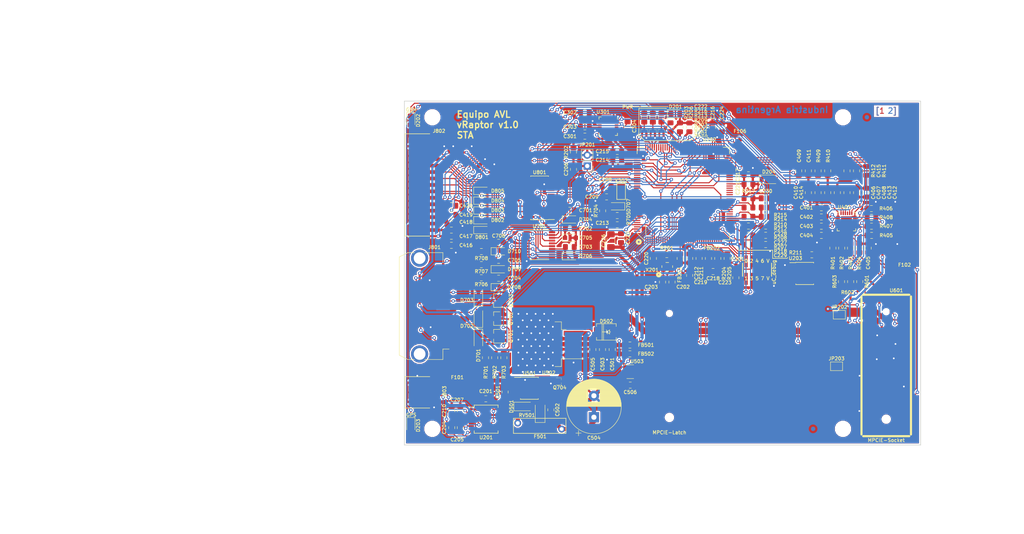
<source format=kicad_pcb>
(kicad_pcb (version 20171130) (host pcbnew 5.0.1-33cea8e~68~ubuntu16.04.1)
  (title_block (title "Equipo AVL - vRaptor") (date 2018-10-30) (rev 1.0) (comment 1 "Autor: Ing. Mauro Moreyra"))
  (layers (0 F.Cu signal) (31 B.Cu signal) (34 B.Paste user) (35 F.Paste user hide) (36 B.SilkS user) (37 F.SilkS user) (38 B.Mask user) (39 F.Mask user hide) (44 Edge.Cuts user))
  (net 0 "")
  (net 1 GND)
  (net 2 +3V3)
  (net 3 /CPU/XTAL2)
  (net 4 /CPU/XTAL1)
  (net 5 "Net-(C204-Pad1)")
  (net 6 "Net-(C204-Pad2)")
  (net 7 "Net-(C205-Pad2)")
  (net 8 "Net-(C205-Pad1)")
  (net 9 /CPU/nRESET)
  (net 10 "Net-(C207-Pad2)")
  (net 11 /CPU/RTCX1)
  (net 12 /CPU/RTCX2)
  (net 13 "Net-(C210-Pad2)")
  (net 14 +3.3VADC)
  (net 15 GNDA)
  (net 16 /CPU/TEC_0)
  (net 17 /CPU/TEC_1)
  (net 18 /CPU/TEC_2)
  (net 19 /CPU/TEC_3)
  (net 20 "Net-(C303-Pad1)")
  (net 21 "Net-(C304-Pad1)")
  (net 22 +1V8)
  (net 23 "Net-(C405-Pad1)")
  (net 24 GNDS)
  (net 25 "Net-(C408-Pad1)")
  (net 26 /Audio/MICBIAS)
  (net 27 /MIC+)
  (net 28 /Audio/MICP)
  (net 29 /Audio/MICN)
  (net 30 /MIC-)
  (net 31 "Net-(C415-Pad2)")
  (net 32 "Net-(C415-Pad1)")
  (net 33 "Net-(C502-Pad1)")
  (net 34 /DIG_IN_0)
  (net 35 /DIG_IN_1)
  (net 36 /DIG_IN_2)
  (net 37 /CPU/AN_IN_0)
  (net 38 /CPU/AN_IN_1)
  (net 39 /CPU/AN_IN_2)
  (net 40 "Net-(D201-Pad1)")
  (net 41 "Net-(D202-Pad1)")
  (net 42 "Net-(D203-Pad1)")
  (net 43 /CPU/RESET_DBG)
  (net 44 +BATT)
  (net 45 "Net-(D501-Pad2)")
  (net 46 /DIG_OUT_0)
  (net 47 /DIG_OUT_1)
  (net 48 /DIG_OUT_2)
  (net 49 /CPU/VBAT)
  (net 50 /CPU/IBUTTON)
  (net 51 /CPU/BUZZER)
  (net 52 /Conectores_IO/DISP_2)
  (net 53 /Conectores_IO/DISP_1)
  (net 54 /Conectores_IO/DISP_0)
  (net 55 "Net-(FB201-Pad2)")
  (net 56 "Net-(FB202-Pad1)")
  (net 57 /VBAT)
  (net 58 /IGN)
  (net 59 /AN_IN_0)
  (net 60 /AN_IN_1)
  (net 61 /AN_IN_2)
  (net 62 /TEC_1)
  (net 63 /TEC_0)
  (net 64 /TEC_2)
  (net 65 /TEC_3)
  (net 66 /SPK+)
  (net 67 /SPK-)
  (net 68 /Conectores_IO/PROG_RX)
  (net 69 /Conectores_IO/PROG_TX)
  (net 70 /CPU/PWR_MDM)
  (net 71 /CPU/GPIO7)
  (net 72 /CPU/PERST)
  (net 73 /CPU/TMS)
  (net 74 /CPU/TCK)
  (net 75 /CPU/TDO)
  (net 76 "Net-(P201-Pad7)")
  (net 77 /CPU/TDI)
  (net 78 "Net-(Q201-Pad3)")
  (net 79 /CPU/SLEEP_MDM)
  (net 80 /Acelerómetro/INT)
  (net 81 "Net-(Q202-Pad3)")
  (net 82 "Net-(Q203-Pad3)")
  (net 83 /CPU/DISPLAY_MODE)
  (net 84 /CPU/DIG_OUT_0)
  (net 85 /CPU/DIG_OUT_1)
  (net 86 /CPU/DIG_OUT_2)
  (net 87 /CPU/IGN)
  (net 88 /I2C_SDA)
  (net 89 "Net-(R204-Pad1)")
  (net 90 "Net-(R205-Pad1)")
  (net 91 /I2C_SCL)
  (net 92 /CPU/TEC1)
  (net 93 "Net-(R211-Pad1)")
  (net 94 /CPU/TEC2)
  (net 95 /CPU/TEC3)
  (net 96 /CPU/TEC4)
  (net 97 /Audio/ADCOUT)
  (net 98 "Net-(R401-Pad1)")
  (net 99 "Net-(R402-Pad1)")
  (net 100 /Audio/DACIN)
  (net 101 "Net-(R403-Pad1)")
  (net 102 /Audio/FS)
  (net 103 /Audio/BCLK-MCLK)
  (net 104 "Net-(R405-Pad1)")
  (net 105 "Net-(R406-Pad1)")
  (net 106 /UC20_PCIe/I2C_SCL)
  (net 107 /UC20_PCIe/I2C_SDA)
  (net 108 "Net-(R501-Pad1)")
  (net 109 /UC20_PCIe/W_DISABLE)
  (net 110 /CPU/U2_RXD)
  (net 111 "Net-(U201-Pad10)")
  (net 112 /CPU/U2_TXD)
  (net 113 "Net-(U202-Pad1)")
  (net 114 "Net-(U202-Pad3)")
  (net 115 "Net-(U202-Pad6)")
  (net 116 "Net-(U202-Pad7)")
  (net 117 "Net-(U202-Pad8)")
  (net 118 "Net-(U202-Pad9)")
  (net 119 "Net-(U202-Pad10)")
  (net 120 "Net-(U202-Pad11)")
  (net 121 "Net-(U202-Pad14)")
  (net 122 "Net-(U202-Pad15)")
  (net 123 "Net-(U202-Pad18)")
  (net 124 "Net-(U202-Pad20)")
  (net 125 "Net-(U202-Pad21)")
  (net 126 "Net-(U202-Pad22)")
  (net 127 "Net-(U202-Pad24)")
  (net 128 "Net-(U202-Pad32)")
  (net 129 "Net-(U202-Pad33)")
  (net 130 "Net-(U202-Pad34)")
  (net 131 "Net-(U202-Pad35)")
  (net 132 "Net-(U202-Pad37)")
  (net 133 "Net-(U202-Pad39)")
  (net 134 "Net-(U202-Pad44)")
  (net 135 "Net-(U202-Pad45)")
  (net 136 "Net-(U202-Pad46)")
  (net 137 /SPI_MOSI)
  (net 138 "Net-(U202-Pad48)")
  (net 139 "Net-(U202-Pad50)")
  (net 140 "Net-(U202-Pad51)")
  (net 141 "Net-(U202-Pad52)")
  (net 142 "Net-(U202-Pad53)")
  (net 143 "Net-(U202-Pad54)")
  (net 144 "Net-(U202-Pad55)")
  (net 145 "Net-(U202-Pad56)")
  (net 146 "Net-(U202-Pad57)")
  (net 147 "Net-(U202-Pad58)")
  (net 148 "Net-(U202-Pad60)")
  (net 149 "Net-(U202-Pad61)")
  (net 150 "Net-(U202-Pad62)")
  (net 151 "Net-(U202-Pad63)")
  (net 152 "Net-(U202-Pad64)")
  (net 153 "Net-(U202-Pad65)")
  (net 154 "Net-(U202-Pad66)")
  (net 155 "Net-(U202-Pad67)")
  (net 156 "Net-(U202-Pad68)")
  (net 157 "Net-(U202-Pad69)")
  (net 158 "Net-(U202-Pad70)")
  (net 159 "Net-(U202-Pad72)")
  (net 160 "Net-(U202-Pad73)")
  (net 161 /Conectores_IO/DISP_SPI_CS1)
  (net 162 /CPU/BUFFER_OE)
  (net 163 "Net-(U202-Pad78)")
  (net 164 "Net-(U202-Pad79)")
  (net 165 "Net-(U202-Pad83)")
  (net 166 "Net-(U202-Pad89)")
  (net 167 "Net-(U202-Pad90)")
  (net 168 "Net-(U202-Pad98)")
  (net 169 "Net-(U202-Pad99)")
  (net 170 "Net-(U202-Pad102)")
  (net 171 "Net-(U202-Pad108)")
  (net 172 "Net-(U202-Pad110)")
  (net 173 "Net-(U202-Pad112)")
  (net 174 "Net-(U202-Pad114)")
  (net 175 "Net-(U202-Pad116)")
  (net 176 "Net-(U202-Pad117)")
  (net 177 "Net-(U202-Pad118)")
  (net 178 "Net-(U202-Pad119)")
  (net 179 /SPI_SCK)
  (net 180 "Net-(U202-Pad121)")
  (net 181 "Net-(U202-Pad122)")
  (net 182 "Net-(U202-Pad123)")
  (net 183 "Net-(U202-Pad124)")
  (net 184 "Net-(U202-Pad127)")
  (net 185 "Net-(U202-Pad129)")
  (net 186 "Net-(U202-Pad130)")
  (net 187 "Net-(U202-Pad132)")
  (net 188 "Net-(U202-Pad133)")
  (net 189 "Net-(U202-Pad134)")
  (net 190 "Net-(U202-Pad136)")
  (net 191 "Net-(U202-Pad140)")
  (net 192 "Net-(U202-Pad142)")
  (net 193 "Net-(U202-Pad144)")
  (net 194 "Net-(U301-Pad6)")
  (net 195 "Net-(U301-Pad7)")
  (net 196 "Net-(U401-Pad16)")
  (net 197 "Net-(U401-Pad21)")
  (net 198 "Net-(U601-Pad1)")
  (net 199 "Net-(U601-Pad3)")
  (net 200 "Net-(U601-Pad5)")
  (net 201 "Net-(U601-Pad6)")
  (net 202 "Net-(U601-Pad7)")
  (net 203 "Net-(U601-Pad8)")
  (net 204 "Net-(U601-Pad10)")
  (net 205 "Net-(U601-Pad12)")
  (net 206 "Net-(U601-Pad14)")
  (net 207 "Net-(U601-Pad16)")
  (net 208 "Net-(U601-Pad17)")
  (net 209 "Net-(U601-Pad19)")
  (net 210 "Net-(U601-Pad23)")
  (net 211 "Net-(U601-Pad24)")
  (net 212 "Net-(U601-Pad25)")
  (net 213 "Net-(U601-Pad28)")
  (net 214 "Net-(U601-Pad33)")
  (net 215 "Net-(U601-Pad36)")
  (net 216 "Net-(U601-Pad38)")
  (net 217 "Net-(U601-Pad42)")
  (net 218 "Net-(U601-Pad44)")
  (net 219 "Net-(U601-Pad46)")
  (net 220 "Net-(U601-Pad48)")
  (net 221 "Net-(U701-Pad8)")
  (net 222 "Net-(U701-Pad12)")
  (net 223 "Net-(U801-Pad5)")
  (net 224 /CPU/LED1)
  (net 225 /CPU/LED2)
  (net 226 /CPU/LED3)
  (net 227 /CPU/U3_TX)
  (net 228 /CPU/U3_RX)
  (net 229 /CPU/DIG_IN_2)
  (net 230 /CPU/DIG_IN_1)
  (net 231 /CPU/DIG_IN_0)
  (module mpcie:mpcie-socket-latch (layer F.Cu) (at 223.5 121 90)
    (fp_text reference U601 (at 29.95 2.35 180) (layer F.SilkS) (effects (font (size 0.8 0.8))))
    (fp_text value MPCIE-Socket (at -4.9 0 180) (layer F.SilkS) (effects (font (size 0.8 0.8))))
    (pad "" smd rect (at 24.6 -47.2 90) (size 4.8 3) (layers F.Cu F.Paste F.Mask))
    (pad "" smd rect (at 0.4 -47.2 90) (size 4.8 3) (layers F.Cu F.Paste F.Mask))
    (pad "" np_thru_hole circle (at 24.6 -50.4 90) (size 1.1 1.1) (drill 1.1) (layers *.Cu *.Mask))
    (pad "" np_thru_hole circle (at 0.4 -50.4 90) (size 1.6 1.6) (drill 1.6) (layers *.Cu *.Mask))
    (pad "" smd rect (at 24.6 -53.55 90) (size 4.8 3) (layers F.Cu F.Paste F.Mask))
    (pad "" smd rect (at 0.4 -53.55 90) (size 4.8 3) (layers F.Cu F.Paste F.Mask))
    (pad 52 smd rect (at 24.3 -4.1 90) (size 0.6 2) (layers F.Cu F.Paste F.Mask) (net 70 /CPU/PWR_MDM))
    (pad 51 smd rect (at 23.9 4.1 90) (size 0.6 2) (layers F.Cu F.Paste F.Mask) (net 102 /Audio/FS))
    (pad 50 smd rect (at 23.5 -4.1 90) (size 0.6 2) (layers F.Cu F.Paste F.Mask) (net 1 GND))
    (pad 49 smd rect (at 23.1 4.1 90) (size 0.6 2) (layers F.Cu F.Paste F.Mask) (net 97 /Audio/ADCOUT))
    (pad 48 smd rect (at 22.7 -4.1 90) (size 0.6 2) (layers F.Cu F.Paste F.Mask) (net 220 "Net-(U601-Pad48)"))
    (pad 47 smd rect (at 22.3 4.1 90) (size 0.6 2) (layers F.Cu F.Paste F.Mask) (net 100 /Audio/DACIN))
    (pad 46 smd rect (at 21.9 -4.1 90) (size 0.6 2) (layers F.Cu F.Paste F.Mask) (net 219 "Net-(U601-Pad46)"))
    (pad 45 smd rect (at 21.5 4.1 90) (size 0.6 2) (layers F.Cu F.Paste F.Mask) (net 103 /Audio/BCLK-MCLK))
    (pad 44 smd rect (at 21.1 -4.1 90) (size 0.6 2) (layers F.Cu F.Paste F.Mask) (net 218 "Net-(U601-Pad44)"))
    (pad 43 smd rect (at 20.7 4.1 90) (size 0.6 2) (layers F.Cu F.Paste F.Mask) (net 1 GND))
    (pad 42 smd rect (at 20.3 -4.1 90) (size 0.6 2) (layers F.Cu F.Paste F.Mask) (net 217 "Net-(U601-Pad42)"))
    (pad 41 smd rect (at 19.9 4.1 90) (size 0.6 2) (layers F.Cu F.Paste F.Mask) (net 70 /CPU/PWR_MDM))
    (pad 40 smd rect (at 19.5 -4.1 90) (size 0.6 2) (layers F.Cu F.Paste F.Mask) (net 1 GND))
    (pad 39 smd rect (at 19.1 4.1 90) (size 0.6 2) (layers F.Cu F.Paste F.Mask) (net 70 /CPU/PWR_MDM))
    (pad 38 smd rect (at 18.7 -4.1 90) (size 0.6 2) (layers F.Cu F.Paste F.Mask) (net 216 "Net-(U601-Pad38)"))
    (pad 37 smd rect (at 18.3 4.1 90) (size 0.6 2) (layers F.Cu F.Paste F.Mask) (net 1 GND))
    (pad 36 smd rect (at 17.9 -4.1 90) (size 0.6 2) (layers F.Cu F.Paste F.Mask) (net 215 "Net-(U601-Pad36)"))
    (pad 35 smd rect (at 17.5 4.1 90) (size 0.6 2) (layers F.Cu F.Paste F.Mask) (net 1 GND))
    (pad 34 smd rect (at 17.1 -4.1 90) (size 0.6 2) (layers F.Cu F.Paste F.Mask) (net 1 GND))
    (pad 33 smd rect (at 16.7 4.1 90) (size 0.6 2) (layers F.Cu F.Paste F.Mask) (net 214 "Net-(U601-Pad33)"))
    (pad 32 smd rect (at 16.3 -4.1 90) (size 0.6 2) (layers F.Cu F.Paste F.Mask) (net 107 /UC20_PCIe/I2C_SDA))
    (pad 31 smd rect (at 15.9 4.1 90) (size 0.6 2) (layers F.Cu F.Paste F.Mask) (net 79 /CPU/SLEEP_MDM))
    (pad 30 smd rect (at 15.5 -4.1 90) (size 0.6 2) (layers F.Cu F.Paste F.Mask) (net 106 /UC20_PCIe/I2C_SCL))
    (pad 29 smd rect (at 15.1 4.1 90) (size 0.6 2) (layers F.Cu F.Paste F.Mask) (net 1 GND))
    (pad 28 smd rect (at 14.7 -4.1 90) (size 0.6 2) (layers F.Cu F.Paste F.Mask) (net 213 "Net-(U601-Pad28)"))
    (pad 27 smd rect (at 14.3 4.1 90) (size 0.6 2) (layers F.Cu F.Paste F.Mask) (net 1 GND))
    (pad 26 smd rect (at 13.9 -4.1 90) (size 0.6 2) (layers F.Cu F.Paste F.Mask) (net 1 GND))
    (pad 25 smd rect (at 13.5 4.1 90) (size 0.6 2) (layers F.Cu F.Paste F.Mask) (net 212 "Net-(U601-Pad25)"))
    (pad 24 smd rect (at 13.1 -4.1 90) (size 0.6 2) (layers F.Cu F.Paste F.Mask) (net 211 "Net-(U601-Pad24)"))
    (pad 23 smd rect (at 12.7 4.1 90) (size 0.6 2) (layers F.Cu F.Paste F.Mask) (net 210 "Net-(U601-Pad23)"))
    (pad 22 smd rect (at 12.3 -4.1 90) (size 0.6 2) (layers F.Cu F.Paste F.Mask) (net 72 /CPU/PERST))
    (pad 21 smd rect (at 11.9 4.1 90) (size 0.6 2) (layers F.Cu F.Paste F.Mask) (net 1 GND))
    (pad 20 smd rect (at 11.5 -4.1 90) (size 0.6 2) (layers F.Cu F.Paste F.Mask) (net 109 /UC20_PCIe/W_DISABLE))
    (pad 19 smd rect (at 11.1 4.1 90) (size 0.6 2) (layers F.Cu F.Paste F.Mask) (net 209 "Net-(U601-Pad19)"))
    (pad 18 smd rect (at 10.7 -4.1 90) (size 0.6 2) (layers F.Cu F.Paste F.Mask) (net 1 GND))
    (pad 17 smd rect (at 10.3 4.1 90) (size 0.6 2) (layers F.Cu F.Paste F.Mask) (net 208 "Net-(U601-Pad17)"))
    (pad 16 smd rect (at 6.7 -4.1 90) (size 0.6 2) (layers F.Cu F.Paste F.Mask) (net 207 "Net-(U601-Pad16)"))
    (pad 15 smd rect (at 6.3 4.1 90) (size 0.6 2) (layers F.Cu F.Paste F.Mask) (net 1 GND))
    (pad 14 smd rect (at 5.9 -4.1 90) (size 0.6 2) (layers F.Cu F.Paste F.Mask) (net 206 "Net-(U601-Pad14)"))
    (pad 13 smd rect (at 5.5 4.1 90) (size 0.6 2) (layers F.Cu F.Paste F.Mask) (net 228 /CPU/U3_RX))
    (pad 12 smd rect (at 5.1 -4.1 90) (size 0.6 2) (layers F.Cu F.Paste F.Mask) (net 205 "Net-(U601-Pad12)"))
    (pad 11 smd rect (at 4.7 4.1 90) (size 0.6 2) (layers F.Cu F.Paste F.Mask) (net 227 /CPU/U3_TX))
    (pad 10 smd rect (at 4.3 -4.1 90) (size 0.6 2) (layers F.Cu F.Paste F.Mask) (net 204 "Net-(U601-Pad10)"))
    (pad 9 smd rect (at 3.9 4.1 90) (size 0.6 2) (layers F.Cu F.Paste F.Mask) (net 1 GND))
    (pad 8 smd rect (at 3.5 -4.1 90) (size 0.6 2) (layers F.Cu F.Paste F.Mask) (net 203 "Net-(U601-Pad8)"))
    (pad 7 smd rect (at 3.1 4.1 90) (size 0.6 2) (layers F.Cu F.Paste F.Mask) (net 202 "Net-(U601-Pad7)"))
    (pad 6 smd rect (at 2.7 -4.1 90) (size 0.6 2) (layers F.Cu F.Paste F.Mask) (net 201 "Net-(U601-Pad6)"))
    (pad 5 smd rect (at 2.3 4.1 90) (size 0.6 2) (layers F.Cu F.Paste F.Mask) (net 200 "Net-(U601-Pad5)"))
    (pad 4 smd rect (at 1.9 -4.1 90) (size 0.6 2) (layers F.Cu F.Paste F.Mask) (net 1 GND))
    (pad 3 smd rect (at 1.5 4.1 90) (size 0.6 2) (layers F.Cu F.Paste F.Mask) (net 199 "Net-(U601-Pad3)"))
    (pad 2 smd rect (at 1.1 -4.1 90) (size 0.6 2) (layers F.Cu F.Paste F.Mask) (net 70 /CPU/PWR_MDM))
    (pad 1 smd rect (at 0.7 4.1 90) (size 0.6 2) (layers F.Cu F.Paste F.Mask) (net 198 "Net-(U601-Pad1)"))
    (pad "" smd rect (at 27.15 3.5 90) (size 2.3 3.2) (layers F.Cu F.Paste F.Mask))
    (pad "" smd rect (at -2.15 3.5 90) (size 2.3 3.2) (layers F.Cu F.Paste F.Mask))
    (pad "" np_thru_hole circle (at 0 0 90) (size 1.6 1.6) (drill 1.6) (layers *.Cu *.Mask))
    (pad "" np_thru_hole circle (at 25 0 90) (size 1.1 1.1) (drill 1.1) (layers *.Cu *.Mask))
  )
  (module NetTie:NetTie-2_SMD_Pad0.5mm (layer F.Cu) (at 220.525 68.25 90)
    (fp_text reference JP401 hide)
    (fp_text value Jumper)
    (fp_poly (pts (xy -0.5 -0.25) (xy 0.5 -0.25) (xy 0.5 0.25) (xy -0.5 0.25)) (layer F.Cu) (width 0))
    (pad 1 smd circle (at -0.5 0 90) (size 0.5 0.5) (layers F.Cu) (net 1 GND))
    (pad 2 smd circle (at 0.5 0 90) (size 0.5 0.5) (layers F.Cu) (net 24 GNDS))
  )
  (module Libreria_EDU_CIAA_NXP:LQFP144-M05 (layer F.Cu) (at 176.35 68.5)
    (fp_text reference U202 (at 6.1 -12.55) (layer F.SilkS) (effects (font (size 0.8 0.8))))
    (fp_text value LPC4337JBD144 hide)
    (pad 1 smd rect (at -8.74522 10.75182) (size 0.254 1.50114) (layers F.Cu F.Paste F.Mask) (net 113 "Net-(U202-Pad1)"))
    (pad 2 smd rect (at -8.24738 10.75182) (size 0.254 1.50114) (layers F.Cu F.Paste F.Mask) (net 37 /CPU/AN_IN_0))
    (pad 3 smd rect (at -7.747 10.75182) (size 0.254 1.50114) (layers F.Cu F.Paste F.Mask) (net 114 "Net-(U202-Pad3)"))
    (pad 4 smd rect (at -7.24662 10.75182) (size 0.254 1.50114) (layers F.Cu F.Paste F.Mask) (net 1 GND))
    (pad 5 smd rect (at -6.74624 10.75182) (size 0.254 1.50114) (layers F.Cu F.Paste F.Mask) (net 2 +3V3))
    (pad 6 smd rect (at -6.24586 10.75182) (size 0.254 1.50114) (layers F.Cu F.Paste F.Mask) (net 115 "Net-(U202-Pad6)"))
    (pad 7 smd rect (at -5.74548 10.75182) (size 0.254 1.50114) (layers F.Cu F.Paste F.Mask) (net 116 "Net-(U202-Pad7)"))
    (pad 8 smd rect (at -5.2451 10.75182) (size 0.254 1.50114) (layers F.Cu F.Paste F.Mask) (net 117 "Net-(U202-Pad8)"))
    (pad 9 smd rect (at -4.74726 10.75182) (size 0.254 1.50114) (layers F.Cu F.Paste F.Mask) (net 118 "Net-(U202-Pad9)"))
    (pad 10 smd rect (at -4.24688 10.75182) (size 0.254 1.50114) (layers F.Cu F.Paste F.Mask) (net 119 "Net-(U202-Pad10)"))
    (pad 11 smd rect (at -3.7465 10.75182) (size 0.254 1.50114) (layers F.Cu F.Paste F.Mask) (net 120 "Net-(U202-Pad11)"))
    (pad 12 smd rect (at -3.24612 10.75182) (size 0.254 1.50114) (layers F.Cu F.Paste F.Mask) (net 4 /CPU/XTAL1))
    (pad 13 smd rect (at -2.74574 10.75182) (size 0.254 1.50114) (layers F.Cu F.Paste F.Mask) (net 3 /CPU/XTAL2))
    (pad 14 smd rect (at -2.24536 10.75182) (size 0.254 1.50114) (layers F.Cu F.Paste F.Mask) (net 121 "Net-(U202-Pad14)"))
    (pad 15 smd rect (at -1.74498 10.75182) (size 0.254 1.50114) (layers F.Cu F.Paste F.Mask) (net 122 "Net-(U202-Pad15)"))
    (pad 16 smd rect (at -1.24714 10.75182) (size 0.254 1.50114) (layers F.Cu F.Paste F.Mask) (net 55 "Net-(FB201-Pad2)"))
    (pad 17 smd rect (at -0.74676 10.75182) (size 0.254 1.50114) (layers F.Cu F.Paste F.Mask) (net 55 "Net-(FB201-Pad2)"))
    (pad 18 smd rect (at -0.24638 10.75182) (size 0.254 1.50114) (layers F.Cu F.Paste F.Mask) (net 123 "Net-(U202-Pad18)"))
    (pad 19 smd rect (at 0.25146 10.75182) (size 0.254 1.50114) (layers F.Cu F.Paste F.Mask) (net 56 "Net-(FB202-Pad1)"))
    (pad 20 smd rect (at 0.75184 10.75182) (size 0.254 1.50114) (layers F.Cu F.Paste F.Mask) (net 124 "Net-(U202-Pad20)"))
    (pad 21 smd rect (at 1.25222 10.75182) (size 0.254 1.50114) (layers F.Cu F.Paste F.Mask) (net 125 "Net-(U202-Pad21)"))
    (pad 22 smd rect (at 1.75006 10.75182) (size 0.254 1.50114) (layers F.Cu F.Paste F.Mask) (net 126 "Net-(U202-Pad22)"))
    (pad 23 smd rect (at 2.25044 10.75182) (size 0.254 1.50114) (layers F.Cu F.Paste F.Mask) (net 56 "Net-(FB202-Pad1)"))
    (pad 24 smd rect (at 2.75082 10.75182) (size 0.254 1.50114) (layers F.Cu F.Paste F.Mask) (net 127 "Net-(U202-Pad24)"))
    (pad 25 smd rect (at 3.2512 10.75182) (size 0.254 1.50114) (layers F.Cu F.Paste F.Mask) (net 2 +3V3))
    (pad 26 smd rect (at 3.75158 10.75182) (size 0.254 1.50114) (layers F.Cu F.Paste F.Mask) (net 77 /CPU/TDI))
    (pad 27 smd rect (at 4.25196 10.75182) (size 0.254 1.50114) (layers F.Cu F.Paste F.Mask) (net 74 /CPU/TCK))
    (pad 28 smd rect (at 4.75234 10.75182) (size 0.254 1.50114) (layers F.Cu F.Paste F.Mask) (net 89 "Net-(R204-Pad1)"))
    (pad 29 smd rect (at 5.25018 10.75182) (size 0.254 1.50114) (layers F.Cu F.Paste F.Mask) (net 90 "Net-(R205-Pad1)"))
    (pad 30 smd rect (at 5.75056 10.75182) (size 0.254 1.50114) (layers F.Cu F.Paste F.Mask) (net 73 /CPU/TMS))
    (pad 31 smd rect (at 6.25094 10.75182) (size 0.254 1.50114) (layers F.Cu F.Paste F.Mask) (net 75 /CPU/TDO))
    (pad 32 smd rect (at 6.75132 10.75182) (size 0.254 1.50114) (layers F.Cu F.Paste F.Mask) (net 128 "Net-(U202-Pad32)"))
    (pad 33 smd rect (at 7.2517 10.75182) (size 0.254 1.50114) (layers F.Cu F.Paste F.Mask) (net 129 "Net-(U202-Pad33)"))
    (pad 34 smd rect (at 7.75208 10.75182) (size 0.254 1.50114) (layers F.Cu F.Paste F.Mask) (net 130 "Net-(U202-Pad34)"))
    (pad 35 smd rect (at 8.25246 10.75182) (size 0.254 1.50114) (layers F.Cu F.Paste F.Mask) (net 131 "Net-(U202-Pad35)"))
    (pad 36 smd rect (at 8.7503 10.75182) (size 0.254 1.50114) (layers F.Cu F.Paste F.Mask) (net 2 +3V3))
    (pad 37 smd rect (at 10.75182 8.7503 90) (size 0.254 1.50114) (layers F.Cu F.Paste F.Mask) (net 132 "Net-(U202-Pad37)"))
    (pad 38 smd rect (at 10.75182 8.25246 90) (size 0.254 1.50114) (layers F.Cu F.Paste F.Mask) (net 92 /CPU/TEC1))
    (pad 39 smd rect (at 10.75182 7.75208 90) (size 0.254 1.50114) (layers F.Cu F.Paste F.Mask) (net 133 "Net-(U202-Pad39)"))
    (pad 40 smd rect (at 10.75182 7.2517 90) (size 0.254 1.50114) (layers F.Cu F.Paste F.Mask) (net 1 GND))
    (pad 41 smd rect (at 10.75182 6.75132 90) (size 0.254 1.50114) (layers F.Cu F.Paste F.Mask) (net 2 +3V3))
    (pad 42 smd rect (at 10.75182 6.25094 90) (size 0.254 1.50114) (layers F.Cu F.Paste F.Mask) (net 94 /CPU/TEC2))
    (pad 43 smd rect (at 10.75182 5.75056 90) (size 0.254 1.50114) (layers F.Cu F.Paste F.Mask) (net 95 /CPU/TEC3))
    (pad 44 smd rect (at 10.75182 5.25018 90) (size 0.254 1.50114) (layers F.Cu F.Paste F.Mask) (net 134 "Net-(U202-Pad44)"))
    (pad 45 smd rect (at 10.75182 4.75234 90) (size 0.254 1.50114) (layers F.Cu F.Paste F.Mask) (net 135 "Net-(U202-Pad45)"))
    (pad 46 smd rect (at 10.75182 4.25196 90) (size 0.254 1.50114) (layers F.Cu F.Paste F.Mask) (net 136 "Net-(U202-Pad46)"))
    (pad 47 smd rect (at 10.75182 3.75158 90) (size 0.254 1.50114) (layers F.Cu F.Paste F.Mask) (net 137 /SPI_MOSI))
    (pad 48 smd rect (at 10.75182 3.2512 90) (size 0.254 1.50114) (layers F.Cu F.Paste F.Mask) (net 138 "Net-(U202-Pad48)"))
    (pad 49 smd rect (at 10.75182 2.75082 90) (size 0.254 1.50114) (layers F.Cu F.Paste F.Mask) (net 96 /CPU/TEC4))
    (pad 50 smd rect (at 10.75182 2.25044 90) (size 0.254 1.50114) (layers F.Cu F.Paste F.Mask) (net 139 "Net-(U202-Pad50)"))
    (pad 51 smd rect (at 10.75182 1.75006 90) (size 0.254 1.50114) (layers F.Cu F.Paste F.Mask) (net 140 "Net-(U202-Pad51)"))
    (pad 52 smd rect (at 10.75182 1.25222 90) (size 0.254 1.50114) (layers F.Cu F.Paste F.Mask) (net 141 "Net-(U202-Pad52)"))
    (pad 53 smd rect (at 10.75182 0.75184 90) (size 0.254 1.50114) (layers F.Cu F.Paste F.Mask) (net 142 "Net-(U202-Pad53)"))
    (pad 54 smd rect (at 10.75182 0.25146 90) (size 0.254 1.50114) (layers F.Cu F.Paste F.Mask) (net 143 "Net-(U202-Pad54)"))
    (pad 55 smd rect (at 10.75182 -0.24638 90) (size 0.254 1.50114) (layers F.Cu F.Paste F.Mask) (net 144 "Net-(U202-Pad55)"))
    (pad 56 smd rect (at 10.75182 -0.74676 90) (size 0.254 1.50114) (layers F.Cu F.Paste F.Mask) (net 145 "Net-(U202-Pad56)"))
    (pad 57 smd rect (at 10.75182 -1.24714 90) (size 0.254 1.50114) (layers F.Cu F.Paste F.Mask) (net 146 "Net-(U202-Pad57)"))
    (pad 58 smd rect (at 10.75182 -1.74498 90) (size 0.254 1.50114) (layers F.Cu F.Paste F.Mask) (net 147 "Net-(U202-Pad58)"))
    (pad 59 smd rect (at 10.75182 -2.24536 90) (size 0.254 1.50114) (layers F.Cu F.Paste F.Mask) (net 2 +3V3))
    (pad 60 smd rect (at 10.75182 -2.74574 90) (size 0.254 1.50114) (layers F.Cu F.Paste F.Mask) (net 148 "Net-(U202-Pad60)"))
    (pad 61 smd rect (at 10.75182 -3.24612 90) (size 0.254 1.50114) (layers F.Cu F.Paste F.Mask) (net 149 "Net-(U202-Pad61)"))
    (pad 62 smd rect (at 10.75182 -3.7465 90) (size 0.254 1.50114) (layers F.Cu F.Paste F.Mask) (net 150 "Net-(U202-Pad62)"))
    (pad 63 smd rect (at 10.75182 -4.24688 90) (size 0.254 1.50114) (layers F.Cu F.Paste F.Mask) (net 151 "Net-(U202-Pad63)"))
    (pad 64 smd rect (at 10.75182 -4.74726 90) (size 0.254 1.50114) (layers F.Cu F.Paste F.Mask) (net 152 "Net-(U202-Pad64)"))
    (pad 65 smd rect (at 10.75182 -5.2451 90) (size 0.254 1.50114) (layers F.Cu F.Paste F.Mask) (net 153 "Net-(U202-Pad65)"))
    (pad 66 smd rect (at 10.75182 -5.74548 90) (size 0.254 1.50114) (layers F.Cu F.Paste F.Mask) (net 154 "Net-(U202-Pad66)"))
    (pad 67 smd rect (at 10.75182 -6.24586 90) (size 0.254 1.50114) (layers F.Cu F.Paste F.Mask) (net 155 "Net-(U202-Pad67)"))
    (pad 68 smd rect (at 10.75182 -6.74624 90) (size 0.254 1.50114) (layers F.Cu F.Paste F.Mask) (net 156 "Net-(U202-Pad68)"))
    (pad 69 smd rect (at 10.75182 -7.24662 90) (size 0.254 1.50114) (layers F.Cu F.Paste F.Mask) (net 157 "Net-(U202-Pad69)"))
    (pad 70 smd rect (at 10.75182 -7.747 90) (size 0.254 1.50114) (layers F.Cu F.Paste F.Mask) (net 158 "Net-(U202-Pad70)"))
    (pad 71 smd rect (at 10.75182 -8.24738 90) (size 0.254 1.50114) (layers F.Cu F.Paste F.Mask) (net 2 +3V3))
    (pad 72 smd rect (at 10.75182 -8.74522 90) (size 0.254 1.50114) (layers F.Cu F.Paste F.Mask) (net 159 "Net-(U202-Pad72)"))
    (pad 73 smd rect (at 8.7503 -10.74674) (size 0.254 1.50114) (layers F.Cu F.Paste F.Mask) (net 160 "Net-(U202-Pad73)"))
    (pad 74 smd rect (at 8.25246 -10.74674) (size 0.254 1.50114) (layers F.Cu F.Paste F.Mask) (net 161 /Conectores_IO/DISP_SPI_CS1))
    (pad 75 smd rect (at 7.75208 -10.74674) (size 0.254 1.50114) (layers F.Cu F.Paste F.Mask) (net 162 /CPU/BUFFER_OE))
    (pad 76 smd rect (at 7.2517 -10.74674) (size 0.254 1.50114) (layers F.Cu F.Paste F.Mask) (net 1 GND))
    (pad 77 smd rect (at 6.75132 -10.74674) (size 0.254 1.50114) (layers F.Cu F.Paste F.Mask) (net 2 +3V3))
    (pad 78 smd rect (at 6.25094 -10.74674) (size 0.254 1.50114) (layers F.Cu F.Paste F.Mask) (net 163 "Net-(U202-Pad78)"))
    (pad 79 smd rect (at 5.75056 -10.74674) (size 0.254 1.50114) (layers F.Cu F.Paste F.Mask) (net 164 "Net-(U202-Pad79)"))
    (pad 80 smd rect (at 5.25018 -10.74674) (size 0.254 1.50114) (layers F.Cu F.Paste F.Mask) (net 85 /CPU/DIG_OUT_1))
    (pad 81 smd rect (at 4.75234 -10.74674) (size 0.254 1.50114) (layers F.Cu F.Paste F.Mask) (net 84 /CPU/DIG_OUT_0))
    (pad 82 smd rect (at 4.25196 -10.74674) (size 0.254 1.50114) (layers F.Cu F.Paste F.Mask) (net 86 /CPU/DIG_OUT_2))
    (pad 83 smd rect (at 3.75158 -10.74674) (size 0.254 1.50114) (layers F.Cu F.Paste F.Mask) (net 165 "Net-(U202-Pad83)"))
    (pad 84 smd rect (at 3.2512 -10.74674) (size 0.254 1.50114) (layers F.Cu F.Paste F.Mask) (net 51 /CPU/BUZZER))
    (pad 85 smd rect (at 2.75082 -10.74674) (size 0.254 1.50114) (layers F.Cu F.Paste F.Mask) (net 231 /CPU/DIG_IN_0))
    (pad 86 smd rect (at 2.25044 -10.74674) (size 0.254 1.50114) (layers F.Cu F.Paste F.Mask) (net 230 /CPU/DIG_IN_1))
    (pad 87 smd rect (at 1.75006 -10.74674) (size 0.254 1.50114) (layers F.Cu F.Paste F.Mask) (net 227 /CPU/U3_TX))
    (pad 88 smd rect (at 1.25222 -10.74674) (size 0.254 1.50114) (layers F.Cu F.Paste F.Mask) (net 228 /CPU/U3_RX))
    (pad 89 smd rect (at 0.75184 -10.74674) (size 0.254 1.50114) (layers F.Cu F.Paste F.Mask) (net 166 "Net-(U202-Pad89)"))
    (pad 90 smd rect (at 0.25146 -10.74674) (size 0.254 1.50114) (layers F.Cu F.Paste F.Mask) (net 167 "Net-(U202-Pad90)"))
    (pad 91 smd rect (at -0.24638 -10.74674) (size 0.254 1.50114) (layers F.Cu F.Paste F.Mask) (net 79 /CPU/SLEEP_MDM))
    (pad 92 smd rect (at -0.74676 -10.74674) (size 0.254 1.50114) (layers F.Cu F.Paste F.Mask) (net 91 /I2C_SCL))
    (pad 93 smd rect (at -1.24714 -10.74674) (size 0.254 1.50114) (layers F.Cu F.Paste F.Mask) (net 88 /I2C_SDA))
    (pad 94 smd rect (at -1.74498 -10.74674) (size 0.254 1.50114) (layers F.Cu F.Paste F.Mask) (net 2 +3V3))
    (pad 95 smd rect (at -2.24536 -10.74674) (size 0.254 1.50114) (layers F.Cu F.Paste F.Mask) (net 80 /Acelerómetro/INT))
    (pad 96 smd rect (at -2.74574 -10.74674) (size 0.254 1.50114) (layers F.Cu F.Paste F.Mask) (net 83 /CPU/DISPLAY_MODE))
    (pad 97 smd rect (at -3.24612 -10.74674) (size 0.254 1.50114) (layers F.Cu F.Paste F.Mask) (net 229 /CPU/DIG_IN_2))
    (pad 98 smd rect (at -3.7465 -10.74674) (size 0.254 1.50114) (layers F.Cu F.Paste F.Mask) (net 168 "Net-(U202-Pad98)"))
    (pad 99 smd rect (at -4.24688 -10.74674) (size 0.254 1.50114) (layers F.Cu F.Paste F.Mask) (net 169 "Net-(U202-Pad99)"))
    (pad 100 smd rect (at -4.74726 -10.74674) (size 0.254 1.50114) (layers F.Cu F.Paste F.Mask) (net 87 /CPU/IGN))
    (pad 101 smd rect (at -5.2451 -10.74674) (size 0.254 1.50114) (layers F.Cu F.Paste F.Mask) (net 71 /CPU/GPIO7))
    (pad 102 smd rect (at -5.74548 -10.74674) (size 0.254 1.50114) (layers F.Cu F.Paste F.Mask) (net 170 "Net-(U202-Pad102)"))
    (pad 103 smd rect (at -6.24586 -10.74674) (size 0.254 1.50114) (layers F.Cu F.Paste F.Mask) (net 50 /CPU/IBUTTON))
    (pad 104 smd rect (at -6.74624 -10.74674) (size 0.254 1.50114) (layers F.Cu F.Paste F.Mask) (net 224 /CPU/LED1))
    (pad 105 smd rect (at -7.24662 -10.74674) (size 0.254 1.50114) (layers F.Cu F.Paste F.Mask) (net 225 /CPU/LED2))
    (pad 106 smd rect (at -7.747 -10.74674) (size 0.254 1.50114) (layers F.Cu F.Paste F.Mask) (net 226 /CPU/LED3))
    (pad 107 smd rect (at -8.24738 -10.74674) (size 0.254 1.50114) (layers F.Cu F.Paste F.Mask) (net 2 +3V3))
    (pad 108 smd rect (at -8.74522 -10.74674) (size 0.254 1.50114) (layers F.Cu F.Paste F.Mask) (net 171 "Net-(U202-Pad108)"))
    (pad 109 smd rect (at -10.74674 -8.74522 90) (size 0.254 1.50114) (layers F.Cu F.Paste F.Mask) (net 1 GND))
    (pad 110 smd rect (at -10.74674 -8.24738 90) (size 0.254 1.50114) (layers F.Cu F.Paste F.Mask) (net 172 "Net-(U202-Pad110)"))
    (pad 111 smd rect (at -10.74674 -7.747 90) (size 0.254 1.50114) (layers F.Cu F.Paste F.Mask) (net 2 +3V3))
    (pad 112 smd rect (at -10.74674 -7.24662 90) (size 0.254 1.50114) (layers F.Cu F.Paste F.Mask) (net 173 "Net-(U202-Pad112)"))
    (pad 113 smd rect (at -10.74674 -6.74624 90) (size 0.254 1.50114) (layers F.Cu F.Paste F.Mask) (net 112 /CPU/U2_TXD))
    (pad 114 smd rect (at -10.74674 -6.24586 90) (size 0.254 1.50114) (layers F.Cu F.Paste F.Mask) (net 174 "Net-(U202-Pad114)"))
    (pad 115 smd rect (at -10.74674 -5.74548 90) (size 0.254 1.50114) (layers F.Cu F.Paste F.Mask) (net 110 /CPU/U2_RXD))
    (pad 116 smd rect (at -10.74674 -5.2451 90) (size 0.254 1.50114) (layers F.Cu F.Paste F.Mask) (net 175 "Net-(U202-Pad116)"))
    (pad 117 smd rect (at -10.74674 -4.74726 90) (size 0.254 1.50114) (layers F.Cu F.Paste F.Mask) (net 176 "Net-(U202-Pad117)"))
    (pad 118 smd rect (at -10.74674 -4.24688 90) (size 0.254 1.50114) (layers F.Cu F.Paste F.Mask) (net 177 "Net-(U202-Pad118)"))
    (pad 119 smd rect (at -10.74674 -3.7465 90) (size 0.254 1.50114) (layers F.Cu F.Paste F.Mask) (net 178 "Net-(U202-Pad119)"))
    (pad 120 smd rect (at -10.74674 -3.24612 90) (size 0.254 1.50114) (layers F.Cu F.Paste F.Mask) (net 179 /SPI_SCK))
    (pad 121 smd rect (at -10.74674 -2.74574 90) (size 0.254 1.50114) (layers F.Cu F.Paste F.Mask) (net 180 "Net-(U202-Pad121)"))
    (pad 122 smd rect (at -10.74674 -2.24536 90) (size 0.254 1.50114) (layers F.Cu F.Paste F.Mask) (net 181 "Net-(U202-Pad122)"))
    (pad 123 smd rect (at -10.74674 -1.74498 90) (size 0.254 1.50114) (layers F.Cu F.Paste F.Mask) (net 182 "Net-(U202-Pad123)"))
    (pad 124 smd rect (at -10.74674 -1.24714 90) (size 0.254 1.50114) (layers F.Cu F.Paste F.Mask) (net 183 "Net-(U202-Pad124)"))
    (pad 125 smd rect (at -10.74674 -0.74676 90) (size 0.254 1.50114) (layers F.Cu F.Paste F.Mask) (net 11 /CPU/RTCX1))
    (pad 126 smd rect (at -10.74674 -0.24638 90) (size 0.254 1.50114) (layers F.Cu F.Paste F.Mask) (net 12 /CPU/RTCX2))
    (pad 127 smd rect (at -10.74674 0.25146 90) (size 0.254 1.50114) (layers F.Cu F.Paste F.Mask) (net 184 "Net-(U202-Pad127)"))
    (pad 128 smd rect (at -10.74674 0.75184 90) (size 0.254 1.50114) (layers F.Cu F.Paste F.Mask) (net 9 /CPU/nRESET))
    (pad 129 smd rect (at -10.74674 1.25222 90) (size 0.254 1.50114) (layers F.Cu F.Paste F.Mask) (net 185 "Net-(U202-Pad129)"))
    (pad 130 smd rect (at -10.74674 1.75006 90) (size 0.254 1.50114) (layers F.Cu F.Paste F.Mask) (net 186 "Net-(U202-Pad130)"))
    (pad 131 smd rect (at -10.74674 2.25044 90) (size 0.254 1.50114) (layers F.Cu F.Paste F.Mask) (net 2 +3V3))
    (pad 132 smd rect (at -10.74674 2.75082 90) (size 0.254 1.50114) (layers F.Cu F.Paste F.Mask) (net 187 "Net-(U202-Pad132)"))
    (pad 133 smd rect (at -10.74674 3.2512 90) (size 0.254 1.50114) (layers F.Cu F.Paste F.Mask) (net 188 "Net-(U202-Pad133)"))
    (pad 134 smd rect (at -10.74674 3.75158 90) (size 0.254 1.50114) (layers F.Cu F.Paste F.Mask) (net 189 "Net-(U202-Pad134)"))
    (pad 135 smd rect (at -10.74674 4.25196 90) (size 0.254 1.50114) (layers F.Cu F.Paste F.Mask) (net 15 GNDA))
    (pad 136 smd rect (at -10.74674 4.75234 90) (size 0.254 1.50114) (layers F.Cu F.Paste F.Mask) (net 190 "Net-(U202-Pad136)"))
    (pad 137 smd rect (at -10.74674 5.25018 90) (size 0.254 1.50114) (layers F.Cu F.Paste F.Mask) (net 14 +3.3VADC))
    (pad 138 smd rect (at -10.74674 5.75056 90) (size 0.254 1.50114) (layers F.Cu F.Paste F.Mask) (net 49 /CPU/VBAT))
    (pad 139 smd rect (at -10.74674 6.25094 90) (size 0.254 1.50114) (layers F.Cu F.Paste F.Mask) (net 39 /CPU/AN_IN_2))
    (pad 140 smd rect (at -10.74674 6.75132 90) (size 0.254 1.50114) (layers F.Cu F.Paste F.Mask) (net 191 "Net-(U202-Pad140)"))
    (pad 141 smd rect (at -10.74674 7.2517 90) (size 0.254 1.50114) (layers F.Cu F.Paste F.Mask) (net 2 +3V3))
    (pad 142 smd rect (at -10.74674 7.75208 90) (size 0.254 1.50114) (layers F.Cu F.Paste F.Mask) (net 192 "Net-(U202-Pad142)"))
    (pad 143 smd rect (at -10.74674 8.25246 90) (size 0.254 1.50114) (layers F.Cu F.Paste F.Mask) (net 38 /CPU/AN_IN_1))
    (pad 144 smd rect (at -10.74674 8.7503 90) (size 0.254 1.50114) (layers F.Cu F.Paste F.Mask) (net 193 "Net-(U202-Pad144)"))
  )
  (module Package_SO:SOIC-16_3.9x9.9mm_P1.27mm (layer F.Cu) (at 142.925 69.5 180)
    (fp_text reference U801 (at 0 5.925 180) (layer F.SilkS) (effects (font (size 0.8 0.8))))
    (fp_text value 74HC4053)
    (pad 1 smd rect (at -2.7 -4.445 180) (size 1.5 0.6) (layers F.Cu F.Paste F.Mask) (net 137 /SPI_MOSI))
    (pad 2 smd rect (at -2.7 -3.175 180) (size 1.5 0.6) (layers F.Cu F.Paste F.Mask) (net 88 /I2C_SDA))
    (pad 3 smd rect (at -2.7 -1.905 180) (size 1.5 0.6) (layers F.Cu F.Paste F.Mask) (net 161 /Conectores_IO/DISP_SPI_CS1))
    (pad 4 smd rect (at -2.7 -0.635 180) (size 1.5 0.6) (layers F.Cu F.Paste F.Mask) (net 52 /Conectores_IO/DISP_2))
    (pad 5 smd rect (at -2.7 0.635 180) (size 1.5 0.6) (layers F.Cu F.Paste F.Mask) (net 223 "Net-(U801-Pad5)"))
    (pad 6 smd rect (at -2.7 1.905 180) (size 1.5 0.6) (layers F.Cu F.Paste F.Mask) (net 1 GND))
    (pad 7 smd rect (at -2.7 3.175 180) (size 1.5 0.6) (layers F.Cu F.Paste F.Mask) (net 1 GND))
    (pad 8 smd rect (at -2.7 4.445 180) (size 1.5 0.6) (layers F.Cu F.Paste F.Mask) (net 1 GND))
    (pad 9 smd rect (at 2.7 4.445 180) (size 1.5 0.6) (layers F.Cu F.Paste F.Mask) (net 83 /CPU/DISPLAY_MODE))
    (pad 10 smd rect (at 2.7 3.175 180) (size 1.5 0.6) (layers F.Cu F.Paste F.Mask) (net 83 /CPU/DISPLAY_MODE))
    (pad 11 smd rect (at 2.7 1.905 180) (size 1.5 0.6) (layers F.Cu F.Paste F.Mask) (net 83 /CPU/DISPLAY_MODE))
    (pad 12 smd rect (at 2.7 0.635 180) (size 1.5 0.6) (layers F.Cu F.Paste F.Mask) (net 91 /I2C_SCL))
    (pad 13 smd rect (at 2.7 -0.635 180) (size 1.5 0.6) (layers F.Cu F.Paste F.Mask) (net 179 /SPI_SCK))
    (pad 14 smd rect (at 2.7 -1.905 180) (size 1.5 0.6) (layers F.Cu F.Paste F.Mask) (net 54 /Conectores_IO/DISP_0))
    (pad 15 smd rect (at 2.7 -3.175 180) (size 1.5 0.6) (layers F.Cu F.Paste F.Mask) (net 53 /Conectores_IO/DISP_1))
    (pad 16 smd rect (at 2.7 -4.445 180) (size 1.5 0.6) (layers F.Cu F.Paste F.Mask) (net 2 +3V3))
  )
  (module Libreria_EDU_CIAA_NXP:FA238V-XTAL (layer F.Cu) (at 171.675 86.275)
    (fp_text reference X201 (at -2.6 0 180) (layer F.SilkS) (effects (font (size 0.8 0.8))))
    (fp_text value 12MHz hide)
    (pad 1 smd rect (at 0 0) (size 1 0.9) (layers F.Cu F.Paste F.Mask) (net 4 /CPU/XTAL1))
    (pad 2 smd rect (at 1.85 0) (size 1 0.9) (layers F.Cu F.Paste F.Mask) (net 1 GND))
    (pad 4 smd rect (at 0 -1.55) (size 1 0.9) (layers F.Cu F.Paste F.Mask) (net 1 GND))
    (pad 3 smd rect (at 1.85 -1.55) (size 1 0.9) (layers F.Cu F.Paste F.Mask) (net 3 /CPU/XTAL2))
  )
  (module Package_SO:SOIC-8_3.9x4.9mm_P1.27mm (layer F.Cu) (at 140.55 113.8)
    (fp_text reference U501 (at 0 -3.5) (layer F.SilkS) (effects (font (size 0.8 0.8))))
    (fp_text value STS8C5H30L)
    (pad 1 smd rect (at -2.7 -1.905) (size 1.55 0.6) (layers F.Cu F.Paste F.Mask) (net 1 GND))
    (pad 2 smd rect (at -2.7 -0.635) (size 1.55 0.6) (layers F.Cu F.Paste F.Mask) (net 58 /IGN))
    (pad 3 smd rect (at -2.7 0.635) (size 1.55 0.6) (layers F.Cu F.Paste F.Mask) (net 57 /VBAT))
    (pad 4 smd rect (at -2.7 1.905) (size 1.55 0.6) (layers F.Cu F.Paste F.Mask) (net 108 "Net-(R501-Pad1)"))
    (pad 5 smd rect (at 2.7 1.905) (size 1.55 0.6) (layers F.Cu F.Paste F.Mask) (net 44 +BATT))
    (pad 6 smd rect (at 2.7 0.635) (size 1.55 0.6) (layers F.Cu F.Paste F.Mask) (net 44 +BATT))
    (pad 7 smd rect (at 2.7 -0.635) (size 1.55 0.6) (layers F.Cu F.Paste F.Mask) (net 108 "Net-(R501-Pad1)"))
    (pad 8 smd rect (at 2.7 -1.905) (size 1.55 0.6) (layers F.Cu F.Paste F.Mask) (net 108 "Net-(R501-Pad1)"))
  )
  (module Resistor_SMD:R_0805_2012Metric_Pad1.15x1.40mm_HandSolder (layer F.Cu) (at 134.9 114.675 90)
    (fp_text reference R501 (at 0 -1.65 90) (layer F.SilkS) (effects (font (size 0.8 0.8))))
    (fp_text value 10K)
    (pad 2 smd roundrect (at 1.025 0 90) (size 1.15 1.4) (layers F.Cu F.Paste F.Mask) (roundrect_rratio 0.217391) (net 57 /VBAT))
    (pad 1 smd roundrect (at -1.025 0 90) (size 1.15 1.4) (layers F.Cu F.Paste F.Mask) (roundrect_rratio 0.217391) (net 108 "Net-(R501-Pad1)"))
  )
  (module Inductor_SMD:L_0805_2012Metric_Pad1.15x1.40mm_HandSolder (layer F.Cu) (at 163.925 105.8)
    (fp_text reference FB502 (at 3.725 0) (layer F.SilkS) (effects (font (size 0.8 0.8))))
    (fp_text value HZ0805E601R-10)
    (pad 1 smd roundrect (at -1.025 0) (size 1.15 1.4) (layers F.Cu F.Paste F.Mask) (roundrect_rratio 0.217391) (net 1 GND))
    (pad 2 smd roundrect (at 1.025 0) (size 1.15 1.4) (layers F.Cu F.Paste F.Mask) (roundrect_rratio 0.217391) (net 15 GNDA))
  )
  (module Inductor_SMD:L_0805_2012Metric_Pad1.15x1.40mm_HandSolder (layer F.Cu) (at 163.925 103.75)
    (fp_text reference FB501 (at 3.725 0) (layer F.SilkS) (effects (font (size 0.8 0.8))))
    (fp_text value HZ0805E601R-10)
    (pad 1 smd roundrect (at -1.025 0) (size 1.15 1.4) (layers F.Cu F.Paste F.Mask) (roundrect_rratio 0.217391) (net 2 +3V3))
    (pad 2 smd roundrect (at 1.025 0) (size 1.15 1.4) (layers F.Cu F.Paste F.Mask) (roundrect_rratio 0.217391) (net 14 +3.3VADC))
  )
  (module Capacitor_SMD:C_0805_2012Metric_Pad1.15x1.40mm_HandSolder (layer F.Cu) (at 124.5 119.025 270)
    (fp_text reference C207 (at -2.525 0.76) (layer F.SilkS) (effects (font (size 0.8 0.8))))
    (fp_text value 100nF)
    (pad 2 smd roundrect (at 1.025 0 270) (size 1.15 1.4) (layers F.Cu F.Paste F.Mask) (roundrect_rratio 0.217391) (net 10 "Net-(C207-Pad2)"))
    (pad 1 smd roundrect (at -1.025 0 270) (size 1.15 1.4) (layers F.Cu F.Paste F.Mask) (roundrect_rratio 0.217391) (net 1 GND))
  )
  (module Capacitor_SMD:C_0805_2012Metric_Pad1.15x1.40mm_HandSolder (layer F.Cu) (at 130.425 116.25 180)
    (fp_text reference C201 (at 0 1.75 180) (layer F.SilkS) (effects (font (size 0.8 0.8))))
    (fp_text value 100nF)
    (pad 2 smd roundrect (at 1.025 0 180) (size 1.15 1.4) (layers F.Cu F.Paste F.Mask) (roundrect_rratio 0.217391) (net 1 GND))
    (pad 1 smd roundrect (at -1.025 0 180) (size 1.15 1.4) (layers F.Cu F.Paste F.Mask) (roundrect_rratio 0.217391) (net 2 +3V3))
  )
  (module Capacitor_SMD:C_0805_2012Metric_Pad1.15x1.40mm_HandSolder (layer F.Cu) (at 173.7 89.1 270)
    (fp_text reference C202 (at 1.125 -2.575) (layer F.SilkS) (effects (font (size 0.8 0.8))))
    (fp_text value 20pF)
    (pad 1 smd roundrect (at -1.025 0 270) (size 1.15 1.4) (layers F.Cu F.Paste F.Mask) (roundrect_rratio 0.217391) (net 3 /CPU/XTAL2))
    (pad 2 smd roundrect (at 1.025 0 270) (size 1.15 1.4) (layers F.Cu F.Paste F.Mask) (roundrect_rratio 0.217391) (net 1 GND))
  )
  (module Capacitor_SMD:C_0805_2012Metric_Pad1.15x1.40mm_HandSolder (layer F.Cu) (at 171.5 89.1 270)
    (fp_text reference C203 (at 1.15 2.625) (layer F.SilkS) (effects (font (size 0.8 0.8))))
    (fp_text value 20pF)
    (pad 2 smd roundrect (at 1.025 0 270) (size 1.15 1.4) (layers F.Cu F.Paste F.Mask) (roundrect_rratio 0.217391) (net 1 GND))
    (pad 1 smd roundrect (at -1.025 0 270) (size 1.15 1.4) (layers F.Cu F.Paste F.Mask) (roundrect_rratio 0.217391) (net 4 /CPU/XTAL1))
  )
  (module Capacitor_SMD:C_0805_2012Metric_Pad1.15x1.40mm_HandSolder (layer F.Cu) (at 122.5 122.975 270)
    (fp_text reference C204 (at 0 1.75 270) (layer F.SilkS) (effects (font (size 0.8 0.8))))
    (fp_text value 100nF)
    (pad 1 smd roundrect (at -1.025 0 270) (size 1.15 1.4) (layers F.Cu F.Paste F.Mask) (roundrect_rratio 0.217391) (net 5 "Net-(C204-Pad1)"))
    (pad 2 smd roundrect (at 1.025 0 270) (size 1.15 1.4) (layers F.Cu F.Paste F.Mask) (roundrect_rratio 0.217391) (net 6 "Net-(C204-Pad2)"))
  )
  (module Capacitor_SMD:C_0805_2012Metric_Pad1.15x1.40mm_HandSolder (layer F.Cu) (at 124.5 122.975 270)
    (fp_text reference C205 (at 2.775 0.75) (layer F.SilkS) (effects (font (size 0.8 0.8))))
    (fp_text value 100nF)
    (pad 2 smd roundrect (at 1.025 0 270) (size 1.15 1.4) (layers F.Cu F.Paste F.Mask) (roundrect_rratio 0.217391) (net 7 "Net-(C205-Pad2)"))
    (pad 1 smd roundrect (at -1.025 0 270) (size 1.15 1.4) (layers F.Cu F.Paste F.Mask) (roundrect_rratio 0.217391) (net 8 "Net-(C205-Pad1)"))
  )
  (module Capacitor_SMD:C_0805_2012Metric_Pad1.15x1.40mm_HandSolder (layer F.Cu) (at 150.8 62.875 270)
    (fp_text reference C206 (at 0 1.7 270) (layer F.SilkS) (effects (font (size 0.8 0.8))))
    (fp_text value 100nF)
    (pad 2 smd roundrect (at 1.025 0 270) (size 1.15 1.4) (layers F.Cu F.Paste F.Mask) (roundrect_rratio 0.217391) (net 1 GND))
    (pad 1 smd roundrect (at -1.025 0 270) (size 1.15 1.4) (layers F.Cu F.Paste F.Mask) (roundrect_rratio 0.217391) (net 9 /CPU/nRESET))
  )
  (module Capacitor_SMD:C_0805_2012Metric_Pad1.15x1.40mm_HandSolder (layer F.Cu) (at 158.5 66.775 180)
    (fp_text reference C208 (at 0.35 1.525 180) (layer F.SilkS) (effects (font (size 0.8 0.8))))
    (fp_text value 20pF)
    (pad 1 smd roundrect (at -1.025 0 180) (size 1.15 1.4) (layers F.Cu F.Paste F.Mask) (roundrect_rratio 0.217391) (net 11 /CPU/RTCX1))
    (pad 2 smd roundrect (at 1.025 0 180) (size 1.15 1.4) (layers F.Cu F.Paste F.Mask) (roundrect_rratio 0.217391) (net 1 GND))
  )
  (module Capacitor_SMD:C_0805_2012Metric_Pad1.15x1.40mm_HandSolder (layer F.Cu) (at 158.5 69.275 180)
    (fp_text reference C209 (at 3.425 0 180) (layer F.SilkS) (effects (font (size 0.8 0.8))))
    (fp_text value 20pF)
    (pad 2 smd roundrect (at 1.025 0 180) (size 1.15 1.4) (layers F.Cu F.Paste F.Mask) (roundrect_rratio 0.217391) (net 1 GND))
    (pad 1 smd roundrect (at -1.025 0 180) (size 1.15 1.4) (layers F.Cu F.Paste F.Mask) (roundrect_rratio 0.217391) (net 12 /CPU/RTCX2))
  )
  (module Capacitor_SMD:C_0805_2012Metric_Pad1.15x1.40mm_HandSolder (layer F.Cu) (at 122.5 119.03 270)
    (fp_text reference C210 (at 0.01 1.75 90) (layer F.SilkS) (effects (font (size 0.8 0.8))))
    (fp_text value 100nF)
    (pad 1 smd roundrect (at -1.025 0 270) (size 1.15 1.4) (layers F.Cu F.Paste F.Mask) (roundrect_rratio 0.217391) (net 1 GND))
    (pad 2 smd roundrect (at 1.025 0 270) (size 1.15 1.4) (layers F.Cu F.Paste F.Mask) (roundrect_rratio 0.217391) (net 13 "Net-(C210-Pad2)"))
  )
  (module Capacitor_SMD:C_0805_2012Metric_Pad1.15x1.40mm_HandSolder (layer F.Cu) (at 180 83.6 90)
    (fp_text reference C211 (at -3.425 0.5 270) (layer F.SilkS) (effects (font (size 0.8 0.8))))
    (fp_text value 100nF)
    (pad 2 smd roundrect (at 1.025 0 90) (size 1.15 1.4) (layers F.Cu F.Paste F.Mask) (roundrect_rratio 0.217391) (net 1 GND))
    (pad 1 smd roundrect (at -1.025 0 90) (size 1.15 1.4) (layers F.Cu F.Paste F.Mask) (roundrect_rratio 0.217391) (net 14 +3.3VADC))
  )
  (module Capacitor_SMD:C_0805_2012Metric_Pad1.15x1.40mm_HandSolder (layer F.Cu) (at 177.8 83.6 90)
    (fp_text reference C212 (at -3.45 1.6 270) (layer F.SilkS) (effects (font (size 0.8 0.8))))
    (fp_text value 100nF)
    (pad 1 smd roundrect (at -1.025 0 90) (size 1.15 1.4) (layers F.Cu F.Paste F.Mask) (roundrect_rratio 0.217391) (net 14 +3.3VADC))
    (pad 2 smd roundrect (at 1.025 0 90) (size 1.15 1.4) (layers F.Cu F.Paste F.Mask) (roundrect_rratio 0.217391) (net 1 GND))
  )
  (module Capacitor_SMD:C_0805_2012Metric_Pad1.15x1.40mm_HandSolder (layer F.Cu) (at 160.975 75.775)
    (fp_text reference C213 (at -3.475 -0.425) (layer F.SilkS) (effects (font (size 0.8 0.8))))
    (fp_text value 100nF)
    (pad 2 smd roundrect (at 1.025 0) (size 1.15 1.4) (layers F.Cu F.Paste F.Mask) (roundrect_rratio 0.217391) (net 2 +3V3))
    (pad 1 smd roundrect (at -1.025 0) (size 1.15 1.4) (layers F.Cu F.Paste F.Mask) (roundrect_rratio 0.217391) (net 1 GND))
  )
  (module Capacitor_SMD:C_0805_2012Metric_Pad1.15x1.40mm_HandSolder (layer F.Cu) (at 160.975 60.775)
    (fp_text reference C214 (at -3.475 -0.075) (layer F.SilkS) (effects (font (size 0.8 0.8))))
    (fp_text value 100nF)
    (pad 1 smd roundrect (at -1.025 0) (size 1.15 1.4) (layers F.Cu F.Paste F.Mask) (roundrect_rratio 0.217391) (net 1 GND))
    (pad 2 smd roundrect (at 1.025 0) (size 1.15 1.4) (layers F.Cu F.Paste F.Mask) (roundrect_rratio 0.217391) (net 2 +3V3))
  )
  (module Capacitor_SMD:C_0805_2012Metric_Pad1.15x1.40mm_HandSolder (layer F.Cu) (at 160.975 58.7)
    (fp_text reference C215 (at -3.475 0) (layer F.SilkS) (effects (font (size 0.8 0.8))))
    (fp_text value 100nF)
    (pad 2 smd roundrect (at 1.025 0) (size 1.15 1.4) (layers F.Cu F.Paste F.Mask) (roundrect_rratio 0.217391) (net 2 +3V3))
    (pad 1 smd roundrect (at -1.025 0) (size 1.15 1.4) (layers F.Cu F.Paste F.Mask) (roundrect_rratio 0.217391) (net 1 GND))
  )
  (module Capacitor_SMD:C_0805_2012Metric_Pad1.15x1.40mm_HandSolder (layer F.Cu) (at 183.1 53.125 270)
    (fp_text reference C216 (at -3.425 -0.05 270) (layer F.SilkS) (effects (font (size 0.8 0.8))))
    (fp_text value 100nF)
    (pad 1 smd roundrect (at -1.025 0 270) (size 1.15 1.4) (layers F.Cu F.Paste F.Mask) (roundrect_rratio 0.217391) (net 1 GND))
    (pad 2 smd roundrect (at 1.025 0 270) (size 1.15 1.4) (layers F.Cu F.Paste F.Mask) (roundrect_rratio 0.217391) (net 2 +3V3))
  )
  (module Capacitor_SMD:C_0805_2012Metric_Pad1.15x1.40mm_HandSolder (layer F.Cu) (at 191.475 66.3 180)
    (fp_text reference C217 (at 2.475 2.1 270) (layer F.SilkS) (effects (font (size 0.8 0.8))))
    (fp_text value 100nF)
    (pad 1 smd roundrect (at -1.025 0 180) (size 1.15 1.4) (layers F.Cu F.Paste F.Mask) (roundrect_rratio 0.217391) (net 1 GND))
    (pad 2 smd roundrect (at 1.025 0 180) (size 1.15 1.4) (layers F.Cu F.Paste F.Mask) (roundrect_rratio 0.217391) (net 2 +3V3))
  )
  (module Capacitor_SMD:C_0805_2012Metric_Pad1.15x1.40mm_HandSolder (layer F.Cu) (at 183.25 86.65)
    (fp_text reference C218 (at 0 1.6) (layer F.SilkS) (effects (font (size 0.8 0.8))))
    (fp_text value 100nF)
    (pad 2 smd roundrect (at 1.025 0) (size 1.15 1.4) (layers F.Cu F.Paste F.Mask) (roundrect_rratio 0.217391) (net 2 +3V3))
    (pad 1 smd roundrect (at -1.025 0) (size 1.15 1.4) (layers F.Cu F.Paste F.Mask) (roundrect_rratio 0.217391) (net 1 GND))
  )
  (module Capacitor_SMD:C_0805_2012Metric_Pad1.15x1.40mm_HandSolder (layer F.Cu) (at 177.8 87.55 90)
    (fp_text reference C219 (at -1.6 2.55 180) (layer F.SilkS) (effects (font (size 0.8 0.8))))
    (fp_text value 100nF)
    (pad 2 smd roundrect (at 1.025 0 90) (size 1.15 1.4) (layers F.Cu F.Paste F.Mask) (roundrect_rratio 0.217391) (net 2 +3V3))
    (pad 1 smd roundrect (at -1.025 0 90) (size 1.15 1.4) (layers F.Cu F.Paste F.Mask) (roundrect_rratio 0.217391) (net 1 GND))
  )
  (module Capacitor_SMD:C_0805_2012Metric_Pad1.15x1.40mm_HandSolder (layer F.Cu) (at 169.375 83.6 90)
    (fp_text reference C220 (at 0 -1.65 90) (layer F.SilkS) (effects (font (size 0.8 0.8))))
    (fp_text value 100nF)
    (pad 1 smd roundrect (at -1.025 0 90) (size 1.15 1.4) (layers F.Cu F.Paste F.Mask) (roundrect_rratio 0.217391) (net 1 GND))
    (pad 2 smd roundrect (at 1.025 0 90) (size 1.15 1.4) (layers F.Cu F.Paste F.Mask) (roundrect_rratio 0.217391) (net 2 +3V3))
  )
  (module Capacitor_SMD:C_0805_2012Metric_Pad1.15x1.40mm_HandSolder (layer F.Cu) (at 191.475 64.15 180)
    (fp_text reference C221 (at 2.475 -3.15 270) (layer F.SilkS) (effects (font (size 0.8 0.8))))
    (fp_text value 100nF)
    (pad 1 smd roundrect (at -1.025 0 180) (size 1.15 1.4) (layers F.Cu F.Paste F.Mask) (roundrect_rratio 0.217391) (net 1 GND))
    (pad 2 smd roundrect (at 1.025 0 180) (size 1.15 1.4) (layers F.Cu F.Paste F.Mask) (roundrect_rratio 0.217391) (net 2 +3V3))
  )
  (module Capacitor_SMD:C_0805_2012Metric_Pad1.15x1.40mm_HandSolder (layer F.Cu) (at 173.35 53.075 270)
    (fp_text reference C222 (at -4.825 -7.05) (layer F.SilkS) (effects (font (size 0.8 0.8))))
    (fp_text value 100nF)
    (pad 1 smd roundrect (at -1.025 0 270) (size 1.15 1.4) (layers F.Cu F.Paste F.Mask) (roundrect_rratio 0.217391) (net 1 GND))
    (pad 2 smd roundrect (at 1.025 0 270) (size 1.15 1.4) (layers F.Cu F.Paste F.Mask) (roundrect_rratio 0.217391) (net 2 +3V3))
  )
  (module Capacitor_SMD:C_0805_2012Metric_Pad1.15x1.40mm_HandSolder (layer F.Cu) (at 188.55 88.1 90)
    (fp_text reference C223 (at -1.1 -2.55) (layer F.SilkS) (effects (font (size 0.8 0.8))))
    (fp_text value 100nF)
    (pad 1 smd roundrect (at -1.025 0 90) (size 1.15 1.4) (layers F.Cu F.Paste F.Mask) (roundrect_rratio 0.217391) (net 1 GND))
    (pad 2 smd roundrect (at 1.025 0 90) (size 1.15 1.4) (layers F.Cu F.Paste F.Mask) (roundrect_rratio 0.217391) (net 2 +3V3))
  )
  (module Capacitor_SMD:C_0805_2012Metric_Pad1.15x1.40mm_HandSolder (layer F.Cu) (at 185.3 53.125 270)
    (fp_text reference C224 (at -3.425 0 270) (layer F.SilkS) (effects (font (size 0.8 0.8))))
    (fp_text value 100nF)
    (pad 1 smd roundrect (at -1.025 0 270) (size 1.15 1.4) (layers F.Cu F.Paste F.Mask) (roundrect_rratio 0.217391) (net 1 GND))
    (pad 2 smd roundrect (at 1.025 0 270) (size 1.15 1.4) (layers F.Cu F.Paste F.Mask) (roundrect_rratio 0.217391) (net 2 +3V3))
  )
  (module Capacitor_SMD:C_0805_2012Metric_Pad1.15x1.40mm_HandSolder (layer F.Cu) (at 161.85 78.875 270)
    (fp_text reference C225 (at -0.025 -1.6 270) (layer F.SilkS) (effects (font (size 0.8 0.8))))
    (fp_text value 100nF)
    (pad 1 smd roundrect (at -1.025 0 270) (size 1.15 1.4) (layers F.Cu F.Paste F.Mask) (roundrect_rratio 0.217391) (net 14 +3.3VADC))
    (pad 2 smd roundrect (at 1.025 0 270) (size 1.15 1.4) (layers F.Cu F.Paste F.Mask) (roundrect_rratio 0.217391) (net 15 GNDA))
  )
  (module Capacitor_SMD:C_1206_3216Metric_Pad1.42x1.75mm_HandSolder (layer F.Cu) (at 159.5 79.4875 270)
    (fp_text reference C226 (at 0.0125 1.7 270) (layer F.SilkS) (effects (font (size 0.8 0.8))))
    (fp_text value "10uF 10V")
    (pad 1 smd roundrect (at -1.4875 0 270) (size 1.425 1.75) (layers F.Cu F.Paste F.Mask) (roundrect_rratio 0.175439) (net 14 +3.3VADC))
    (pad 2 smd roundrect (at 1.4875 0 270) (size 1.425 1.75) (layers F.Cu F.Paste F.Mask) (roundrect_rratio 0.175439) (net 15 GNDA))
  )
  (module Capacitor_SMD:C_0805_2012Metric_Pad1.15x1.40mm_HandSolder (layer F.Cu) (at 195.475 80.375)
    (fp_text reference C227 (at 3.425 -0.475) (layer F.SilkS) (effects (font (size 0.8 0.8))))
    (fp_text value 100nF)
    (pad 1 smd roundrect (at -1.025 0) (size 1.15 1.4) (layers F.Cu F.Paste F.Mask) (roundrect_rratio 0.217391) (net 16 /CPU/TEC_0))
    (pad 2 smd roundrect (at 1.025 0) (size 1.15 1.4) (layers F.Cu F.Paste F.Mask) (roundrect_rratio 0.217391) (net 1 GND))
  )
  (module Capacitor_SMD:C_0805_2012Metric_Pad1.15x1.40mm_HandSolder (layer F.Cu) (at 195.475 78.22)
    (fp_text reference C228 (at 3.425 -0.42) (layer F.SilkS) (effects (font (size 0.8 0.8))))
    (fp_text value 100nF)
    (pad 2 smd roundrect (at 1.025 0) (size 1.15 1.4) (layers F.Cu F.Paste F.Mask) (roundrect_rratio 0.217391) (net 1 GND))
    (pad 1 smd roundrect (at -1.025 0) (size 1.15 1.4) (layers F.Cu F.Paste F.Mask) (roundrect_rratio 0.217391) (net 17 /CPU/TEC_1))
  )
  (module Capacitor_SMD:C_0805_2012Metric_Pad1.15x1.40mm_HandSolder (layer F.Cu) (at 195.475 71.755)
    (fp_text reference C229 (at 3.425 11.145) (layer F.SilkS) (effects (font (size 0.8 0.8))))
    (fp_text value 100nF)
    (pad 1 smd roundrect (at -1.025 0) (size 1.15 1.4) (layers F.Cu F.Paste F.Mask) (roundrect_rratio 0.217391) (net 18 /CPU/TEC_2))
    (pad 2 smd roundrect (at 1.025 0) (size 1.15 1.4) (layers F.Cu F.Paste F.Mask) (roundrect_rratio 0.217391) (net 1 GND))
  )
  (module Capacitor_SMD:C_0805_2012Metric_Pad1.15x1.40mm_HandSolder (layer F.Cu) (at 195.475 69.6)
    (fp_text reference C230 (at 0 -1.65) (layer F.SilkS) (effects (font (size 0.8 0.8))))
    (fp_text value 100nF)
    (pad 2 smd roundrect (at 1.025 0) (size 1.15 1.4) (layers F.Cu F.Paste F.Mask) (roundrect_rratio 0.217391) (net 1 GND))
    (pad 1 smd roundrect (at -1.025 0) (size 1.15 1.4) (layers F.Cu F.Paste F.Mask) (roundrect_rratio 0.217391) (net 19 /CPU/TEC_3))
  )
  (module Capacitor_SMD:C_0805_2012Metric_Pad1.15x1.40mm_HandSolder (layer F.Cu) (at 153.45 55.15 180)
    (fp_text reference C301 (at 3.45 -0.05 180) (layer F.SilkS) (effects (font (size 0.8 0.8))))
    (fp_text value 100nF)
    (pad 2 smd roundrect (at 1.025 0 180) (size 1.15 1.4) (layers F.Cu F.Paste F.Mask) (roundrect_rratio 0.217391) (net 1 GND))
    (pad 1 smd roundrect (at -1.025 0 180) (size 1.15 1.4) (layers F.Cu F.Paste F.Mask) (roundrect_rratio 0.217391) (net 2 +3V3))
  )
  (module Capacitor_SMD:C_0805_2012Metric_Pad1.15x1.40mm_HandSolder (layer F.Cu) (at 153.448794 49.65 180)
    (fp_text reference C302 (at 3.448794 0.01014 180) (layer F.SilkS) (effects (font (size 0.8 0.8))))
    (fp_text value 100nF)
    (pad 1 smd roundrect (at -1.025 0 180) (size 1.15 1.4) (layers F.Cu F.Paste F.Mask) (roundrect_rratio 0.217391) (net 2 +3V3))
    (pad 2 smd roundrect (at 1.025 0 180) (size 1.15 1.4) (layers F.Cu F.Paste F.Mask) (roundrect_rratio 0.217391) (net 1 GND))
  )
  (module Capacitor_SMD:C_0805_2012Metric_Pad1.15x1.40mm_HandSolder (layer F.Cu) (at 153.448794 52.98514 180)
    (fp_text reference C303 (at 3.448794 -0.01486 180) (layer F.SilkS) (effects (font (size 0.8 0.8))))
    (fp_text value 100nF)
    (pad 2 smd roundrect (at 1.025 0 180) (size 1.15 1.4) (layers F.Cu F.Paste F.Mask) (roundrect_rratio 0.217391) (net 1 GND))
    (pad 1 smd roundrect (at -1.025 0 180) (size 1.15 1.4) (layers F.Cu F.Paste F.Mask) (roundrect_rratio 0.217391) (net 20 "Net-(C303-Pad1)"))
  )
  (module Capacitor_SMD:C_0805_2012Metric_Pad1.15x1.40mm_HandSolder (layer F.Cu) (at 163.375 52.85 270)
    (fp_text reference C304 (at 0 -1.575 90) (layer F.SilkS) (effects (font (size 0.8 0.8))))
    (fp_text value 2.2nF)
    (pad 1 smd roundrect (at -1.025 0 270) (size 1.15 1.4) (layers F.Cu F.Paste F.Mask) (roundrect_rratio 0.217391) (net 21 "Net-(C304-Pad1)"))
    (pad 2 smd roundrect (at 1.025 0 270) (size 1.15 1.4) (layers F.Cu F.Paste F.Mask) (roundrect_rratio 0.217391) (net 1 GND))
  )
  (module Capacitor_SMD:C_0805_2012Metric_Pad1.15x1.40mm_HandSolder (layer F.Cu) (at 208.425 71.8 180)
    (fp_text reference C401 (at 3.475 0 180) (layer F.SilkS) (effects (font (size 0.8 0.8))))
    (fp_text value 100nF)
    (pad 2 smd roundrect (at 1.025 0 180) (size 1.15 1.4) (layers F.Cu F.Paste F.Mask) (roundrect_rratio 0.217391) (net 1 GND))
    (pad 1 smd roundrect (at -1.025 0 180) (size 1.15 1.4) (layers F.Cu F.Paste F.Mask) (roundrect_rratio 0.217391) (net 22 +1V8))
  )
  (module Capacitor_SMD:C_0805_2012Metric_Pad1.15x1.40mm_HandSolder (layer F.Cu) (at 208.425 73.95 180)
    (fp_text reference C402 (at 3.475 0 180) (layer F.SilkS) (effects (font (size 0.8 0.8))))
    (fp_text value 4.7uF)
    (pad 1 smd roundrect (at -1.025 0 180) (size 1.15 1.4) (layers F.Cu F.Paste F.Mask) (roundrect_rratio 0.217391) (net 22 +1V8))
    (pad 2 smd roundrect (at 1.025 0 180) (size 1.15 1.4) (layers F.Cu F.Paste F.Mask) (roundrect_rratio 0.217391) (net 1 GND))
  )
  (module Capacitor_SMD:C_0805_2012Metric_Pad1.15x1.40mm_HandSolder (layer F.Cu) (at 208.425 76.1 180)
    (fp_text reference C403 (at 3.475 0 180) (layer F.SilkS) (effects (font (size 0.8 0.8))))
    (fp_text value 100nF)
    (pad 2 smd roundrect (at 1.025 0 180) (size 1.15 1.4) (layers F.Cu F.Paste F.Mask) (roundrect_rratio 0.217391) (net 1 GND))
    (pad 1 smd roundrect (at -1.025 0 180) (size 1.15 1.4) (layers F.Cu F.Paste F.Mask) (roundrect_rratio 0.217391) (net 2 +3V3))
  )
  (module Capacitor_SMD:C_0805_2012Metric_Pad1.15x1.40mm_HandSolder (layer F.Cu) (at 208.425 78.25 180)
    (fp_text reference C404 (at 3.475 0 180) (layer F.SilkS) (effects (font (size 0.8 0.8))))
    (fp_text value 4.7uF)
    (pad 1 smd roundrect (at -1.025 0 180) (size 1.15 1.4) (layers F.Cu F.Paste F.Mask) (roundrect_rratio 0.217391) (net 2 +3V3))
    (pad 2 smd roundrect (at 1.025 0 180) (size 1.15 1.4) (layers F.Cu F.Paste F.Mask) (roundrect_rratio 0.217391) (net 1 GND))
  )
  (module Capacitor_SMD:C_0805_2012Metric_Pad1.15x1.40mm_HandSolder (layer F.Cu) (at 219.3 81.2 270)
    (fp_text reference C405 (at 3.45 0 270) (layer F.SilkS) (effects (font (size 0.8 0.8))))
    (fp_text value 20pF)
    (pad 2 smd roundrect (at 1.025 0 270) (size 1.15 1.4) (layers F.Cu F.Paste F.Mask) (roundrect_rratio 0.217391) (net 1 GND))
    (pad 1 smd roundrect (at -1.025 0 270) (size 1.15 1.4) (layers F.Cu F.Paste F.Mask) (roundrect_rratio 0.217391) (net 23 "Net-(C405-Pad1)"))
  )
  (module Capacitor_SMD:C_0805_2012Metric_Pad1.15x1.40mm_HandSolder (layer F.Cu) (at 218.85 68.3 90)
    (fp_text reference C406 (at 0 1.65 90) (layer F.SilkS) (effects (font (size 0.8 0.8))))
    (fp_text value 100nF)
    (pad 2 smd roundrect (at 1.025 0 90) (size 1.15 1.4) (layers F.Cu F.Paste F.Mask) (roundrect_rratio 0.217391) (net 24 GNDS))
    (pad 1 smd roundrect (at -1.025 0 90) (size 1.15 1.4) (layers F.Cu F.Paste F.Mask) (roundrect_rratio 0.217391) (net 2 +3V3))
  )
  (module Capacitor_SMD:C_0805_2012Metric_Pad1.15x1.40mm_HandSolder (layer F.Cu) (at 216.6125 68.3 90)
    (fp_text reference C407 (at 0 5.1375 90) (layer F.SilkS) (effects (font (size 0.8 0.8))))
    (fp_text value 4.7uF)
    (pad 1 smd roundrect (at -1.025 0 90) (size 1.15 1.4) (layers F.Cu F.Paste F.Mask) (roundrect_rratio 0.217391) (net 2 +3V3))
    (pad 2 smd roundrect (at 1.025 0 90) (size 1.15 1.4) (layers F.Cu F.Paste F.Mask) (roundrect_rratio 0.217391) (net 24 GNDS))
  )
  (module Capacitor_SMD:C_0805_2012Metric_Pad1.15x1.40mm_HandSolder (layer F.Cu) (at 214.375 68.3 90)
    (fp_text reference C408 (at 0 8.625 90) (layer F.SilkS) (effects (font (size 0.8 0.8))))
    (fp_text value 4.7uF)
    (pad 2 smd roundrect (at 1.025 0 90) (size 1.15 1.4) (layers F.Cu F.Paste F.Mask) (roundrect_rratio 0.217391) (net 24 GNDS))
    (pad 1 smd roundrect (at -1.025 0 90) (size 1.15 1.4) (layers F.Cu F.Paste F.Mask) (roundrect_rratio 0.217391) (net 25 "Net-(C408-Pad1)"))
  )
  (module Capacitor_SMD:C_0805_2012Metric_Pad1.15x1.40mm_HandSolder (layer F.Cu) (at 203.15 63.225 270)
    (fp_text reference C409 (at -3.475 -0.1 270) (layer F.SilkS) (effects (font (size 0.8 0.8))))
    (fp_text value 100nF)
    (pad 2 smd roundrect (at 1.025 0 270) (size 1.15 1.4) (layers F.Cu F.Paste F.Mask) (roundrect_rratio 0.217391) (net 24 GNDS))
    (pad 1 smd roundrect (at -1.025 0 270) (size 1.15 1.4) (layers F.Cu F.Paste F.Mask) (roundrect_rratio 0.217391) (net 26 /Audio/MICBIAS))
  )
  (module Capacitor_SMD:C_0805_2012Metric_Pad1.15x1.40mm_HandSolder (layer F.Cu) (at 205.4 68.3 90)
    (fp_text reference C410 (at 0 -2.9 90) (layer F.SilkS) (effects (font (size 0.8 0.8))))
    (fp_text value 100nF)
    (pad 2 smd roundrect (at 1.025 0 90) (size 1.15 1.4) (layers F.Cu F.Paste F.Mask) (roundrect_rratio 0.217391) (net 24 GNDS))
    (pad 1 smd roundrect (at -1.025 0 90) (size 1.15 1.4) (layers F.Cu F.Paste F.Mask) (roundrect_rratio 0.217391) (net 2 +3V3))
  )
  (module Capacitor_SMD:C_0805_2012Metric_Pad1.15x1.40mm_HandSolder (layer F.Cu) (at 205.4 63.225 270)
    (fp_text reference C411 (at -3.475 -0.1 270) (layer F.SilkS) (effects (font (size 0.8 0.8))))
    (fp_text value 4.7uF)
    (pad 1 smd roundrect (at -1.025 0 270) (size 1.15 1.4) (layers F.Cu F.Paste F.Mask) (roundrect_rratio 0.217391) (net 26 /Audio/MICBIAS))
    (pad 2 smd roundrect (at 1.025 0 270) (size 1.15 1.4) (layers F.Cu F.Paste F.Mask) (roundrect_rratio 0.217391) (net 24 GNDS))
  )
  (module Capacitor_SMD:C_0805_2012Metric_Pad1.15x1.40mm_HandSolder (layer F.Cu) (at 209.9 68.3 90)
    (fp_text reference C412 (at 0 15.6 90) (layer F.SilkS) (effects (font (size 0.8 0.8))))
    (fp_text value 1uF)
    (pad 2 smd roundrect (at 1.025 0 90) (size 1.15 1.4) (layers F.Cu F.Paste F.Mask) (roundrect_rratio 0.217391) (net 27 /MIC+))
    (pad 1 smd roundrect (at -1.025 0 90) (size 1.15 1.4) (layers F.Cu F.Paste F.Mask) (roundrect_rratio 0.217391) (net 28 /Audio/MICP))
  )
  (module Capacitor_SMD:C_0805_2012Metric_Pad1.15x1.40mm_HandSolder (layer F.Cu) (at 212.1375 68.3 90)
    (fp_text reference C413 (at 0.05 12.1125 90) (layer F.SilkS) (effects (font (size 0.8 0.8))))
    (fp_text value 1uF)
    (pad 1 smd roundrect (at -1.025 0 90) (size 1.15 1.4) (layers F.Cu F.Paste F.Mask) (roundrect_rratio 0.217391) (net 29 /Audio/MICN))
    (pad 2 smd roundrect (at 1.025 0 90) (size 1.15 1.4) (layers F.Cu F.Paste F.Mask) (roundrect_rratio 0.217391) (net 30 /MIC-))
  )
  (module Capacitor_SMD:C_0805_2012Metric_Pad1.15x1.40mm_HandSolder (layer F.Cu) (at 207.65 68.3 90)
    (fp_text reference C414 (at 0.05 -3.9 90) (layer F.SilkS) (effects (font (size 0.8 0.8))))
    (fp_text value 4.7uF)
    (pad 1 smd roundrect (at -1.025 0 90) (size 1.15 1.4) (layers F.Cu F.Paste F.Mask) (roundrect_rratio 0.217391) (net 2 +3V3))
    (pad 2 smd roundrect (at 1.025 0 90) (size 1.15 1.4) (layers F.Cu F.Paste F.Mask) (roundrect_rratio 0.217391) (net 24 GNDS))
  )
  (module Capacitor_SMD:C_0805_2012Metric_Pad1.15x1.40mm_HandSolder (layer F.Cu) (at 214.375 63.225 270)
    (fp_text reference C415 (at 0.025 -7.375 270) (layer F.SilkS) (effects (font (size 0.8 0.8))))
    (fp_text value 10nF)
    (pad 2 smd roundrect (at 1.025 0 270) (size 1.15 1.4) (layers F.Cu F.Paste F.Mask) (roundrect_rratio 0.217391) (net 31 "Net-(C415-Pad2)"))
    (pad 1 smd roundrect (at -1.025 0 270) (size 1.15 1.4) (layers F.Cu F.Paste F.Mask) (roundrect_rratio 0.217391) (net 32 "Net-(C415-Pad1)"))
  )
  (module Capacitor_SMD:C_0805_2012Metric_Pad1.15x1.40mm_HandSolder (layer F.Cu) (at 122.425 80.55)
    (fp_text reference C416 (at 3.4 0) (layer F.SilkS) (effects (font (size 0.8 0.8))))
    (fp_text value 10pF)
    (pad 2 smd roundrect (at 1.025 0) (size 1.15 1.4) (layers F.Cu F.Paste F.Mask) (roundrect_rratio 0.217391) (net 1 GND))
    (pad 1 smd roundrect (at -1.025 0) (size 1.15 1.4) (layers F.Cu F.Paste F.Mask) (roundrect_rratio 0.217391) (net 27 /MIC+))
  )
  (module Capacitor_SMD:C_0805_2012Metric_Pad1.15x1.40mm_HandSolder (layer F.Cu) (at 122.425 78.425)
    (fp_text reference C417 (at 3.4 0) (layer F.SilkS) (effects (font (size 0.8 0.8))))
    (fp_text value 33pF)
    (pad 1 smd roundrect (at -1.025 0) (size 1.15 1.4) (layers F.Cu F.Paste F.Mask) (roundrect_rratio 0.217391) (net 27 /MIC+))
    (pad 2 smd roundrect (at 1.025 0) (size 1.15 1.4) (layers F.Cu F.Paste F.Mask) (roundrect_rratio 0.217391) (net 1 GND))
  )
  (module Capacitor_SMD:C_0805_2012Metric_Pad1.15x1.40mm_HandSolder (layer F.Cu) (at 122.425 75.6)
    (fp_text reference C418 (at 3.4 -0.45) (layer F.SilkS) (effects (font (size 0.8 0.8))))
    (fp_text value 10pF)
    (pad 1 smd roundrect (at -1.025 0) (size 1.15 1.4) (layers F.Cu F.Paste F.Mask) (roundrect_rratio 0.217391) (net 30 /MIC-))
    (pad 2 smd roundrect (at 1.025 0) (size 1.15 1.4) (layers F.Cu F.Paste F.Mask) (roundrect_rratio 0.217391) (net 1 GND))
  )
  (module Capacitor_SMD:C_0805_2012Metric_Pad1.15x1.40mm_HandSolder (layer F.Cu) (at 122.425 73.4625)
    (fp_text reference C419 (at 3.4 0.0125) (layer F.SilkS) (effects (font (size 0.8 0.8))))
    (fp_text value 33pF)
    (pad 2 smd roundrect (at 1.025 0) (size 1.15 1.4) (layers F.Cu F.Paste F.Mask) (roundrect_rratio 0.217391) (net 1 GND))
    (pad 1 smd roundrect (at -1.025 0) (size 1.15 1.4) (layers F.Cu F.Paste F.Mask) (roundrect_rratio 0.217391) (net 30 /MIC-))
  )
  (module Capacitor_SMD:C_0805_2012Metric_Pad1.15x1.40mm_HandSolder (layer F.Cu) (at 122.425 71.325)
    (fp_text reference C420 (at 3.4 0) (layer F.SilkS) (effects (font (size 0.8 0.8))))
    (fp_text value 4.7uF)
    (pad 1 smd roundrect (at -1.025 0) (size 1.15 1.4) (layers F.Cu F.Paste F.Mask) (roundrect_rratio 0.217391) (net 30 /MIC-))
    (pad 2 smd roundrect (at 1.025 0) (size 1.15 1.4) (layers F.Cu F.Paste F.Mask) (roundrect_rratio 0.217391) (net 24 GNDS))
  )
  (module Capacitor_SMD:C_0805_2012Metric_Pad1.15x1.40mm_HandSolder (layer F.Cu) (at 159.8 104.8 270)
    (fp_text reference C501 (at 3.4 0 270) (layer F.SilkS) (effects (font (size 0.8 0.8))))
    (fp_text value 100nF)
    (pad 2 smd roundrect (at 1.025 0 270) (size 1.15 1.4) (layers F.Cu F.Paste F.Mask) (roundrect_rratio 0.217391) (net 1 GND))
    (pad 1 smd roundrect (at -1.025 0 270) (size 1.15 1.4) (layers F.Cu F.Paste F.Mask) (roundrect_rratio 0.217391) (net 2 +3V3))
  )
  (module Capacitor_SMD:C_0805_2012Metric_Pad1.15x1.40mm_HandSolder (layer F.Cu) (at 145.55 118.825 90)
    (fp_text reference C502 (at 0 1.525 90) (layer F.SilkS) (effects (font (size 0.8 0.8))))
    (fp_text value 100nF)
    (pad 1 smd roundrect (at -1.025 0 90) (size 1.15 1.4) (layers F.Cu F.Paste F.Mask) (roundrect_rratio 0.217391) (net 33 "Net-(C502-Pad1)"))
    (pad 2 smd roundrect (at 1.025 0 90) (size 1.15 1.4) (layers F.Cu F.Paste F.Mask) (roundrect_rratio 0.217391) (net 1 GND))
  )
  (module Capacitor_SMD:C_0805_2012Metric_Pad1.15x1.40mm_HandSolder (layer F.Cu) (at 157.55 104.8 270)
    (fp_text reference C503 (at 3.4 0 270) (layer F.SilkS) (effects (font (size 0.8 0.8))))
    (fp_text value "4.7uF 6.3V")
    (pad 1 smd roundrect (at -1.025 0 270) (size 1.15 1.4) (layers F.Cu F.Paste F.Mask) (roundrect_rratio 0.217391) (net 2 +3V3))
    (pad 2 smd roundrect (at 1.025 0 270) (size 1.15 1.4) (layers F.Cu F.Paste F.Mask) (roundrect_rratio 0.217391) (net 1 GND))
  )
  (module Capacitor_THT:CP_Radial_D12.5mm_P5.00mm (layer F.Cu) (at 155.55 120.55 90)
    (fp_text reference C504 (at -4.8 0 180) (layer F.SilkS) (effects (font (size 0.8 0.8))))
    (fp_text value "1000uF 50V")
    (pad 1 thru_hole rect (at 0 0 90) (size 2.4 2.4) (drill 1.2) (layers *.Cu *.Mask) (net 33 "Net-(C502-Pad1)"))
    (pad 2 thru_hole circle (at 5 0 90) (size 2.4 2.4) (drill 1.2) (layers *.Cu *.Mask) (net 1 GND))
  )
  (module Capacitor_SMD:C_0805_2012Metric_Pad1.15x1.40mm_HandSolder (layer F.Cu) (at 155.3 104.8 270)
    (fp_text reference C505 (at 3.4 0 270) (layer F.SilkS) (effects (font (size 0.8 0.8))))
    (fp_text value "4.7uF 6.3V")
    (pad 2 smd roundrect (at 1.025 0 270) (size 1.15 1.4) (layers F.Cu F.Paste F.Mask) (roundrect_rratio 0.217391) (net 1 GND))
    (pad 1 smd roundrect (at -1.025 0 270) (size 1.15 1.4) (layers F.Cu F.Paste F.Mask) (roundrect_rratio 0.217391) (net 2 +3V3))
  )
  (module Capacitor_SMD:C_0805_2012Metric_Pad1.15x1.40mm_HandSolder (layer F.Cu) (at 164 113.075 180)
    (fp_text reference C506 (at 0 -1.65 180) (layer F.SilkS) (effects (font (size 0.8 0.8))))
    (fp_text value "4.7uF 6.3V")
    (pad 2 smd roundrect (at 1.025 0 180) (size 1.15 1.4) (layers F.Cu F.Paste F.Mask) (roundrect_rratio 0.217391) (net 1 GND))
    (pad 1 smd roundrect (at -1.025 0 180) (size 1.15 1.4) (layers F.Cu F.Paste F.Mask) (roundrect_rratio 0.217391) (net 22 +1V8))
  )
  (module Capacitor_SMD:C_0805_2012Metric_Pad1.15x1.40mm_HandSolder (layer F.Cu) (at 149.95 72.4)
    (fp_text reference C701 (at 3.675 0) (layer F.SilkS) (effects (font (size 0.8 0.8))))
    (fp_text value 100nF)
    (pad 1 smd roundrect (at -1.025 0) (size 1.15 1.4) (layers F.Cu F.Paste F.Mask) (roundrect_rratio 0.217391) (net 231 /CPU/DIG_IN_0))
    (pad 2 smd roundrect (at 1.025 0) (size 1.15 1.4) (layers F.Cu F.Paste F.Mask) (roundrect_rratio 0.217391) (net 1 GND))
  )
  (module Capacitor_SMD:C_0805_2012Metric_Pad1.15x1.40mm_HandSolder (layer F.Cu) (at 149.95 76.67)
    (fp_text reference C702 (at 3.675 0.005) (layer F.SilkS) (effects (font (size 0.8 0.8))))
    (fp_text value 100nF)
    (pad 2 smd roundrect (at 1.025 0) (size 1.15 1.4) (layers F.Cu F.Paste F.Mask) (roundrect_rratio 0.217391) (net 1 GND))
    (pad 1 smd roundrect (at -1.025 0) (size 1.15 1.4) (layers F.Cu F.Paste F.Mask) (roundrect_rratio 0.217391) (net 230 /CPU/DIG_IN_1))
  )
  (module Capacitor_SMD:C_0805_2012Metric_Pad1.15x1.40mm_HandSolder (layer F.Cu) (at 149.95 80.94)
    (fp_text reference C703 (at 3.675 -0.015) (layer F.SilkS) (effects (font (size 0.8 0.8))))
    (fp_text value 100nF)
    (pad 1 smd roundrect (at -1.025 0) (size 1.15 1.4) (layers F.Cu F.Paste F.Mask) (roundrect_rratio 0.217391) (net 229 /CPU/DIG_IN_2))
    (pad 2 smd roundrect (at 1.025 0) (size 1.15 1.4) (layers F.Cu F.Paste F.Mask) (roundrect_rratio 0.217391) (net 1 GND))
  )
  (module Capacitor_SMD:C_0805_2012Metric_Pad1.15x1.40mm_HandSolder (layer F.Cu) (at 133.4 88.21)
    (fp_text reference C704 (at 3.65 -0.01) (layer F.SilkS) (effects (font (size 0.8 0.8))))
    (fp_text value 100nF)
    (pad 2 smd roundrect (at 1.025 0) (size 1.15 1.4) (layers F.Cu F.Paste F.Mask) (roundrect_rratio 0.217391) (net 1 GND))
    (pad 1 smd roundrect (at -1.025 0) (size 1.15 1.4) (layers F.Cu F.Paste F.Mask) (roundrect_rratio 0.217391) (net 37 /CPU/AN_IN_0))
  )
  (module Capacitor_SMD:C_0805_2012Metric_Pad1.15x1.40mm_HandSolder (layer F.Cu) (at 133.4 84.03)
    (fp_text reference C705 (at 3.65 -0.005) (layer F.SilkS) (effects (font (size 0.8 0.8))))
    (fp_text value 100nF)
    (pad 1 smd roundrect (at -1.025 0) (size 1.15 1.4) (layers F.Cu F.Paste F.Mask) (roundrect_rratio 0.217391) (net 38 /CPU/AN_IN_1))
    (pad 2 smd roundrect (at 1.025 0) (size 1.15 1.4) (layers F.Cu F.Paste F.Mask) (roundrect_rratio 0.217391) (net 1 GND))
  )
  (module Capacitor_SMD:C_0805_2012Metric_Pad1.15x1.40mm_HandSolder (layer F.Cu) (at 133.4 79.85)
    (fp_text reference C706 (at 0 -1.5) (layer F.SilkS) (effects (font (size 0.8 0.8))))
    (fp_text value 100nF)
    (pad 2 smd roundrect (at 1.025 0) (size 1.15 1.4) (layers F.Cu F.Paste F.Mask) (roundrect_rratio 0.217391) (net 1 GND))
    (pad 1 smd roundrect (at -1.025 0) (size 1.15 1.4) (layers F.Cu F.Paste F.Mask) (roundrect_rratio 0.217391) (net 39 /CPU/AN_IN_2))
  )
  (module LED_SMD:LED_0805_2012Metric_Pad1.15x1.40mm_HandSolder (layer F.Cu) (at 174.5 49.95)
    (fp_text reference D201 (at 0 -1.65) (layer F.SilkS) (effects (font (size 0.8 0.8))))
    (fp_text value "LED ROJO")
    (pad 1 smd roundrect (at -1.025 0) (size 1.15 1.4) (layers F.Cu F.Paste F.Mask) (roundrect_rratio 0.217391) (net 40 "Net-(D201-Pad1)"))
    (pad 2 smd roundrect (at 1.025 0) (size 1.15 1.4) (layers F.Cu F.Paste F.Mask) (roundrect_rratio 0.217391) (net 2 +3V3))
  )
  (module LED_SMD:LED_0805_2012Metric_Pad1.15x1.40mm_HandSolder (layer F.Cu) (at 113 51.5 270)
    (fp_text reference D202 (at 0 -1.7 270) (layer F.SilkS) (effects (font (size 0.8 0.8))))
    (fp_text value "LED AZUL")
    (pad 2 smd roundrect (at 1.025 0 270) (size 1.15 1.4) (layers F.Cu F.Paste F.Mask) (roundrect_rratio 0.217391) (net 2 +3V3))
    (pad 1 smd roundrect (at -1.025 0 270) (size 1.15 1.4) (layers F.Cu F.Paste F.Mask) (roundrect_rratio 0.217391) (net 41 "Net-(D202-Pad1)"))
  )
  (module LED_SMD:LED_0805_2012Metric_Pad1.15x1.40mm_HandSolder (layer F.Cu) (at 113 122.475 270)
    (fp_text reference D203 (at 0 -1.7 270) (layer F.SilkS) (effects (font (size 0.8 0.8))))
    (fp_text value "LED VERDE")
    (pad 1 smd roundrect (at -1.025 0 270) (size 1.15 1.4) (layers F.Cu F.Paste F.Mask) (roundrect_rratio 0.217391) (net 42 "Net-(D203-Pad1)"))
    (pad 2 smd roundrect (at 1.025 0 270) (size 1.15 1.4) (layers F.Cu F.Paste F.Mask) (roundrect_rratio 0.217391) (net 2 +3V3))
  )
  (module Diode_SMD:D_SOD-123 (layer F.Cu) (at 196.2 65.2)
    (fp_text reference D204 (at 0 -1.75) (layer F.SilkS) (effects (font (size 0.8 0.8))))
    (fp_text value 1N4148)
    (pad 1 smd rect (at -1.65 0) (size 0.9 1.2) (layers F.Cu F.Paste F.Mask) (net 9 /CPU/nRESET))
    (pad 2 smd rect (at 1.65 0) (size 0.9 1.2) (layers F.Cu F.Paste F.Mask) (net 43 /CPU/RESET_DBG))
  )
  (module Diode_SMD:D_SOD-123F (layer F.Cu) (at 139.15 118.05)
    (fp_text reference D501 (at -2.775 0 90) (layer F.SilkS) (effects (font (size 0.8 0.8))))
    (fp_text value PMEG3020EH)
    (pad 1 smd rect (at -1.4 0) (size 1.1 1.1) (layers F.Cu F.Paste F.Mask) (net 44 +BATT))
    (pad 2 smd rect (at 1.4 0) (size 1.1 1.1) (layers F.Cu F.Paste F.Mask) (net 45 "Net-(D501-Pad2)"))
  )
  (module "EquipoAVL:DO-214AC (SMA)" (layer F.Cu) (at 158.4434 100.7 180)
    (fp_text reference D502 (at -0.0066 2.5 180) (layer F.SilkS) (effects (font (size 0.8 0.8))))
    (fp_text value SMAZ5V6 hide)
    (pad 1 smd rect (at -2.0066 0 180) (size 1.778 2.159) (layers F.Cu F.Paste F.Mask) (net 1 GND))
    (pad 2 smd rect (at 2.0066 0 180) (size 1.778 2.159) (layers F.Cu F.Paste F.Mask) (net 2 +3V3))
  )
  (module Diode_SMD:D_SOD-123 (layer F.Cu) (at 128.7 102.3 270)
    (fp_text reference D701 (at 3.85 0 270) (layer F.SilkS) (effects (font (size 0.8 0.8))))
    (fp_text value BZT52C36)
    (pad 2 smd rect (at 1.65 0 270) (size 0.9 1.2) (layers F.Cu F.Paste F.Mask) (net 1 GND))
    (pad 1 smd rect (at -1.65 0 270) (size 0.9 1.2) (layers F.Cu F.Paste F.Mask) (net 46 /DIG_OUT_0))
  )
  (module Diode_SMD:D_SOD-123 (layer F.Cu) (at 128.7 97.4 90)
    (fp_text reference D702 (at -1.925 -2.675 180) (layer F.SilkS) (effects (font (size 0.8 0.8))))
    (fp_text value BZT52C36)
    (pad 1 smd rect (at -1.65 0 90) (size 0.9 1.2) (layers F.Cu F.Paste F.Mask) (net 47 /DIG_OUT_1))
    (pad 2 smd rect (at 1.65 0 90) (size 0.9 1.2) (layers F.Cu F.Paste F.Mask) (net 1 GND))
  )
  (module Diode_SMD:D_SOD-123 (layer F.Cu) (at 128.7 92.5 90)
    (fp_text reference D703 (at -0.8 -2.675 180) (layer F.SilkS) (effects (font (size 0.8 0.8))))
    (fp_text value BZT52C36)
    (pad 2 smd rect (at 1.65 0 90) (size 0.9 1.2) (layers F.Cu F.Paste F.Mask) (net 1 GND))
    (pad 1 smd rect (at -1.65 0 90) (size 0.9 1.2) (layers F.Cu F.Paste F.Mask) (net 48 /DIG_OUT_2))
  )
  (module Diode_SMD:D_SOD-323_HandSoldering (layer F.Cu) (at 150.1 74.535)
    (fp_text reference D704 (at 3.525 -0.01) (layer F.SilkS) (effects (font (size 0.8 0.8))))
    (fp_text value PESD5V0L1UA)
    (pad 1 smd rect (at -1.25 0) (size 1 1) (layers F.Cu F.Paste F.Mask) (net 231 /CPU/DIG_IN_0))
    (pad 2 smd rect (at 1.25 0) (size 1 1) (layers F.Cu F.Paste F.Mask) (net 1 GND))
  )
  (module Diode_SMD:D_SOD-323_HandSoldering (layer F.Cu) (at 150.1 78.805)
    (fp_text reference D705 (at 3.525 -0.005) (layer F.SilkS) (effects (font (size 0.8 0.8))))
    (fp_text value PESD5V0L1UA)
    (pad 2 smd rect (at 1.25 0) (size 1 1) (layers F.Cu F.Paste F.Mask) (net 1 GND))
    (pad 1 smd rect (at -1.25 0) (size 1 1) (layers F.Cu F.Paste F.Mask) (net 230 /CPU/DIG_IN_1))
  )
  (module Diode_SMD:D_SOD-323_HandSoldering (layer F.Cu) (at 150.1 83.075)
    (fp_text reference D706 (at 3.525 -0.025) (layer F.SilkS) (effects (font (size 0.8 0.8))))
    (fp_text value PESD5V0L1UA)
    (pad 2 smd rect (at 1.25 0) (size 1 1) (layers F.Cu F.Paste F.Mask) (net 1 GND))
    (pad 1 smd rect (at -1.25 0) (size 1 1) (layers F.Cu F.Paste F.Mask) (net 229 /CPU/DIG_IN_2))
  )
  (module Diode_SMD:D_SOD-323_HandSoldering (layer F.Cu) (at 160.825 71.475 180)
    (fp_text reference D707 (at -2.775 0.25 270) (layer F.SilkS) (effects (font (size 0.8 0.8))))
    (fp_text value PESD5V0L1UA)
    (pad 1 smd rect (at -1.25 0 180) (size 1 1) (layers F.Cu F.Paste F.Mask) (net 49 /CPU/VBAT))
    (pad 2 smd rect (at 1.25 0 180) (size 1 1) (layers F.Cu F.Paste F.Mask) (net 1 GND))
  )
  (module Diode_SMD:D_SOD-323_HandSoldering (layer F.Cu) (at 133.55 90.3)
    (fp_text reference D708 (at 3.5 0) (layer F.SilkS) (effects (font (size 0.8 0.8))))
    (fp_text value PESD5V0L1UA)
    (pad 1 smd rect (at -1.25 0) (size 1 1) (layers F.Cu F.Paste F.Mask) (net 37 /CPU/AN_IN_0))
    (pad 2 smd rect (at 1.25 0) (size 1 1) (layers F.Cu F.Paste F.Mask) (net 1 GND))
  )
  (module Diode_SMD:D_SOD-323_HandSoldering (layer F.Cu) (at 133.55 86.12)
    (fp_text reference D709 (at 3.5 0.005) (layer F.SilkS) (effects (font (size 0.8 0.8))))
    (fp_text value PESD5V0L1UA)
    (pad 1 smd rect (at -1.25 0) (size 1 1) (layers F.Cu F.Paste F.Mask) (net 38 /CPU/AN_IN_1))
    (pad 2 smd rect (at 1.25 0) (size 1 1) (layers F.Cu F.Paste F.Mask) (net 1 GND))
  )
  (module Diode_SMD:D_SOD-323_HandSoldering (layer F.Cu) (at 133.55 81.94)
    (fp_text reference D710 (at 3.5 0.01) (layer F.SilkS) (effects (font (size 0.8 0.8))))
    (fp_text value PESD5V0L1UA)
    (pad 2 smd rect (at 1.25 0) (size 1 1) (layers F.Cu F.Paste F.Mask) (net 1 GND))
    (pad 1 smd rect (at -1.25 0) (size 1 1) (layers F.Cu F.Paste F.Mask) (net 39 /CPU/AN_IN_2))
  )
  (module Diode_SMD:D_SOD-323_HandSoldering (layer F.Cu) (at 129.5 77)
    (fp_text reference D801 (at 0 1.65) (layer F.SilkS) (effects (font (size 0.8 0.8))))
    (fp_text value PESD5V0L1UA)
    (pad 1 smd rect (at -1.25 0) (size 1 1) (layers F.Cu F.Paste F.Mask) (net 50 /CPU/IBUTTON))
    (pad 2 smd rect (at 1.25 0) (size 1 1) (layers F.Cu F.Paste F.Mask) (net 1 GND))
  )
  (module Diode_SMD:D_SOD-323_HandSoldering (layer F.Cu) (at 129.5 74.71875)
    (fp_text reference D802 (at 3.7 -0.01875) (layer F.SilkS) (effects (font (size 0.8 0.8))))
    (fp_text value PESD5V0L1UA)
    (pad 2 smd rect (at 1.25 0) (size 1 1) (layers F.Cu F.Paste F.Mask) (net 1 GND))
    (pad 1 smd rect (at -1.25 0) (size 1 1) (layers F.Cu F.Paste F.Mask) (net 51 /CPU/BUZZER))
  )
  (module Diode_SMD:D_SOD-323_HandSoldering (layer F.Cu) (at 129.5 72.4375)
    (fp_text reference D803 (at 3.7 -0.0375) (layer F.SilkS) (effects (font (size 0.8 0.8))))
    (fp_text value PESD5V0L1UA)
    (pad 2 smd rect (at 1.25 0) (size 1 1) (layers F.Cu F.Paste F.Mask) (net 1 GND))
    (pad 1 smd rect (at -1.25 0) (size 1 1) (layers F.Cu F.Paste F.Mask) (net 52 /Conectores_IO/DISP_2))
  )
  (module Diode_SMD:D_SOD-323_HandSoldering (layer F.Cu) (at 129.5 70.15625)
    (fp_text reference D804 (at 3.7 0) (layer F.SilkS) (effects (font (size 0.8 0.8))))
    (fp_text value PESD5V0L1UA)
    (pad 1 smd rect (at -1.25 0) (size 1 1) (layers F.Cu F.Paste F.Mask) (net 53 /Conectores_IO/DISP_1))
    (pad 2 smd rect (at 1.25 0) (size 1 1) (layers F.Cu F.Paste F.Mask) (net 1 GND))
  )
  (module Diode_SMD:D_SOD-323_HandSoldering (layer F.Cu) (at 129.5 67.875)
    (fp_text reference D805 (at 3.7 0) (layer F.SilkS) (effects (font (size 0.8 0.8))))
    (fp_text value PESD5V0L1UA)
    (pad 2 smd rect (at 1.25 0) (size 1 1) (layers F.Cu F.Paste F.Mask) (net 1 GND))
    (pad 1 smd rect (at -1.25 0) (size 1 1) (layers F.Cu F.Paste F.Mask) (net 54 /Conectores_IO/DISP_0))
  )
  (module Fiducial:Fiducial_1mm_Dia_2mm_Outer (layer F.Cu) (at 123.8 113.275)
    (fp_text reference F101 (at 0 -2) (layer F.SilkS) (effects (font (size 0.8 0.8))))
    (fp_text value Fiducial)
    (pad ~ smd circle (at 0 0) (size 1 1) (layers F.Cu F.Mask) (clearance 0.5))
  )
  (module Fiducial:Fiducial_1mm_Dia_2mm_Outer (layer F.Cu) (at 227.75 87.1)
    (fp_text reference F102 (at 0 -2) (layer F.SilkS) (effects (font (size 0.8 0.8))))
    (fp_text value Fiducial)
    (pad ~ smd circle (at 0 0) (size 1 1) (layers F.Cu F.Mask) (clearance 0.5))
  )
  (module Fiducial:Fiducial_1mm_Dia_2mm_Outer (layer B.Cu) (at 124 50.75)
    (fp_text reference F103 hide)
    (fp_text value Fiducial)
    (pad ~ smd circle (at 0 0) (size 1 1) (layers B.Cu B.Mask) (clearance 0.5))
  )
  (module Fiducial:Fiducial_1mm_Dia_2mm_Outer (layer B.Cu) (at 206.5 123.25)
    (fp_text reference F104 hide)
    (fp_text value Fiducial)
    (pad ~ smd circle (at 0 0) (size 1 1) (layers B.Cu B.Mask) (clearance 0.5))
  )
  (module Fiducial:Fiducial_1mm_Dia_2mm_Outer (layer B.Cu) (at 219 50.75)
    (fp_text reference F105 hide)
    (fp_text value Fiducial)
    (pad ~ smd circle (at 0 0) (size 1 1) (layers B.Cu B.Mask) (clearance 0.5))
  )
  (module Fiducial:Fiducial_1mm_Dia_2mm_Outer (layer F.Cu) (at 189.5 56)
    (fp_text reference F106 (at 0 -2) (layer F.SilkS) (effects (font (size 0.8 0.8))))
    (fp_text value Fiducial)
    (pad ~ smd circle (at 0 0) (size 1 1) (layers F.Cu F.Mask) (clearance 0.5))
  )
  (module EquipoAVL:60R300XF (layer F.Cu) (at 137.85 121.8)
    (fp_text reference F501 (at 5.2 3.225) (layer F.SilkS) (effects (font (size 0.8 0.8))))
    (fp_text value 60R300XF)
    (pad 1 thru_hole circle (at 0 0.1) (size 1.6 1.6) (drill 0.9) (layers *.Cu *.Mask) (net 45 "Net-(D501-Pad2)"))
    (pad 2 thru_hole circle (at 10.2 1.5) (size 1.6 1.6) (drill 0.9) (layers *.Cu *.Mask) (net 33 "Net-(C502-Pad1)"))
  )
  (module Inductor_SMD:L_0805_2012Metric_Pad1.15x1.40mm_HandSolder (layer F.Cu) (at 175.6 83.6 90)
    (fp_text reference FB201 (at -3.75 -0.15 90) (layer F.SilkS) (effects (font (size 0.8 0.8))))
    (fp_text value MI0805M221R-10)
    (pad 2 smd roundrect (at 1.025 0 90) (size 1.15 1.4) (layers F.Cu F.Paste F.Mask) (roundrect_rratio 0.217391) (net 55 "Net-(FB201-Pad2)"))
    (pad 1 smd roundrect (at -1.025 0 90) (size 1.15 1.4) (layers F.Cu F.Paste F.Mask) (roundrect_rratio 0.217391) (net 14 +3.3VADC))
  )
  (module Inductor_SMD:L_0805_2012Metric_Pad1.15x1.40mm_HandSolder (layer F.Cu) (at 182.175 83.6 270)
    (fp_text reference FB202 (at -2.4 -0.775) (layer F.SilkS) (effects (font (size 0.8 0.8))))
    (fp_text value MI0805M221R-10)
    (pad 2 smd roundrect (at 1.025 0 270) (size 1.15 1.4) (layers F.Cu F.Paste F.Mask) (roundrect_rratio 0.217391) (net 1 GND))
    (pad 1 smd roundrect (at -1.025 0 270) (size 1.15 1.4) (layers F.Cu F.Paste F.Mask) (roundrect_rratio 0.217391) (net 56 "Net-(FB202-Pad1)"))
  )
  (module MountingHole:MountingHole_3.2mm_M3 (layer F.Cu) (at 118 123.25)
    (fp_text reference H101 hide)
    (fp_text value MountingHole)
    (pad 1 np_thru_hole circle (at 0 0) (size 3.2 3.2) (drill 3.2) (layers *.Cu *.Mask))
  )
  (module MountingHole:MountingHole_3.2mm_M3 (layer F.Cu) (at 213.45 50.75)
    (fp_text reference H102 hide)
    (fp_text value MountingHole)
    (pad 1 np_thru_hole circle (at 0 0) (size 3.2 3.2) (drill 3.2) (layers *.Cu *.Mask))
  )
  (module MountingHole:MountingHole_3.2mm_M3 (layer F.Cu) (at 213.45 123.25)
    (fp_text reference H103 hide)
    (fp_text value MountingHole)
    (pad 1 np_thru_hole circle (at 0 0) (size 3.2 3.2) (drill 3.2) (layers *.Cu *.Mask))
  )
  (module MountingHole:MountingHole_3.2mm_M3 (layer F.Cu) (at 118 50.75)
    (fp_text reference H104 hide)
    (fp_text value MountingHole)
    (pad 1 np_thru_hole circle (at 0 0) (size 3.2 3.2) (drill 3.2) (layers *.Cu *.Mask))
  )
  (module Connector_Molex_MM:Molex_Micro-Fit_3.0_43045-1406_2x07-1MP_P3.00mm_Horizontal (layer F.Cu) (at 122.815 94.685 90)
    (fp_text reference J801 (at 13.685 -4.315 180) (layer F.SilkS) (effects (font (size 0.8 0.8))))
    (fp_text value Conn_02x07_Odd_Even)
    (pad 1 smd rect (at -9 -2.315 90) (size 1.27 2.92) (layers F.Cu F.Paste F.Mask) (net 57 /VBAT))
    (pad 2 smd rect (at -6 -2.315 90) (size 1.27 2.92) (layers F.Cu F.Paste F.Mask) (net 1 GND))
    (pad 3 smd rect (at -3 -2.315 90) (size 1.27 2.92) (layers F.Cu F.Paste F.Mask) (net 34 /DIG_IN_0))
    (pad 4 smd rect (at 0 -2.315 90) (size 1.27 2.92) (layers F.Cu F.Paste F.Mask) (net 35 /DIG_IN_1))
    (pad 5 smd rect (at 3 -2.315 90) (size 1.27 2.92) (layers F.Cu F.Paste F.Mask) (net 36 /DIG_IN_2))
    (pad 6 smd rect (at 6 -2.315 90) (size 1.27 2.92) (layers F.Cu F.Paste F.Mask) (net 1 GND))
    (pad 7 smd rect (at 9 -2.315 90) (size 1.27 2.92) (layers F.Cu F.Paste F.Mask) (net 1 GND))
    (pad 8 smd rect (at -9 2.315 90) (size 1.27 2.92) (layers F.Cu F.Paste F.Mask) (net 58 /IGN))
    (pad 9 smd rect (at -6 2.315 90) (size 1.27 2.92) (layers F.Cu F.Paste F.Mask) (net 46 /DIG_OUT_0))
    (pad 10 smd rect (at -3 2.315 90) (size 1.27 2.92) (layers F.Cu F.Paste F.Mask) (net 47 /DIG_OUT_1))
    (pad 11 smd rect (at 0 2.315 90) (size 1.27 2.92) (layers F.Cu F.Paste F.Mask) (net 48 /DIG_OUT_2))
    (pad 12 smd rect (at 3 2.315 90) (size 1.27 2.92) (layers F.Cu F.Paste F.Mask) (net 59 /AN_IN_0))
    (pad 13 smd rect (at 6 2.315 90) (size 1.27 2.92) (layers F.Cu F.Paste F.Mask) (net 60 /AN_IN_1))
    (pad 14 smd rect (at 9 2.315 90) (size 1.27 2.92) (layers F.Cu F.Paste F.Mask) (net 61 /AN_IN_2))
    (pad "" thru_hole circle (at 11.15 -7.78 90) (size 4 4) (drill 2.74) (layers *.Cu *.Mask))
    (pad "" thru_hole circle (at -11.15 -7.78 90) (size 4 4) (drill 2.74) (layers *.Cu *.Mask))
  )
  (module Connector_Molex_MM:Molex_Pico_SPOX_87438-0443_1x15 (layer F.Cu) (at 118.4 77 90)
    (fp_text reference J802 (at 23.05 1.15 180) (layer F.SilkS) (effects (font (size 0.8 0.8))))
    (fp_text value Conn_01x15)
    (pad 4 smd rect (at 16.5 0 90) (size 0.85 2.65) (layers F.Cu F.Paste F.Mask) (net 62 /TEC_1))
    (pad 3 smd rect (at 18 0 90) (size 0.85 2.65) (layers F.Cu F.Paste F.Mask) (net 63 /TEC_0))
    (pad 2 smd rect (at 19.5 0 90) (size 0.85 2.65) (layers F.Cu F.Paste F.Mask) (net 1 GND))
    (pad 1 smd rect (at 21 0 90) (size 0.85 2.65) (layers F.Cu F.Paste F.Mask) (net 2 +3V3))
    (pad 5 smd rect (at 15 0 90) (size 0.85 2.65) (layers F.Cu F.Paste F.Mask) (net 64 /TEC_2))
    (pad 6 smd rect (at 13.5 0 90) (size 0.85 2.65) (layers F.Cu F.Paste F.Mask) (net 65 /TEC_3))
    (pad 7 smd rect (at 12 0 90) (size 0.85 2.65) (layers F.Cu F.Paste F.Mask) (net 54 /Conectores_IO/DISP_0))
    (pad 8 smd rect (at 10.5 0 90) (size 0.85 2.65) (layers F.Cu F.Paste F.Mask) (net 53 /Conectores_IO/DISP_1))
    (pad 9 smd rect (at 9 0 90) (size 0.85 2.65) (layers F.Cu F.Paste F.Mask) (net 52 /Conectores_IO/DISP_2))
    (pad 10 smd rect (at 7.5 0 90) (size 0.85 2.65) (layers F.Cu F.Paste F.Mask) (net 51 /CPU/BUZZER))
    (pad 11 smd rect (at 6 0 90) (size 0.85 2.65) (layers F.Cu F.Paste F.Mask) (net 66 /SPK+))
    (pad 12 smd rect (at 4.5 0 90) (size 0.85 2.65) (layers F.Cu F.Paste F.Mask) (net 67 /SPK-))
    (pad 13 smd rect (at 3 0 90) (size 0.85 2.65) (layers F.Cu F.Paste F.Mask) (net 30 /MIC-))
    (pad 14 smd rect (at 1.5 0 90) (size 0.85 2.65) (layers F.Cu F.Paste F.Mask) (net 27 /MIC+))
    (pad 15 smd rect (at 0 0 90) (size 0.85 2.65) (layers F.Cu F.Paste F.Mask) (net 50 /CPU/IBUTTON))
    (pad 1 smd rect (at 21 -3.9 90) (size 0.85 3.55) (layers F.Cu F.Paste F.Mask) (net 2 +3V3))
    (pad 2 smd rect (at 19.5 -3.9 90) (size 0.85 3.55) (layers F.Cu F.Paste F.Mask) (net 1 GND))
    (pad 3 smd rect (at 18 -3.9 90) (size 0.85 3.55) (layers F.Cu F.Paste F.Mask) (net 63 /TEC_0))
    (pad 4 smd rect (at 16.5 -3.9 90) (size 0.85 3.55) (layers F.Cu F.Paste F.Mask) (net 62 /TEC_1))
    (pad 5 smd rect (at 15 -3.9 90) (size 0.85 3.55) (layers F.Cu F.Paste F.Mask) (net 64 /TEC_2))
    (pad 6 smd rect (at 13.5 -3.9 90) (size 0.85 3.55) (layers F.Cu F.Paste F.Mask) (net 65 /TEC_3))
    (pad 7 smd rect (at 12 -3.9 90) (size 0.85 3.55) (layers F.Cu F.Paste F.Mask) (net 54 /Conectores_IO/DISP_0))
    (pad 9 smd rect (at 9 -3.9 90) (size 0.85 3.55) (layers F.Cu F.Paste F.Mask) (net 52 /Conectores_IO/DISP_2))
    (pad 8 smd rect (at 10.5 -3.9 90) (size 0.85 3.55) (layers F.Cu F.Paste F.Mask) (net 53 /Conectores_IO/DISP_1))
    (pad 10 smd rect (at 7.5 -3.9 90) (size 0.85 3.55) (layers F.Cu F.Paste F.Mask) (net 51 /CPU/BUZZER))
    (pad 11 smd rect (at 6 -3.9 90) (size 0.85 3.55) (layers F.Cu F.Paste F.Mask) (net 66 /SPK+))
    (pad 12 smd rect (at 4.5 -3.9 90) (size 0.85 3.55) (layers F.Cu F.Paste F.Mask) (net 67 /SPK-))
    (pad 13 smd rect (at 3 -3.9 90) (size 0.85 3.55) (layers F.Cu F.Paste F.Mask) (net 30 /MIC-))
    (pad 14 smd rect (at 1.5 -3.9 90) (size 0.85 3.55) (layers F.Cu F.Paste F.Mask) (net 27 /MIC+))
    (pad 15 smd rect (at 0 -3.9 90) (size 0.85 3.55) (layers F.Cu F.Paste F.Mask) (net 50 /CPU/IBUTTON))
  )
  (module Connector_Molex_MM:Molex_Pico_SPOX_87438-0443_1x04 (layer F.Cu) (at 118.4 117 90)
    (fp_text reference J803 (at 2.3 2.4 90) (layer F.SilkS) (effects (font (size 0.8 0.8))))
    (fp_text value Conn_01x04)
    (pad 4 smd rect (at 0 0 90) (size 0.85 2.65) (layers F.Cu F.Paste F.Mask) (net 1 GND))
    (pad 3 smd rect (at 1.5 0 90) (size 0.85 2.65) (layers F.Cu F.Paste F.Mask) (net 68 /Conectores_IO/PROG_RX))
    (pad 2 smd rect (at 3 0 90) (size 0.85 2.65) (layers F.Cu F.Paste F.Mask) (net 69 /Conectores_IO/PROG_TX))
    (pad 1 smd rect (at 4.5 0 90) (size 0.85 2.65) (layers F.Cu F.Paste F.Mask) (net 1 GND))
    (pad 1 smd rect (at 4.5 -3.9 90) (size 0.85 3.55) (layers F.Cu F.Paste F.Mask) (net 1 GND))
    (pad 2 smd rect (at 3 -3.9 90) (size 0.85 3.55) (layers F.Cu F.Paste F.Mask) (net 69 /Conectores_IO/PROG_TX))
    (pad 3 smd rect (at 1.5 -3.9 90) (size 0.85 3.55) (layers F.Cu F.Paste F.Mask) (net 68 /Conectores_IO/PROG_RX))
    (pad 4 smd rect (at 0 -3.9 90) (size 0.85 3.55) (layers F.Cu F.Paste F.Mask) (net 1 GND))
  )
  (module Connector_PinHeader_2.54mm:PinHeader_1x02_P2.54mm_Vertical (layer F.Cu) (at 154 62.1 180)
    (fp_text reference JP201 (at 0 4.95 180) (layer F.SilkS) (effects (font (size 0.8 0.8))))
    (fp_text value JP)
    (pad 1 thru_hole rect (at 0 0 180) (size 1.7 1.7) (drill 1) (layers *.Cu *.Mask) (net 9 /CPU/nRESET))
    (pad 2 thru_hole oval (at 0 2.54 180) (size 1.7 1.7) (drill 1) (layers *.Cu *.Mask) (net 1 GND))
  )
  (module Jumper:SolderJumper-2_P1.3mm_Open_Pad1.0x1.5mm (layer F.Cu) (at 212.6 96.7)
    (fp_text reference JP202 (at 0 -1.8) (layer F.SilkS) (effects (font (size 0.8 0.8))))
    (fp_text value SolderJumper_2_Open)
    (pad 2 smd rect (at 0.65 0) (size 1 1.5) (layers F.Cu F.Mask) (net 70 /CPU/PWR_MDM))
    (pad 1 smd rect (at -0.65 0) (size 1 1.5) (layers F.Cu F.Mask) (net 2 +3V3))
  )
  (module Jumper:SolderJumper-2_P1.3mm_Open_Pad1.0x1.5mm (layer F.Cu) (at 211.95 108.7)
    (fp_text reference JP203 (at 0 -1.8) (layer F.SilkS) (effects (font (size 0.8 0.8))))
    (fp_text value SolderJumper_2_Open)
    (pad 1 smd rect (at -0.65 0) (size 1 1.5) (layers F.Cu F.Mask) (net 71 /CPU/GPIO7))
    (pad 2 smd rect (at 0.65 0) (size 1 1.5) (layers F.Cu F.Mask) (net 72 /CPU/PERST))
  )
  (module Libreria_EDU_CIAA_NXP:Pin_Array_5x2_1.27mm_SMD (layer F.Cu) (at 193.475 86.225 180)
    (fp_text reference P201 (at 4.5 2.5 180) (layer F.SilkS) (effects (font (size 0.8 0.8))))
    (fp_text value uC_debug (at -3.925 -0.575 270) (layer F.SilkS) (effects (font (size 0.8 0.8))))
    (fp_text user V (at -2.54 2.032 180) (layer F.SilkS) (effects (font (size 0.8 0.8))))
    (fp_text user V (at -2.54 -2.032 180) (layer F.SilkS) (effects (font (size 0.8 0.8))))
    (fp_text user 4 (at 0 2.032 180) (layer F.SilkS) (effects (font (size 0.8 0.8))))
    (fp_text user 6 (at -1.27 2.032 180) (layer F.SilkS) (effects (font (size 0.8 0.8))))
    (fp_text user 2 (at 1.27 2.032 180) (layer F.SilkS) (effects (font (size 0.8 0.8))))
    (fp_text user 0 (at 2.54 2.032 180) (layer F.SilkS) (effects (font (size 0.8 0.8))))
    (fp_text user 1 (at 2.54 -2.032 180) (layer F.SilkS) (effects (font (size 0.8 0.8))))
    (fp_text user 3 (at 1.27 -2.032 180) (layer F.SilkS) (effects (font (size 0.8 0.8))))
    (fp_text user 7 (at -1.27 -2.032 180) (layer F.SilkS) (effects (font (size 0.8 0.8))))
    (fp_text user 5 (at 0 -2.032 180) (layer F.SilkS) (effects (font (size 0.8 0.8))))
    (pad 1 smd rect (at 2.54 -2.13 180) (size 0.75 2.79) (layers F.Cu F.Paste F.Mask) (net 2 +3V3))
    (pad 2 smd rect (at 2.54 1.95 180) (size 0.74 2.79) (layers F.Cu F.Paste F.Mask) (net 73 /CPU/TMS))
    (pad 3 smd rect (at 1.27 -2.13 180) (size 0.75 2.79) (layers F.Cu F.Paste F.Mask) (net 1 GND))
    (pad 4 smd rect (at 1.27 1.95 180) (size 0.74 2.79) (layers F.Cu F.Paste F.Mask) (net 74 /CPU/TCK))
    (pad 5 smd rect (at 0 -2.13 180) (size 0.74 2.79) (layers F.Cu F.Paste F.Mask) (net 1 GND))
    (pad 6 smd rect (at 0 1.95 180) (size 0.74 2.79) (layers F.Cu F.Paste F.Mask) (net 75 /CPU/TDO))
    (pad 7 smd rect (at -1.27 -2.13 180) (size 0.74 2.79) (layers F.Cu F.Paste F.Mask) (net 76 "Net-(P201-Pad7)"))
    (pad 8 smd rect (at -1.27 1.95 180) (size 0.75 2.79) (layers F.Cu F.Paste F.Mask) (net 77 /CPU/TDI))
    (pad 9 smd rect (at -2.54 -2.13 180) (size 0.75 2.79) (layers F.Cu F.Paste F.Mask) (net 1 GND))
    (pad 10 smd rect (at -2.54 1.95 180) (size 0.74 2.79) (layers F.Cu F.Paste F.Mask) (net 43 /CPU/RESET_DBG))
  )
  (module "EquipoAVL:SOT-523_(SOT-416)" (layer F.Cu) (at 171.75 54.575 90)
    (fp_text reference Q201 (at 0.025 8.7 180) (layer F.SilkS) (effects (font (size 0.8 0.8))))
    (fp_text value DTC043ZEBTL)
    (pad 3 smd rect (at 1.05 -0.5 90) (size 0.65 0.46) (layers F.Cu F.Paste F.Mask) (net 78 "Net-(Q201-Pad3)"))
    (pad 2 smd rect (at 0 0 90) (size 0.65 0.46) (layers F.Cu F.Paste F.Mask) (net 1 GND))
    (pad 1 smd rect (at 0 -1 90) (size 0.65 0.46) (layers F.Cu F.Paste F.Mask) (net 224 /CPU/LED1))
  )
  (module "EquipoAVL:SOT-523_(SOT-416)" (layer F.Cu) (at 169.75 54.575 90)
    (fp_text reference Q202 (at 1.075 10.65 180) (layer F.SilkS) (effects (font (size 0.8 0.8))))
    (fp_text value DTC043ZEBTL)
    (pad 1 smd rect (at 0 -1 90) (size 0.65 0.46) (layers F.Cu F.Paste F.Mask) (net 225 /CPU/LED2))
    (pad 2 smd rect (at 0 0 90) (size 0.65 0.46) (layers F.Cu F.Paste F.Mask) (net 1 GND))
    (pad 3 smd rect (at 1.05 -0.5 90) (size 0.65 0.46) (layers F.Cu F.Paste F.Mask) (net 81 "Net-(Q202-Pad3)"))
  )
  (module "EquipoAVL:SOT-523_(SOT-416)" (layer F.Cu) (at 167.75 54.575 90)
    (fp_text reference Q203 (at 2.125 12.65 180) (layer F.SilkS) (effects (font (size 0.8 0.8))))
    (fp_text value DTC043ZEBTL)
    (pad 3 smd rect (at 1.05 -0.5 90) (size 0.65 0.46) (layers F.Cu F.Paste F.Mask) (net 82 "Net-(Q203-Pad3)"))
    (pad 2 smd rect (at 0 0 90) (size 0.65 0.46) (layers F.Cu F.Paste F.Mask) (net 1 GND))
    (pad 1 smd rect (at 0 -1 90) (size 0.65 0.46) (layers F.Cu F.Paste F.Mask) (net 226 /CPU/LED3))
  )
  (module Package_TO_SOT_SMD:SOT-23_Handsoldering (layer F.Cu) (at 133 101.7 180)
    (fp_text reference Q701 (at -3.275 0 270) (layer F.SilkS) (effects (font (size 0.8 0.8))))
    (fp_text value 2N7002P)
    (pad 1 smd rect (at -1.5 -0.95 180) (size 1.9 0.8) (layers F.Cu F.Paste F.Mask) (net 84 /CPU/DIG_OUT_0))
    (pad 2 smd rect (at -1.5 0.95 180) (size 1.9 0.8) (layers F.Cu F.Paste F.Mask) (net 1 GND))
    (pad 3 smd rect (at 1.5 0 180) (size 1.9 0.8) (layers F.Cu F.Paste F.Mask) (net 46 /DIG_OUT_0))
  )
  (module Package_TO_SOT_SMD:SOT-23_Handsoldering (layer F.Cu) (at 133 97.6 180)
    (fp_text reference Q702 (at -3.275 0 270) (layer F.SilkS) (effects (font (size 0.8 0.8))))
    (fp_text value 2N7002P)
    (pad 1 smd rect (at -1.5 -0.95 180) (size 1.9 0.8) (layers F.Cu F.Paste F.Mask) (net 85 /CPU/DIG_OUT_1))
    (pad 2 smd rect (at -1.5 0.95 180) (size 1.9 0.8) (layers F.Cu F.Paste F.Mask) (net 1 GND))
    (pad 3 smd rect (at 1.5 0 180) (size 1.9 0.8) (layers F.Cu F.Paste F.Mask) (net 47 /DIG_OUT_1))
  )
  (module Package_TO_SOT_SMD:SOT-23_Handsoldering (layer F.Cu) (at 133 93.4 180)
    (fp_text reference Q703 (at -3.275 0 270) (layer F.SilkS) (effects (font (size 0.8 0.8))))
    (fp_text value 2N7002P)
    (pad 3 smd rect (at 1.5 0 180) (size 1.9 0.8) (layers F.Cu F.Paste F.Mask) (net 48 /DIG_OUT_2))
    (pad 2 smd rect (at -1.5 0.95 180) (size 1.9 0.8) (layers F.Cu F.Paste F.Mask) (net 1 GND))
    (pad 1 smd rect (at -1.5 -0.95 180) (size 1.9 0.8) (layers F.Cu F.Paste F.Mask) (net 86 /CPU/DIG_OUT_2))
  )
  (module "EquipoAVL:SOT-523_(SOT-416)" (layer F.Cu) (at 147.05 112.7)
    (fp_text reference Q704 (at 0.55 0.95) (layer F.SilkS) (effects (font (size 0.8 0.8))))
    (fp_text value DTC043ZEBTL)
    (pad 1 smd rect (at 0 -1) (size 0.65 0.46) (layers F.Cu F.Paste F.Mask) (net 58 /IGN))
    (pad 2 smd rect (at 0 0) (size 0.65 0.46) (layers F.Cu F.Paste F.Mask) (net 1 GND))
    (pad 3 smd rect (at 1.05 -0.5) (size 0.65 0.46) (layers F.Cu F.Paste F.Mask) (net 87 /CPU/IGN))
  )
  (module Resistor_SMD:R_0805_2012Metric_Pad1.15x1.40mm_HandSolder (layer F.Cu) (at 172.5 82.7 180)
    (fp_text reference R201 (at 0 1.525 180) (layer F.SilkS) (effects (font (size 0.8 0.8))))
    (fp_text value 10M)
    (pad 2 smd roundrect (at 1.025 0 180) (size 1.15 1.4) (layers F.Cu F.Paste F.Mask) (roundrect_rratio 0.217391) (net 4 /CPU/XTAL1))
    (pad 1 smd roundrect (at -1.025 0 180) (size 1.15 1.4) (layers F.Cu F.Paste F.Mask) (roundrect_rratio 0.217391) (net 3 /CPU/XTAL2))
  )
  (module Resistor_SMD:R_0805_2012Metric_Pad1.15x1.40mm_HandSolder (layer F.Cu) (at 150.8 58.875 270)
    (fp_text reference R202 (at 0.025 1.7 270) (layer F.SilkS) (effects (font (size 0.8 0.8))))
    (fp_text value 100K)
    (pad 1 smd roundrect (at -1.025 0 270) (size 1.15 1.4) (layers F.Cu F.Paste F.Mask) (roundrect_rratio 0.217391) (net 2 +3V3))
    (pad 2 smd roundrect (at 1.025 0 270) (size 1.15 1.4) (layers F.Cu F.Paste F.Mask) (roundrect_rratio 0.217391) (net 9 /CPU/nRESET))
  )
  (module Resistor_SMD:R_0805_2012Metric_Pad1.15x1.40mm_HandSolder (layer F.Cu) (at 175.55 53.1 270)
    (fp_text reference R203 (at -3.4 -1.5 270) (layer F.SilkS) (effects (font (size 0.8 0.8))))
    (fp_text value 2K2)
    (pad 2 smd roundrect (at 1.025 0 270) (size 1.15 1.4) (layers F.Cu F.Paste F.Mask) (roundrect_rratio 0.217391) (net 88 /I2C_SDA))
    (pad 1 smd roundrect (at -1.025 0 270) (size 1.15 1.4) (layers F.Cu F.Paste F.Mask) (roundrect_rratio 0.217391) (net 2 +3V3))
  )
  (module Resistor_SMD:R_0805_2012Metric_Pad1.15x1.40mm_HandSolder (layer F.Cu) (at 184.35 83.6 270)
    (fp_text reference R204 (at 3.475 -1.45 270) (layer F.SilkS) (effects (font (size 0.8 0.8))))
    (fp_text value 10K)
    (pad 1 smd roundrect (at -1.025 0 270) (size 1.15 1.4) (layers F.Cu F.Paste F.Mask) (roundrect_rratio 0.217391) (net 89 "Net-(R204-Pad1)"))
    (pad 2 smd roundrect (at 1.025 0 270) (size 1.15 1.4) (layers F.Cu F.Paste F.Mask) (roundrect_rratio 0.217391) (net 2 +3V3))
  )
  (module Resistor_SMD:R_0805_2012Metric_Pad1.15x1.40mm_HandSolder (layer F.Cu) (at 186.525 83.6 270)
    (fp_text reference R205 (at 3.45 -0.525 270) (layer F.SilkS) (effects (font (size 0.8 0.8))))
    (fp_text value 10K)
    (pad 2 smd roundrect (at 1.025 0 270) (size 1.15 1.4) (layers F.Cu F.Paste F.Mask) (roundrect_rratio 0.217391) (net 2 +3V3))
    (pad 1 smd roundrect (at -1.025 0 270) (size 1.15 1.4) (layers F.Cu F.Paste F.Mask) (roundrect_rratio 0.217391) (net 90 "Net-(R205-Pad1)"))
  )
  (module Resistor_SMD:R_0805_2012Metric_Pad1.15x1.40mm_HandSolder (layer F.Cu) (at 177.75 53.1 270)
    (fp_text reference R206 (at -3.4 -0.4 270) (layer F.SilkS) (effects (font (size 0.8 0.8))))
    (fp_text value 2K2)
    (pad 1 smd roundrect (at -1.025 0 270) (size 1.15 1.4) (layers F.Cu F.Paste F.Mask) (roundrect_rratio 0.217391) (net 2 +3V3))
    (pad 2 smd roundrect (at 1.025 0 270) (size 1.15 1.4) (layers F.Cu F.Paste F.Mask) (roundrect_rratio 0.217391) (net 91 /I2C_SCL))
  )
  (module Resistor_SMD:R_0805_2012Metric_Pad1.15x1.40mm_HandSolder (layer F.Cu) (at 191.475 80.375)
    (fp_text reference R207 (at 7.425 0.525) (layer F.SilkS) (effects (font (size 0.8 0.8))))
    (fp_text value 10K)
    (pad 2 smd roundrect (at 1.025 0) (size 1.15 1.4) (layers F.Cu F.Paste F.Mask) (roundrect_rratio 0.217391) (net 16 /CPU/TEC_0))
    (pad 1 smd roundrect (at -1.025 0) (size 1.15 1.4) (layers F.Cu F.Paste F.Mask) (roundrect_rratio 0.217391) (net 2 +3V3))
  )
  (module Resistor_SMD:R_0805_2012Metric_Pad1.15x1.40mm_HandSolder (layer F.Cu) (at 191.475 78.22)
    (fp_text reference R208 (at 7.425 0.58) (layer F.SilkS) (effects (font (size 0.8 0.8))))
    (fp_text value 1K)
    (pad 1 smd roundrect (at -1.025 0) (size 1.15 1.4) (layers F.Cu F.Paste F.Mask) (roundrect_rratio 0.217391) (net 92 /CPU/TEC1))
    (pad 2 smd roundrect (at 1.025 0) (size 1.15 1.4) (layers F.Cu F.Paste F.Mask) (roundrect_rratio 0.217391) (net 16 /CPU/TEC_0))
  )
  (module Resistor_SMD:R_0805_2012Metric_Pad1.15x1.40mm_HandSolder (layer F.Cu) (at 171.25 50.85 270)
    (fp_text reference R209 (at 0.55 -9.15) (layer F.SilkS) (effects (font (size 0.8 0.8))))
    (fp_text value 680)
    (pad 1 smd roundrect (at -1.025 0 270) (size 1.15 1.4) (layers F.Cu F.Paste F.Mask) (roundrect_rratio 0.217391) (net 40 "Net-(D201-Pad1)"))
    (pad 2 smd roundrect (at 1.025 0 270) (size 1.15 1.4) (layers F.Cu F.Paste F.Mask) (roundrect_rratio 0.217391) (net 78 "Net-(Q201-Pad3)"))
  )
  (module Resistor_SMD:R_0805_2012Metric_Pad1.15x1.40mm_HandSolder (layer F.Cu) (at 195.475 76.065 180)
    (fp_text reference R210 (at -3.425 0.365 180) (layer F.SilkS) (effects (font (size 0.8 0.8))))
    (fp_text value 10K)
    (pad 2 smd roundrect (at 1.025 0 180) (size 1.15 1.4) (layers F.Cu F.Paste F.Mask) (roundrect_rratio 0.217391) (net 17 /CPU/TEC_1))
    (pad 1 smd roundrect (at -1.025 0 180) (size 1.15 1.4) (layers F.Cu F.Paste F.Mask) (roundrect_rratio 0.217391) (net 2 +3V3))
  )
  (module Resistor_SMD:R_0805_2012Metric_Pad1.15x1.40mm_HandSolder (layer F.Cu) (at 206.2 82.75 180)
    (fp_text reference R211 (at 3.75 0.5 180) (layer F.SilkS) (effects (font (size 0.8 0.8))))
    (fp_text value 10K)
    (pad 2 smd roundrect (at 1.025 0 180) (size 1.15 1.4) (layers F.Cu F.Paste F.Mask) (roundrect_rratio 0.217391) (net 2 +3V3))
    (pad 1 smd roundrect (at -1.025 0 180) (size 1.15 1.4) (layers F.Cu F.Paste F.Mask) (roundrect_rratio 0.217391) (net 93 "Net-(R211-Pad1)"))
  )
  (module Resistor_SMD:R_0805_2012Metric_Pad1.15x1.40mm_HandSolder (layer F.Cu) (at 191.475 76.065)
    (fp_text reference R212 (at 7.425 0.635) (layer F.SilkS) (effects (font (size 0.8 0.8))))
    (fp_text value 1K)
    (pad 1 smd roundrect (at -1.025 0) (size 1.15 1.4) (layers F.Cu F.Paste F.Mask) (roundrect_rratio 0.217391) (net 94 /CPU/TEC2))
    (pad 2 smd roundrect (at 1.025 0) (size 1.15 1.4) (layers F.Cu F.Paste F.Mask) (roundrect_rratio 0.217391) (net 17 /CPU/TEC_1))
  )
  (module Resistor_SMD:R_0805_2012Metric_Pad1.15x1.40mm_HandSolder (layer F.Cu) (at 169.25 50.85 270)
    (fp_text reference R213 (at -0.5 -11.15) (layer F.SilkS) (effects (font (size 0.8 0.8))))
    (fp_text value 680)
    (pad 1 smd roundrect (at -1.025 0 270) (size 1.15 1.4) (layers F.Cu F.Paste F.Mask) (roundrect_rratio 0.217391) (net 41 "Net-(D202-Pad1)"))
    (pad 2 smd roundrect (at 1.025 0 270) (size 1.15 1.4) (layers F.Cu F.Paste F.Mask) (roundrect_rratio 0.217391) (net 81 "Net-(Q202-Pad3)"))
  )
  (module Resistor_SMD:R_0805_2012Metric_Pad1.15x1.40mm_HandSolder (layer F.Cu) (at 195.475 73.91 180)
    (fp_text reference R214 (at -3.425 -0.59 180) (layer F.SilkS) (effects (font (size 0.8 0.8))))
    (fp_text value 10K)
    (pad 1 smd roundrect (at -1.025 0 180) (size 1.15 1.4) (layers F.Cu F.Paste F.Mask) (roundrect_rratio 0.217391) (net 2 +3V3))
    (pad 2 smd roundrect (at 1.025 0 180) (size 1.15 1.4) (layers F.Cu F.Paste F.Mask) (roundrect_rratio 0.217391) (net 18 /CPU/TEC_2))
  )
  (module Resistor_SMD:R_0805_2012Metric_Pad1.15x1.40mm_HandSolder (layer F.Cu) (at 191.475 73.91)
    (fp_text reference R215 (at 7.425 -0.41) (layer F.SilkS) (effects (font (size 0.8 0.8))))
    (fp_text value 1K)
    (pad 1 smd roundrect (at -1.025 0) (size 1.15 1.4) (layers F.Cu F.Paste F.Mask) (roundrect_rratio 0.217391) (net 95 /CPU/TEC3))
    (pad 2 smd roundrect (at 1.025 0) (size 1.15 1.4) (layers F.Cu F.Paste F.Mask) (roundrect_rratio 0.217391) (net 18 /CPU/TEC_2))
  )
  (module Resistor_SMD:R_0805_2012Metric_Pad1.15x1.40mm_HandSolder (layer F.Cu) (at 167.25 50.85 270)
    (fp_text reference R216 (at -1.55 -13.15) (layer F.SilkS) (effects (font (size 0.8 0.8))))
    (fp_text value 680)
    (pad 2 smd roundrect (at 1.025 0 270) (size 1.15 1.4) (layers F.Cu F.Paste F.Mask) (roundrect_rratio 0.217391) (net 82 "Net-(Q203-Pad3)"))
    (pad 1 smd roundrect (at -1.025 0 270) (size 1.15 1.4) (layers F.Cu F.Paste F.Mask) (roundrect_rratio 0.217391) (net 42 "Net-(D203-Pad1)"))
  )
  (module Resistor_SMD:R_0805_2012Metric_Pad1.15x1.40mm_HandSolder (layer F.Cu) (at 191.475 69.6)
    (fp_text reference R217 (at 0 -1.65) (layer F.SilkS) (effects (font (size 0.8 0.8))))
    (fp_text value 10K)
    (pad 1 smd roundrect (at -1.025 0) (size 1.15 1.4) (layers F.Cu F.Paste F.Mask) (roundrect_rratio 0.217391) (net 2 +3V3))
    (pad 2 smd roundrect (at 1.025 0) (size 1.15 1.4) (layers F.Cu F.Paste F.Mask) (roundrect_rratio 0.217391) (net 19 /CPU/TEC_3))
  )
  (module Resistor_SMD:R_0805_2012Metric_Pad1.15x1.40mm_HandSolder (layer F.Cu) (at 191.475 71.755)
    (fp_text reference R218 (at 7.425 10.145) (layer F.SilkS) (effects (font (size 0.8 0.8))))
    (fp_text value 1K)
    (pad 1 smd roundrect (at -1.025 0) (size 1.15 1.4) (layers F.Cu F.Paste F.Mask) (roundrect_rratio 0.217391) (net 96 /CPU/TEC4))
    (pad 2 smd roundrect (at 1.025 0) (size 1.15 1.4) (layers F.Cu F.Paste F.Mask) (roundrect_rratio 0.217391) (net 19 /CPU/TEC_3))
  )
  (module Resistor_SMD:R_0805_2012Metric_Pad1.15x1.40mm_HandSolder (layer F.Cu) (at 211.1 81.2 270)
    (fp_text reference R401 (at 3.45 0 270) (layer F.SilkS) (effects (font (size 0.8 0.8))))
    (fp_text value 22R)
    (pad 2 smd roundrect (at 1.025 0 270) (size 1.15 1.4) (layers F.Cu F.Paste F.Mask) (roundrect_rratio 0.217391) (net 97 /Audio/ADCOUT))
    (pad 1 smd roundrect (at -1.025 0 270) (size 1.15 1.4) (layers F.Cu F.Paste F.Mask) (roundrect_rratio 0.217391) (net 98 "Net-(R401-Pad1)"))
  )
  (module Resistor_SMD:R_0805_2012Metric_Pad1.15x1.40mm_HandSolder (layer F.Cu) (at 213.15 81.2 270)
    (fp_text reference R402 (at 3.45 0 270) (layer F.SilkS) (effects (font (size 0.8 0.8))))
    (fp_text value 22R)
    (pad 1 smd roundrect (at -1.025 0 270) (size 1.15 1.4) (layers F.Cu F.Paste F.Mask) (roundrect_rratio 0.217391) (net 99 "Net-(R402-Pad1)"))
    (pad 2 smd roundrect (at 1.025 0 270) (size 1.15 1.4) (layers F.Cu F.Paste F.Mask) (roundrect_rratio 0.217391) (net 100 /Audio/DACIN))
  )
  (module Resistor_SMD:R_0805_2012Metric_Pad1.15x1.40mm_HandSolder (layer F.Cu) (at 215.2 81.2 270)
    (fp_text reference R403 (at 3.45 0 270) (layer F.SilkS) (effects (font (size 0.8 0.8))))
    (fp_text value 22R)
    (pad 1 smd roundrect (at -1.025 0 270) (size 1.15 1.4) (layers F.Cu F.Paste F.Mask) (roundrect_rratio 0.217391) (net 101 "Net-(R403-Pad1)"))
    (pad 2 smd roundrect (at 1.025 0 270) (size 1.15 1.4) (layers F.Cu F.Paste F.Mask) (roundrect_rratio 0.217391) (net 102 /Audio/FS))
  )
  (module Resistor_SMD:R_0805_2012Metric_Pad1.15x1.40mm_HandSolder (layer F.Cu) (at 217.25 81.2 270)
    (fp_text reference R404 (at 3.5 0 270) (layer F.SilkS) (effects (font (size 0.8 0.8))))
    (fp_text value 22R)
    (pad 1 smd roundrect (at -1.025 0 270) (size 1.15 1.4) (layers F.Cu F.Paste F.Mask) (roundrect_rratio 0.217391) (net 23 "Net-(C405-Pad1)"))
    (pad 2 smd roundrect (at 1.025 0 270) (size 1.15 1.4) (layers F.Cu F.Paste F.Mask) (roundrect_rratio 0.217391) (net 103 /Audio/BCLK-MCLK))
  )
  (module Resistor_SMD:R_0805_2012Metric_Pad1.15x1.40mm_HandSolder (layer F.Cu) (at 220.1 78.25)
    (fp_text reference R405 (at 3.4 0) (layer F.SilkS) (effects (font (size 0.8 0.8))))
    (fp_text value 10K)
    (pad 2 smd roundrect (at 1.025 0) (size 1.15 1.4) (layers F.Cu F.Paste F.Mask) (roundrect_rratio 0.217391) (net 1 GND))
    (pad 1 smd roundrect (at -1.025 0) (size 1.15 1.4) (layers F.Cu F.Paste F.Mask) (roundrect_rratio 0.217391) (net 104 "Net-(R405-Pad1)"))
  )
  (module Resistor_SMD:R_0805_2012Metric_Pad1.15x1.40mm_HandSolder (layer F.Cu) (at 220.05 72)
    (fp_text reference R406 (at 3.4 0) (layer F.SilkS) (effects (font (size 0.8 0.8))))
    (fp_text value 10K)
    (pad 1 smd roundrect (at -1.025 0) (size 1.15 1.4) (layers F.Cu F.Paste F.Mask) (roundrect_rratio 0.217391) (net 105 "Net-(R406-Pad1)"))
    (pad 2 smd roundrect (at 1.025 0) (size 1.15 1.4) (layers F.Cu F.Paste F.Mask) (roundrect_rratio 0.217391) (net 1 GND))
  )
  (module Resistor_SMD:R_0805_2012Metric_Pad1.15x1.40mm_HandSolder (layer F.Cu) (at 220.075 76.1 180)
    (fp_text reference R407 (at -3.425 0 180) (layer F.SilkS) (effects (font (size 0.8 0.8))))
    (fp_text value 10K)
    (pad 2 smd roundrect (at 1.025 0 180) (size 1.15 1.4) (layers F.Cu F.Paste F.Mask) (roundrect_rratio 0.217391) (net 106 /UC20_PCIe/I2C_SCL))
    (pad 1 smd roundrect (at -1.025 0 180) (size 1.15 1.4) (layers F.Cu F.Paste F.Mask) (roundrect_rratio 0.217391) (net 22 +1V8))
  )
  (module Resistor_SMD:R_0805_2012Metric_Pad1.15x1.40mm_HandSolder (layer F.Cu) (at 220.075 74.05 180)
    (fp_text reference R408 (at -3.425 0 180) (layer F.SilkS) (effects (font (size 0.8 0.8))))
    (fp_text value 10K)
    (pad 1 smd roundrect (at -1.025 0 180) (size 1.15 1.4) (layers F.Cu F.Paste F.Mask) (roundrect_rratio 0.217391) (net 22 +1V8))
    (pad 2 smd roundrect (at 1.025 0 180) (size 1.15 1.4) (layers F.Cu F.Paste F.Mask) (roundrect_rratio 0.217391) (net 107 /UC20_PCIe/I2C_SDA))
  )
  (module Resistor_SMD:R_0805_2012Metric_Pad1.15x1.40mm_HandSolder (layer F.Cu) (at 207.65 63.225 270)
    (fp_text reference R409 (at -3.475 -0.1 270) (layer F.SilkS) (effects (font (size 0.8 0.8))))
    (fp_text value 1K)
    (pad 2 smd roundrect (at 1.025 0 270) (size 1.15 1.4) (layers F.Cu F.Paste F.Mask) (roundrect_rratio 0.217391) (net 32 "Net-(C415-Pad1)"))
    (pad 1 smd roundrect (at -1.025 0 270) (size 1.15 1.4) (layers F.Cu F.Paste F.Mask) (roundrect_rratio 0.217391) (net 26 /Audio/MICBIAS))
  )
  (module Resistor_SMD:R_0805_2012Metric_Pad1.15x1.40mm_HandSolder (layer F.Cu) (at 209.9 63.225 270)
    (fp_text reference R410 (at -3.475 -0.1 270) (layer F.SilkS) (effects (font (size 0.8 0.8))))
    (fp_text value 1K2)
    (pad 1 smd roundrect (at -1.025 0 270) (size 1.15 1.4) (layers F.Cu F.Paste F.Mask) (roundrect_rratio 0.217391) (net 32 "Net-(C415-Pad1)"))
    (pad 2 smd roundrect (at 1.025 0 270) (size 1.15 1.4) (layers F.Cu F.Paste F.Mask) (roundrect_rratio 0.217391) (net 27 /MIC+))
  )
  (module Resistor_SMD:R_0805_2012Metric_Pad1.15x1.40mm_HandSolder (layer F.Cu) (at 216.6 63.225 90)
    (fp_text reference R411 (at 0 6.4 90) (layer F.SilkS) (effects (font (size 0.8 0.8))))
    (fp_text value 1K2)
    (pad 1 smd roundrect (at -1.025 0 90) (size 1.15 1.4) (layers F.Cu F.Paste F.Mask) (roundrect_rratio 0.217391) (net 30 /MIC-))
    (pad 2 smd roundrect (at 1.025 0 90) (size 1.15 1.4) (layers F.Cu F.Paste F.Mask) (roundrect_rratio 0.217391) (net 31 "Net-(C415-Pad2)"))
  )
  (module Resistor_SMD:R_0805_2012Metric_Pad1.15x1.40mm_HandSolder (layer F.Cu) (at 218.85 63.225 270)
    (fp_text reference R412 (at 0 -1.65 270) (layer F.SilkS) (effects (font (size 0.8 0.8))))
    (fp_text value 1K)
    (pad 2 smd roundrect (at 1.025 0 270) (size 1.15 1.4) (layers F.Cu F.Paste F.Mask) (roundrect_rratio 0.217391) (net 24 GNDS))
    (pad 1 smd roundrect (at -1.025 0 270) (size 1.15 1.4) (layers F.Cu F.Paste F.Mask) (roundrect_rratio 0.217391) (net 31 "Net-(C415-Pad2)"))
  )
  (module Resistor_SMD:R_0805_2012Metric_Pad1.15x1.40mm_HandSolder (layer F.Cu) (at 217.35 89 90)
    (fp_text reference R601 (at 0 1.65 90) (layer F.SilkS) (effects (font (size 0.8 0.8))))
    (fp_text value 10K)
    (pad 2 smd roundrect (at 1.025 0 90) (size 1.15 1.4) (layers F.Cu F.Paste F.Mask) (roundrect_rratio 0.217391) (net 109 /UC20_PCIe/W_DISABLE))
    (pad 1 smd roundrect (at -1.025 0 90) (size 1.15 1.4) (layers F.Cu F.Paste F.Mask) (roundrect_rratio 0.217391) (net 2 +3V3))
  )
  (module Resistor_SMD:R_0805_2012Metric_Pad1.15x1.40mm_HandSolder (layer F.Cu) (at 215.225 89 90)
    (fp_text reference R602 (at -2.5 -0.675 180) (layer F.SilkS) (effects (font (size 0.8 0.8))))
    (fp_text value 10K)
    (pad 2 smd roundrect (at 1.025 0 90) (size 1.15 1.4) (layers F.Cu F.Paste F.Mask) (roundrect_rratio 0.217391) (net 107 /UC20_PCIe/I2C_SDA))
    (pad 1 smd roundrect (at -1.025 0 90) (size 1.15 1.4) (layers F.Cu F.Paste F.Mask) (roundrect_rratio 0.217391) (net 22 +1V8))
  )
  (module Resistor_SMD:R_0805_2012Metric_Pad1.15x1.40mm_HandSolder (layer F.Cu) (at 213.1 89 90)
    (fp_text reference R603 (at 0 -1.6 90) (layer F.SilkS) (effects (font (size 0.8 0.8))))
    (fp_text value 10K)
    (pad 2 smd roundrect (at 1.025 0 90) (size 1.15 1.4) (layers F.Cu F.Paste F.Mask) (roundrect_rratio 0.217391) (net 106 /UC20_PCIe/I2C_SCL))
    (pad 1 smd roundrect (at -1.025 0 90) (size 1.15 1.4) (layers F.Cu F.Paste F.Mask) (roundrect_rratio 0.217391) (net 22 +1V8))
  )
  (module Resistor_SMD:R_0805_2012Metric_Pad1.15x1.40mm_HandSolder (layer F.Cu) (at 130.35 106.7 270)
    (fp_text reference R701 (at 3.375 -0.075 270) (layer F.SilkS) (effects (font (size 0.8 0.8))))
    (fp_text value 10K)
    (pad 2 smd roundrect (at 1.025 0 270) (size 1.15 1.4) (layers F.Cu F.Paste F.Mask) (roundrect_rratio 0.217391) (net 1 GND))
    (pad 1 smd roundrect (at -1.025 0 270) (size 1.15 1.4) (layers F.Cu F.Paste F.Mask) (roundrect_rratio 0.217391) (net 84 /CPU/DIG_OUT_0))
  )
  (module Resistor_SMD:R_0805_2012Metric_Pad1.15x1.40mm_HandSolder (layer F.Cu) (at 132.4875 106.7 270)
    (fp_text reference R702 (at 3.375 -0.0125 270) (layer F.SilkS) (effects (font (size 0.8 0.8))))
    (fp_text value 10K)
    (pad 2 smd roundrect (at 1.025 0 270) (size 1.15 1.4) (layers F.Cu F.Paste F.Mask) (roundrect_rratio 0.217391) (net 1 GND))
    (pad 1 smd roundrect (at -1.025 0 270) (size 1.15 1.4) (layers F.Cu F.Paste F.Mask) (roundrect_rratio 0.217391) (net 85 /CPU/DIG_OUT_1))
  )
  (module Resistor_SMD:R_0805_2012Metric_Pad1.15x1.40mm_HandSolder (layer F.Cu) (at 134.625 106.7 270)
    (fp_text reference R703 (at 3.375 0 270) (layer F.SilkS) (effects (font (size 0.8 0.8))))
    (fp_text value 10K)
    (pad 2 smd roundrect (at 1.025 0 270) (size 1.15 1.4) (layers F.Cu F.Paste F.Mask) (roundrect_rratio 0.217391) (net 1 GND))
    (pad 1 smd roundrect (at -1.025 0 270) (size 1.15 1.4) (layers F.Cu F.Paste F.Mask) (roundrect_rratio 0.217391) (net 86 /CPU/DIG_OUT_2))
  )
  (module Resistor_SMD:R_0805_2012Metric_Pad1.15x1.40mm_HandSolder (layer F.Cu) (at 157.575 72.525 270)
    (fp_text reference R704 (at 0 1.55 270) (layer F.SilkS) (effects (font (size 0.8 0.8))))
    (fp_text value "10K 1%")
    (pad 2 smd roundrect (at 1.025 0 270) (size 1.15 1.4) (layers F.Cu F.Paste F.Mask) (roundrect_rratio 0.217391) (net 49 /CPU/VBAT))
    (pad 1 smd roundrect (at -1.025 0 270) (size 1.15 1.4) (layers F.Cu F.Paste F.Mask) (roundrect_rratio 0.217391) (net 57 /VBAT))
  )
  (module Resistor_SMD:R_0805_2012Metric_Pad1.15x1.40mm_HandSolder (layer F.Cu) (at 160.975 73.625 180)
    (fp_text reference R705 (at -2.625 -0.65 270) (layer F.SilkS) (effects (font (size 0.8 0.8))))
    (fp_text value "1210 1%")
    (pad 1 smd roundrect (at -1.025 0 180) (size 1.15 1.4) (layers F.Cu F.Paste F.Mask) (roundrect_rratio 0.217391) (net 49 /CPU/VBAT))
    (pad 2 smd roundrect (at 1.025 0 180) (size 1.15 1.4) (layers F.Cu F.Paste F.Mask) (roundrect_rratio 0.217391) (net 1 GND))
  )
  (module Resistor_SMD:R_0805_2012Metric_Pad1.15x1.40mm_HandSolder (layer F.Cu) (at 129.3875 88.1 180)
    (fp_text reference R706 (at 0 -1.55 180) (layer F.SilkS) (effects (font (size 0.8 0.8))))
    (fp_text value 1K2)
    (pad 1 smd roundrect (at -1.025 0 180) (size 1.15 1.4) (layers F.Cu F.Paste F.Mask) (roundrect_rratio 0.217391) (net 37 /CPU/AN_IN_0))
    (pad 2 smd roundrect (at 1.025 0 180) (size 1.15 1.4) (layers F.Cu F.Paste F.Mask) (roundrect_rratio 0.217391) (net 59 /AN_IN_0))
  )
  (module Resistor_SMD:R_0805_2012Metric_Pad1.15x1.40mm_HandSolder (layer F.Cu) (at 129.4 85.05 180)
    (fp_text reference R707 (at 0 -1.575 180) (layer F.SilkS) (effects (font (size 0.8 0.8))))
    (fp_text value 1K2)
    (pad 2 smd roundrect (at 1.025 0 180) (size 1.15 1.4) (layers F.Cu F.Paste F.Mask) (roundrect_rratio 0.217391) (net 60 /AN_IN_1))
    (pad 1 smd roundrect (at -1.025 0 180) (size 1.15 1.4) (layers F.Cu F.Paste F.Mask) (roundrect_rratio 0.217391) (net 38 /CPU/AN_IN_1))
  )
  (module Resistor_SMD:R_0805_2012Metric_Pad1.15x1.40mm_HandSolder (layer F.Cu) (at 129.4 82 180)
    (fp_text reference R708 (at 0 -1.575 180) (layer F.SilkS) (effects (font (size 0.8 0.8))))
    (fp_text value 1K2)
    (pad 1 smd roundrect (at -1.025 0 180) (size 1.15 1.4) (layers F.Cu F.Paste F.Mask) (roundrect_rratio 0.217391) (net 39 /CPU/AN_IN_2))
    (pad 2 smd roundrect (at 1.025 0 180) (size 1.15 1.4) (layers F.Cu F.Paste F.Mask) (roundrect_rratio 0.217391) (net 61 /AN_IN_2))
  )
  (module Diode_SMD:D_1206_3216Metric_Pad1.42x1.75mm_HandSolder (layer F.Cu) (at 143.05 119.3125 90)
    (fp_text reference RV501 (at -0.7625 -3.075 180) (layer F.SilkS) (effects (font (size 0.8 0.8))))
    (fp_text value 30VDC)
    (pad 1 smd roundrect (at -1.4875 0 90) (size 1.425 1.75) (layers F.Cu F.Paste F.Mask) (roundrect_rratio 0.175439) (net 33 "Net-(C502-Pad1)"))
    (pad 2 smd roundrect (at 1.4875 0 90) (size 1.425 1.75) (layers F.Cu F.Paste F.Mask) (roundrect_rratio 0.175439) (net 1 GND))
  )
  (module Package_SO:SSOP-16_5.3x6.2mm_P0.65mm (layer F.Cu) (at 130.5 121)
    (fp_text reference U201 (at 0 4.25) (layer F.SilkS) (effects (font (size 0.8 0.8))))
    (fp_text value MAX3221)
    (pad 1 smd rect (at -3.45 -2.275) (size 1.2 0.4) (layers F.Cu F.Paste F.Mask) (net 1 GND))
    (pad 2 smd rect (at -3.45 -1.625) (size 1.2 0.4) (layers F.Cu F.Paste F.Mask) (net 5 "Net-(C204-Pad1)"))
    (pad 3 smd rect (at -3.45 -0.975) (size 1.2 0.4) (layers F.Cu F.Paste F.Mask) (net 10 "Net-(C207-Pad2)"))
    (pad 4 smd rect (at -3.45 -0.325) (size 1.2 0.4) (layers F.Cu F.Paste F.Mask) (net 6 "Net-(C204-Pad2)"))
    (pad 5 smd rect (at -3.45 0.325) (size 1.2 0.4) (layers F.Cu F.Paste F.Mask) (net 8 "Net-(C205-Pad1)"))
    (pad 6 smd rect (at -3.45 0.975) (size 1.2 0.4) (layers F.Cu F.Paste F.Mask) (net 7 "Net-(C205-Pad2)"))
    (pad 7 smd rect (at -3.45 1.625) (size 1.2 0.4) (layers F.Cu F.Paste F.Mask) (net 13 "Net-(C210-Pad2)"))
    (pad 8 smd rect (at -3.45 2.275) (size 1.2 0.4) (layers F.Cu F.Paste F.Mask) (net 68 /Conectores_IO/PROG_RX))
    (pad 9 smd rect (at 3.45 2.275) (size 1.2 0.4) (layers F.Cu F.Paste F.Mask) (net 110 /CPU/U2_RXD))
    (pad 10 smd rect (at 3.45 1.625) (size 1.2 0.4) (layers F.Cu F.Paste F.Mask) (net 111 "Net-(U201-Pad10)"))
    (pad 11 smd rect (at 3.45 0.975) (size 1.2 0.4) (layers F.Cu F.Paste F.Mask) (net 112 /CPU/U2_TXD))
    (pad 12 smd rect (at 3.45 0.325) (size 1.2 0.4) (layers F.Cu F.Paste F.Mask) (net 1 GND))
    (pad 13 smd rect (at 3.45 -0.325) (size 1.2 0.4) (layers F.Cu F.Paste F.Mask) (net 69 /Conectores_IO/PROG_TX))
    (pad 14 smd rect (at 3.45 -0.975) (size 1.2 0.4) (layers F.Cu F.Paste F.Mask) (net 1 GND))
    (pad 15 smd rect (at 3.45 -1.625) (size 1.2 0.4) (layers F.Cu F.Paste F.Mask) (net 2 +3V3))
    (pad 16 smd rect (at 3.45 -2.275) (size 1.2 0.4) (layers F.Cu F.Paste F.Mask) (net 2 +3V3))
  )
  (module Package_SO:SOIC-8_3.9x4.9mm_P1.27mm (layer F.Cu) (at 204.55 87.1)
    (fp_text reference U203 (at -2.15 -3.55) (layer F.SilkS) (effects (font (size 0.8 0.8))))
    (fp_text value STS8C5H30L)
    (pad 8 smd rect (at 2.7 -1.905) (size 1.55 0.6) (layers F.Cu F.Paste F.Mask) (net 93 "Net-(R211-Pad1)"))
    (pad 7 smd rect (at 2.7 -0.635) (size 1.55 0.6) (layers F.Cu F.Paste F.Mask) (net 93 "Net-(R211-Pad1)"))
    (pad 6 smd rect (at 2.7 0.635) (size 1.55 0.6) (layers F.Cu F.Paste F.Mask) (net 70 /CPU/PWR_MDM))
    (pad 5 smd rect (at 2.7 1.905) (size 1.55 0.6) (layers F.Cu F.Paste F.Mask) (net 70 /CPU/PWR_MDM))
    (pad 4 smd rect (at -2.7 1.905) (size 1.55 0.6) (layers F.Cu F.Paste F.Mask) (net 93 "Net-(R211-Pad1)"))
    (pad 3 smd rect (at -2.7 0.635) (size 1.55 0.6) (layers F.Cu F.Paste F.Mask) (net 2 +3V3))
    (pad 2 smd rect (at -2.7 -0.635) (size 1.55 0.6) (layers F.Cu F.Paste F.Mask) (net 71 /CPU/GPIO7))
    (pad 1 smd rect (at -2.7 -1.905) (size 1.55 0.6) (layers F.Cu F.Paste F.Mask) (net 1 GND))
  )
  (module Sensor_Motion:InvenSense_QFN-24_4x4mm_P0.5mm (layer F.Cu) (at 158.873794 52.83514 270)
    (fp_text reference U301 (at -3.33514 1.173794) (layer F.SilkS) (effects (font (size 0.8 0.8))))
    (fp_text value MPU-6050)
    (pad 1 smd roundrect (at -1.95 -1.25 270) (size 0.85 0.3) (layers F.Cu F.Paste F.Mask) (net 1 GND))
    (pad 2 smd roundrect (at -1.95 -0.75 270) (size 0.85 0.3) (layers F.Cu F.Paste F.Mask))
    (pad 3 smd roundrect (at -1.95 -0.25 270) (size 0.85 0.3) (layers F.Cu F.Paste F.Mask))
    (pad 4 smd roundrect (at -1.95 0.25 270) (size 0.85 0.3) (layers F.Cu F.Paste F.Mask))
    (pad 5 smd roundrect (at -1.95 0.75 270) (size 0.85 0.3) (layers F.Cu F.Paste F.Mask))
    (pad 6 smd roundrect (at -1.95 1.25 270) (size 0.85 0.3) (layers F.Cu F.Paste F.Mask) (net 194 "Net-(U301-Pad6)"))
    (pad 7 smd roundrect (at -1.25 1.95) (size 0.85 0.3) (layers F.Cu F.Paste F.Mask) (net 195 "Net-(U301-Pad7)"))
    (pad 8 smd roundrect (at -0.75 1.95) (size 0.85 0.3) (layers F.Cu F.Paste F.Mask) (net 2 +3V3))
    (pad 9 smd roundrect (at -0.25 1.95) (size 0.85 0.3) (layers F.Cu F.Paste F.Mask) (net 1 GND))
    (pad 10 smd roundrect (at 0.25 1.95) (size 0.85 0.3) (layers F.Cu F.Paste F.Mask) (net 20 "Net-(C303-Pad1)"))
    (pad 11 smd roundrect (at 0.75 1.95) (size 0.85 0.3) (layers F.Cu F.Paste F.Mask) (net 1 GND))
    (pad 12 smd roundrect (at 1.25 1.95) (size 0.85 0.3) (layers F.Cu F.Paste F.Mask) (net 80 /Acelerómetro/INT))
    (pad 13 smd roundrect (at 1.95 1.25 270) (size 0.85 0.3) (layers F.Cu F.Paste F.Mask) (net 2 +3V3))
    (pad 14 smd roundrect (at 1.95 0.75 270) (size 0.85 0.3) (layers F.Cu F.Paste F.Mask))
    (pad 15 smd roundrect (at 1.95 0.25 270) (size 0.85 0.3) (layers F.Cu F.Paste F.Mask))
    (pad 16 smd roundrect (at 1.95 -0.25 270) (size 0.85 0.3) (layers F.Cu F.Paste F.Mask))
    (pad 17 smd roundrect (at 1.95 -0.75 270) (size 0.85 0.3) (layers F.Cu F.Paste F.Mask))
    (pad 18 smd roundrect (at 1.95 -1.25 270) (size 0.85 0.3) (layers F.Cu F.Paste F.Mask) (net 1 GND))
    (pad 19 smd roundrect (at 1.25 -1.95) (size 0.85 0.3) (layers F.Cu F.Paste F.Mask))
    (pad 20 smd roundrect (at 0.75 -1.95) (size 0.85 0.3) (layers F.Cu F.Paste F.Mask) (net 21 "Net-(C304-Pad1)"))
    (pad 21 smd roundrect (at 0.25 -1.95) (size 0.85 0.3) (layers F.Cu F.Paste F.Mask))
    (pad 22 smd roundrect (at -0.25 -1.95) (size 0.85 0.3) (layers F.Cu F.Paste F.Mask))
    (pad 23 smd roundrect (at -0.75 -1.95) (size 0.85 0.3) (layers F.Cu F.Paste F.Mask) (net 91 /I2C_SCL))
    (pad 24 smd roundrect (at -1.25 -1.95) (size 0.85 0.3) (layers F.Cu F.Paste F.Mask) (net 88 /I2C_SDA))
  )
  (module nau8814:NAU8814_QFN-24_4x4mm_Pitch0.5mm_EPAD (layer F.Cu) (at 214.25 75.05)
    (fp_text reference U401 (at -0.5 -3.375) (layer F.SilkS) (effects (font (size 0.8 0.8))))
    (fp_text value NAU8814)
    (pad 1 smd oval (at -1.95 -1.25) (size 0.85 0.3) (layers F.Cu F.Paste F.Mask) (net 26 /Audio/MICBIAS))
    (pad 2 smd rect (at -1.95 -0.75) (size 0.85 0.3) (layers F.Cu F.Paste F.Mask) (net 2 +3V3))
    (pad 3 smd rect (at -1.95 -0.25) (size 0.85 0.3) (layers F.Cu F.Paste F.Mask) (net 24 GNDS))
    (pad 4 smd rect (at -1.95 0.25) (size 0.85 0.3) (layers F.Cu F.Paste F.Mask) (net 22 +1V8))
    (pad 5 smd rect (at -1.95 0.75) (size 0.85 0.3) (layers F.Cu F.Paste F.Mask) (net 2 +3V3))
    (pad 6 smd oval (at -1.95 1.25) (size 0.85 0.3) (layers F.Cu F.Paste F.Mask) (net 1 GND))
    (pad 7 smd oval (at -1.25 1.95 90) (size 0.85 0.3) (layers F.Cu F.Paste F.Mask) (net 98 "Net-(R401-Pad1)"))
    (pad 8 smd rect (at -0.75 1.95 90) (size 0.85 0.3) (layers F.Cu F.Paste F.Mask) (net 99 "Net-(R402-Pad1)"))
    (pad 9 smd rect (at -0.25 1.95 90) (size 0.85 0.3) (layers F.Cu F.Paste F.Mask) (net 101 "Net-(R403-Pad1)"))
    (pad 10 smd rect (at 0.25 1.95 90) (size 0.85 0.3) (layers F.Cu F.Paste F.Mask) (net 23 "Net-(C405-Pad1)"))
    (pad 11 smd rect (at 0.75 1.95 90) (size 0.85 0.3) (layers F.Cu F.Paste F.Mask) (net 23 "Net-(C405-Pad1)"))
    (pad 12 smd oval (at 1.25 1.95 90) (size 0.85 0.3) (layers F.Cu F.Paste F.Mask) (net 104 "Net-(R405-Pad1)"))
    (pad 13 smd oval (at 1.95 1.25) (size 0.85 0.3) (layers F.Cu F.Paste F.Mask) (net 106 /UC20_PCIe/I2C_SCL))
    (pad 14 smd rect (at 1.95 0.75) (size 0.85 0.3) (layers F.Cu F.Paste F.Mask) (net 107 /UC20_PCIe/I2C_SDA))
    (pad 15 smd rect (at 1.95 0.25) (size 0.85 0.3) (layers F.Cu F.Paste F.Mask) (net 105 "Net-(R406-Pad1)"))
    (pad 16 smd rect (at 1.95 -0.25) (size 0.85 0.3) (layers F.Cu F.Paste F.Mask) (net 196 "Net-(U401-Pad16)"))
    (pad 17 smd rect (at 1.95 -0.75) (size 0.85 0.3) (layers F.Cu F.Paste F.Mask) (net 66 /SPK+))
    (pad 18 smd oval (at 1.95 -1.25) (size 0.85 0.3) (layers F.Cu F.Paste F.Mask) (net 24 GNDS))
    (pad 19 smd oval (at 1.25 -1.95 90) (size 0.85 0.3) (layers F.Cu F.Paste F.Mask) (net 67 /SPK-))
    (pad 20 smd rect (at 0.75 -1.95 90) (size 0.85 0.3) (layers F.Cu F.Paste F.Mask) (net 2 +3V3))
    (pad 21 smd rect (at 0.25 -1.95 90) (size 0.85 0.3) (layers F.Cu F.Paste F.Mask) (net 197 "Net-(U401-Pad21)"))
    (pad 22 smd rect (at -0.25 -1.95 90) (size 0.85 0.3) (layers F.Cu F.Paste F.Mask) (net 25 "Net-(C408-Pad1)"))
    (pad 23 smd rect (at -0.75 -1.95 90) (size 0.85 0.3) (layers F.Cu F.Paste F.Mask) (net 29 /Audio/MICN))
    (pad 24 smd oval (at -1.25 -1.95 90) (size 0.85 0.3) (layers F.Cu F.Paste F.Mask) (net 28 /Audio/MICP))
    (pad 25 smd rect (at 0 0) (size 2.5 2.5) (layers F.Cu F.Paste F.Mask) (net 24 GNDS))
  )
  (module Package_TO_SOT_SMD:TO-263-3_TabPin2 (layer F.Cu) (at 145.05 103.55 180)
    (fp_text reference U502 (at 0 -6.65 180) (layer F.SilkS) (effects (font (size 0.8 0.8))))
    (fp_text value LD1085D2T33R)
    (pad 1 smd rect (at -5.775 -2.54 180) (size 4.6 1.1) (layers F.Cu F.Paste F.Mask) (net 1 GND))
    (pad 2 smd rect (at -5.775 0 180) (size 4.6 1.1) (layers F.Cu F.Paste F.Mask) (net 2 +3V3))
    (pad 3 smd rect (at -5.775 2.54 180) (size 4.6 1.1) (layers F.Cu F.Paste F.Mask) (net 33 "Net-(C502-Pad1)"))
    (pad 2 smd rect (at 3.375 0 180) (size 9.4 10.8) (layers F.Cu F.Mask) (net 2 +3V3))
  )
  (module EquipoAVL:TSOP-5_NCP114 (layer F.Cu) (at 164 109.95)
    (fp_text reference U503 (at 1.55 -2.4) (layer F.SilkS) (effects (font (size 0.8 0.8))))
    (fp_text value NCP114ASN180T1G)
    (pad 1 smd rect (at -1.16 -0.95) (size 1 0.7) (layers F.Cu F.Paste F.Mask) (net 2 +3V3))
    (pad 2 smd rect (at -1.16 0) (size 1 0.7) (layers F.Cu F.Paste F.Mask) (net 1 GND))
    (pad 3 smd rect (at -1.16 0.95) (size 1 0.7) (layers F.Cu F.Paste F.Mask) (net 2 +3V3))
    (pad 4 smd rect (at 1.16 0.95) (size 1 0.7) (layers F.Cu F.Paste F.Mask))
    (pad 5 smd rect (at 1.16 -0.95) (size 1 0.7) (layers F.Cu F.Paste F.Mask) (net 22 +1V8))
  )
  (module Package_SO:TSSOP-20_4.4x6.5mm_P0.65mm (layer F.Cu) (at 142.875 80.425)
    (fp_text reference U701 (at 0 -4.3) (layer F.SilkS) (effects (font (size 0.8 0.8))))
    (fp_text value 74LVC244APW)
    (pad 1 smd rect (at -2.95 -2.925) (size 1.45 0.45) (layers F.Cu F.Paste F.Mask) (net 162 /CPU/BUFFER_OE))
    (pad 2 smd rect (at -2.95 -2.275) (size 1.45 0.45) (layers F.Cu F.Paste F.Mask) (net 34 /DIG_IN_0))
    (pad 3 smd rect (at -2.95 -1.625) (size 1.45 0.45) (layers F.Cu F.Paste F.Mask) (net 16 /CPU/TEC_0))
    (pad 4 smd rect (at -2.95 -0.975) (size 1.45 0.45) (layers F.Cu F.Paste F.Mask) (net 35 /DIG_IN_1))
    (pad 5 smd rect (at -2.95 -0.325) (size 1.45 0.45) (layers F.Cu F.Paste F.Mask) (net 17 /CPU/TEC_1))
    (pad 6 smd rect (at -2.95 0.325) (size 1.45 0.45) (layers F.Cu F.Paste F.Mask) (net 36 /DIG_IN_2))
    (pad 7 smd rect (at -2.95 0.975) (size 1.45 0.45) (layers F.Cu F.Paste F.Mask) (net 18 /CPU/TEC_2))
    (pad 8 smd rect (at -2.95 1.625) (size 1.45 0.45) (layers F.Cu F.Paste F.Mask) (net 221 "Net-(U701-Pad8)"))
    (pad 9 smd rect (at -2.95 2.275) (size 1.45 0.45) (layers F.Cu F.Paste F.Mask) (net 19 /CPU/TEC_3))
    (pad 10 smd rect (at -2.95 2.925) (size 1.45 0.45) (layers F.Cu F.Paste F.Mask) (net 1 GND))
    (pad 11 smd rect (at 2.95 2.925) (size 1.45 0.45) (layers F.Cu F.Paste F.Mask) (net 65 /TEC_3))
    (pad 12 smd rect (at 2.95 2.275) (size 1.45 0.45) (layers F.Cu F.Paste F.Mask) (net 222 "Net-(U701-Pad12)"))
    (pad 13 smd rect (at 2.95 1.625) (size 1.45 0.45) (layers F.Cu F.Paste F.Mask) (net 64 /TEC_2))
    (pad 14 smd rect (at 2.95 0.975) (size 1.45 0.45) (layers F.Cu F.Paste F.Mask) (net 229 /CPU/DIG_IN_2))
    (pad 15 smd rect (at 2.95 0.325) (size 1.45 0.45) (layers F.Cu F.Paste F.Mask) (net 62 /TEC_1))
    (pad 16 smd rect (at 2.95 -0.325) (size 1.45 0.45) (layers F.Cu F.Paste F.Mask) (net 230 /CPU/DIG_IN_1))
    (pad 17 smd rect (at 2.95 -0.975) (size 1.45 0.45) (layers F.Cu F.Paste F.Mask) (net 63 /TEC_0))
    (pad 18 smd rect (at 2.95 -1.625) (size 1.45 0.45) (layers F.Cu F.Paste F.Mask) (net 231 /CPU/DIG_IN_0))
    (pad 19 smd rect (at 2.95 -2.275) (size 1.45 0.45) (layers F.Cu F.Paste F.Mask) (net 162 /CPU/BUFFER_OE))
    (pad 20 smd rect (at 2.95 -2.925) (size 1.45 0.45) (layers F.Cu F.Paste F.Mask) (net 2 +3V3))
  )
  (module EquipoAVL:32.768-XTAL-SMD (layer F.Cu) (at 161.875 66.775 270)
    (fp_text reference X202 (at -1.225 -0.025 180) (layer F.SilkS) (effects (font (size 0.8 0.8))))
    (fp_text value 32.768K)
    (pad 1 smd rect (at 0 0 270) (size 1 1.8) (layers F.Cu F.Paste F.Mask) (net 11 /CPU/RTCX1))
    (pad 2 smd rect (at 2.5 0 270) (size 1 1.8) (layers F.Cu F.Paste F.Mask) (net 12 /CPU/RTCX2))
  )
  (gr_text "Equipo AVL \nvRaptor v1.0\nSTA" (at 123.5 52.5) (layer F.SilkS) (effects (font (size 1.5 1.5) (thickness 0.3)) (justify left)))
  (gr_text "Industria Argentina" (at 199.25 49) (layer B.Cu) (effects (font (size 1.5 1.5) (thickness 0.3)) (justify mirror)))
  (gr_text "[  2]" (at 223.5 49.25) (layer B.Cu) (effects (font (size 1.3 1.3) (thickness 0.2))))
  (gr_text "[1  ]" (at 223.5 49.25) (layer F.Cu) (effects (font (size 1.3 1.3) (thickness 0.2))))
  (gr_line (start 200.6 83.4) (end 200.4 83.6) (layer F.SilkS) (width 0.15))
  (gr_line (start 197.1 83.6) (end 200.4 83.6) (layer F.SilkS) (width 0.15))
  (gr_line (start 197.1 81.7) (end 197.1 83.6) (layer F.SilkS) (width 0.15))
  (gr_line (start 196 81.7) (end 197.1 81.7) (layer F.SilkS) (width 0.15))
  (gr_line (start 189.2 81.7) (end 196 81.7) (layer F.SilkS) (width 0.15))
  (gr_line (start 189.2 81.1) (end 189.2 81.7) (layer F.SilkS) (width 0.15))
  (gr_line (start 172.8 48.3) (end 164.9 48.3) (layer F.SilkS) (width 0.15))
  (gr_text MPCIE-Latch (at 173.1 124.1) (layer F.SilkS) (effects (font (size 0.8 0.8))))
  (gr_line (start 172.4 48.8) (end 172.3 48.7) (layer F.SilkS) (width 0.15))
  (gr_line (start 166 48.7) (end 172.3 48.7) (layer F.SilkS) (width 0.15))
  (gr_line (start 182 55.1) (end 181.9 55.2) (layer F.SilkS) (width 0.15))
  (gr_line (start 178.95 55.2) (end 181.9 55.2) (layer F.SilkS) (width 0.15))
  (gr_line (start 177.95 56.2) (end 178.95 55.2) (layer F.SilkS) (width 0.15))
  (gr_line (start 167.35 56.2) (end 177.95 56.2) (layer F.SilkS) (width 0.15))
  (gr_line (start 166.4 55.25) (end 167.35 56.2) (layer F.SilkS) (width 0.15))
  (gr_line (start 166 55.25) (end 166.4 55.25) (layer F.SilkS) (width 0.15))
  (gr_line (start 166 48.7) (end 166 55.25) (layer F.SilkS) (width 0.15))
  (gr_text PWR (at 163.4 48.4) (layer F.SilkS) (effects (font (size 0.8 0.8))))
  (gr_text GSM (at 113.1 49) (layer F.SilkS) (effects (font (size 0.8 0.8))))
  (gr_text GPS (at 113.1 120) (layer F.SilkS) (effects (font (size 0.8 0.8))))
  (gr_line (start 231.5 127) (end 231.5 47) (layer Edge.Cuts) (width 0.15))
  (gr_line (start 111.5 127) (end 231.5 127) (layer Edge.Cuts) (width 0.15))
  (gr_line (start 111.5 47) (end 111.5 127) (layer Edge.Cuts) (width 0.15))
  (gr_line (start 111.5 47) (end 231.5 47) (layer Edge.Cuts) (width 0.15))
  (segment (start 114.5 112.5) (end 118.4 112.5) (width 0.5) (layer F.Cu) (net 1))
  (segment (start 114.5 117) (end 118.4 117) (width 0.5) (layer F.Cu) (net 1))
  (segment (start 120.5 85.685) (end 120.5 88.685) (width 1) (layer F.Cu) (net 1))
  (segment (start 125.7 118) (end 124.5 118) (width 0.25) (layer F.Cu) (net 1))
  (segment (start 127.05 118.725) (end 126.425 118.725) (width 0.25) (layer F.Cu) (net 1))
  (segment (start 126.425 118.725) (end 125.7 118) (width 0.25) (layer F.Cu) (net 1))
  (segment (start 122.475 118) (end 122.47 118.005) (width 0.75) (layer F.Cu) (net 1))
  (segment (start 124.5 118) (end 122.475 118) (width 0.75) (layer F.Cu) (net 1))
  (segment (start 135.1 120.3) (end 134.825 120.025) (width 0.25) (layer F.Cu) (net 1))
  (segment (start 135.1 121.025) (end 135.1 120.3) (width 0.25) (layer F.Cu) (net 1))
  (segment (start 133.95 121.325) (end 134.8 121.325) (width 0.25) (layer F.Cu) (net 1))
  (segment (start 134.825 120.025) (end 133.95 120.025) (width 0.25) (layer F.Cu) (net 1))
  (segment (start 134.8 121.325) (end 135.1 121.025) (width 0.25) (layer F.Cu) (net 1))
  (segment (start 122.5 118.005) (end 121.505 118.005) (width 0.75) (layer F.Cu) (net 1))
  (segment (start 120.5 117) (end 118.4 117) (width 0.75) (layer F.Cu) (net 1))
  (segment (start 121.505 118.005) (end 120.5 117) (width 0.75) (layer F.Cu) (net 1))
  (segment (start 128.825 118.725) (end 127.05 118.725) (width 0.25) (layer F.Cu) (net 1))
  (segment (start 133.95 120.025) (end 130.125 120.025) (width 0.25) (layer F.Cu) (net 1))
  (segment (start 130.125 120.025) (end 128.825 118.725) (width 0.25) (layer F.Cu) (net 1))
  (segment (start 129.4 118.15) (end 128.825 118.725) (width 0.25) (layer F.Cu) (net 1))
  (segment (start 129.4 116.25) (end 129.4 118.15) (width 0.25) (layer F.Cu) (net 1))
  (segment (start 112.475 112.5) (end 114.5 112.5) (width 0.25) (layer F.Cu) (net 1))
  (segment (start 112.2 112.775) (end 112.475 112.5) (width 0.25) (layer F.Cu) (net 1))
  (segment (start 112.2 116.725) (end 112.2 112.775) (width 0.25) (layer F.Cu) (net 1))
  (segment (start 112.475 117) (end 112.2 116.725) (width 0.25) (layer F.Cu) (net 1))
  (segment (start 114.5 117) (end 112.475 117) (width 0.25) (layer F.Cu) (net 1))
  (segment (start 143.075 117.8) (end 143.05 117.825) (width 0.75) (layer F.Cu) (net 1))
  (segment (start 145.55 117.8) (end 143.075 117.8) (width 0.75) (layer F.Cu) (net 1))
  (segment (start 153.3 117.8) (end 155.55 115.55) (width 1) (layer F.Cu) (net 1))
  (segment (start 145.55 117.8) (end 153.3 117.8) (width 1) (layer F.Cu) (net 1))
  (segment (start 156.7816 107.3066) (end 155.3 105.825) (width 1) (layer F.Cu) (net 1))
  (segment (start 155.035 106.09) (end 150.825 106.09) (width 1) (layer F.Cu) (net 1))
  (segment (start 155.3 105.825) (end 155.035 106.09) (width 1) (layer F.Cu) (net 1))
  (segment (start 156.7816 114.3184) (end 155.55 115.55) (width 1) (layer F.Cu) (net 1))
  (segment (start 156.7816 107.3066) (end 156.7816 114.3184) (width 1) (layer F.Cu) (net 1))
  (segment (start 156.7816 106.5934) (end 157.55 105.825) (width 1) (layer F.Cu) (net 1))
  (segment (start 156.7816 107.3066) (end 156.7816 106.5934) (width 1) (layer F.Cu) (net 1))
  (segment (start 157.55 105.825) (end 159.8 105.825) (width 1) (layer F.Cu) (net 1))
  (segment (start 162.875 105.825) (end 162.9 105.8) (width 1) (layer F.Cu) (net 1))
  (segment (start 159.8 105.825) (end 162.875 105.825) (width 1) (layer F.Cu) (net 1))
  (via (at 158.6 100.7) (size 0.8) (drill 0.4) (layers F.Cu B.Cu) (net 1))
  (segment (start 160.45 100.7) (end 158.6 100.7) (width 1) (layer F.Cu) (net 1))
  (via (at 158.6 107.15) (size 0.8) (drill 0.4) (layers F.Cu B.Cu) (net 1))
  (segment (start 158.6 100.7) (end 158.6 107.15) (width 1) (layer B.Cu) (net 1))
  (segment (start 158.6 106.875) (end 157.55 105.825) (width 1) (layer F.Cu) (net 1))
  (segment (start 158.6 107.15) (end 158.6 106.875) (width 1) (layer F.Cu) (net 1))
  (segment (start 158.6 107.025) (end 159.8 105.825) (width 1) (layer F.Cu) (net 1))
  (segment (start 158.6 107.15) (end 158.6 107.025) (width 1) (layer F.Cu) (net 1))
  (segment (start 161.4 109.95) (end 158.6 107.15) (width 0.5) (layer F.Cu) (net 1))
  (segment (start 162.84 109.95) (end 161.4 109.95) (width 0.5) (layer F.Cu) (net 1))
  (segment (start 137.2 123.4) (end 135.1 121.3) (width 0.25) (layer F.Cu) (net 1))
  (segment (start 138.6 123.4) (end 137.2 123.4) (width 0.25) (layer F.Cu) (net 1))
  (segment (start 143.05 118.6375) (end 142.2875 119.4) (width 0.25) (layer F.Cu) (net 1))
  (segment (start 135.1 121.3) (end 135.1 121.025) (width 0.25) (layer F.Cu) (net 1))
  (segment (start 143.05 117.825) (end 143.05 118.6375) (width 0.25) (layer F.Cu) (net 1))
  (segment (start 139.6 121.4) (end 139.6 122.4) (width 0.25) (layer F.Cu) (net 1))
  (segment (start 142.2875 119.4) (end 141.6 119.4) (width 0.25) (layer F.Cu) (net 1))
  (segment (start 141.6 119.4) (end 139.6 121.4) (width 0.25) (layer F.Cu) (net 1))
  (segment (start 139.6 122.4) (end 138.6 123.4) (width 0.25) (layer F.Cu) (net 1))
  (segment (start 121.3 102.2) (end 120.5 101.4) (width 0.75) (layer F.Cu) (net 1))
  (segment (start 126.8 102.2) (end 121.3 102.2) (width 0.75) (layer F.Cu) (net 1))
  (segment (start 128.7 103.95) (end 128.55 103.95) (width 0.75) (layer F.Cu) (net 1))
  (segment (start 120.5 101.4) (end 120.5 100.685) (width 0.75) (layer F.Cu) (net 1))
  (segment (start 128.55 103.95) (end 126.8 102.2) (width 0.75) (layer F.Cu) (net 1))
  (segment (start 134.5 96.65) (end 134.5 96.2) (width 0.75) (layer F.Cu) (net 1))
  (segment (start 134.5 96.2) (end 134.05 95.75) (width 0.75) (layer F.Cu) (net 1))
  (segment (start 134.5 97.3) (end 134.5 96.65) (width 0.5) (layer F.Cu) (net 1))
  (segment (start 133.95 100.75) (end 133.05 99.85) (width 0.5) (layer F.Cu) (net 1))
  (segment (start 134.5 100.75) (end 133.95 100.75) (width 0.5) (layer F.Cu) (net 1))
  (segment (start 134.2 97.6) (end 134.5 97.3) (width 0.5) (layer F.Cu) (net 1))
  (segment (start 133.05 99.85) (end 133.05 97.85) (width 0.5) (layer F.Cu) (net 1))
  (segment (start 133.05 97.85) (end 133.3 97.6) (width 0.5) (layer F.Cu) (net 1))
  (segment (start 133.3 97.6) (end 134.2 97.6) (width 0.5) (layer F.Cu) (net 1))
  (segment (start 134.5 100.75) (end 134.05 100.75) (width 0.5) (layer F.Cu) (net 1))
  (segment (start 128.7 92.05) (end 128.7 90.85) (width 0.75) (layer F.Cu) (net 1))
  (segment (start 128.95 92.3) (end 128.7 92.05) (width 0.75) (layer F.Cu) (net 1))
  (segment (start 132.65 92.3) (end 128.95 92.3) (width 0.75) (layer F.Cu) (net 1))
  (segment (start 132.8 92.45) (end 132.65 92.3) (width 0.75) (layer F.Cu) (net 1))
  (segment (start 133.4 95.75) (end 133 95.75) (width 0.5) (layer F.Cu) (net 1))
  (segment (start 134.05 95.75) (end 133.4 95.75) (width 0.75) (layer F.Cu) (net 1))
  (segment (start 132.950001 95.699999) (end 132.950001 92.699999) (width 0.5) (layer F.Cu) (net 1))
  (segment (start 132.950001 92.699999) (end 133.2 92.45) (width 0.5) (layer F.Cu) (net 1))
  (segment (start 132.9 95.75) (end 132.950001 95.699999) (width 0.5) (layer F.Cu) (net 1))
  (segment (start 133.4 95.75) (end 132.9 95.75) (width 0.75) (layer F.Cu) (net 1))
  (segment (start 132.9 95.75) (end 128.7 95.75) (width 0.75) (layer F.Cu) (net 1))
  (segment (start 134.5 92.45) (end 133.2 92.45) (width 0.75) (layer F.Cu) (net 1))
  (segment (start 133.2 92.45) (end 132.8 92.45) (width 0.75) (layer F.Cu) (net 1))
  (segment (start 128.7 103.325) (end 128.7 103.95) (width 0.5) (layer F.Cu) (net 1))
  (segment (start 132.850001 102.600001) (end 129.424999 102.600001) (width 0.5) (layer F.Cu) (net 1))
  (segment (start 132.950001 102.500001) (end 132.850001 102.600001) (width 0.5) (layer F.Cu) (net 1))
  (segment (start 129.424999 102.600001) (end 128.7 103.325) (width 0.5) (layer F.Cu) (net 1))
  (segment (start 133.95 100.75) (end 132.950001 101.749999) (width 0.5) (layer F.Cu) (net 1))
  (segment (start 132.950001 101.749999) (end 132.950001 102.500001) (width 0.5) (layer F.Cu) (net 1))
  (segment (start 129.225 107.725) (end 130.35 107.725) (width 1) (layer F.Cu) (net 1))
  (segment (start 128.7 107.2) (end 129.225 107.725) (width 1) (layer F.Cu) (net 1))
  (segment (start 130.35 107.725) (end 132.4875 107.725) (width 1) (layer F.Cu) (net 1))
  (segment (start 132.4875 107.725) (end 134.625 107.725) (width 1) (layer F.Cu) (net 1))
  (segment (start 128.7 107.2) (end 128.7 103.95) (width 1) (layer F.Cu) (net 1))
  (segment (start 134.8 88.585) (end 134.425 88.21) (width 0.5) (layer F.Cu) (net 1))
  (segment (start 134.8 90.3) (end 134.8 88.585) (width 0.5) (layer F.Cu) (net 1))
  (segment (start 134.8 80.225) (end 134.425 79.85) (width 0.5) (layer F.Cu) (net 1))
  (segment (start 134.8 81.94) (end 134.8 80.225) (width 0.5) (layer F.Cu) (net 1))
  (segment (start 123.45 78.425) (end 123.45 80.55) (width 0.5) (layer F.Cu) (net 1))
  (segment (start 120.5 83.5) (end 120.5 85.685) (width 0.5) (layer F.Cu) (net 1))
  (segment (start 123.45 80.55) (end 120.5 83.5) (width 0.5) (layer F.Cu) (net 1))
  (segment (start 123.45 73.4625) (end 123.45 75.6) (width 0.5) (layer F.Cu) (net 1))
  (segment (start 150.975 82.7) (end 151.35 83.075) (width 0.5) (layer F.Cu) (net 1))
  (segment (start 150.975 80.94) (end 150.975 82.7) (width 0.5) (layer F.Cu) (net 1))
  (segment (start 151.35 77.045) (end 150.975 76.67) (width 0.5) (layer F.Cu) (net 1))
  (segment (start 151.35 78.805) (end 151.35 77.045) (width 0.5) (layer F.Cu) (net 1))
  (segment (start 151.35 72.775) (end 150.975 72.4) (width 0.5) (layer F.Cu) (net 1))
  (segment (start 151.35 80.565) (end 150.975 80.94) (width 0.5) (layer F.Cu) (net 1))
  (segment (start 151.35 78.805) (end 151.35 80.565) (width 0.5) (layer F.Cu) (net 1))
  (segment (start 151.35 76.295) (end 150.975 76.67) (width 0.5) (layer F.Cu) (net 1))
  (segment (start 151.35 74.535) (end 151.35 76.295) (width 0.5) (layer F.Cu) (net 1))
  (segment (start 134.8 92.15) (end 134.5 92.45) (width 0.5) (layer F.Cu) (net 1))
  (segment (start 134.8 90.3) (end 134.8 92.15) (width 0.5) (layer F.Cu) (net 1))
  (segment (start 134.8 83.655) (end 134.425 84.03) (width 0.5) (layer F.Cu) (net 1))
  (segment (start 134.8 81.94) (end 134.8 83.655) (width 0.5) (layer F.Cu) (net 1))
  (segment (start 177.8 82.575) (end 180 82.575) (width 0.5) (layer F.Cu) (net 1))
  (segment (start 181.075 83.525) (end 182.175 84.625) (width 0.5) (layer F.Cu) (net 1))
  (segment (start 180 82.575) (end 180.125 82.575) (width 0.5) (layer F.Cu) (net 1))
  (segment (start 180.125 82.575) (end 181.075 83.525) (width 0.5) (layer F.Cu) (net 1))
  (segment (start 157.475 66.775) (end 157.475 69.275) (width 0.5) (layer F.Cu) (net 1))
  (segment (start 171.975 84.725) (end 173.525 86.275) (width 0.25) (layer F.Cu) (net 1))
  (segment (start 171.675 84.725) (end 171.975 84.725) (width 0.25) (layer F.Cu) (net 1))
  (segment (start 172.6 87.15) (end 172.6 90.125) (width 0.25) (layer F.Cu) (net 1))
  (segment (start 173.525 86.275) (end 173.475 86.275) (width 0.25) (layer F.Cu) (net 1))
  (segment (start 171.5 90.125) (end 172.6 90.125) (width 0.5) (layer F.Cu) (net 1))
  (segment (start 173.475 86.275) (end 172.6 87.15) (width 0.25) (layer F.Cu) (net 1))
  (segment (start 172.6 90.125) (end 173.7 90.125) (width 0.5) (layer F.Cu) (net 1))
  (segment (start 196.5 80.375) (end 196.5 78.22) (width 0.5) (layer F.Cu) (net 1))
  (segment (start 193.475 88.355) (end 192.205 88.355) (width 0.5) (layer F.Cu) (net 1))
  (segment (start 193.475 86.85) (end 193.475 88.355) (width 0.5) (layer F.Cu) (net 1))
  (segment (start 193.865001 86.459999) (end 193.475 86.85) (width 0.5) (layer F.Cu) (net 1))
  (segment (start 195.584999 86.459999) (end 193.865001 86.459999) (width 0.5) (layer F.Cu) (net 1))
  (segment (start 196.015 88.355) (end 196.015 86.89) (width 0.5) (layer F.Cu) (net 1))
  (segment (start 196.015 86.89) (end 195.584999 86.459999) (width 0.5) (layer F.Cu) (net 1))
  (segment (start 227.6 103.5) (end 227.6 102.7) (width 0.5) (layer F.Cu) (net 1))
  (segment (start 227.6 109.1) (end 226.3 109.1) (width 0.5) (layer F.Cu) (net 1))
  (segment (start 226.3 109.1) (end 226.1 108.9) (width 0.5) (layer F.Cu) (net 1))
  (segment (start 226.1 108.9) (end 226.1 106.9) (width 0.5) (layer F.Cu) (net 1))
  (segment (start 226.3 106.7) (end 227.6 106.7) (width 0.5) (layer F.Cu) (net 1))
  (segment (start 226.1 106.9) (end 226.3 106.7) (width 0.5) (layer F.Cu) (net 1))
  (segment (start 227.6 105.9) (end 227.6 106.7) (width 0.5) (layer F.Cu) (net 1))
  (via (at 217.3 110.9) (size 0.8) (drill 0.4) (layers F.Cu B.Cu) (net 1))
  (segment (start 219.4 110.3) (end 217.9 110.3) (width 0.5) (layer F.Cu) (net 1))
  (segment (start 217.9 110.3) (end 217.3 110.9) (width 0.5) (layer F.Cu) (net 1))
  (via (at 225.25 106.85) (size 0.8) (drill 0.4) (layers F.Cu B.Cu) (net 1))
  (segment (start 226.1 106.9) (end 225.3 106.9) (width 0.5) (layer F.Cu) (net 1))
  (segment (start 225.3 106.9) (end 225.25 106.85) (width 0.5) (layer F.Cu) (net 1))
  (via (at 221.3 107.05) (size 0.8) (drill 0.4) (layers F.Cu B.Cu) (net 1))
  (segment (start 219.4 107.1) (end 221.25 107.1) (width 0.5) (layer F.Cu) (net 1))
  (segment (start 221.25 107.1) (end 221.3 107.05) (width 0.5) (layer F.Cu) (net 1))
  (segment (start 229.1 102.7) (end 227.6 102.7) (width 0.5) (layer F.Cu) (net 1))
  (segment (start 229.3 102.5) (end 229.1 102.7) (width 0.5) (layer F.Cu) (net 1))
  (segment (start 229.3 100.5) (end 229.3 102.5) (width 0.5) (layer F.Cu) (net 1))
  (segment (start 229.1 100.3) (end 229.3 100.5) (width 0.5) (layer F.Cu) (net 1))
  (segment (start 227.6 100.3) (end 229.1 100.3) (width 0.5) (layer F.Cu) (net 1))
  (via (at 225.65 103.5) (size 0.8) (drill 0.4) (layers F.Cu B.Cu) (net 1))
  (segment (start 227.6 103.5) (end 225.65 103.5) (width 0.5) (layer F.Cu) (net 1))
  (via (at 221.4 101.5) (size 0.8) (drill 0.4) (layers F.Cu B.Cu) (net 1))
  (segment (start 219.4 101.5) (end 221.4 101.5) (width 0.5) (layer F.Cu) (net 1))
  (segment (start 221.4 100.792894) (end 221.4 101.5) (width 0.5) (layer F.Cu) (net 1))
  (segment (start 221.4 98) (end 221.4 100.792894) (width 0.5) (layer F.Cu) (net 1))
  (segment (start 220.9 97.5) (end 221.4 98) (width 0.5) (layer F.Cu) (net 1))
  (segment (start 219.4 97.5) (end 220.9 97.5) (width 0.5) (layer F.Cu) (net 1))
  (segment (start 221.4 102.207106) (end 221.4 101.5) (width 0.5) (layer F.Cu) (net 1))
  (segment (start 220.9 103.9) (end 221.4 103.4) (width 0.5) (layer F.Cu) (net 1))
  (segment (start 221.4 103.4) (end 221.4 102.207106) (width 0.5) (layer F.Cu) (net 1))
  (segment (start 219.4 103.9) (end 220.9 103.9) (width 0.5) (layer F.Cu) (net 1))
  (via (at 117.6 99.6) (size 0.8) (drill 0.4) (layers F.Cu B.Cu) (net 1))
  (via (at 120.75 57.5) (size 0.8) (drill 0.4) (layers F.Cu B.Cu) (net 1))
  (segment (start 118.4 57.5) (end 120.75 57.5) (width 0.75) (layer F.Cu) (net 1))
  (segment (start 114.5 57.5) (end 118.4 57.5) (width 0.75) (layer F.Cu) (net 1))
  (segment (start 130.75 67.875) (end 130.75 70.15625) (width 0.5) (layer F.Cu) (net 1))
  (segment (start 152.423794 50.83514) (end 152.423794 52.98514) (width 0.5) (layer F.Cu) (net 1))
  (via (at 166.975 59.775) (size 0.8) (drill 0.4) (layers F.Cu B.Cu) (net 1))
  (segment (start 165.60326 59.75478) (end 166.95478 59.75478) (width 0.24) (layer F.Cu) (net 1))
  (segment (start 166.95478 59.75478) (end 166.975 59.775) (width 0.24) (layer F.Cu) (net 1))
  (via (at 177.75 81.3) (size 0.8) (drill 0.4) (layers F.Cu B.Cu) (net 1))
  (segment (start 177.8 82.575) (end 177.8 81.35) (width 0.5) (layer F.Cu) (net 1))
  (segment (start 177.8 81.35) (end 177.75 81.3) (width 0.5) (layer F.Cu) (net 1))
  (via (at 169.85 89.075) (size 0.8) (drill 0.4) (layers F.Cu B.Cu) (net 1))
  (segment (start 171.5 90.125) (end 170.9 90.125) (width 0.5) (layer F.Cu) (net 1))
  (segment (start 170.9 90.125) (end 169.85 89.075) (width 0.5) (layer F.Cu) (net 1))
  (via (at 150.825 107.825) (size 0.8) (drill 0.4) (layers F.Cu B.Cu) (net 1))
  (segment (start 150.825 106.09) (end 150.825 107.825) (width 1) (layer F.Cu) (net 1))
  (via (at 118.4 118.25) (size 0.8) (drill 0.4) (layers F.Cu B.Cu) (net 1))
  (segment (start 118.4 117) (end 118.4 118.25) (width 0.75) (layer F.Cu) (net 1))
  (via (at 117.375 88.675) (size 0.8) (drill 0.4) (layers F.Cu B.Cu) (net 1))
  (segment (start 120.5 88.685) (end 117.385 88.685) (width 1) (layer F.Cu) (net 1))
  (segment (start 117.385 88.685) (end 117.375 88.675) (width 1) (layer F.Cu) (net 1))
  (via (at 123.45 82.25) (size 0.8) (drill 0.4) (layers F.Cu B.Cu) (net 1))
  (segment (start 123.45 80.55) (end 123.45 82.25) (width 1) (layer F.Cu) (net 1))
  (via (at 139.925 84.225) (size 0.8) (drill 0.4) (layers F.Cu B.Cu) (net 1))
  (segment (start 139.925 83.35) (end 139.925 84.225) (width 0.25) (layer F.Cu) (net 1))
  (via (at 167.75 55.575) (size 0.8) (drill 0.4) (layers F.Cu B.Cu) (net 1))
  (segment (start 167.75 54.575) (end 167.75 55.575) (width 0.25) (layer F.Cu) (net 1))
  (via (at 169.75 55.575) (size 0.8) (drill 0.4) (layers F.Cu B.Cu) (net 1))
  (segment (start 169.75 54.575) (end 169.75 55.575) (width 0.25) (layer F.Cu) (net 1))
  (via (at 171.75 55.575) (size 0.8) (drill 0.4) (layers F.Cu B.Cu) (net 1))
  (segment (start 171.75 54.575) (end 171.75 55.575) (width 0.25) (layer F.Cu) (net 1))
  (via (at 139.55 111.875) (size 0.8) (drill 0.4) (layers F.Cu B.Cu) (net 1))
  (segment (start 139.53 111.895) (end 139.55 111.875) (width 0.5) (layer F.Cu) (net 1))
  (segment (start 137.85 111.895) (end 139.53 111.895) (width 0.5) (layer F.Cu) (net 1))
  (segment (start 161.4 111.5) (end 161.4 109.95) (width 0.5) (layer F.Cu) (net 1))
  (segment (start 162.975 113.075) (end 161.4 111.5) (width 0.5) (layer F.Cu) (net 1))
  (segment (start 130.75 70.15625) (end 130.75 72.4375) (width 0.5) (layer F.Cu) (net 1))
  (segment (start 130.75 72.4375) (end 130.75 74.71875) (width 0.5) (layer F.Cu) (net 1))
  (segment (start 130.75 75.875) (end 130.75 77) (width 0.5) (layer F.Cu) (net 1))
  (segment (start 130.75 74.71875) (end 130.75 75.875) (width 0.5) (layer F.Cu) (net 1))
  (segment (start 145.625 65.055) (end 145.625 66.325) (width 0.5) (layer F.Cu) (net 1))
  (segment (start 145.625 66.325) (end 145.625 67.595) (width 0.5) (layer F.Cu) (net 1))
  (segment (start 169.8 89.025) (end 169.85 89.075) (width 0.5) (layer F.Cu) (net 1))
  (segment (start 169.375 88.6) (end 169.85 89.075) (width 0.5) (layer F.Cu) (net 1))
  (segment (start 169.375 84.625) (end 169.375 88.6) (width 0.5) (layer F.Cu) (net 1))
  (segment (start 159.575 71.375) (end 157.475 69.275) (width 0.25) (layer F.Cu) (net 1))
  (segment (start 159.575 71.475) (end 159.575 71.375) (width 0.25) (layer F.Cu) (net 1))
  (via (at 155.9 70.225) (size 0.8) (drill 0.4) (layers F.Cu B.Cu) (net 1))
  (segment (start 157.475 69.275) (end 156.85 69.275) (width 0.5) (layer F.Cu) (net 1))
  (segment (start 156.85 69.275) (end 155.9 70.225) (width 0.5) (layer F.Cu) (net 1))
  (segment (start 152.425 52.986346) (end 152.423794 52.98514) (width 0.5) (layer F.Cu) (net 1))
  (segment (start 185.7267 75.7517) (end 185.725 75.75) (width 0.24) (layer F.Cu) (net 1))
  (segment (start 187.10182 75.7517) (end 185.7267 75.7517) (width 0.24) (layer F.Cu) (net 1))
  (via (at 185.725 75.75) (size 0.8) (drill 0.4) (layers F.Cu B.Cu) (net 1))
  (via (at 150.9 54) (size 0.8) (drill 0.4) (layers F.Cu B.Cu) (net 1))
  (segment (start 152.425 54) (end 150.9 54) (width 0.5) (layer F.Cu) (net 1))
  (segment (start 152.425 54) (end 152.425 52.986346) (width 0.5) (layer F.Cu) (net 1))
  (segment (start 152.425 55.15) (end 152.425 54) (width 0.5) (layer F.Cu) (net 1))
  (segment (start 159.95 58.7) (end 159.95 60.775) (width 0.5) (layer F.Cu) (net 1))
  (segment (start 182.225 84.675) (end 182.175 84.625) (width 0.5) (layer F.Cu) (net 1))
  (segment (start 182.225 86.65) (end 182.225 84.675) (width 0.5) (layer F.Cu) (net 1))
  (segment (start 192.5 64.15) (end 192.5 66.3) (width 0.5) (layer F.Cu) (net 1))
  (segment (start 171.75 54.48) (end 172.1 54.13) (width 0.25) (layer F.Cu) (net 1))
  (segment (start 171.75 54.575) (end 171.75 54.48) (width 0.25) (layer F.Cu) (net 1))
  (segment (start 172.1 53.3) (end 173.35 52.05) (width 0.25) (layer F.Cu) (net 1))
  (segment (start 172.1 54.13) (end 172.1 53.3) (width 0.25) (layer F.Cu) (net 1))
  (segment (start 193.1 90.35) (end 193.475 89.975) (width 0.5) (layer F.Cu) (net 1))
  (segment (start 188.55 89.125) (end 189.775 90.35) (width 0.5) (layer F.Cu) (net 1))
  (segment (start 193.475 89.975) (end 193.475 88.355) (width 0.5) (layer F.Cu) (net 1))
  (segment (start 189.775 90.35) (end 193.1 90.35) (width 0.5) (layer F.Cu) (net 1))
  (via (at 197.4 90) (size 0.8) (drill 0.4) (layers F.Cu B.Cu) (net 1))
  (segment (start 197.4 89.05) (end 197.4 90) (width 0.5) (layer F.Cu) (net 1))
  (segment (start 196.015 88.355) (end 196.705 88.355) (width 0.5) (layer F.Cu) (net 1))
  (segment (start 196.705 88.355) (end 197.4 89.05) (width 0.5) (layer F.Cu) (net 1))
  (via (at 196.5 81.9) (size 0.8) (drill 0.4) (layers F.Cu B.Cu) (net 1))
  (segment (start 196.5 80.375) (end 196.5 81.9) (width 0.5) (layer F.Cu) (net 1))
  (segment (start 183.1 52.1) (end 184.2 52.1) (width 0.5) (layer F.Cu) (net 1))
  (segment (start 184.2 52.1) (end 185.3 52.1) (width 0.5) (layer F.Cu) (net 1))
  (via (at 199.95 85.15) (size 0.8) (drill 0.4) (layers F.Cu B.Cu) (net 1))
  (segment (start 201.85 85.195) (end 199.995 85.195) (width 0.5) (layer F.Cu) (net 1))
  (segment (start 199.995 85.195) (end 199.95 85.15) (width 0.5) (layer F.Cu) (net 1))
  (via (at 145.55 112.7) (size 0.8) (drill 0.4) (layers F.Cu B.Cu) (net 1))
  (segment (start 147.05 112.7) (end 145.55 112.7) (width 0.25) (layer F.Cu) (net 1))
  (via (at 192.5 62.55) (size 0.8) (drill 0.4) (layers F.Cu B.Cu) (net 1))
  (segment (start 192.5 64.15) (end 192.5 62.55) (width 0.5) (layer F.Cu) (net 1))
  (segment (start 207.4 78.25) (end 207.4 76.1) (width 0.5) (layer F.Cu) (net 1))
  (segment (start 207.4 73.95) (end 207.4 76.1) (width 0.5) (layer F.Cu) (net 1))
  (segment (start 207.4 71.8) (end 207.4 73.95) (width 0.5) (layer F.Cu) (net 1))
  (via (at 221.1 80.25) (size 0.8) (drill 0.4) (layers F.Cu B.Cu) (net 1))
  (segment (start 221.1 78.275) (end 221.125 78.25) (width 0.5) (layer F.Cu) (net 1))
  (segment (start 221.1 80.25) (end 221.1 78.275) (width 0.5) (layer F.Cu) (net 1))
  (segment (start 219.3 82.225) (end 220.275 82.225) (width 0.5) (layer F.Cu) (net 1))
  (segment (start 221.1 81.4) (end 221.1 80.25) (width 0.5) (layer F.Cu) (net 1))
  (segment (start 220.275 82.225) (end 221.1 81.4) (width 0.5) (layer F.Cu) (net 1))
  (via (at 227.6 113.4) (size 0.8) (drill 0.4) (layers F.Cu B.Cu) (net 1))
  (segment (start 227.6 114.7) (end 227.6 113.4) (width 0.5) (layer F.Cu) (net 1))
  (via (at 217.25 119.1) (size 0.8) (drill 0.4) (layers F.Cu B.Cu) (net 1))
  (segment (start 219.4 119.1) (end 217.25 119.1) (width 0.5) (layer F.Cu) (net 1))
  (via (at 159.95 62.2) (size 0.8) (drill 0.4) (layers F.Cu B.Cu) (net 1))
  (segment (start 159.95 60.775) (end 159.95 62.2) (width 0.5) (layer F.Cu) (net 1))
  (segment (start 221.075 69.3) (end 220.525 68.75) (width 0.5) (layer F.Cu) (net 1))
  (segment (start 221.075 72) (end 221.075 70.425) (width 0.5) (layer F.Cu) (net 1))
  (via (at 207.4 79.9) (size 0.8) (drill 0.4) (layers F.Cu B.Cu) (net 1))
  (segment (start 207.4 78.25) (end 207.4 79.9) (width 0.5) (layer F.Cu) (net 1))
  (via (at 211 77.2) (size 0.8) (drill 0.4) (layers F.Cu B.Cu) (net 1))
  (segment (start 212.3 76.3) (end 211.9 76.3) (width 0.2) (layer F.Cu) (net 1))
  (segment (start 211.9 76.3) (end 211 77.2) (width 0.2) (layer F.Cu) (net 1))
  (via (at 144 66.35) (size 0.8) (drill 0.4) (layers F.Cu B.Cu) (net 1))
  (segment (start 145.625 66.325) (end 144.025 66.325) (width 0.25) (layer F.Cu) (net 1))
  (segment (start 144.025 66.325) (end 144 66.35) (width 0.25) (layer F.Cu) (net 1))
  (via (at 156.4 59.55) (size 0.8) (drill 0.4) (layers F.Cu B.Cu) (net 1))
  (segment (start 154 59.56) (end 156.39 59.56) (width 0.5) (layer F.Cu) (net 1))
  (segment (start 156.39 59.56) (end 156.4 59.55) (width 0.5) (layer F.Cu) (net 1))
  (segment (start 150.8 63.9) (end 151.75 63.9) (width 0.5) (layer F.Cu) (net 1))
  (via (at 152.45 64.6) (size 0.8) (drill 0.4) (layers F.Cu B.Cu) (net 1))
  (segment (start 151.75 63.9) (end 152.45 64.6) (width 0.5) (layer F.Cu) (net 1))
  (via (at 155.8 53.83514) (size 0.8) (drill 0.4) (layers F.Cu B.Cu) (net 1))
  (segment (start 156.923794 53.58514) (end 156.05 53.58514) (width 0.2) (layer F.Cu) (net 1))
  (segment (start 156.05 53.58514) (end 155.8 53.83514) (width 0.2) (layer F.Cu) (net 1))
  (segment (start 155.25 51.63641) (end 155.25 51.625) (width 0.2) (layer F.Cu) (net 1))
  (via (at 155.25 51.625) (size 0.8) (drill 0.4) (layers F.Cu B.Cu) (net 1))
  (segment (start 156.923794 52.58514) (end 156.19873 52.58514) (width 0.2) (layer F.Cu) (net 1))
  (segment (start 156.19873 52.58514) (end 155.25 51.63641) (width 0.2) (layer F.Cu) (net 1))
  (segment (start 152.423794 50.83514) (end 152.423794 49.65) (width 0.5) (layer F.Cu) (net 1))
  (segment (start 196.5 70.7) (end 197.75 70.7) (width 0.5) (layer F.Cu) (net 1))
  (segment (start 196.5 70.7) (end 196.5 71.755) (width 0.5) (layer F.Cu) (net 1))
  (via (at 197.75 70.7) (size 0.8) (drill 0.4) (layers F.Cu B.Cu) (net 1))
  (segment (start 196.5 69.6) (end 196.5 70.7) (width 0.5) (layer F.Cu) (net 1))
  (segment (start 226.1 114.7) (end 227.6 114.7) (width 0.5) (layer F.Cu) (net 1))
  (segment (start 225.85 114.95) (end 226.1 114.7) (width 0.5) (layer F.Cu) (net 1))
  (segment (start 225.85 116.85) (end 225.85 114.95) (width 0.5) (layer F.Cu) (net 1))
  (segment (start 226.1 117.1) (end 225.85 116.85) (width 0.5) (layer F.Cu) (net 1))
  (segment (start 227.6 117.1) (end 226.1 117.1) (width 0.5) (layer F.Cu) (net 1))
  (via (at 125 76.05) (size 0.8) (drill 0.4) (layers F.Cu B.Cu) (net 1))
  (segment (start 123.45 75.6) (end 124.55 75.6) (width 0.5) (layer F.Cu) (net 1))
  (segment (start 124.55 75.6) (end 125 76.05) (width 0.5) (layer F.Cu) (net 1))
  (segment (start 167.75 55.575) (end 167.125 56.2) (width 0.25) (layer B.Cu) (net 1))
  (segment (start 167.125 56.2) (end 165.65 56.2) (width 0.25) (layer B.Cu) (net 1))
  (via (at 164.85 55.4) (size 0.8) (drill 0.4) (layers F.Cu B.Cu) (net 1))
  (segment (start 165.65 56.2) (end 164.85 55.4) (width 0.25) (layer B.Cu) (net 1))
  (segment (start 164.85 55.35) (end 163.375 53.875) (width 0.25) (layer F.Cu) (net 1))
  (segment (start 164.85 55.4) (end 164.85 55.35) (width 0.25) (layer F.Cu) (net 1))
  (via (at 122.85 57.5) (size 0.8) (drill 0.4) (layers F.Cu B.Cu) (net 1))
  (segment (start 120.75 57.5) (end 122.85 57.5) (width 0.5) (layer B.Cu) (net 1))
  (segment (start 122.85 57.5) (end 123.415685 57.5) (width 0.5) (layer F.Cu) (net 1))
  (via (at 127.15 57.5) (size 0.8) (drill 0.4) (layers F.Cu B.Cu) (net 1))
  (segment (start 123.415685 57.5) (end 127.15 57.5) (width 0.5) (layer F.Cu) (net 1))
  (via (at 132.4 61.7) (size 0.8) (drill 0.4) (layers F.Cu B.Cu) (net 1))
  (via (at 135.85 79.85) (size 0.8) (drill 0.4) (layers F.Cu B.Cu) (net 1))
  (segment (start 134.425 79.85) (end 135.85 79.85) (width 0.5) (layer F.Cu) (net 1))
  (segment (start 151.35 74.535) (end 151.35 73.55) (width 0.5) (layer F.Cu) (net 1))
  (segment (start 151.35 73.55) (end 151.35 72.775) (width 0.5) (layer F.Cu) (net 1))
  (segment (start 151.385 74.5) (end 151.35 74.535) (width 0.25) (layer F.Cu) (net 1))
  (segment (start 159.95 73.625) (end 159.275 73.625) (width 0.25) (layer F.Cu) (net 1))
  (segment (start 159.275 73.625) (end 158.4 74.5) (width 0.25) (layer F.Cu) (net 1))
  (via (at 184.2 55.400001) (size 0.8) (drill 0.4) (layers F.Cu B.Cu) (net 1))
  (segment (start 183.6017 57.75326) (end 183.6017 55.998301) (width 0.24) (layer F.Cu) (net 1))
  (segment (start 183.6017 55.998301) (end 184.2 55.400001) (width 0.24) (layer F.Cu) (net 1))
  (via (at 184.199996 49.2) (size 0.8) (drill 0.4) (layers F.Cu B.Cu) (net 1))
  (segment (start 184.199996 49.765685) (end 184.199996 49.2) (width 0.5) (layer F.Cu) (net 1))
  (segment (start 184.199996 52.099996) (end 184.199996 49.765685) (width 0.5) (layer F.Cu) (net 1))
  (segment (start 184.2 52.1) (end 184.199996 52.099996) (width 0.5) (layer F.Cu) (net 1))
  (segment (start 184.2 55.400001) (end 184.2 54.834316) (width 0.25) (layer B.Cu) (net 1))
  (segment (start 184.2 54.834316) (end 184.2 53.5) (width 0.25) (layer B.Cu) (net 1))
  (via (at 182 53.15) (size 0.8) (drill 0.4) (layers F.Cu B.Cu) (net 1))
  (segment (start 184.2 53.5) (end 183.85 53.15) (width 0.25) (layer B.Cu) (net 1))
  (segment (start 183.85 53.15) (end 182 53.15) (width 0.25) (layer B.Cu) (net 1))
  (segment (start 182.05 53.15) (end 183.1 52.1) (width 0.25) (layer F.Cu) (net 1))
  (segment (start 182 53.15) (end 182.05 53.15) (width 0.25) (layer F.Cu) (net 1))
  (via (at 183.33208 59.275) (size 0.8) (drill 0.4) (layers F.Cu B.Cu) (net 1))
  (segment (start 183.6017 57.75326) (end 183.6017 59.00538) (width 0.24) (layer F.Cu) (net 1))
  (segment (start 183.6017 59.00538) (end 183.33208 59.275) (width 0.24) (layer F.Cu) (net 1))
  (segment (start 183.33208 59.275) (end 187.325 59.275) (width 0.24) (layer B.Cu) (net 1))
  (segment (start 190.6 62.55) (end 192.5 62.55) (width 0.24) (layer B.Cu) (net 1))
  (segment (start 187.325 59.275) (end 190.6 62.55) (width 0.24) (layer B.Cu) (net 1))
  (segment (start 159.95 75.775) (end 159.070527 75.775) (width 0.5) (layer F.Cu) (net 1))
  (segment (start 159.070527 75.775) (end 158.920516 75.925011) (width 0.5) (layer F.Cu) (net 1))
  (segment (start 158.920516 75.925011) (end 158.520517 76.32501) (width 0.5) (layer F.Cu) (net 1))
  (via (at 158.520517 76.32501) (size 0.8) (drill 0.4) (layers F.Cu B.Cu) (net 1))
  (segment (start 118.685 100.685) (end 120.5 100.685) (width 1) (layer F.Cu) (net 1))
  (segment (start 116.5 98.5) (end 118.685 100.685) (width 1) (layer F.Cu) (net 1))
  (segment (start 120.5 88.685) (end 119.675 88.685) (width 1) (layer F.Cu) (net 1))
  (segment (start 116.5 91.86) (end 116.5 98.5) (width 1) (layer F.Cu) (net 1))
  (segment (start 119.675 88.685) (end 116.5 91.86) (width 1) (layer F.Cu) (net 1))
  (via (at 114.5 110.9) (size 0.8) (drill 0.4) (layers F.Cu B.Cu) (net 1))
  (segment (start 114.5 112.5) (end 114.5 110.9) (width 0.75) (layer F.Cu) (net 1))
  (via (at 168.86266 77.86266) (size 0.8) (drill 0.4) (layers F.Cu B.Cu) (net 1))
  (segment (start 169.10338 79.25182) (end 169.10338 78.10338) (width 0.24) (layer F.Cu) (net 1))
  (segment (start 169.10338 78.10338) (end 168.86266 77.86266) (width 0.24) (layer F.Cu) (net 1))
  (segment (start 134.65 86.27) (end 134.8 86.12) (width 0.5) (layer F.Cu) (net 1))
  (segment (start 134.425 88.21) (end 134.65 87.985) (width 0.5) (layer F.Cu) (net 1))
  (segment (start 134.65 87.985) (end 134.65 86.27) (width 0.5) (layer F.Cu) (net 1))
  (via (at 161.15 50.6) (size 0.8) (drill 0.4) (layers F.Cu B.Cu) (net 1))
  (segment (start 160.123794 50.88514) (end 160.86486 50.88514) (width 0.25) (layer F.Cu) (net 1))
  (segment (start 160.86486 50.88514) (end 161.15 50.6) (width 0.25) (layer F.Cu) (net 1))
  (via (at 155.125 73.55) (size 0.8) (drill 0.4) (layers F.Cu B.Cu) (net 1))
  (segment (start 155.125 74.5) (end 155.125 73.55) (width 0.25) (layer F.Cu) (net 1))
  (segment (start 155.125 74.5) (end 151.385 74.5) (width 0.25) (layer F.Cu) (net 1))
  (segment (start 158.4 74.5) (end 155.125 74.5) (width 0.25) (layer F.Cu) (net 1))
  (via (at 155.125 75.725008) (size 0.8) (drill 0.4) (layers F.Cu B.Cu) (net 1))
  (segment (start 155.125 73.55) (end 155.125 75.725008) (width 0.25) (layer B.Cu) (net 1))
  (segment (start 155.725002 76.32501) (end 158.520517 76.32501) (width 0.25) (layer F.Cu) (net 1))
  (segment (start 155.125 75.725008) (end 155.725002 76.32501) (width 0.25) (layer F.Cu) (net 1))
  (segment (start 169.10338 80.24239) (end 168.25 81.09577) (width 0.24) (layer F.Cu) (net 1))
  (segment (start 169.10338 79.25182) (end 169.10338 80.24239) (width 0.24) (layer F.Cu) (net 1))
  (segment (start 168.25 83.5) (end 169.375 84.625) (width 0.24) (layer F.Cu) (net 1))
  (segment (start 168.25 81.09577) (end 168.25 83.5) (width 0.24) (layer F.Cu) (net 1))
  (via (at 226.075 80.25) (size 0.8) (drill 0.4) (layers F.Cu B.Cu) (net 1))
  (segment (start 221.1 80.25) (end 226.075 80.25) (width 0.5) (layer B.Cu) (net 1))
  (segment (start 221.075 70.425) (end 221.075 69.3) (width 0.5) (layer F.Cu) (net 1))
  (via (at 221.075 70.425) (size 0.8) (drill 0.4) (layers F.Cu B.Cu) (net 1))
  (via (at 225.6 70.425) (size 0.8) (drill 0.4) (layers F.Cu B.Cu) (net 1))
  (segment (start 221.075 70.425) (end 225.6 70.425) (width 0.5) (layer B.Cu) (net 1))
  (segment (start 225.6 79.775) (end 226.075 80.25) (width 0.5) (layer F.Cu) (net 1))
  (segment (start 225.6 70.425) (end 225.6 79.775) (width 0.5) (layer F.Cu) (net 1))
  (via (at 130.25 60.5) (size 0.8) (drill 0.4) (layers F.Cu B.Cu) (net 1))
  (segment (start 131.45 61.7) (end 132.4 61.7) (width 0.5) (layer B.Cu) (net 1))
  (segment (start 130.25 60.5) (end 131.45 61.7) (width 0.5) (layer B.Cu) (net 1))
  (segment (start 127.25 57.5) (end 130.25 60.5) (width 0.5) (layer B.Cu) (net 1))
  (segment (start 127.15 57.5) (end 127.25 57.5) (width 0.5) (layer B.Cu) (net 1))
  (via (at 145 101) (size 0.8) (drill 0.4) (layers F.Cu B.Cu) (net 2))
  (via (at 143 101) (size 0.8) (drill 0.4) (layers F.Cu B.Cu) (net 2))
  (via (at 141 101) (size 0.8) (drill 0.4) (layers F.Cu B.Cu) (net 2))
  (via (at 139 101) (size 0.8) (drill 0.4) (layers F.Cu B.Cu) (net 2))
  (via (at 139 98) (size 0.8) (drill 0.4) (layers F.Cu B.Cu) (net 2))
  (via (at 146 99.5) (size 0.8) (drill 0.4) (layers F.Cu B.Cu) (net 2))
  (via (at 144 99.5) (size 0.8) (drill 0.4) (layers F.Cu B.Cu) (net 2))
  (via (at 142 99.5) (size 0.8) (drill 0.4) (layers F.Cu B.Cu) (net 2))
  (via (at 140 99.5) (size 0.8) (drill 0.4) (layers F.Cu B.Cu) (net 2))
  (via (at 138 99.5) (size 0.8) (drill 0.4) (layers F.Cu B.Cu) (net 2))
  (segment (start 131.45 116.25) (end 131.45 117.95) (width 0.25) (layer F.Cu) (net 2))
  (segment (start 132.225 118.725) (end 133.95 118.725) (width 0.25) (layer F.Cu) (net 2))
  (segment (start 131.45 117.95) (end 132.225 118.725) (width 0.25) (layer F.Cu) (net 2))
  (segment (start 133.95 118.725) (end 133.95 119.375) (width 0.25) (layer F.Cu) (net 2))
  (segment (start 155.075 103.55) (end 155.3 103.775) (width 1) (layer F.Cu) (net 2))
  (segment (start 150.825 103.55) (end 155.075 103.55) (width 1) (layer F.Cu) (net 2))
  (segment (start 157.55 103.775) (end 159.8 103.775) (width 1) (layer F.Cu) (net 2))
  (segment (start 162.875 103.775) (end 162.9 103.75) (width 1) (layer F.Cu) (net 2))
  (segment (start 156.4368 103.7382) (end 156.4 103.775) (width 1) (layer F.Cu) (net 2))
  (segment (start 155.3 103.775) (end 156.4 103.775) (width 1) (layer F.Cu) (net 2))
  (segment (start 156.4 103.775) (end 157.55 103.775) (width 1) (layer F.Cu) (net 2))
  (segment (start 156.4368 102.6382) (end 156.4368 102.55) (width 1) (layer F.Cu) (net 2))
  (segment (start 155.3 103.775) (end 156.4368 102.6382) (width 1) (layer F.Cu) (net 2))
  (segment (start 156.4368 100.7) (end 156.4368 102.55) (width 1) (layer F.Cu) (net 2))
  (segment (start 156.4368 102.55) (end 156.4368 103.7382) (width 1) (layer F.Cu) (net 2))
  (segment (start 156.4368 102.6618) (end 156.4368 102.55) (width 1) (layer F.Cu) (net 2))
  (segment (start 157.55 103.775) (end 156.4368 102.6618) (width 1) (layer F.Cu) (net 2))
  (via (at 161.45 107.1) (size 0.8) (drill 0.4) (layers F.Cu B.Cu) (net 2))
  (segment (start 162.84 109) (end 162.84 108.49) (width 0.5) (layer F.Cu) (net 2))
  (segment (start 162.84 108.49) (end 161.45 107.1) (width 0.5) (layer F.Cu) (net 2))
  (via (at 161.45 102.8) (size 0.8) (drill 0.4) (layers F.Cu B.Cu) (net 2))
  (segment (start 161.45 107.1) (end 161.45 102.8) (width 0.5) (layer B.Cu) (net 2))
  (segment (start 161.45 102.8) (end 161.45 103.775) (width 0.5) (layer F.Cu) (net 2))
  (segment (start 159.8 103.775) (end 161.45 103.775) (width 1) (layer F.Cu) (net 2))
  (segment (start 161.45 103.775) (end 162.875 103.775) (width 1) (layer F.Cu) (net 2))
  (segment (start 163.84 109) (end 162.84 109) (width 0.5) (layer F.Cu) (net 2))
  (segment (start 163.840001 110.899999) (end 163.84 109) (width 0.5) (layer F.Cu) (net 2))
  (segment (start 162.84 110.9) (end 163.840001 110.899999) (width 0.5) (layer F.Cu) (net 2))
  (segment (start 150.825 103.55) (end 141.675 103.55) (width 1) (layer F.Cu) (net 2))
  (via (at 133.1 115.8) (size 0.8) (drill 0.4) (layers F.Cu B.Cu) (net 2))
  (segment (start 131.45 116.25) (end 132.65 116.25) (width 1) (layer F.Cu) (net 2))
  (segment (start 132.65 116.25) (end 133.1 115.8) (width 1) (layer F.Cu) (net 2))
  (via (at 133.1 110.6) (size 0.8) (drill 0.4) (layers F.Cu B.Cu) (net 2))
  (segment (start 133.1 115.8) (end 133.1 110.6) (width 1) (layer B.Cu) (net 2))
  (segment (start 141.675 104.25) (end 141.675 103.55) (width 1) (layer F.Cu) (net 2))
  (segment (start 135.325 110.6) (end 141.675 104.25) (width 1) (layer F.Cu) (net 2))
  (segment (start 133.1 110.6) (end 135.325 110.6) (width 1) (layer F.Cu) (net 2))
  (via (at 141 98) (size 0.8) (drill 0.4) (layers F.Cu B.Cu) (net 2))
  (via (at 143 98) (size 0.8) (drill 0.4) (layers F.Cu B.Cu) (net 2))
  (via (at 145 98) (size 0.8) (drill 0.4) (layers F.Cu B.Cu) (net 2))
  (via (at 138 96.5) (size 0.8) (drill 0.4) (layers F.Cu B.Cu) (net 2))
  (via (at 140 96.5) (size 0.8) (drill 0.4) (layers F.Cu B.Cu) (net 2))
  (via (at 142 96.5) (size 0.8) (drill 0.4) (layers F.Cu B.Cu) (net 2))
  (via (at 144 96.5) (size 0.8) (drill 0.4) (layers F.Cu B.Cu) (net 2))
  (via (at 146 96.5) (size 0.8) (drill 0.4) (layers F.Cu B.Cu) (net 2))
  (via (at 143 104) (size 0.8) (drill 0.4) (layers F.Cu B.Cu) (net 2))
  (via (at 141 104) (size 0.8) (drill 0.4) (layers F.Cu B.Cu) (net 2))
  (via (at 146 102.5) (size 0.8) (drill 0.4) (layers F.Cu B.Cu) (net 2))
  (via (at 140 102.5) (size 0.8) (drill 0.4) (layers F.Cu B.Cu) (net 2))
  (via (at 145 104) (size 0.8) (drill 0.4) (layers F.Cu B.Cu) (net 2))
  (via (at 139 104) (size 0.8) (drill 0.4) (layers F.Cu B.Cu) (net 2))
  (via (at 144 102.5) (size 0.8) (drill 0.4) (layers F.Cu B.Cu) (net 2))
  (via (at 138 102.5) (size 0.8) (drill 0.4) (layers F.Cu B.Cu) (net 2))
  (via (at 142 102.5) (size 0.8) (drill 0.4) (layers F.Cu B.Cu) (net 2))
  (via (at 143 107) (size 0.8) (drill 0.4) (layers F.Cu B.Cu) (net 2))
  (via (at 141 107) (size 0.8) (drill 0.4) (layers F.Cu B.Cu) (net 2))
  (via (at 146 105.5) (size 0.8) (drill 0.4) (layers F.Cu B.Cu) (net 2))
  (via (at 140 105.5) (size 0.8) (drill 0.4) (layers F.Cu B.Cu) (net 2))
  (via (at 145 107) (size 0.8) (drill 0.4) (layers F.Cu B.Cu) (net 2))
  (via (at 139 107) (size 0.8) (drill 0.4) (layers F.Cu B.Cu) (net 2))
  (via (at 144 105.5) (size 0.8) (drill 0.4) (layers F.Cu B.Cu) (net 2))
  (via (at 138 105.5) (size 0.8) (drill 0.4) (layers F.Cu B.Cu) (net 2))
  (via (at 142 105.5) (size 0.8) (drill 0.4) (layers F.Cu B.Cu) (net 2))
  (via (at 144 108.5) (size 0.8) (drill 0.4) (layers F.Cu B.Cu) (net 2))
  (via (at 138 108.5) (size 0.8) (drill 0.4) (layers F.Cu B.Cu) (net 2))
  (via (at 146 108.5) (size 0.8) (drill 0.4) (layers F.Cu B.Cu) (net 2))
  (via (at 143 110) (size 0.8) (drill 0.4) (layers F.Cu B.Cu) (net 2))
  (via (at 142 108.5) (size 0.8) (drill 0.4) (layers F.Cu B.Cu) (net 2))
  (via (at 141 110) (size 0.8) (drill 0.4) (layers F.Cu B.Cu) (net 2))
  (via (at 140 108.5) (size 0.8) (drill 0.4) (layers F.Cu B.Cu) (net 2))
  (via (at 139 110) (size 0.8) (drill 0.4) (layers F.Cu B.Cu) (net 2))
  (via (at 145 110) (size 0.8) (drill 0.4) (layers F.Cu B.Cu) (net 2))
  (segment (start 139 110) (end 145 110) (width 0.5) (layer F.Cu) (net 2))
  (segment (start 146 96.5) (end 138 96.5) (width 0.5) (layer F.Cu) (net 2))
  (segment (start 146 96.5) (end 146 99.5) (width 0.5) (layer F.Cu) (net 2))
  (segment (start 138 96.5) (end 138 99.5) (width 0.5) (layer F.Cu) (net 2))
  (segment (start 177.75 52.075) (end 175.55 52.075) (width 0.5) (layer F.Cu) (net 2))
  (segment (start 196.5 76.065) (end 196.5 73.91) (width 0.5) (layer F.Cu) (net 2))
  (segment (start 195.03389 81.45001) (end 195.475 81.0089) (width 0.25) (layer F.Cu) (net 2))
  (segment (start 190.45 80.375) (end 191.52501 81.45001) (width 0.25) (layer F.Cu) (net 2))
  (segment (start 191.52501 81.45001) (end 195.03389 81.45001) (width 0.25) (layer F.Cu) (net 2))
  (segment (start 195.475 77.09) (end 196.5 76.065) (width 0.25) (layer F.Cu) (net 2))
  (segment (start 195.475 81.0089) (end 195.475 77.09) (width 0.25) (layer F.Cu) (net 2))
  (segment (start 114.5 56) (end 118.4 56) (width 0.75) (layer F.Cu) (net 2))
  (segment (start 186.525 84.625) (end 184.35 84.625) (width 0.5) (layer F.Cu) (net 2))
  (segment (start 179.6012 79.25182) (end 179.6012 80.5488) (width 0.24) (layer F.Cu) (net 2))
  (via (at 179.3 80.85) (size 0.8) (drill 0.4) (layers F.Cu B.Cu) (net 2))
  (segment (start 179.6012 80.5488) (end 179.3 80.85) (width 0.24) (layer F.Cu) (net 2))
  (segment (start 114.5 54.85) (end 114.5 56) (width 0.5) (layer F.Cu) (net 2))
  (segment (start 113 123.5) (end 115.40002 125.90002) (width 0.25) (layer F.Cu) (net 2))
  (segment (start 115.40002 125.90002) (end 127.3071 125.90002) (width 0.25) (layer F.Cu) (net 2))
  (via (at 132.190747 121.45) (size 0.8) (drill 0.4) (layers F.Cu B.Cu) (net 2))
  (segment (start 127.3071 125.90002) (end 127.740727 125.90002) (width 0.25) (layer F.Cu) (net 2))
  (segment (start 127.740727 125.90002) (end 132.190747 121.45) (width 0.25) (layer F.Cu) (net 2))
  (via (at 132.2 119.15) (size 0.8) (drill 0.4) (layers F.Cu B.Cu) (net 2))
  (segment (start 132.190747 121.45) (end 132.190747 119.159253) (width 0.25) (layer B.Cu) (net 2))
  (segment (start 132.190747 119.159253) (end 132.2 119.15) (width 0.25) (layer B.Cu) (net 2))
  (segment (start 132.225 119.125) (end 132.225 118.725) (width 0.25) (layer F.Cu) (net 2))
  (segment (start 132.2 119.15) (end 132.225 119.125) (width 0.25) (layer F.Cu) (net 2))
  (segment (start 179.3 80.85) (end 178.725 80.85) (width 0.5) (layer B.Cu) (net 2))
  (segment (start 178.725 80.85) (end 178.225 80.35) (width 0.5) (layer B.Cu) (net 2))
  (segment (start 178.225 80.35) (end 177.275 80.35) (width 0.5) (layer B.Cu) (net 2))
  (segment (start 177.275 80.35) (end 176.775 80.85) (width 0.5) (layer B.Cu) (net 2))
  (segment (start 185.859989 79.959989) (end 186.175 80.275) (width 0.5) (layer B.Cu) (net 2))
  (segment (start 179.624326 79.959989) (end 185.859989 79.959989) (width 0.5) (layer B.Cu) (net 2))
  (segment (start 179.3 80.85) (end 179.3 80.284315) (width 0.5) (layer B.Cu) (net 2))
  (via (at 186.175 80.275) (size 0.8) (drill 0.4) (layers F.Cu B.Cu) (net 2))
  (segment (start 179.3 80.284315) (end 179.624326 79.959989) (width 0.5) (layer B.Cu) (net 2))
  (segment (start 185.1003 79.87539) (end 185.1003 79.25182) (width 0.24) (layer F.Cu) (net 2))
  (segment (start 185.49991 80.275) (end 185.1003 79.87539) (width 0.24) (layer F.Cu) (net 2))
  (segment (start 186.175 80.275) (end 185.49991 80.275) (width 0.24) (layer F.Cu) (net 2))
  (via (at 188.925 80.275) (size 0.8) (drill 0.4) (layers F.Cu B.Cu) (net 2))
  (segment (start 186.175 80.275) (end 188.925 80.275) (width 0.5) (layer B.Cu) (net 2))
  (segment (start 190.35 80.275) (end 190.45 80.375) (width 0.5) (layer F.Cu) (net 2))
  (segment (start 188.925 80.275) (end 190.35 80.275) (width 0.5) (layer F.Cu) (net 2))
  (via (at 188.15 84.575) (size 0.8) (drill 0.4) (layers F.Cu B.Cu) (net 2))
  (segment (start 188.925 80.275) (end 189.324999 80.674999) (width 0.5) (layer B.Cu) (net 2))
  (segment (start 188.715685 84.575) (end 188.15 84.575) (width 0.5) (layer B.Cu) (net 2))
  (segment (start 189.324999 83.965686) (end 188.715685 84.575) (width 0.5) (layer B.Cu) (net 2))
  (segment (start 189.324999 80.674999) (end 189.324999 83.965686) (width 0.5) (layer B.Cu) (net 2))
  (segment (start 186.575 84.575) (end 186.525 84.625) (width 0.5) (layer F.Cu) (net 2))
  (segment (start 188.15 84.575) (end 186.575 84.575) (width 0.5) (layer F.Cu) (net 2))
  (segment (start 162.0233 75.7517) (end 162 75.775) (width 0.24) (layer F.Cu) (net 2))
  (segment (start 165.60326 75.7517) (end 162.0233 75.7517) (width 0.24) (layer F.Cu) (net 2))
  (segment (start 167.891302 75.7517) (end 166.59383 75.7517) (width 0.24) (layer F.Cu) (net 2))
  (segment (start 166.59383 75.7517) (end 165.60326 75.7517) (width 0.24) (layer F.Cu) (net 2))
  (segment (start 169.60376 79.25182) (end 169.60376 77.464158) (width 0.24) (layer F.Cu) (net 2))
  (segment (start 162.022 60.753) (end 162 60.775) (width 0.24) (layer F.Cu) (net 2))
  (segment (start 165.60326 60.753) (end 162.022 60.753) (width 0.24) (layer F.Cu) (net 2))
  (via (at 188.925 75.85) (size 0.8) (drill 0.4) (layers F.Cu B.Cu) (net 2))
  (segment (start 187.10182 75.25132) (end 188.32632 75.25132) (width 0.24) (layer F.Cu) (net 2))
  (segment (start 188.32632 75.25132) (end 188.925 75.85) (width 0.24) (layer F.Cu) (net 2))
  (segment (start 188.925 75.85) (end 188.925 80.275) (width 0.5) (layer B.Cu) (net 2))
  (segment (start 162 60.775) (end 162 58.7) (width 0.5) (layer F.Cu) (net 2))
  (segment (start 163 58.7) (end 162 58.7) (width 0.24) (layer F.Cu) (net 2))
  (segment (start 163.304999 59.004999) (end 163 58.7) (width 0.24) (layer F.Cu) (net 2))
  (segment (start 168.10262 57.75326) (end 168.10262 58.798992) (width 0.24) (layer F.Cu) (net 2))
  (segment (start 168.10262 58.798992) (end 167.896613 59.004999) (width 0.24) (layer F.Cu) (net 2))
  (segment (start 183.10132 54.15132) (end 183.1 54.15) (width 0.24) (layer F.Cu) (net 2))
  (segment (start 183.10132 57.75326) (end 183.10132 54.15132) (width 0.24) (layer F.Cu) (net 2))
  (segment (start 184.275 84.7) (end 184.35 84.625) (width 0.5) (layer F.Cu) (net 2))
  (segment (start 184.275 86.65) (end 184.275 84.7) (width 0.5) (layer F.Cu) (net 2))
  (segment (start 190.40464 66.25464) (end 190.45 66.3) (width 0.24) (layer F.Cu) (net 2))
  (segment (start 187.10182 66.25464) (end 190.40464 66.25464) (width 0.24) (layer F.Cu) (net 2))
  (segment (start 190.45 69.6) (end 190.45 66.3) (width 0.5) (layer F.Cu) (net 2))
  (via (at 176.35 86.5) (size 0.8) (drill 0.4) (layers F.Cu B.Cu) (net 2))
  (segment (start 177.8 86.525) (end 176.375 86.525) (width 0.5) (layer F.Cu) (net 2))
  (segment (start 176.375 86.525) (end 176.35 86.5) (width 0.5) (layer F.Cu) (net 2))
  (segment (start 176.35 85.934315) (end 176.775 85.509315) (width 0.5) (layer B.Cu) (net 2))
  (segment (start 176.35 86.5) (end 176.35 85.934315) (width 0.5) (layer B.Cu) (net 2))
  (segment (start 190.45 66.3) (end 190.45 64.15) (width 0.5) (layer F.Cu) (net 2))
  (segment (start 173.35 54.775) (end 173.35 54.1) (width 0.24) (layer F.Cu) (net 2))
  (segment (start 174.60502 57.75326) (end 174.60502 56.03002) (width 0.24) (layer F.Cu) (net 2))
  (segment (start 175.525 52.05) (end 175.55 52.075) (width 0.5) (layer F.Cu) (net 2))
  (segment (start 175.525 49.95) (end 175.525 52.05) (width 0.5) (layer F.Cu) (net 2))
  (segment (start 188.15 84.575) (end 188.6 85.025) (width 0.75) (layer F.Cu) (net 2))
  (segment (start 188.6 87.025) (end 188.55 87.075) (width 0.75) (layer F.Cu) (net 2))
  (segment (start 188.6 85.025) (end 188.6 87.025) (width 0.75) (layer F.Cu) (net 2))
  (segment (start 189.125 87.075) (end 188.55 87.075) (width 0.75) (layer F.Cu) (net 2))
  (segment (start 190.935 88.355) (end 190.405 88.355) (width 0.75) (layer F.Cu) (net 2))
  (segment (start 190.405 88.355) (end 189.125 87.075) (width 0.75) (layer F.Cu) (net 2))
  (segment (start 183.1 54.15) (end 185.3 54.15) (width 0.5) (layer F.Cu) (net 2))
  (segment (start 206.7 97.9) (end 206.65 97.95) (width 0.75) (layer F.Cu) (net 2))
  (segment (start 204.15 100.45) (end 206.65 97.95) (width 1.5) (layer F.Cu) (net 2))
  (segment (start 206.3 96.1) (end 206.3 97.7) (width 0.75) (layer F.Cu) (net 2))
  (segment (start 204.15 82.75) (end 205.175 82.75) (width 0.5) (layer F.Cu) (net 2))
  (segment (start 203.8 86.7) (end 203.8 83.1) (width 0.5) (layer F.Cu) (net 2))
  (segment (start 203.8 83.1) (end 204.15 82.75) (width 0.5) (layer F.Cu) (net 2))
  (segment (start 201.85 87.735) (end 202.765 87.735) (width 0.5) (layer F.Cu) (net 2))
  (segment (start 202.765 87.735) (end 203.8 86.7) (width 0.5) (layer F.Cu) (net 2))
  (segment (start 188.5 60.65) (end 188.10262 60.25262) (width 0.24) (layer F.Cu) (net 2))
  (segment (start 188.5 62.875) (end 188.5 60.65) (width 0.24) (layer F.Cu) (net 2))
  (segment (start 190.45 64.15) (end 189.775 64.15) (width 0.24) (layer F.Cu) (net 2))
  (segment (start 188.10262 60.25262) (end 187.10182 60.25262) (width 0.24) (layer F.Cu) (net 2))
  (segment (start 189.775 64.15) (end 188.5 62.875) (width 0.24) (layer F.Cu) (net 2))
  (segment (start 207.1 96.8) (end 207.1 97.5) (width 0.75) (layer F.Cu) (net 2))
  (segment (start 207.1 97.5) (end 207.9 96.7) (width 1.5) (layer F.Cu) (net 2))
  (segment (start 200.765 87.735) (end 200.2 88.3) (width 0.75) (layer F.Cu) (net 2))
  (segment (start 201.85 87.735) (end 200.765 87.735) (width 0.75) (layer F.Cu) (net 2))
  (segment (start 206.65 97.95) (end 207.1 97.5) (width 1.5) (layer F.Cu) (net 2))
  (segment (start 200.2 88.3) (end 200.2 89.9) (width 0.75) (layer F.Cu) (net 2))
  (segment (start 206.6 96.3) (end 209.8 96.3) (width 0.75) (layer F.Cu) (net 2))
  (segment (start 207.85001 96.7) (end 210.2 96.7) (width 1.5) (layer F.Cu) (net 2))
  (segment (start 209.8 96.3) (end 210.2 96.7) (width 0.75) (layer F.Cu) (net 2))
  (segment (start 210.2 96.7) (end 211.7 96.7) (width 1.5) (layer F.Cu) (net 2))
  (segment (start 206.6 96.3) (end 207.1 96.8) (width 0.75) (layer F.Cu) (net 2))
  (segment (start 209.45 76.1) (end 209.45 78.25) (width 0.5) (layer F.Cu) (net 2))
  (segment (start 209.75 75.8) (end 209.45 76.1) (width 0.2) (layer F.Cu) (net 2))
  (segment (start 204.15 93.85) (end 204.1 93.8) (width 0.5) (layer F.Cu) (net 2))
  (segment (start 204.15 100.45) (end 204.15 93.85) (width 0.5) (layer F.Cu) (net 2))
  (segment (start 200.2 89.9) (end 204.1 93.8) (width 0.75) (layer F.Cu) (net 2))
  (segment (start 204.1 93.8) (end 206.6 96.3) (width 0.75) (layer F.Cu) (net 2))
  (via (at 209.95 95.35) (size 0.8) (drill 0.4) (layers F.Cu B.Cu) (net 2))
  (segment (start 209.95 96.45) (end 210.2 96.7) (width 0.5) (layer F.Cu) (net 2))
  (segment (start 209.95 95.35) (end 209.95 96.45) (width 0.5) (layer F.Cu) (net 2))
  (segment (start 216.849994 91.250004) (end 216.449995 91.650003) (width 0.5) (layer F.Cu) (net 2))
  (segment (start 217.35 90.025) (end 217.35 90.749998) (width 0.5) (layer F.Cu) (net 2))
  (via (at 216.449995 91.650003) (size 0.8) (drill 0.4) (layers F.Cu B.Cu) (net 2))
  (segment (start 217.35 90.749998) (end 216.849994 91.250004) (width 0.5) (layer F.Cu) (net 2))
  (segment (start 216.049996 92.050002) (end 216.449995 91.650003) (width 0.5) (layer B.Cu) (net 2))
  (segment (start 209.95 95.35) (end 212.05 95.35) (width 0.5) (layer B.Cu) (net 2))
  (segment (start 215.349998 92.050002) (end 216.049996 92.050002) (width 0.5) (layer B.Cu) (net 2))
  (segment (start 212.05 95.35) (end 215.349998 92.050002) (width 0.5) (layer B.Cu) (net 2))
  (segment (start 215 73.1) (end 215 71.85) (width 0.2) (layer F.Cu) (net 2))
  (segment (start 216.6125 69.325) (end 218.85 69.325) (width 0.5) (layer F.Cu) (net 2))
  (segment (start 205.4 69.325) (end 207.65 69.325) (width 0.5) (layer F.Cu) (net 2))
  (segment (start 179.35 52.075) (end 177.75 52.075) (width 0.5) (layer F.Cu) (net 2))
  (segment (start 183.1 54.15) (end 181.425 54.15) (width 0.5) (layer F.Cu) (net 2))
  (segment (start 181.425 54.15) (end 179.35 52.075) (width 0.5) (layer F.Cu) (net 2))
  (segment (start 175.375 52.075) (end 173.35 54.1) (width 0.5) (layer F.Cu) (net 2))
  (segment (start 175.55 52.075) (end 175.375 52.075) (width 0.5) (layer F.Cu) (net 2))
  (segment (start 209.45 80.45) (end 209.45 78.25) (width 0.5) (layer F.Cu) (net 2))
  (segment (start 205.175 81.95) (end 205.2 81.925) (width 0.5) (layer F.Cu) (net 2))
  (segment (start 205.175 82.75) (end 205.175 81.95) (width 0.5) (layer F.Cu) (net 2))
  (segment (start 205.2 81.925) (end 205.2 81.5) (width 0.5) (layer F.Cu) (net 2))
  (segment (start 205.2 81.5) (end 205.6 81.1) (width 0.5) (layer F.Cu) (net 2))
  (segment (start 208.8 81.1) (end 209.45 80.45) (width 0.5) (layer F.Cu) (net 2))
  (segment (start 205.4 70) (end 205.85 70.45) (width 0.5) (layer F.Cu) (net 2))
  (segment (start 205.4 69.325) (end 205.4 70) (width 0.5) (layer F.Cu) (net 2))
  (segment (start 205.85 81.05) (end 205.9 81.1) (width 0.5) (layer F.Cu) (net 2))
  (segment (start 205.6 81.1) (end 205.9 81.1) (width 0.5) (layer F.Cu) (net 2))
  (segment (start 205.9 81.1) (end 208.8 81.1) (width 0.5) (layer F.Cu) (net 2))
  (via (at 210.95 74.5) (size 0.8) (drill 0.4) (layers F.Cu B.Cu) (net 2))
  (segment (start 212.3 74.3) (end 211.15 74.3) (width 0.2) (layer F.Cu) (net 2))
  (segment (start 211.15 74.3) (end 210.95 74.5) (width 0.2) (layer F.Cu) (net 2))
  (via (at 210.95 76.1) (size 0.8) (drill 0.4) (layers F.Cu B.Cu) (net 2))
  (segment (start 210.95 74.5) (end 210.95 76.1) (width 0.25) (layer B.Cu) (net 2))
  (segment (start 209.45 76.1) (end 210.95 76.1) (width 0.25) (layer F.Cu) (net 2))
  (segment (start 211.25 75.8) (end 212.3 75.8) (width 0.2) (layer F.Cu) (net 2))
  (segment (start 210.95 76.1) (end 211.25 75.8) (width 0.2) (layer F.Cu) (net 2))
  (segment (start 210.95 74.5) (end 210.65 74.5) (width 0.25) (layer B.Cu) (net 2))
  (segment (start 210.65 74.5) (end 210.1 73.95) (width 0.25) (layer B.Cu) (net 2))
  (segment (start 210.1 73.95) (end 210.1 73.05) (width 0.25) (layer B.Cu) (net 2))
  (segment (start 210.874999 72.275001) (end 214.724999 72.275001) (width 0.25) (layer B.Cu) (net 2))
  (segment (start 210.1 73.05) (end 210.874999 72.275001) (width 0.25) (layer B.Cu) (net 2))
  (via (at 215 71.85) (size 0.8) (drill 0.4) (layers F.Cu B.Cu) (net 2))
  (segment (start 214.724999 72.275001) (end 215 72) (width 0.25) (layer B.Cu) (net 2))
  (segment (start 215 72) (end 215 71.85) (width 0.25) (layer B.Cu) (net 2))
  (segment (start 150.8 56.85) (end 150.8 57.85) (width 0.5) (layer F.Cu) (net 2))
  (segment (start 151.15 56.5) (end 150.8 56.85) (width 0.5) (layer F.Cu) (net 2))
  (segment (start 154.475 55.15) (end 153.125 56.5) (width 0.5) (layer F.Cu) (net 2))
  (segment (start 153.125 56.5) (end 151.15 56.5) (width 0.5) (layer F.Cu) (net 2))
  (segment (start 113 53.35) (end 114.5 54.85) (width 0.5) (layer F.Cu) (net 2))
  (segment (start 113 52.525) (end 113 53.35) (width 0.5) (layer F.Cu) (net 2))
  (segment (start 155.2 49.65) (end 154.473794 49.65) (width 0.2) (layer F.Cu) (net 2))
  (segment (start 156.1 50.55) (end 155.2 49.65) (width 0.2) (layer F.Cu) (net 2))
  (segment (start 156.1 51.85) (end 156.1 50.55) (width 0.2) (layer F.Cu) (net 2))
  (segment (start 156.923794 52.08514) (end 156.33514 52.08514) (width 0.2) (layer F.Cu) (net 2))
  (segment (start 156.33514 52.08514) (end 156.1 51.85) (width 0.2) (layer F.Cu) (net 2))
  (segment (start 153.45 54.125) (end 154.475 55.15) (width 0.25) (layer F.Cu) (net 2))
  (segment (start 153.45 51.473794) (end 153.45 54.125) (width 0.25) (layer F.Cu) (net 2))
  (segment (start 154.473794 50.45) (end 153.45 51.473794) (width 0.25) (layer F.Cu) (net 2))
  (segment (start 154.473794 49.65) (end 154.473794 50.45) (width 0.25) (layer F.Cu) (net 2))
  (segment (start 216.575 69.325) (end 216.6125 69.325) (width 0.2) (layer F.Cu) (net 2))
  (segment (start 215 71.85) (end 215 70.9) (width 0.2) (layer F.Cu) (net 2))
  (segment (start 215 70.9) (end 216.575 69.325) (width 0.2) (layer F.Cu) (net 2))
  (segment (start 205.85 71.7) (end 205.85 81.05) (width 0.5) (layer F.Cu) (net 2))
  (segment (start 205.85 70.45) (end 205.85 71.7) (width 0.5) (layer F.Cu) (net 2))
  (via (at 198.65 71.7) (size 0.8) (drill 0.4) (layers F.Cu B.Cu) (net 2))
  (segment (start 198.65 69.914322) (end 198.65 71.7) (width 0.5) (layer F.Cu) (net 2))
  (segment (start 197.135668 68.39999) (end 198.65 69.914322) (width 0.5) (layer F.Cu) (net 2))
  (segment (start 190.45 69.6) (end 191.65001 68.39999) (width 0.5) (layer F.Cu) (net 2))
  (segment (start 191.65001 68.39999) (end 197.135668 68.39999) (width 0.5) (layer F.Cu) (net 2))
  (segment (start 198.65 72.45) (end 198.65 71.7) (width 0.5) (layer F.Cu) (net 2))
  (segment (start 196.5 73.91) (end 197.19 73.91) (width 0.5) (layer F.Cu) (net 2))
  (segment (start 197.19 73.91) (end 198.65 72.45) (width 0.5) (layer F.Cu) (net 2))
  (segment (start 198.65 71.7) (end 201.25 71.7) (width 0.5) (layer B.Cu) (net 2))
  (segment (start 205.85 71.7) (end 201.25 71.7) (width 0.5) (layer F.Cu) (net 2))
  (via (at 201.25 71.7) (size 0.8) (drill 0.4) (layers F.Cu B.Cu) (net 2))
  (segment (start 155.1 55.15) (end 154.475 55.15) (width 0.5) (layer F.Cu) (net 2))
  (segment (start 155.700001 55.750001) (end 155.1 55.15) (width 0.5) (layer F.Cu) (net 2))
  (segment (start 162 57.9) (end 159.850001 55.750001) (width 0.5) (layer F.Cu) (net 2))
  (segment (start 162 58.7) (end 162 57.9) (width 0.5) (layer F.Cu) (net 2))
  (segment (start 157.623794 55.726207) (end 157.6 55.750001) (width 0.2) (layer F.Cu) (net 2))
  (segment (start 159.850001 55.750001) (end 157.6 55.750001) (width 0.5) (layer F.Cu) (net 2))
  (segment (start 157.623794 54.78514) (end 157.623794 55.726207) (width 0.2) (layer F.Cu) (net 2))
  (segment (start 157.6 55.750001) (end 155.700001 55.750001) (width 0.5) (layer F.Cu) (net 2))
  (segment (start 166.35 59.004999) (end 163.304999 59.004999) (width 0.24) (layer F.Cu) (net 2))
  (segment (start 167.896613 59.004999) (end 166.35 59.004999) (width 0.24) (layer F.Cu) (net 2))
  (via (at 173 55.55) (size 0.8) (drill 0.4) (layers F.Cu B.Cu) (net 2))
  (segment (start 173.5 55.05) (end 173.625 55.05) (width 0.24) (layer F.Cu) (net 2))
  (segment (start 173 55.55) (end 173.5 55.05) (width 0.24) (layer F.Cu) (net 2))
  (segment (start 174.60502 56.03002) (end 173.625 55.05) (width 0.24) (layer F.Cu) (net 2))
  (segment (start 173.625 55.05) (end 173.35 54.775) (width 0.24) (layer F.Cu) (net 2))
  (segment (start 186.11125 60.25262) (end 187.10182 60.25262) (width 0.24) (layer F.Cu) (net 2))
  (segment (start 185.597301 55.122301) (end 185.597301 56.247301) (width 0.24) (layer F.Cu) (net 2))
  (segment (start 185.3 54.15) (end 185.3 54.825) (width 0.24) (layer F.Cu) (net 2))
  (segment (start 185.3 54.825) (end 185.597301 55.122301) (width 0.24) (layer F.Cu) (net 2))
  (segment (start 185.597301 56.247301) (end 185.8 56.45) (width 0.24) (layer F.Cu) (net 2))
  (segment (start 186.056088 60.25262) (end 186.11125 60.25262) (width 0.24) (layer F.Cu) (net 2))
  (segment (start 185.8 59.996532) (end 186.056088 60.25262) (width 0.24) (layer F.Cu) (net 2))
  (segment (start 185.8 56.45) (end 185.8 59.996532) (width 0.24) (layer F.Cu) (net 2))
  (via (at 115.05 87.05) (size 0.8) (drill 0.4) (layers F.Cu B.Cu) (net 2))
  (via (at 121.4 58.95) (size 0.8) (drill 0.4) (layers F.Cu B.Cu) (net 2))
  (segment (start 121.799999 58.550001) (end 121.799999 56.599999) (width 0.5) (layer F.Cu) (net 2))
  (segment (start 121.4 58.95) (end 121.799999 58.550001) (width 0.5) (layer F.Cu) (net 2))
  (segment (start 121.2 56) (end 118.4 56) (width 0.5) (layer F.Cu) (net 2))
  (segment (start 121.799999 56.599999) (end 121.2 56) (width 0.5) (layer F.Cu) (net 2))
  (via (at 115.05 94.55) (size 0.8) (drill 0.4) (layers F.Cu B.Cu) (net 2))
  (segment (start 115.05 94.55) (end 115.05 87.05) (width 0.5) (layer F.Cu) (net 2))
  (segment (start 168.647447 72.804057) (end 168.647447 75.512951) (width 0.24) (layer F.Cu) (net 2))
  (segment (start 166.59383 70.75044) (end 168.647447 72.804057) (width 0.24) (layer F.Cu) (net 2))
  (segment (start 165.60326 70.75044) (end 166.59383 70.75044) (width 0.24) (layer F.Cu) (net 2))
  (segment (start 168.647447 75.512951) (end 168.15 76.010398) (width 0.24) (layer F.Cu) (net 2))
  (segment (start 169.60376 77.464158) (end 168.15 76.010398) (width 0.24) (layer F.Cu) (net 2))
  (segment (start 168.15 76.010398) (end 167.891302 75.7517) (width 0.24) (layer F.Cu) (net 2))
  (segment (start 172.252742 54.802742) (end 166.597258 54.802742) (width 0.24) (layer B.Cu) (net 2))
  (segment (start 166 58.654999) (end 166 55.965685) (width 0.24) (layer F.Cu) (net 2))
  (via (at 166 55.4) (size 0.8) (drill 0.4) (layers F.Cu B.Cu) (net 2))
  (segment (start 173 55.55) (end 172.252742 54.802742) (width 0.24) (layer B.Cu) (net 2))
  (segment (start 166.35 59.004999) (end 166 58.654999) (width 0.24) (layer F.Cu) (net 2))
  (segment (start 166 55.965685) (end 166 55.4) (width 0.24) (layer F.Cu) (net 2))
  (segment (start 166.597258 54.802742) (end 166.399999 55.000001) (width 0.24) (layer B.Cu) (net 2))
  (segment (start 166.399999 55.000001) (end 166 55.4) (width 0.24) (layer B.Cu) (net 2))
  (segment (start 118 62.35) (end 121.4 58.95) (width 0.5) (layer B.Cu) (net 2))
  (segment (start 118 84.270002) (end 118 62.35) (width 0.5) (layer B.Cu) (net 2))
  (segment (start 115.05 87.05) (end 115.220002 87.05) (width 0.5) (layer B.Cu) (net 2))
  (segment (start 115.220002 87.05) (end 118 84.270002) (width 0.5) (layer B.Cu) (net 2))
  (via (at 142 74) (size 0.8) (drill 0.4) (layers F.Cu B.Cu) (net 2))
  (segment (start 140.225 73.945) (end 141.945 73.945) (width 0.5) (layer F.Cu) (net 2))
  (segment (start 141.945 73.945) (end 142 74) (width 0.25) (layer F.Cu) (net 2))
  (via (at 143.55 75) (size 0.8) (drill 0.4) (layers F.Cu B.Cu) (net 2))
  (segment (start 142 74) (end 142.55 74) (width 0.5) (layer B.Cu) (net 2))
  (segment (start 142.55 74) (end 143.55 75) (width 0.5) (layer B.Cu) (net 2))
  (segment (start 145.825 77.275) (end 145.825 77.5) (width 0.25) (layer F.Cu) (net 2))
  (segment (start 143.55 75) (end 145.825 77.275) (width 0.5) (layer F.Cu) (net 2))
  (via (at 125.95 58.95) (size 0.8) (drill 0.4) (layers F.Cu B.Cu) (net 2))
  (segment (start 121.4 58.95) (end 125.95 58.95) (width 0.5) (layer F.Cu) (net 2))
  (via (at 138.45 70.5) (size 0.8) (drill 0.4) (layers F.Cu B.Cu) (net 2))
  (via (at 138.45 73.75) (size 0.8) (drill 0.4) (layers F.Cu B.Cu) (net 2))
  (segment (start 138.45 70.5) (end 138.45 73.75) (width 0.5) (layer B.Cu) (net 2))
  (segment (start 138.645 73.945) (end 138.45 73.75) (width 0.5) (layer F.Cu) (net 2))
  (segment (start 140.225 73.945) (end 138.645 73.945) (width 0.5) (layer F.Cu) (net 2))
  (segment (start 130.123008 63.123008) (end 130.55 63.55) (width 0.5) (layer B.Cu) (net 2))
  (segment (start 131.5 63.55) (end 131.265685 63.55) (width 0.5) (layer F.Cu) (net 2))
  (segment (start 131.265685 63.55) (end 130.7 63.55) (width 0.5) (layer F.Cu) (net 2))
  (via (at 130.7 63.55) (size 0.8) (drill 0.4) (layers F.Cu B.Cu) (net 2))
  (segment (start 130.55 63.55) (end 130.7 63.55) (width 0.5) (layer B.Cu) (net 2))
  (segment (start 125.95 58.95) (end 130.123008 63.123008) (width 0.5) (layer B.Cu) (net 2))
  (segment (start 138.45 70.5) (end 131.5 63.55) (width 0.5) (layer F.Cu) (net 2))
  (segment (start 146 96.5) (end 146.850001 97.350001) (width 1.5) (layer F.Cu) (net 2))
  (segment (start 167.05 100.45) (end 204.15 100.45) (width 1.5) (layer F.Cu) (net 2))
  (segment (start 163.950001 97.350001) (end 167.05 100.45) (width 1.5) (layer F.Cu) (net 2))
  (segment (start 169.60376 79.25182) (end 169.60376 80.85) (width 0.24) (layer F.Cu) (net 2))
  (segment (start 169.60376 80.85) (end 169.60376 81.146238) (width 0.24) (layer F.Cu) (net 2))
  (segment (start 169.60376 81.146238) (end 169.375 81.374998) (width 0.24) (layer F.Cu) (net 2))
  (segment (start 169.375 82.575) (end 169.375 81.374998) (width 0.5) (layer F.Cu) (net 2))
  (via (at 169.375 81.374998) (size 0.8) (drill 0.4) (layers F.Cu B.Cu) (net 2))
  (segment (start 176.774998 81.374998) (end 176.775 81.375) (width 0.5) (layer B.Cu) (net 2))
  (segment (start 169.375 81.374998) (end 176.774998 81.374998) (width 0.5) (layer B.Cu) (net 2))
  (segment (start 176.775 85.509315) (end 176.775 81.375) (width 0.5) (layer B.Cu) (net 2))
  (segment (start 176.775 81.375) (end 176.775 80.85) (width 0.5) (layer B.Cu) (net 2))
  (segment (start 116.65 96.15) (end 115.05 94.55) (width 0.5) (layer B.Cu) (net 2))
  (segment (start 138.1 104.9) (end 132.917998 104.9) (width 0.5) (layer B.Cu) (net 2))
  (segment (start 125.617998 97.6) (end 125.6 97.6) (width 0.5) (layer B.Cu) (net 2))
  (segment (start 125.6 97.6) (end 124.15 96.15) (width 0.5) (layer B.Cu) (net 2))
  (segment (start 139 104) (end 138.1 104.9) (width 0.5) (layer B.Cu) (net 2))
  (segment (start 132.917998 104.9) (end 125.617998 97.6) (width 0.5) (layer B.Cu) (net 2))
  (segment (start 124.15 96.15) (end 116.65 96.15) (width 0.5) (layer B.Cu) (net 2))
  (segment (start 176.250001 86.549999) (end 176.250001 90.349999) (width 0.75) (layer F.Cu) (net 2))
  (segment (start 176.35 86.5) (end 176.3 86.5) (width 0.75) (layer F.Cu) (net 2))
  (segment (start 176.3 86.5) (end 176.250001 86.549999) (width 0.75) (layer F.Cu) (net 2))
  (segment (start 176.250001 90.349999) (end 175.1 91.5) (width 0.75) (layer F.Cu) (net 2))
  (via (at 168.1 91.5) (size 0.8) (drill 0.4) (layers F.Cu B.Cu) (net 2))
  (segment (start 175.1 91.5) (end 168.1 91.5) (width 0.75) (layer F.Cu) (net 2))
  (via (at 163.4 91.5) (size 0.8) (drill 0.4) (layers F.Cu B.Cu) (net 2))
  (segment (start 168.1 91.5) (end 163.4 91.5) (width 0.75) (layer B.Cu) (net 2))
  (segment (start 163.4 91.5) (end 161 91.5) (width 0.75) (layer F.Cu) (net 2))
  (segment (start 161 91.5) (end 156.4 96.1) (width 0.75) (layer F.Cu) (net 2))
  (segment (start 146.850001 97.350001) (end 156.4 97.350001) (width 1.5) (layer F.Cu) (net 2))
  (segment (start 156.4 96.1) (end 156.4 97.350001) (width 0.75) (layer F.Cu) (net 2))
  (segment (start 156.4 97.350001) (end 163.950001 97.350001) (width 1.5) (layer F.Cu) (net 2))
  (segment (start 173.60426 82.62074) (end 173.525 82.7) (width 0.24) (layer F.Cu) (net 3))
  (segment (start 173.60426 79.25182) (end 173.60426 82.62074) (width 0.24) (layer F.Cu) (net 3))
  (segment (start 173.525 84.725) (end 173.525 82.7) (width 0.25) (layer F.Cu) (net 3))
  (segment (start 173.575 84.725) (end 174.5 85.65) (width 0.25) (layer F.Cu) (net 3))
  (segment (start 173.525 84.725) (end 173.575 84.725) (width 0.25) (layer F.Cu) (net 3))
  (segment (start 174.5 87.275) (end 173.7 88.075) (width 0.25) (layer F.Cu) (net 3))
  (segment (start 174.5 85.65) (end 174.5 87.275) (width 0.25) (layer F.Cu) (net 3))
  (segment (start 173.10388 81.07112) (end 171.475 82.7) (width 0.24) (layer F.Cu) (net 4))
  (segment (start 173.10388 79.25182) (end 173.10388 81.07112) (width 0.24) (layer F.Cu) (net 4))
  (segment (start 171.625 86.275) (end 171.675 86.275) (width 0.25) (layer F.Cu) (net 4))
  (segment (start 170.799999 83.375001) (end 170.799999 85.449999) (width 0.25) (layer F.Cu) (net 4))
  (segment (start 170.799999 85.449999) (end 171.625 86.275) (width 0.25) (layer F.Cu) (net 4))
  (segment (start 171.475 82.7) (end 170.799999 83.375001) (width 0.25) (layer F.Cu) (net 4))
  (segment (start 171.675 87.9) (end 171.5 88.075) (width 0.25) (layer F.Cu) (net 4))
  (segment (start 171.675 86.275) (end 171.675 87.9) (width 0.25) (layer F.Cu) (net 4))
  (via (at 125.6 119) (size 0.8) (drill 0.4) (layers F.Cu B.Cu) (net 5))
  (segment (start 127.05 119.375) (end 125.975 119.375) (width 0.25) (layer F.Cu) (net 5))
  (segment (start 125.975 119.375) (end 125.6 119) (width 0.25) (layer F.Cu) (net 5))
  (segment (start 125.6 119) (end 125.3 118.7) (width 0.25) (layer B.Cu) (net 5))
  (segment (start 125.3 118.7) (end 121.8 118.7) (width 0.25) (layer B.Cu) (net 5))
  (segment (start 121.8 118.7) (end 121.3 119.2) (width 0.25) (layer B.Cu) (net 5))
  (via (at 121.3 121) (size 0.8) (drill 0.4) (layers F.Cu B.Cu) (net 5))
  (segment (start 121.3 119.2) (end 121.3 121) (width 0.25) (layer B.Cu) (net 5))
  (segment (start 121.75 121.95) (end 122.5 121.95) (width 0.25) (layer F.Cu) (net 5))
  (segment (start 121.3 121) (end 121.3 121.5) (width 0.25) (layer F.Cu) (net 5))
  (segment (start 121.3 121.5) (end 121.75 121.95) (width 0.25) (layer F.Cu) (net 5))
  (segment (start 129.6 122) (end 128.275 120.675) (width 0.25) (layer F.Cu) (net 6))
  (segment (start 123.90001 125.40001) (end 127.09999 125.40001) (width 0.25) (layer F.Cu) (net 6))
  (segment (start 122.5 124) (end 123.90001 125.40001) (width 0.25) (layer F.Cu) (net 6))
  (segment (start 127.9 120.675) (end 127.05 120.675) (width 0.25) (layer F.Cu) (net 6))
  (segment (start 128.275 120.675) (end 127.9 120.675) (width 0.25) (layer F.Cu) (net 6))
  (segment (start 127.09999 125.40001) (end 129.6 122.9) (width 0.25) (layer F.Cu) (net 6))
  (segment (start 129.6 122.9) (end 129.6 122) (width 0.25) (layer F.Cu) (net 6))
  (segment (start 128.025001 122.100001) (end 127.9 121.975) (width 0.25) (layer F.Cu) (net 7))
  (segment (start 125.399999 124.899999) (end 126.892879 124.899999) (width 0.25) (layer F.Cu) (net 7))
  (segment (start 127.9 121.975) (end 127.05 121.975) (width 0.25) (layer F.Cu) (net 7))
  (segment (start 126.892879 124.899999) (end 128.025001 123.767877) (width 0.25) (layer F.Cu) (net 7))
  (segment (start 128.025001 123.767877) (end 128.025001 122.100001) (width 0.25) (layer F.Cu) (net 7))
  (segment (start 124.5 124) (end 125.399999 124.899999) (width 0.25) (layer F.Cu) (net 7))
  (via (at 125.749625 123.145642) (size 0.8) (drill 0.4) (layers F.Cu B.Cu) (net 8))
  (segment (start 124.5 121.95) (end 124.553983 121.95) (width 0.25) (layer F.Cu) (net 8))
  (segment (start 124.553983 121.95) (end 125.749625 123.145642) (width 0.25) (layer F.Cu) (net 8))
  (segment (start 128.234434 122.3) (end 128.800119 122.3) (width 0.25) (layer B.Cu) (net 8))
  (segment (start 125.749625 123.145642) (end 126.595267 122.3) (width 0.25) (layer B.Cu) (net 8))
  (segment (start 126.595267 122.3) (end 128.234434 122.3) (width 0.25) (layer B.Cu) (net 8))
  (via (at 128.800119 122.3) (size 0.8) (drill 0.4) (layers F.Cu B.Cu) (net 8))
  (segment (start 128.217878 121.325) (end 128.800119 121.907241) (width 0.25) (layer F.Cu) (net 8))
  (segment (start 127.05 121.325) (end 128.217878 121.325) (width 0.25) (layer F.Cu) (net 8))
  (segment (start 128.800119 121.907241) (end 128.800119 122.3) (width 0.25) (layer F.Cu) (net 8))
  (segment (start 154 62.1) (end 152.3 62.1) (width 0.5) (layer F.Cu) (net 9))
  (segment (start 152.05 61.85) (end 150.8 61.85) (width 0.5) (layer F.Cu) (net 9))
  (segment (start 152.3 62.1) (end 152.05 61.85) (width 0.5) (layer F.Cu) (net 9))
  (segment (start 150.8 61.85) (end 150.8 59.9) (width 0.5) (layer F.Cu) (net 9))
  (via (at 167.4 69.25) (size 0.8) (drill 0.4) (layers F.Cu B.Cu) (net 9))
  (segment (start 165.60326 69.25184) (end 167.39816 69.25184) (width 0.24) (layer F.Cu) (net 9))
  (segment (start 167.39816 69.25184) (end 167.4 69.25) (width 0.24) (layer F.Cu) (net 9))
  (segment (start 154 63.4) (end 156.049995 65.449995) (width 0.25) (layer F.Cu) (net 9))
  (via (at 163.9 66.95) (size 0.8) (drill 0.4) (layers F.Cu B.Cu) (net 9))
  (segment (start 162.96568 65.449995) (end 163.9 66.384315) (width 0.25) (layer F.Cu) (net 9))
  (segment (start 163.9 66.384315) (end 163.9 66.95) (width 0.25) (layer F.Cu) (net 9))
  (segment (start 156.049995 65.449995) (end 162.96568 65.449995) (width 0.25) (layer F.Cu) (net 9))
  (segment (start 154 62.1) (end 154 63.4) (width 0.25) (layer F.Cu) (net 9))
  (segment (start 164.465685 66.95) (end 163.9 66.95) (width 0.25) (layer B.Cu) (net 9))
  (segment (start 166 66.95) (end 164.465685 66.95) (width 0.25) (layer B.Cu) (net 9))
  (segment (start 167.4 69.25) (end 167.4 68.35) (width 0.25) (layer B.Cu) (net 9))
  (segment (start 167.4 68.35) (end 166 66.95) (width 0.25) (layer B.Cu) (net 9))
  (segment (start 167.4 69.25) (end 192.3 69.25) (width 0.25) (layer B.Cu) (net 9))
  (segment (start 194.55 65.2) (end 194.55 67) (width 0.25) (layer F.Cu) (net 9))
  (via (at 194.526985 67.023015) (size 0.8) (drill 0.4) (layers F.Cu B.Cu) (net 9))
  (segment (start 194.55 67) (end 194.526985 67.023015) (width 0.25) (layer F.Cu) (net 9))
  (segment (start 192.3 69.25) (end 194.126986 67.423014) (width 0.25) (layer B.Cu) (net 9))
  (segment (start 194.126986 67.423014) (end 194.526985 67.023015) (width 0.25) (layer B.Cu) (net 9))
  (segment (start 124.525 120.025) (end 124.5 120.05) (width 0.25) (layer F.Cu) (net 10))
  (segment (start 127.05 120.025) (end 124.525 120.025) (width 0.25) (layer F.Cu) (net 10))
  (segment (start 161.875 66.775) (end 159.525 66.775) (width 0.5) (layer F.Cu) (net 11))
  (segment (start 161.875 67.425) (end 161.875 66.775) (width 0.24) (layer F.Cu) (net 11))
  (segment (start 165.60326 67.75324) (end 162.20324 67.75324) (width 0.24) (layer F.Cu) (net 11))
  (segment (start 162.20324 67.75324) (end 161.875 67.425) (width 0.24) (layer F.Cu) (net 11))
  (segment (start 161.875 69.275) (end 159.525 69.275) (width 0.5) (layer F.Cu) (net 12))
  (segment (start 161.875 68.625) (end 161.875 69.275) (width 0.24) (layer F.Cu) (net 12))
  (segment (start 165.60326 68.25362) (end 162.24638 68.25362) (width 0.24) (layer F.Cu) (net 12))
  (segment (start 162.24638 68.25362) (end 161.875 68.625) (width 0.24) (layer F.Cu) (net 12))
  (segment (start 125.57501 121.36611) (end 125.2089 121) (width 0.25) (layer F.Cu) (net 13))
  (segment (start 125.57501 121.87501) (end 125.57501 121.36611) (width 0.25) (layer F.Cu) (net 13))
  (segment (start 123.445 121) (end 122.5 120.055) (width 0.25) (layer F.Cu) (net 13))
  (segment (start 125.2089 121) (end 123.445 121) (width 0.25) (layer F.Cu) (net 13))
  (segment (start 127.05 122.625) (end 126.325 122.625) (width 0.25) (layer F.Cu) (net 13))
  (segment (start 126.325 122.625) (end 125.57501 121.87501) (width 0.25) (layer F.Cu) (net 13))
  (segment (start 175.6 84.625) (end 177.8 84.625) (width 0.5) (layer F.Cu) (net 14))
  (segment (start 177.8 84.625) (end 180 84.625) (width 0.5) (layer F.Cu) (net 14))
  (segment (start 161.7 78) (end 161.85 77.85) (width 0.5) (layer F.Cu) (net 14))
  (segment (start 159.5 78) (end 161.7 78) (width 0.5) (layer F.Cu) (net 14))
  (via (at 175.275 86.5) (size 0.8) (drill 0.4) (layers F.Cu B.Cu) (net 14))
  (segment (start 175.6 84.625) (end 175.275 84.95) (width 0.5) (layer F.Cu) (net 14))
  (segment (start 175.275 84.95) (end 175.275 86.5) (width 0.5) (layer F.Cu) (net 14))
  (segment (start 165.60326 73.75018) (end 166.90018 73.75018) (width 0.24) (layer F.Cu) (net 14))
  (via (at 167.2 74.05) (size 0.8) (drill 0.4) (layers F.Cu B.Cu) (net 14))
  (segment (start 166.90018 73.75018) (end 167.2 74.05) (width 0.24) (layer F.Cu) (net 14))
  (via (at 165.55 96.55) (size 0.8) (drill 0.4) (layers F.Cu B.Cu) (net 14))
  (segment (start 165.55 96.55) (end 165.55 101.35) (width 0.75) (layer B.Cu) (net 14))
  (segment (start 165.55 101.35) (end 165.35 101.55) (width 0.75) (layer B.Cu) (net 14))
  (segment (start 164.950001 101.949999) (end 165.35 101.55) (width 0.75) (layer F.Cu) (net 14))
  (via (at 165.35 101.55) (size 0.8) (drill 0.4) (layers F.Cu B.Cu) (net 14))
  (segment (start 164.95 103.75) (end 164.950001 101.949999) (width 0.75) (layer F.Cu) (net 14))
  (segment (start 175.275 86.5) (end 174.725 87.05) (width 0.5) (layer B.Cu) (net 14))
  (segment (start 165.55 96.55) (end 165.55 90.3) (width 0.75) (layer F.Cu) (net 14))
  (via (at 165.55 87.05) (size 0.8) (drill 0.4) (layers F.Cu B.Cu) (net 14))
  (segment (start 174.725 87.05) (end 165.55 87.05) (width 0.5) (layer B.Cu) (net 14))
  (segment (start 165.55 90.3) (end 165.55 87.05) (width 0.75) (layer F.Cu) (net 14))
  (segment (start 161.35 82.75) (end 165.55 86.95) (width 0.75) (layer F.Cu) (net 14))
  (segment (start 165.55 86.95) (end 165.55 87.05) (width 0.75) (layer F.Cu) (net 14))
  (segment (start 158.3 82.75) (end 161.35 82.75) (width 0.75) (layer F.Cu) (net 14))
  (segment (start 157.6 82.05) (end 158.3 82.75) (width 0.75) (layer F.Cu) (net 14))
  (segment (start 159.5 78) (end 157.6 79.9) (width 0.75) (layer F.Cu) (net 14))
  (segment (start 157.6 79.9) (end 157.6 82.05) (width 0.75) (layer F.Cu) (net 14))
  (segment (start 161.85 77.85) (end 162.85 76.85) (width 0.24) (layer F.Cu) (net 14))
  (segment (start 162.85 76.85) (end 163.05 76.85) (width 0.24) (layer F.Cu) (net 14))
  (segment (start 163.449999 76.450001) (end 163.05 76.85) (width 0.24) (layer B.Cu) (net 14))
  (segment (start 165.85 74.05) (end 163.449999 76.450001) (width 0.24) (layer B.Cu) (net 14))
  (via (at 163.05 76.85) (size 0.8) (drill 0.4) (layers F.Cu B.Cu) (net 14))
  (segment (start 167.2 74.05) (end 165.85 74.05) (width 0.24) (layer B.Cu) (net 14))
  (segment (start 159.5 80.975) (end 161.825 80.975) (width 0.75) (layer F.Cu) (net 15))
  (segment (start 161.825 80.975) (end 161.85 81) (width 0.75) (layer F.Cu) (net 15))
  (segment (start 161.85 81) (end 161.85 79.9) (width 0.75) (layer F.Cu) (net 15))
  (via (at 167.877446 74.9817) (size 0.8) (drill 0.4) (layers F.Cu B.Cu) (net 15))
  (segment (start 167.970001 74.889145) (end 167.877446 74.9817) (width 0.24) (layer F.Cu) (net 15))
  (segment (start 167.970001 73.680399) (end 167.970001 74.889145) (width 0.24) (layer F.Cu) (net 15))
  (segment (start 165.60326 72.75196) (end 167.041562 72.75196) (width 0.24) (layer F.Cu) (net 15))
  (segment (start 167.041562 72.75196) (end 167.970001 73.680399) (width 0.24) (layer F.Cu) (net 15))
  (via (at 166.75 97.85) (size 0.8) (drill 0.4) (layers F.Cu B.Cu) (net 15))
  (via (at 166.449996 102.349996) (size 0.8) (drill 0.4) (layers F.Cu B.Cu) (net 15))
  (segment (start 166.75 97.85) (end 166.75 102.049992) (width 0.75) (layer B.Cu) (net 15))
  (segment (start 166.75 102.049992) (end 166.449996 102.349996) (width 0.75) (layer B.Cu) (net 15))
  (segment (start 164.95 105.8) (end 166.449996 104.300004) (width 0.75) (layer F.Cu) (net 15))
  (segment (start 166.449996 102.915681) (end 166.449996 102.349996) (width 0.75) (layer F.Cu) (net 15))
  (segment (start 166.449996 104.300004) (end 166.449996 102.915681) (width 0.75) (layer F.Cu) (net 15))
  (segment (start 161.85 81) (end 166.75 85.9) (width 0.75) (layer F.Cu) (net 15))
  (segment (start 166.75 85.9) (end 166.75 97.284315) (width 0.75) (layer F.Cu) (net 15))
  (segment (start 166.75 97.284315) (end 166.75 97.85) (width 0.75) (layer F.Cu) (net 15))
  (segment (start 162.40186 81) (end 162.500931 80.900929) (width 0.5) (layer F.Cu) (net 15))
  (segment (start 162.500931 80.900929) (end 162.90093 80.50093) (width 0.5) (layer F.Cu) (net 15))
  (segment (start 161.85 81) (end 162.40186 81) (width 0.5) (layer F.Cu) (net 15))
  (segment (start 167.877446 74.9817) (end 162.90093 79.958216) (width 0.24) (layer B.Cu) (net 15))
  (via (at 162.90093 80.50093) (size 0.8) (drill 0.4) (layers F.Cu B.Cu) (net 15))
  (segment (start 162.90093 79.958216) (end 162.90093 80.50093) (width 0.24) (layer B.Cu) (net 15))
  (segment (start 194.45 80.375) (end 192.5 80.375) (width 0.5) (layer F.Cu) (net 16))
  (segment (start 188.7 79.3) (end 187.9 78.5) (width 0.25) (layer F.Cu) (net 16))
  (segment (start 192.5 79.3) (end 188.7 79.3) (width 0.25) (layer F.Cu) (net 16))
  (segment (start 192.5 79.3) (end 192.5 78.22) (width 0.5) (layer F.Cu) (net 16))
  (segment (start 192.5 80.375) (end 192.5 79.3) (width 0.5) (layer F.Cu) (net 16))
  (via (at 187.9 78.5) (size 0.8) (drill 0.4) (layers F.Cu B.Cu) (net 16))
  (via (at 185.45 76.8) (size 0.8) (drill 0.4) (layers F.Cu B.Cu) (net 16))
  (segment (start 187.9 78.5) (end 187.15 78.5) (width 0.25) (layer B.Cu) (net 16))
  (segment (start 187.15 78.5) (end 185.45 76.8) (width 0.25) (layer B.Cu) (net 16))
  (via (at 172.05 77.15) (size 0.8) (drill 0.4) (layers F.Cu B.Cu) (net 16))
  (segment (start 172.4 76.8) (end 172.05 77.15) (width 0.25) (layer F.Cu) (net 16))
  (segment (start 185.45 76.8) (end 172.4 76.8) (width 0.25) (layer F.Cu) (net 16))
  (segment (start 163.1864 83.15001) (end 162.7 83.15001) (width 0.25) (layer B.Cu) (net 16))
  (segment (start 167.68641 78.65) (end 163.1864 83.15001) (width 0.25) (layer B.Cu) (net 16))
  (segment (start 169.148322 78.65) (end 167.68641 78.65) (width 0.25) (layer B.Cu) (net 16))
  (segment (start 170.672075 77.126247) (end 169.148322 78.65) (width 0.25) (layer B.Cu) (net 16))
  (segment (start 172.05 77.15) (end 172.026247 77.126247) (width 0.25) (layer B.Cu) (net 16))
  (segment (start 172.026247 77.126247) (end 170.672075 77.126247) (width 0.25) (layer B.Cu) (net 16))
  (segment (start 162.7 83.15001) (end 142.04999 83.15001) (width 0.25) (layer B.Cu) (net 16))
  (segment (start 142.04999 83.15001) (end 141.7 83.5) (width 0.25) (layer B.Cu) (net 16))
  (segment (start 141.026998 83.5) (end 140.45 82.923002) (width 0.25) (layer B.Cu) (net 16))
  (segment (start 141.7 83.5) (end 141.026998 83.5) (width 0.25) (layer B.Cu) (net 16))
  (via (at 141.3 79) (size 0.8) (drill 0.4) (layers F.Cu B.Cu) (net 16))
  (segment (start 140.45 82.923002) (end 140.45 79.85) (width 0.25) (layer B.Cu) (net 16))
  (segment (start 140.45 79.85) (end 141.3 79) (width 0.25) (layer B.Cu) (net 16))
  (segment (start 141.1 78.8) (end 139.925 78.8) (width 0.25) (layer F.Cu) (net 16))
  (segment (start 141.3 79) (end 141.1 78.8) (width 0.25) (layer F.Cu) (net 16))
  (segment (start 192.5 76.065) (end 194.45 76.065) (width 0.5) (layer F.Cu) (net 17))
  (segment (start 194.45 76.065) (end 194.45 78.22) (width 0.5) (layer F.Cu) (net 17))
  (via (at 141.3 80.1) (size 0.8) (drill 0.4) (layers F.Cu B.Cu) (net 17))
  (segment (start 139.925 80.1) (end 141.3 80.1) (width 0.25) (layer F.Cu) (net 17))
  (via (at 193.52052 75.026382) (size 0.8) (drill 0.4) (layers F.Cu B.Cu) (net 17))
  (segment (start 192.5 76.065) (end 192.5 76.046902) (width 0.25) (layer F.Cu) (net 17))
  (segment (start 192.5 76.046902) (end 193.52052 75.026382) (width 0.25) (layer F.Cu) (net 17))
  (via (at 172.05 74.1) (size 0.8) (drill 0.4) (layers F.Cu B.Cu) (net 17))
  (segment (start 141.3 80.1) (end 142.975 81.775) (width 0.25) (layer B.Cu) (net 17))
  (segment (start 142.975 81.775) (end 162.65218 81.775) (width 0.25) (layer B.Cu) (net 17))
  (segment (start 162.65218 81.775) (end 170.32718 74.1) (width 0.25) (layer B.Cu) (net 17))
  (segment (start 171.484315 74.1) (end 172.05 74.1) (width 0.25) (layer B.Cu) (net 17))
  (segment (start 170.32718 74.1) (end 171.484315 74.1) (width 0.25) (layer B.Cu) (net 17))
  (segment (start 192.919115 74.424977) (end 183.60219 74.424977) (width 0.25) (layer B.Cu) (net 17))
  (segment (start 183.60219 74.424977) (end 183.036505 74.424977) (width 0.25) (layer B.Cu) (net 17))
  (segment (start 182.711528 74.1) (end 183.036505 74.424977) (width 0.25) (layer F.Cu) (net 17))
  (segment (start 172.05 74.1) (end 182.711528 74.1) (width 0.25) (layer F.Cu) (net 17))
  (via (at 183.036505 74.424977) (size 0.8) (drill 0.4) (layers F.Cu B.Cu) (net 17))
  (segment (start 193.52052 75.026382) (end 192.919115 74.424977) (width 0.25) (layer B.Cu) (net 17))
  (segment (start 194.45 71.755) (end 194.45 73.91) (width 0.5) (layer F.Cu) (net 18))
  (segment (start 194.45 73.91) (end 192.5 73.91) (width 0.5) (layer F.Cu) (net 18))
  (via (at 141.3 81.4) (size 0.8) (drill 0.4) (layers F.Cu B.Cu) (net 18))
  (segment (start 139.925 81.4) (end 141.3 81.4) (width 0.25) (layer F.Cu) (net 18))
  (via (at 188.95 73.45) (size 0.8) (drill 0.4) (layers F.Cu B.Cu) (net 18))
  (segment (start 189.56501 72.83499) (end 188.95 73.45) (width 0.25) (layer F.Cu) (net 18))
  (segment (start 192.5 73.91) (end 191.42499 72.83499) (width 0.25) (layer F.Cu) (net 18))
  (segment (start 191.42499 72.83499) (end 189.56501 72.83499) (width 0.25) (layer F.Cu) (net 18))
  (segment (start 188.550001 73.849999) (end 184.015079 73.849999) (width 0.25) (layer B.Cu) (net 18))
  (segment (start 188.95 73.45) (end 188.550001 73.849999) (width 0.25) (layer B.Cu) (net 18))
  (via (at 183.761515 73.596435) (size 0.8) (drill 0.4) (layers F.Cu B.Cu) (net 18))
  (segment (start 184.015079 73.849999) (end 183.761515 73.596435) (width 0.25) (layer B.Cu) (net 18))
  (via (at 172.05 75.149987) (size 0.8) (drill 0.4) (layers F.Cu B.Cu) (net 18))
  (segment (start 142.125011 82.225011) (end 162.838579 82.225011) (width 0.25) (layer B.Cu) (net 18))
  (segment (start 171.484315 75.149987) (end 172.05 75.149987) (width 0.25) (layer B.Cu) (net 18))
  (segment (start 169.913603 75.149987) (end 171.484315 75.149987) (width 0.25) (layer B.Cu) (net 18))
  (segment (start 162.838579 82.225011) (end 169.913603 75.149987) (width 0.25) (layer B.Cu) (net 18))
  (segment (start 141.3 81.4) (end 142.125011 82.225011) (width 0.25) (layer B.Cu) (net 18))
  (segment (start 183.600013 75.149987) (end 172.615685 75.149987) (width 0.25) (layer F.Cu) (net 18))
  (segment (start 183.761515 73.596435) (end 183.761515 74.988485) (width 0.25) (layer F.Cu) (net 18))
  (segment (start 172.615685 75.149987) (end 172.05 75.149987) (width 0.25) (layer F.Cu) (net 18))
  (segment (start 183.761515 74.988485) (end 183.600013 75.149987) (width 0.25) (layer F.Cu) (net 18))
  (segment (start 192.5 69.6) (end 192.5 71.755) (width 0.5) (layer F.Cu) (net 19))
  (segment (start 192.5 69.6) (end 194.45 69.6) (width 0.5) (layer F.Cu) (net 19))
  (via (at 141.3 82.7) (size 0.8) (drill 0.4) (layers F.Cu B.Cu) (net 19))
  (segment (start 139.925 82.7) (end 141.3 82.7) (width 0.25) (layer F.Cu) (net 19))
  (segment (start 189.22999 70.67999) (end 189 70.45) (width 0.25) (layer F.Cu) (net 19))
  (via (at 189 70.45) (size 0.8) (drill 0.4) (layers F.Cu B.Cu) (net 19))
  (segment (start 192.5 71.755) (end 191.42499 70.67999) (width 0.25) (layer F.Cu) (net 19))
  (segment (start 191.42499 70.67999) (end 189.22999 70.67999) (width 0.25) (layer F.Cu) (net 19))
  (segment (start 184.965685 72.75) (end 184.4 72.75) (width 0.25) (layer B.Cu) (net 19))
  (via (at 184.4 72.75) (size 0.8) (drill 0.4) (layers F.Cu B.Cu) (net 19))
  (segment (start 186.7 72.75) (end 184.965685 72.75) (width 0.25) (layer B.Cu) (net 19))
  (segment (start 189 70.45) (end 186.7 72.75) (width 0.25) (layer B.Cu) (net 19))
  (via (at 172.05 76.15) (size 0.8) (drill 0.4) (layers F.Cu B.Cu) (net 19))
  (segment (start 169.55 76.15) (end 172.05 76.15) (width 0.25) (layer B.Cu) (net 19))
  (segment (start 141.3 82.7) (end 163 82.7) (width 0.25) (layer B.Cu) (net 19))
  (segment (start 163 82.7) (end 169.55 76.15) (width 0.25) (layer B.Cu) (net 19))
  (segment (start 183.3 76.15) (end 172.05 76.15) (width 0.25) (layer F.Cu) (net 19))
  (segment (start 184.4 72.75) (end 184.799999 73.149999) (width 0.25) (layer F.Cu) (net 19))
  (segment (start 184.799999 74.650001) (end 183.3 76.15) (width 0.25) (layer F.Cu) (net 19))
  (segment (start 184.799999 73.149999) (end 184.799999 74.650001) (width 0.25) (layer F.Cu) (net 19))
  (segment (start 156.398794 53.08514) (end 156.923794 53.08514) (width 0.2) (layer F.Cu) (net 20))
  (segment (start 154.473794 52.98514) (end 154.573794 53.08514) (width 0.2) (layer F.Cu) (net 20))
  (segment (start 154.573794 53.08514) (end 156.398794 53.08514) (width 0.2) (layer F.Cu) (net 20))
  (segment (start 163.375 52.175) (end 163.375 51.825) (width 0.2) (layer F.Cu) (net 21))
  (segment (start 160.823794 53.58514) (end 161.96486 53.58514) (width 0.2) (layer F.Cu) (net 21))
  (segment (start 161.96486 53.58514) (end 163.375 52.175) (width 0.2) (layer F.Cu) (net 21))
  (segment (start 165.648372 112.451628) (end 165.025 113.075) (width 0.5) (layer F.Cu) (net 22))
  (segment (start 166.16 111.94) (end 165.648372 112.451628) (width 0.5) (layer F.Cu) (net 22))
  (segment (start 166.16 109.85) (end 166.16 111.94) (width 0.5) (layer F.Cu) (net 22))
  (segment (start 165.31 109) (end 166.16 109.85) (width 0.5) (layer F.Cu) (net 22))
  (segment (start 165.16 109) (end 165.31 109) (width 0.5) (layer F.Cu) (net 22))
  (segment (start 209.45 71.8) (end 209.45 73.95) (width 0.5) (layer F.Cu) (net 22))
  (segment (start 209.45 74.35) (end 209.45 73.95) (width 0.2) (layer F.Cu) (net 22))
  (segment (start 212.3 75.3) (end 210.4 75.3) (width 0.2) (layer F.Cu) (net 22))
  (segment (start 210.4 75.3) (end 209.45 74.35) (width 0.2) (layer F.Cu) (net 22))
  (segment (start 215.225 90.025) (end 213.1 90.025) (width 0.5) (layer F.Cu) (net 22))
  (segment (start 211.399996 101.70001) (end 214.600007 98.499999) (width 0.5) (layer F.Cu) (net 22))
  (segment (start 172.60999 101.70001) (end 211.399996 101.70001) (width 0.5) (layer F.Cu) (net 22))
  (segment (start 215.000006 97.534315) (end 215.000006 98.1) (width 0.5) (layer B.Cu) (net 22))
  (segment (start 214.600007 98.499999) (end 215.000006 98.1) (width 0.5) (layer F.Cu) (net 22))
  (segment (start 215.000006 95.00411) (end 215.000006 97.534315) (width 0.5) (layer B.Cu) (net 22))
  (segment (start 165.31 109) (end 172.60999 101.70001) (width 0.5) (layer F.Cu) (net 22))
  (via (at 215.000006 98.1) (size 0.8) (drill 0.4) (layers F.Cu B.Cu) (net 22))
  (via (at 215.2 93.6) (size 0.8) (drill 0.4) (layers F.Cu B.Cu) (net 22))
  (segment (start 215.000006 95.00411) (end 215.000006 93.799994) (width 0.5) (layer B.Cu) (net 22))
  (segment (start 215.000006 93.799994) (end 215.2 93.6) (width 0.5) (layer B.Cu) (net 22))
  (segment (start 215.2 90.05) (end 215.225 90.025) (width 0.5) (layer F.Cu) (net 22))
  (segment (start 215.2 93.6) (end 215.2 90.05) (width 0.5) (layer F.Cu) (net 22))
  (segment (start 215.2 93.6) (end 215.8 93) (width 0.5) (layer B.Cu) (net 22))
  (segment (start 215.8 93) (end 216.525 93) (width 0.5) (layer B.Cu) (net 22))
  (segment (start 216.525 93) (end 222.625 86.9) (width 0.5) (layer B.Cu) (net 22))
  (via (at 222.625 83.325) (size 0.8) (drill 0.4) (layers F.Cu B.Cu) (net 22))
  (segment (start 222.625 86.9) (end 222.625 83.325) (width 0.5) (layer B.Cu) (net 22))
  (segment (start 222.625 83.325) (end 222.625 76.825) (width 0.5) (layer F.Cu) (net 22))
  (segment (start 221.9 76.1) (end 221.1 76.1) (width 0.5) (layer F.Cu) (net 22))
  (segment (start 222.625 76.825) (end 221.9 76.1) (width 0.5) (layer F.Cu) (net 22))
  (via (at 222.6 75.1) (size 0.8) (drill 0.4) (layers F.Cu B.Cu) (net 22))
  (segment (start 221.1 75.1) (end 222.6 75.1) (width 0.25) (layer F.Cu) (net 22))
  (segment (start 221.1 75.1) (end 221.1 76.1) (width 0.5) (layer F.Cu) (net 22))
  (segment (start 221.1 74.05) (end 221.1 75.1) (width 0.5) (layer F.Cu) (net 22))
  (segment (start 210.550001 73.799999) (end 210.95 73.4) (width 0.25) (layer F.Cu) (net 22))
  (segment (start 210.4 73.95) (end 210.550001 73.799999) (width 0.25) (layer F.Cu) (net 22))
  (segment (start 209.45 73.95) (end 210.4 73.95) (width 0.25) (layer F.Cu) (net 22))
  (via (at 210.95 73.4) (size 0.8) (drill 0.4) (layers F.Cu B.Cu) (net 22))
  (segment (start 222.6 75.1) (end 221.55 74.05) (width 0.25) (layer B.Cu) (net 22))
  (segment (start 211.6 74.05) (end 210.95 73.4) (width 0.25) (layer B.Cu) (net 22))
  (segment (start 221.55 74.05) (end 211.6 74.05) (width 0.25) (layer B.Cu) (net 22))
  (segment (start 214.5 77) (end 215 77) (width 0.2) (layer F.Cu) (net 23))
  (segment (start 217.175 80.175) (end 217.25 80.175) (width 0.2) (layer F.Cu) (net 23))
  (segment (start 214.5 77) (end 214.5 77.5) (width 0.2) (layer F.Cu) (net 23))
  (segment (start 214.5 77.5) (end 217.175 80.175) (width 0.2) (layer F.Cu) (net 23))
  (segment (start 217.25 80.175) (end 219.3 80.175) (width 0.5) (layer F.Cu) (net 23))
  (segment (start 218.85 67.275) (end 216.6125 67.275) (width 0.5) (layer F.Cu) (net 24))
  (segment (start 216.6125 67.275) (end 214.375 67.275) (width 0.5) (layer F.Cu) (net 24))
  (segment (start 220.05 67.275) (end 218.85 67.275) (width 0.5) (layer F.Cu) (net 24))
  (segment (start 220.525 67.75) (end 220.05 67.275) (width 0.5) (layer F.Cu) (net 24))
  (segment (start 203.15 64.25) (end 205.4 64.25) (width 0.5) (layer F.Cu) (net 24))
  (segment (start 205.4 67.275) (end 207.65 67.275) (width 0.5) (layer F.Cu) (net 24))
  (segment (start 218.85 67.275) (end 218.85 64.25) (width 0.5) (layer F.Cu) (net 24))
  (segment (start 205.4 67.275) (end 205.4 64.25) (width 0.5) (layer F.Cu) (net 24))
  (via (at 216.625 66) (size 0.8) (drill 0.4) (layers F.Cu B.Cu) (net 24))
  (segment (start 216.6125 67.275) (end 216.6125 66.0125) (width 0.5) (layer F.Cu) (net 24))
  (segment (start 216.6125 66.0125) (end 216.625 66) (width 0.5) (layer F.Cu) (net 24))
  (segment (start 216.625 66) (end 217.024999 66.399999) (width 0.5) (layer B.Cu) (net 24))
  (segment (start 217.024999 66.399999) (end 217.725 67.1) (width 0.5) (layer B.Cu) (net 24))
  (segment (start 217.725 67.1) (end 217.725 70.025) (width 0.5) (layer B.Cu) (net 24))
  (via (at 217.375 70.575) (size 0.8) (drill 0.4) (layers F.Cu B.Cu) (net 24))
  (segment (start 217.725 70.025) (end 217.725 70.225) (width 0.5) (layer B.Cu) (net 24))
  (segment (start 217.725 70.225) (end 217.375 70.575) (width 0.5) (layer B.Cu) (net 24))
  (segment (start 214 74.8) (end 214.25 75.05) (width 0.2) (layer F.Cu) (net 24))
  (segment (start 212.3 74.8) (end 214 74.8) (width 0.2) (layer F.Cu) (net 24))
  (segment (start 214.25 75.05) (end 214.275 75.05) (width 0.2) (layer F.Cu) (net 24))
  (segment (start 214.275 75.05) (end 215.424999 73.900001) (width 0.2) (layer F.Cu) (net 24))
  (segment (start 216.625 66) (end 216.059315 66) (width 0.5) (layer B.Cu) (net 24))
  (segment (start 216.059315 66) (end 207.7 66) (width 0.5) (layer B.Cu) (net 24))
  (via (at 207.7 66) (size 0.8) (drill 0.4) (layers F.Cu B.Cu) (net 24))
  (segment (start 207.7 67.225) (end 207.65 67.275) (width 0.5) (layer F.Cu) (net 24))
  (segment (start 207.7 66) (end 207.7 67.225) (width 0.5) (layer F.Cu) (net 24))
  (segment (start 216.2 72.8) (end 216.2 73.8) (width 0.25) (layer F.Cu) (net 24))
  (segment (start 217.375 70.575) (end 217.375 71.625) (width 0.25) (layer F.Cu) (net 24))
  (segment (start 217.375 71.625) (end 216.2 72.8) (width 0.25) (layer F.Cu) (net 24))
  (segment (start 203.15 64.25) (end 202.525 64.25) (width 0.25) (layer F.Cu) (net 24))
  (via (at 201.885508 63.610508) (size 0.8) (drill 0.4) (layers F.Cu B.Cu) (net 24))
  (segment (start 202.525 64.25) (end 201.885508 63.610508) (width 0.25) (layer F.Cu) (net 24))
  (via (at 147.95 49.65) (size 0.8) (drill 0.4) (layers F.Cu B.Cu) (net 24))
  (via (at 125.198359 62.936535) (size 0.8) (drill 0.4) (layers F.Cu B.Cu) (net 24))
  (segment (start 147.95 49.65) (end 147.374989 50.225011) (width 0.25) (layer F.Cu) (net 24))
  (segment (start 125.598358 62.536536) (end 125.198359 62.936535) (width 0.25) (layer F.Cu) (net 24))
  (segment (start 147.374989 50.225011) (end 137.909883 50.225011) (width 0.25) (layer F.Cu) (net 24))
  (segment (start 137.909883 50.225011) (end 125.598358 62.536536) (width 0.25) (layer F.Cu) (net 24))
  (segment (start 125.198359 62.936535) (end 123.5 64.634894) (width 0.25) (layer B.Cu) (net 24))
  (segment (start 123.5 64.634894) (end 123.5 68.4) (width 0.25) (layer B.Cu) (net 24))
  (segment (start 123.5 68.7) (end 123.1 69.1) (width 0.25) (layer B.Cu) (net 24))
  (segment (start 123.5 68.4) (end 123.5 68.7) (width 0.25) (layer B.Cu) (net 24))
  (via (at 122.45 72.4) (size 0.8) (drill 0.4) (layers F.Cu B.Cu) (net 24))
  (segment (start 123.1 69.1) (end 123.1 71.75) (width 0.25) (layer B.Cu) (net 24))
  (segment (start 123.1 71.75) (end 122.45 72.4) (width 0.25) (layer B.Cu) (net 24))
  (segment (start 122.45 72.325) (end 123.45 71.325) (width 0.25) (layer F.Cu) (net 24))
  (segment (start 122.45 72.4) (end 122.45 72.325) (width 0.25) (layer F.Cu) (net 24))
  (segment (start 147.95 49.15) (end 147.95 49.65) (width 0.25) (layer B.Cu) (net 24))
  (segment (start 163.38212 48.425) (end 148.675 48.425) (width 0.25) (layer B.Cu) (net 24))
  (segment (start 148.675 48.425) (end 147.95 49.15) (width 0.25) (layer B.Cu) (net 24))
  (segment (start 198.974748 63.610508) (end 187.26424 51.9) (width 0.25) (layer B.Cu) (net 24))
  (segment (start 201.885508 63.610508) (end 198.974748 63.610508) (width 0.25) (layer B.Cu) (net 24))
  (segment (start 183.45 49.65) (end 164.60712 49.65) (width 0.25) (layer B.Cu) (net 24))
  (segment (start 187.26424 51.9) (end 185.7 51.9) (width 0.25) (layer B.Cu) (net 24))
  (segment (start 164.60712 49.65) (end 163.38212 48.425) (width 0.25) (layer B.Cu) (net 24))
  (segment (start 185.7 51.9) (end 183.45 49.65) (width 0.25) (layer B.Cu) (net 24))
  (segment (start 215.38 73.92) (end 214.25 75.05) (width 0.2) (layer F.Cu) (net 24))
  (segment (start 215.76 73.8) (end 215.710001 73.849999) (width 0.2) (layer F.Cu) (net 24))
  (segment (start 215.710001 73.849999) (end 215.534999 73.849999) (width 0.2) (layer F.Cu) (net 24))
  (segment (start 215.474999 73.909999) (end 215.474999 73.92) (width 0.2) (layer F.Cu) (net 24))
  (segment (start 216.2 73.8) (end 215.76 73.8) (width 0.2) (layer F.Cu) (net 24))
  (segment (start 215.534999 73.849999) (end 215.474999 73.909999) (width 0.2) (layer F.Cu) (net 24))
  (segment (start 215.474999 73.92) (end 215.38 73.92) (width 0.2) (layer F.Cu) (net 24))
  (segment (start 214 73.1) (end 214 72.475) (width 0.2) (layer F.Cu) (net 25))
  (segment (start 214 70.375) (end 214 72.475) (width 0.2) (layer F.Cu) (net 25))
  (segment (start 214.375 70) (end 214 70.375) (width 0.2) (layer F.Cu) (net 25))
  (segment (start 214.375 69.325) (end 214.375 70) (width 0.2) (layer F.Cu) (net 25))
  (segment (start 207.65 62.2) (end 205.4 62.2) (width 0.5) (layer F.Cu) (net 26))
  (segment (start 205.4 62.2) (end 203.15 62.2) (width 0.5) (layer F.Cu) (net 26))
  (via (at 211 71.5) (size 0.8) (drill 0.4) (layers F.Cu B.Cu) (net 26))
  (segment (start 212.3 73.8) (end 212.3 72.8) (width 0.25) (layer F.Cu) (net 26))
  (segment (start 212.3 72.8) (end 211 71.5) (width 0.25) (layer F.Cu) (net 26))
  (segment (start 211 71.5) (end 210.3 70.8) (width 0.25) (layer B.Cu) (net 26))
  (segment (start 205.315685 70.8) (end 204.75 70.8) (width 0.25) (layer B.Cu) (net 26))
  (via (at 204.75 70.8) (size 0.8) (drill 0.4) (layers F.Cu B.Cu) (net 26))
  (segment (start 210.3 70.8) (end 205.315685 70.8) (width 0.25) (layer B.Cu) (net 26))
  (segment (start 204.350001 70.400001) (end 204.75 70.8) (width 0.25) (layer F.Cu) (net 26))
  (segment (start 201.1 67.15) (end 204.350001 70.400001) (width 0.25) (layer F.Cu) (net 26))
  (segment (start 201.1 63.3) (end 201.1 67.15) (width 0.25) (layer F.Cu) (net 26))
  (segment (start 203.15 62.2) (end 202.2 62.2) (width 0.25) (layer F.Cu) (net 26))
  (segment (start 202.2 62.2) (end 201.1 63.3) (width 0.25) (layer F.Cu) (net 26))
  (segment (start 121.4 78.425) (end 121.4 80.55) (width 0.5) (layer F.Cu) (net 27))
  (segment (start 112.224999 76.174999) (end 112.224999 77.799999) (width 0.5) (layer F.Cu) (net 27))
  (segment (start 114.5 75.5) (end 112.899998 75.5) (width 0.5) (layer F.Cu) (net 27))
  (segment (start 112.899998 75.5) (end 112.224999 76.174999) (width 0.5) (layer F.Cu) (net 27))
  (segment (start 112.224999 77.799999) (end 112.85 78.425) (width 0.5) (layer F.Cu) (net 27))
  (segment (start 114.5 75.5) (end 118.4 75.5) (width 0.75) (layer F.Cu) (net 27))
  (segment (start 209.9 67.275) (end 209.9 64.25) (width 0.5) (layer F.Cu) (net 27))
  (via (at 119.35 78.425) (size 0.8) (drill 0.4) (layers F.Cu B.Cu) (net 27))
  (segment (start 119.35 78.425) (end 121.4 78.425) (width 0.5) (layer F.Cu) (net 27))
  (segment (start 112.85 78.425) (end 119.35 78.425) (width 0.5) (layer F.Cu) (net 27))
  (via (at 127.45 63.45) (size 0.8) (drill 0.4) (layers F.Cu B.Cu) (net 27))
  (segment (start 208.94999 68.22501) (end 203.32501 68.22501) (width 0.25) (layer F.Cu) (net 27))
  (segment (start 209.9 67.275) (end 208.94999 68.22501) (width 0.25) (layer F.Cu) (net 27))
  (via (at 202.6 65.8) (size 0.8) (drill 0.4) (layers F.Cu B.Cu) (net 27))
  (segment (start 203.32501 68.22501) (end 202.6 67.5) (width 0.25) (layer F.Cu) (net 27))
  (segment (start 202.6 67.5) (end 202.6 65.8) (width 0.25) (layer F.Cu) (net 27))
  (via (at 150.000004 50.95) (size 0.8) (drill 0.4) (layers F.Cu B.Cu) (net 27))
  (segment (start 149.600005 51.349999) (end 150.000004 50.95) (width 0.25) (layer F.Cu) (net 27))
  (segment (start 149.550004 51.4) (end 149.600005 51.349999) (width 0.25) (layer F.Cu) (net 27))
  (segment (start 138.2 51.4) (end 149.550004 51.4) (width 0.25) (layer F.Cu) (net 27))
  (segment (start 127.45 63.45) (end 127.45 62.15) (width 0.25) (layer F.Cu) (net 27))
  (segment (start 127.45 62.15) (end 138.2 51.4) (width 0.25) (layer F.Cu) (net 27))
  (segment (start 127.4 63.5) (end 127.45 63.45) (width 0.25) (layer B.Cu) (net 27))
  (segment (start 119.749999 78.025001) (end 119.749999 77.000001) (width 0.25) (layer B.Cu) (net 27))
  (segment (start 125.076991 64.923009) (end 126.5 63.5) (width 0.25) (layer B.Cu) (net 27))
  (segment (start 119.35 78.425) (end 119.749999 78.025001) (width 0.25) (layer B.Cu) (net 27))
  (segment (start 119.749999 77.000001) (end 125.076991 71.673009) (width 0.25) (layer B.Cu) (net 27))
  (segment (start 125.076991 71.673009) (end 125.076991 64.923009) (width 0.25) (layer B.Cu) (net 27))
  (segment (start 126.5 63.5) (end 127.4 63.5) (width 0.25) (layer B.Cu) (net 27))
  (segment (start 150.400003 50.550001) (end 150.000004 50.95) (width 0.25) (layer B.Cu) (net 27))
  (segment (start 151.525004 49.425) (end 150.400003 50.550001) (width 0.25) (layer B.Cu) (net 27))
  (segment (start 162.925 49.425) (end 151.525004 49.425) (width 0.25) (layer B.Cu) (net 27))
  (segment (start 164.199996 50.699996) (end 162.925 49.425) (width 0.25) (layer B.Cu) (net 27))
  (segment (start 202.6 65.8) (end 199.75 65.8) (width 0.25) (layer B.Cu) (net 27))
  (segment (start 189.324999 55.374999) (end 187.617877 55.374999) (width 0.25) (layer B.Cu) (net 27))
  (segment (start 182.942874 50.699996) (end 164.199996 50.699996) (width 0.25) (layer B.Cu) (net 27))
  (segment (start 199.75 65.8) (end 189.324999 55.374999) (width 0.25) (layer B.Cu) (net 27))
  (segment (start 187.617877 55.374999) (end 182.942874 50.699996) (width 0.25) (layer B.Cu) (net 27))
  (segment (start 213 72.425) (end 209.9 69.325) (width 0.2) (layer F.Cu) (net 28))
  (segment (start 213 73.1) (end 213 72.425) (width 0.2) (layer F.Cu) (net 28))
  (segment (start 212.1375 70.8875) (end 212.1375 69.325) (width 0.2) (layer F.Cu) (net 29))
  (segment (start 213.5 73.1) (end 213.5 72.25) (width 0.2) (layer F.Cu) (net 29))
  (segment (start 213.5 72.25) (end 212.1375 70.8875) (width 0.2) (layer F.Cu) (net 29))
  (segment (start 121.4 75.6) (end 121.4 73.4625) (width 0.5) (layer F.Cu) (net 30))
  (segment (start 120.8625 74) (end 121.4 73.4625) (width 0.5) (layer F.Cu) (net 30))
  (segment (start 118.4 74) (end 120.8625 74) (width 0.5) (layer F.Cu) (net 30))
  (segment (start 121.4 73.4625) (end 121.4 71.325) (width 0.5) (layer F.Cu) (net 30))
  (segment (start 114.5 74) (end 118.4 74) (width 0.75) (layer F.Cu) (net 30))
  (segment (start 216.6 64.25) (end 215.275 65.575) (width 0.5) (layer F.Cu) (net 30))
  (segment (start 215.275 65.575) (end 212.7 65.575) (width 0.5) (layer F.Cu) (net 30))
  (segment (start 212.1375 66.1375) (end 212.1375 67.275) (width 0.5) (layer F.Cu) (net 30))
  (segment (start 212.7 65.575) (end 212.1375 66.1375) (width 0.5) (layer F.Cu) (net 30))
  (via (at 124.1 69.35) (size 0.8) (drill 0.4) (layers F.Cu B.Cu) (net 30))
  (segment (start 124.1 69.35) (end 124.1 65.15) (width 0.25) (layer B.Cu) (net 30))
  (via (at 126.55 62.7) (size 0.8) (drill 0.4) (layers F.Cu B.Cu) (net 30))
  (segment (start 124.1 65.15) (end 126.55 62.7) (width 0.25) (layer B.Cu) (net 30))
  (segment (start 187.849977 54.85) (end 189.45 54.85) (width 0.25) (layer B.Cu) (net 30))
  (segment (start 189.50712 54.85) (end 189.532111 54.874991) (width 0.25) (layer B.Cu) (net 30))
  (segment (start 189.45 54.85) (end 189.50712 54.85) (width 0.25) (layer B.Cu) (net 30))
  (segment (start 189.532111 54.874991) (end 197.27856 62.62144) (width 0.25) (layer B.Cu) (net 30))
  (segment (start 185.6 52.6) (end 187.824988 54.824988) (width 0.25) (layer B.Cu) (net 30))
  (segment (start 197.27856 62.62144) (end 199.67856 65.02144) (width 0.25) (layer B.Cu) (net 30))
  (via (at 211.75 65.05) (size 0.8) (drill 0.4) (layers F.Cu B.Cu) (net 30))
  (segment (start 199.67856 65.02144) (end 211.72144 65.02144) (width 0.25) (layer B.Cu) (net 30))
  (segment (start 211.72144 65.02144) (end 211.75 65.05) (width 0.25) (layer B.Cu) (net 30))
  (segment (start 212.7 65.434315) (end 212.7 65.575) (width 0.25) (layer F.Cu) (net 30))
  (segment (start 212.315685 65.05) (end 212.7 65.434315) (width 0.25) (layer F.Cu) (net 30))
  (segment (start 211.75 65.05) (end 212.315685 65.05) (width 0.25) (layer F.Cu) (net 30))
  (via (at 148.9 50.6) (size 0.8) (drill 0.4) (layers F.Cu B.Cu) (net 30))
  (segment (start 148.75 50.75) (end 148.9 50.6) (width 0.25) (layer F.Cu) (net 30))
  (segment (start 138.1 50.75) (end 148.75 50.75) (width 0.25) (layer F.Cu) (net 30))
  (segment (start 126.55 62.7) (end 126.55 62.3) (width 0.25) (layer F.Cu) (net 30))
  (segment (start 126.55 62.3) (end 138.1 50.75) (width 0.25) (layer F.Cu) (net 30))
  (segment (start 121.95001 70.24999) (end 122.30001 70.24999) (width 0.25) (layer F.Cu) (net 30))
  (segment (start 123.2 69.35) (end 124.1 69.35) (width 0.25) (layer F.Cu) (net 30))
  (segment (start 122.30001 70.24999) (end 123.2 69.35) (width 0.25) (layer F.Cu) (net 30))
  (segment (start 121.4 71.325) (end 121.4 70.8) (width 0.25) (layer F.Cu) (net 30))
  (segment (start 121.4 70.8) (end 121.95001 70.24999) (width 0.25) (layer F.Cu) (net 30))
  (segment (start 163.2 48.95) (end 150.55 48.95) (width 0.25) (layer B.Cu) (net 30))
  (segment (start 164.4 50.15) (end 163.2 48.95) (width 0.25) (layer B.Cu) (net 30))
  (segment (start 149.299999 50.200001) (end 148.9 50.6) (width 0.25) (layer B.Cu) (net 30))
  (segment (start 185.59999 52.59999) (end 183.15 50.15) (width 0.25) (layer B.Cu) (net 30))
  (segment (start 150.55 48.95) (end 149.299999 50.200001) (width 0.25) (layer B.Cu) (net 30))
  (segment (start 183.15 50.15) (end 164.4 50.15) (width 0.25) (layer B.Cu) (net 30))
  (segment (start 218.85 62.2) (end 216.6 62.2) (width 0.5) (layer F.Cu) (net 31))
  (segment (start 216.425 62.2) (end 214.375 64.25) (width 0.5) (layer F.Cu) (net 31))
  (segment (start 216.6 62.2) (end 216.425 62.2) (width 0.5) (layer F.Cu) (net 31))
  (segment (start 214.375 62.2) (end 209.9 62.2) (width 0.5) (layer F.Cu) (net 32))
  (segment (start 209.7 62.2) (end 207.65 64.25) (width 0.5) (layer F.Cu) (net 32))
  (segment (start 209.9 62.2) (end 209.7 62.2) (width 0.5) (layer F.Cu) (net 32))
  (segment (start 150.825 101.01) (end 154.26 101.01) (width 1) (layer F.Cu) (net 33))
  (via (at 154.3 101.05) (size 0.8) (drill 0.4) (layers F.Cu B.Cu) (net 33))
  (segment (start 154.26 101.01) (end 154.3 101.05) (width 1) (layer F.Cu) (net 33))
  (segment (start 154.3 101.05) (end 153.55 101.8) (width 1) (layer B.Cu) (net 33))
  (segment (start 155.55 118.35) (end 155.55 120.55) (width 1) (layer B.Cu) (net 33))
  (segment (start 153.55 116.35) (end 155.55 118.35) (width 1) (layer B.Cu) (net 33))
  (segment (start 153.55 101.8) (end 153.55 116.35) (width 1) (layer B.Cu) (net 33))
  (segment (start 155.55 121.55) (end 155.55 120.55) (width 1) (layer F.Cu) (net 33))
  (segment (start 148.05 123.3) (end 153.8 123.3) (width 1) (layer F.Cu) (net 33))
  (segment (start 153.8 123.3) (end 155.55 121.55) (width 1) (layer F.Cu) (net 33))
  (segment (start 145.55 120.8) (end 145.55 119.85) (width 1) (layer F.Cu) (net 33))
  (segment (start 148.05 123.3) (end 145.55 120.8) (width 1) (layer F.Cu) (net 33))
  (segment (start 143.05 120.8) (end 145.55 120.8) (width 1) (layer F.Cu) (net 33))
  (via (at 127.025 96.15) (size 0.8) (drill 0.4) (layers F.Cu B.Cu) (net 34))
  (segment (start 123.745 96.15) (end 127.025 96.15) (width 0.25) (layer F.Cu) (net 34))
  (segment (start 120.5 97.685) (end 122.21 97.685) (width 0.25) (layer F.Cu) (net 34))
  (segment (start 122.21 97.685) (end 123.745 96.15) (width 0.25) (layer F.Cu) (net 34))
  (via (at 138.225 78.149998) (size 0.8) (drill 0.4) (layers F.Cu B.Cu) (net 34))
  (segment (start 139.924998 78.149998) (end 139.925 78.15) (width 0.25) (layer F.Cu) (net 34))
  (segment (start 138.225 78.149998) (end 139.924998 78.149998) (width 0.25) (layer F.Cu) (net 34))
  (segment (start 138.225 87.375) (end 138.225 78.857104) (width 0.25) (layer B.Cu) (net 34))
  (segment (start 131.35 94.25) (end 138.225 87.375) (width 0.25) (layer B.Cu) (net 34))
  (segment (start 127.025 96.15) (end 128.925 94.25) (width 0.25) (layer B.Cu) (net 34))
  (segment (start 138.225 78.857104) (end 138.225 78.149998) (width 0.25) (layer B.Cu) (net 34))
  (segment (start 128.925 94.25) (end 131.35 94.25) (width 0.25) (layer B.Cu) (net 34))
  (via (at 122.85 93.5) (size 0.8) (drill 0.4) (layers F.Cu B.Cu) (net 35))
  (segment (start 120.5 93.95) (end 120.5 94.685) (width 0.25) (layer F.Cu) (net 35))
  (segment (start 122.85 93.5) (end 120.95 93.5) (width 0.25) (layer F.Cu) (net 35))
  (segment (start 120.95 93.5) (end 120.5 93.95) (width 0.25) (layer F.Cu) (net 35))
  (via (at 137.3 78.85) (size 0.8) (drill 0.4) (layers F.Cu B.Cu) (net 35))
  (segment (start 139.925 79.45) (end 137.9 79.45) (width 0.25) (layer F.Cu) (net 35))
  (segment (start 137.699999 79.249999) (end 137.3 78.85) (width 0.25) (layer F.Cu) (net 35))
  (segment (start 137.3 87.45) (end 137.3 79.415685) (width 0.25) (layer B.Cu) (net 35))
  (segment (start 137.3 79.415685) (end 137.3 78.85) (width 0.25) (layer B.Cu) (net 35))
  (segment (start 131.25 93.5) (end 137.3 87.45) (width 0.25) (layer B.Cu) (net 35))
  (segment (start 122.85 93.5) (end 131.25 93.5) (width 0.25) (layer B.Cu) (net 35))
  (segment (start 137.9 79.45) (end 137.699999 79.249999) (width 0.25) (layer F.Cu) (net 35))
  (via (at 122.85 91.5) (size 0.8) (drill 0.4) (layers F.Cu B.Cu) (net 36))
  (segment (start 120.685 91.5) (end 120.5 91.685) (width 0.25) (layer F.Cu) (net 36))
  (segment (start 122.85 91.5) (end 120.685 91.5) (width 0.25) (layer F.Cu) (net 36))
  (via (at 136.475 80.75) (size 0.8) (drill 0.4) (layers F.Cu B.Cu) (net 36))
  (segment (start 136.475 80.75) (end 139.925 80.75) (width 0.25) (layer F.Cu) (net 36))
  (segment (start 132.35 91.5) (end 122.85 91.5) (width 0.25) (layer B.Cu) (net 36))
  (segment (start 136.45 87.4) (end 132.35 91.5) (width 0.25) (layer B.Cu) (net 36))
  (segment (start 136.475 80.75) (end 136.45 80.775) (width 0.25) (layer B.Cu) (net 36))
  (segment (start 136.45 80.775) (end 136.45 87.4) (width 0.25) (layer B.Cu) (net 36))
  (segment (start 132.265 88.1) (end 132.375 88.21) (width 0.5) (layer F.Cu) (net 37))
  (segment (start 130.4125 88.1) (end 132.265 88.1) (width 0.5) (layer F.Cu) (net 37))
  (segment (start 132.375 90.225) (end 132.3 90.3) (width 0.5) (layer F.Cu) (net 37))
  (segment (start 132.375 88.21) (end 132.375 90.225) (width 0.5) (layer F.Cu) (net 37))
  (via (at 164.795288 82.566428) (size 0.8) (drill 0.4) (layers F.Cu B.Cu) (net 37))
  (segment (start 165.788582 82.566428) (end 164.795288 82.566428) (width 0.25) (layer F.Cu) (net 37))
  (segment (start 168.10262 79.25182) (end 168.10262 80.25239) (width 0.25) (layer F.Cu) (net 37))
  (segment (start 168.10262 80.25239) (end 165.788582 82.566428) (width 0.25) (layer F.Cu) (net 37))
  (via (at 161.08557 83.87501) (size 0.8) (drill 0.4) (layers F.Cu B.Cu) (net 37))
  (segment (start 164.795288 82.566428) (end 163.486706 83.87501) (width 0.25) (layer B.Cu) (net 37))
  (segment (start 163.486706 83.87501) (end 161.08557 83.87501) (width 0.25) (layer B.Cu) (net 37))
  (segment (start 133.55 85.6) (end 133.55 87.035) (width 0.25) (layer F.Cu) (net 37))
  (segment (start 153.02499 83.87501) (end 151.95 84.95) (width 0.25) (layer F.Cu) (net 37))
  (segment (start 161.08557 83.87501) (end 153.02499 83.87501) (width 0.25) (layer F.Cu) (net 37))
  (segment (start 151.95 84.95) (end 135.7 84.95) (width 0.25) (layer F.Cu) (net 37))
  (segment (start 135.7 84.95) (end 135.5 85.15) (width 0.25) (layer F.Cu) (net 37))
  (segment (start 133.55 87.035) (end 132.375 88.21) (width 0.25) (layer F.Cu) (net 37))
  (segment (start 135.5 85.15) (end 134 85.15) (width 0.25) (layer F.Cu) (net 37))
  (segment (start 134 85.15) (end 133.55 85.6) (width 0.25) (layer F.Cu) (net 37))
  (segment (start 131.23 85.05) (end 132.3 86.12) (width 0.5) (layer F.Cu) (net 38))
  (segment (start 130.425 85.05) (end 131.23 85.05) (width 0.5) (layer F.Cu) (net 38))
  (segment (start 131.355 85.05) (end 132.375 84.03) (width 0.5) (layer F.Cu) (net 38))
  (segment (start 131.23 85.05) (end 131.355 85.05) (width 0.5) (layer F.Cu) (net 38))
  (via (at 133.35 83) (size 0.8) (drill 0.4) (layers F.Cu B.Cu) (net 38))
  (segment (start 132.375 84.03) (end 132.375 83.975) (width 0.25) (layer F.Cu) (net 38))
  (segment (start 132.375 83.975) (end 133.35 83) (width 0.25) (layer F.Cu) (net 38))
  (via (at 163.497088 77.800062) (size 0.8) (drill 0.4) (layers F.Cu B.Cu) (net 38))
  (segment (start 165.60326 76.75246) (end 164.54469 76.75246) (width 0.24) (layer F.Cu) (net 38))
  (segment (start 164.54469 76.75246) (end 163.497088 77.800062) (width 0.24) (layer F.Cu) (net 38))
  (segment (start 136.074999 78.425001) (end 133.35 81.15) (width 0.25) (layer B.Cu) (net 38))
  (segment (start 162.15002 77.10002) (end 137.74998 77.10002) (width 0.25) (layer B.Cu) (net 38))
  (segment (start 163.497088 77.800062) (end 162.850062 77.800062) (width 0.25) (layer B.Cu) (net 38))
  (segment (start 133.35 81.15) (end 133.35 83) (width 0.25) (layer B.Cu) (net 38))
  (segment (start 136.424999 78.425001) (end 136.074999 78.425001) (width 0.25) (layer B.Cu) (net 38))
  (segment (start 137.74998 77.10002) (end 136.424999 78.425001) (width 0.25) (layer B.Cu) (net 38))
  (segment (start 162.850062 77.800062) (end 162.15002 77.10002) (width 0.25) (layer B.Cu) (net 38))
  (segment (start 132.24 82) (end 132.3 81.94) (width 0.5) (layer F.Cu) (net 39))
  (segment (start 130.425 82) (end 132.24 82) (width 0.5) (layer F.Cu) (net 39))
  (segment (start 132.3 79.925) (end 132.375 79.85) (width 0.5) (layer F.Cu) (net 39))
  (segment (start 132.3 81.94) (end 132.3 79.925) (width 0.5) (layer F.Cu) (net 39))
  (via (at 152.5 75.6) (size 0.8) (drill 0.4) (layers F.Cu B.Cu) (net 39))
  (segment (start 163.099951 74.75) (end 164.550128 74.75) (width 0.25) (layer F.Cu) (net 39))
  (segment (start 163.049951 74.7) (end 163.099951 74.75) (width 0.25) (layer F.Cu) (net 39))
  (segment (start 164.65094 74.75094) (end 165.60326 74.75094) (width 0.24) (layer F.Cu) (net 39))
  (segment (start 164.65 74.75) (end 164.65094 74.75094) (width 0.24) (layer F.Cu) (net 39))
  (segment (start 164.550128 74.75) (end 164.65 74.75) (width 0.24) (layer F.Cu) (net 39))
  (segment (start 163.049951 74.7) (end 158.90712 74.7) (width 0.25) (layer F.Cu) (net 39))
  (segment (start 153.100008 75.000008) (end 153.1 75) (width 0.25) (layer F.Cu) (net 39))
  (segment (start 158.607112 75.000008) (end 153.100008 75.000008) (width 0.25) (layer F.Cu) (net 39))
  (segment (start 158.90712 74.7) (end 158.607112 75.000008) (width 0.25) (layer F.Cu) (net 39))
  (segment (start 152.5 75.6) (end 153.1 75) (width 0.25) (layer F.Cu) (net 39))
  (segment (start 133.475 78.75) (end 134.85 78.75) (width 0.25) (layer F.Cu) (net 39))
  (via (at 135.95 77.65) (size 0.8) (drill 0.4) (layers F.Cu B.Cu) (net 39))
  (segment (start 132.375 79.85) (end 133.475 78.75) (width 0.25) (layer F.Cu) (net 39))
  (segment (start 136.349999 77.250001) (end 135.95 77.65) (width 0.25) (layer B.Cu) (net 39))
  (segment (start 136.99999 76.60001) (end 136.349999 77.250001) (width 0.25) (layer B.Cu) (net 39))
  (segment (start 134.85 78.75) (end 135.550001 78.049999) (width 0.25) (layer F.Cu) (net 39))
  (segment (start 135.550001 78.049999) (end 135.95 77.65) (width 0.25) (layer F.Cu) (net 39))
  (segment (start 152.5 75.6) (end 151.49999 76.60001) (width 0.25) (layer B.Cu) (net 39))
  (segment (start 151.49999 76.60001) (end 136.99999 76.60001) (width 0.25) (layer B.Cu) (net 39))
  (segment (start 173.35 49.825) (end 173.475 49.95) (width 0.5) (layer F.Cu) (net 40))
  (segment (start 171.25 49.825) (end 173.35 49.825) (width 0.5) (layer F.Cu) (net 40))
  (segment (start 169.25 49.825) (end 169.25 49.15) (width 0.25) (layer F.Cu) (net 41))
  (segment (start 167.6 47.5) (end 113.85 47.5) (width 0.25) (layer F.Cu) (net 41))
  (segment (start 169.25 49.15) (end 167.6 47.5) (width 0.25) (layer F.Cu) (net 41))
  (segment (start 113.85 47.5) (end 113 48.35) (width 0.25) (layer F.Cu) (net 41))
  (segment (start 113 48.35) (end 113 50.475) (width 0.25) (layer F.Cu) (net 41))
  (segment (start 167.25 49.15) (end 166.10001 48.00001) (width 0.25) (layer F.Cu) (net 42))
  (segment (start 167.25 49.825) (end 167.25 49.15) (width 0.25) (layer F.Cu) (net 42))
  (segment (start 166.10001 48.00001) (end 114.99999 48.00001) (width 0.25) (layer F.Cu) (net 42))
  (via (at 114.65 48.275) (size 0.8) (drill 0.4) (layers F.Cu B.Cu) (net 42))
  (segment (start 114.99999 48.00001) (end 114.92499 48.00001) (width 0.25) (layer F.Cu) (net 42))
  (segment (start 114.92499 48.00001) (end 114.65 48.275) (width 0.25) (layer F.Cu) (net 42))
  (segment (start 114.250001 48.699999) (end 112.05 50.9) (width 0.25) (layer B.Cu) (net 42))
  (segment (start 114.65 48.275) (end 114.65 48.3) (width 0.25) (layer B.Cu) (net 42))
  (segment (start 114.65 48.3) (end 114.250001 48.699999) (width 0.25) (layer B.Cu) (net 42))
  (segment (start 112.05 50.9) (end 112.05 80.5) (width 0.25) (layer B.Cu) (net 42))
  (segment (start 112.05 80.5) (end 112.05 82.95) (width 0.25) (layer B.Cu) (net 42))
  (segment (start 112.05 82.95) (end 112.05 84.05) (width 0.25) (layer B.Cu) (net 42))
  (segment (start 112.05 84.05) (end 112.05 90.5) (width 0.25) (layer B.Cu) (net 42))
  (segment (start 112.05 90.5) (end 112.05 90.85) (width 0.25) (layer B.Cu) (net 42))
  (segment (start 112.05 90.85) (end 112.05 97.4) (width 0.25) (layer B.Cu) (net 42))
  (segment (start 112.05 97.4) (end 112.05 105.15) (width 0.25) (layer B.Cu) (net 42))
  (segment (start 112.05 105.15) (end 112.05 110.9) (width 0.25) (layer B.Cu) (net 42))
  (segment (start 112.05 110.9) (end 112.05 111.35) (width 0.25) (layer B.Cu) (net 42))
  (via (at 113 118.9) (size 0.8) (drill 0.4) (layers F.Cu B.Cu) (net 42))
  (segment (start 112.05 111.35) (end 112.05 117.95) (width 0.25) (layer B.Cu) (net 42))
  (segment (start 112.05 117.95) (end 113 118.9) (width 0.25) (layer B.Cu) (net 42))
  (segment (start 113 119.465685) (end 113 121.45) (width 0.25) (layer F.Cu) (net 42))
  (segment (start 113 118.9) (end 113 119.465685) (width 0.25) (layer F.Cu) (net 42))
  (segment (start 197.85 68.15) (end 197.85 65.2) (width 0.25) (layer F.Cu) (net 43))
  (segment (start 196.015 84.275) (end 196.635 84.275) (width 0.25) (layer F.Cu) (net 43))
  (segment (start 198.4 82.51) (end 198.4 73.65) (width 0.25) (layer F.Cu) (net 43))
  (segment (start 198.4 73.65) (end 199.6 72.45) (width 0.25) (layer F.Cu) (net 43))
  (segment (start 196.635 84.275) (end 198.4 82.51) (width 0.25) (layer F.Cu) (net 43))
  (segment (start 199.6 72.45) (end 199.6 69.9) (width 0.25) (layer F.Cu) (net 43))
  (segment (start 199.6 69.9) (end 197.85 68.15) (width 0.25) (layer F.Cu) (net 43))
  (segment (start 140.095 115.705) (end 137.75 118.05) (width 1) (layer F.Cu) (net 44))
  (segment (start 141.9 114.51) (end 141.9 115.705) (width 0.5) (layer F.Cu) (net 44))
  (segment (start 143.25 114.435) (end 141.975 114.435) (width 0.5) (layer F.Cu) (net 44))
  (segment (start 141.975 114.435) (end 141.9 114.51) (width 0.5) (layer F.Cu) (net 44))
  (segment (start 143.25 115.705) (end 141.9 115.705) (width 1) (layer F.Cu) (net 44))
  (segment (start 141.9 115.705) (end 140.095 115.705) (width 1) (layer F.Cu) (net 44))
  (segment (start 144.525 115.705) (end 144.65 115.58) (width 0.5) (layer F.Cu) (net 44))
  (segment (start 143.25 115.705) (end 144.525 115.705) (width 0.5) (layer F.Cu) (net 44))
  (segment (start 144.65 115.58) (end 144.65 114.525) (width 0.5) (layer F.Cu) (net 44))
  (segment (start 144.56 114.435) (end 143.25 114.435) (width 0.5) (layer F.Cu) (net 44))
  (segment (start 144.65 114.525) (end 144.56 114.435) (width 0.5) (layer F.Cu) (net 44))
  (segment (start 140.55 118.05) (end 140.4 118.05) (width 0.5) (layer F.Cu) (net 45))
  (segment (start 140.55 118.05) (end 140.1 118.05) (width 1) (layer F.Cu) (net 45))
  (segment (start 137.85 120.3) (end 137.85 121.9) (width 1) (layer F.Cu) (net 45))
  (segment (start 140.1 118.05) (end 137.85 120.3) (width 1) (layer F.Cu) (net 45))
  (segment (start 125.165 100.65) (end 125.13 100.685) (width 0.75) (layer F.Cu) (net 46))
  (segment (start 128.7 100.65) (end 125.165 100.65) (width 0.75) (layer F.Cu) (net 46))
  (segment (start 131.5 101.7) (end 128.9 101.7) (width 0.75) (layer F.Cu) (net 46))
  (segment (start 128.7 101.5) (end 128.7 100.65) (width 0.75) (layer F.Cu) (net 46))
  (segment (start 128.9 101.7) (end 128.7 101.5) (width 0.75) (layer F.Cu) (net 46))
  (segment (start 125.13 97.685) (end 125.13 98.33) (width 0.75) (layer F.Cu) (net 47))
  (segment (start 125.85 99.05) (end 128.7 99.05) (width 0.75) (layer F.Cu) (net 47))
  (segment (start 125.13 98.33) (end 125.85 99.05) (width 0.75) (layer F.Cu) (net 47))
  (segment (start 131.5 98.1) (end 131.5 97.6) (width 0.75) (layer F.Cu) (net 47))
  (segment (start 128.7 99.05) (end 130.55 99.05) (width 0.75) (layer F.Cu) (net 47))
  (segment (start 130.55 99.05) (end 131.5 98.1) (width 0.75) (layer F.Cu) (net 47))
  (segment (start 125.665 94.15) (end 125.13 94.685) (width 0.75) (layer F.Cu) (net 48))
  (segment (start 128.7 94.15) (end 125.665 94.15) (width 0.75) (layer F.Cu) (net 48))
  (segment (start 129.45 93.4) (end 128.7 94.15) (width 0.75) (layer F.Cu) (net 48))
  (segment (start 131.5 93.4) (end 129.45 93.4) (width 0.75) (layer F.Cu) (net 48))
  (segment (start 164.61269 74.25056) (end 165.60326 74.25056) (width 0.24) (layer F.Cu) (net 49))
  (segment (start 162.675 73.625) (end 163.30056 74.25056) (width 0.24) (layer F.Cu) (net 49))
  (segment (start 163.30056 74.25056) (end 164.61269 74.25056) (width 0.24) (layer F.Cu) (net 49))
  (segment (start 162 73.625) (end 162.675 73.625) (width 0.24) (layer F.Cu) (net 49))
  (segment (start 162 71.55) (end 162.075 71.475) (width 0.5) (layer F.Cu) (net 49))
  (segment (start 162 73.625) (end 161.6089 73.625) (width 0.25) (layer F.Cu) (net 49))
  (segment (start 158.625 72.5) (end 157.575 73.55) (width 0.25) (layer F.Cu) (net 49))
  (segment (start 162 72.5) (end 158.625 72.5) (width 0.25) (layer F.Cu) (net 49))
  (segment (start 162 72.5) (end 162 71.55) (width 0.5) (layer F.Cu) (net 49))
  (segment (start 162 73.625) (end 162 72.5) (width 0.5) (layer F.Cu) (net 49))
  (segment (start 118.4 77) (end 128.25 77) (width 0.5) (layer F.Cu) (net 50))
  (segment (start 114.5 77) (end 118.4 77) (width 0.75) (layer F.Cu) (net 50))
  (via (at 168.9 59.4) (size 0.8) (drill 0.4) (layers F.Cu B.Cu) (net 50))
  (segment (start 169.44797 59.4) (end 168.9 59.4) (width 0.24) (layer F.Cu) (net 50))
  (segment (start 170.10414 57.75326) (end 170.10414 58.74383) (width 0.24) (layer F.Cu) (net 50))
  (segment (start 170.10414 58.74383) (end 169.44797 59.4) (width 0.24) (layer F.Cu) (net 50))
  (segment (start 167.575001 58.075001) (end 141.224999 58.075001) (width 0.25) (layer B.Cu) (net 50))
  (segment (start 168.9 59.4) (end 167.575001 58.075001) (width 0.25) (layer B.Cu) (net 50))
  (via (at 141.224999 58.075001) (size 0.8) (drill 0.4) (layers F.Cu B.Cu) (net 50))
  (via (at 125.851992 69.748008) (size 0.8) (drill 0.4) (layers F.Cu B.Cu) (net 50))
  (segment (start 128.25 76.25) (end 128.25 77) (width 0.25) (layer F.Cu) (net 50))
  (segment (start 126.85 74.85) (end 128.25 76.25) (width 0.25) (layer F.Cu) (net 50))
  (segment (start 126.85 73.5) (end 126.85 74.85) (width 0.25) (layer F.Cu) (net 50))
  (segment (start 125.851992 69.748008) (end 125.851992 72.501992) (width 0.25) (layer F.Cu) (net 50))
  (segment (start 125.851992 72.501992) (end 126.85 73.5) (width 0.25) (layer F.Cu) (net 50))
  (via (at 126.702856 64.447144) (size 0.8) (drill 0.4) (layers F.Cu B.Cu) (net 50))
  (segment (start 125.851992 65.298008) (end 126.302857 64.847143) (width 0.25) (layer B.Cu) (net 50))
  (segment (start 139.15 60.15) (end 132 60.15) (width 0.25) (layer F.Cu) (net 50))
  (segment (start 132 60.15) (end 127.702856 64.447144) (width 0.25) (layer F.Cu) (net 50))
  (segment (start 126.302857 64.847143) (end 126.702856 64.447144) (width 0.25) (layer B.Cu) (net 50))
  (segment (start 127.268541 64.447144) (end 126.702856 64.447144) (width 0.25) (layer F.Cu) (net 50))
  (segment (start 127.702856 64.447144) (end 127.268541 64.447144) (width 0.25) (layer F.Cu) (net 50))
  (segment (start 125.851992 69.748008) (end 125.851992 65.298008) (width 0.25) (layer B.Cu) (net 50))
  (segment (start 141.224999 58.075001) (end 139.15 60.15) (width 0.25) (layer F.Cu) (net 50))
  (segment (start 114.5 69.5) (end 118.4 69.5) (width 0.75) (layer F.Cu) (net 51))
  (via (at 149.15 60.85) (size 0.8) (drill 0.4) (layers F.Cu B.Cu) (net 51))
  (via (at 144.27501 60.85) (size 0.8) (drill 0.4) (layers F.Cu B.Cu) (net 51))
  (segment (start 149.15 60.85) (end 144.27501 60.85) (width 0.25) (layer F.Cu) (net 51))
  (via (at 141.725 60.85) (size 0.8) (drill 0.4) (layers F.Cu B.Cu) (net 51))
  (segment (start 144.27501 60.85) (end 141.725 60.85) (width 0.25) (layer B.Cu) (net 51))
  (via (at 128.9 64.45) (size 0.8) (drill 0.4) (layers F.Cu B.Cu) (net 51))
  (via (at 126.75 72.25) (size 0.8) (drill 0.4) (layers F.Cu B.Cu) (net 51))
  (segment (start 126.7 72.2) (end 126.75 72.25) (width 0.24) (layer B.Cu) (net 51))
  (segment (start 126.75 72.15) (end 126.7 72.2) (width 0.25) (layer B.Cu) (net 51))
  (segment (start 128.9 64.45) (end 126.75 66.6) (width 0.25) (layer B.Cu) (net 51))
  (segment (start 126.75 66.6) (end 126.75 72.15) (width 0.25) (layer B.Cu) (net 51))
  (segment (start 128.25 74.112502) (end 128.25 74.71875) (width 0.25) (layer F.Cu) (net 51))
  (segment (start 126.75 72.25) (end 126.75 72.612502) (width 0.25) (layer F.Cu) (net 51))
  (segment (start 126.75 72.612502) (end 128.25 74.112502) (width 0.25) (layer F.Cu) (net 51))
  (segment (start 120.15 68.9) (end 120.54999 68.50001) (width 0.25) (layer F.Cu) (net 51))
  (segment (start 126.75 71.684315) (end 126.75 72.25) (width 0.25) (layer F.Cu) (net 51))
  (segment (start 119.975 69.5) (end 120.15 69.325) (width 0.25) (layer F.Cu) (net 51))
  (segment (start 120.15 69.325) (end 120.15 68.9) (width 0.25) (layer F.Cu) (net 51))
  (segment (start 120.54999 68.50001) (end 124.40001 68.50001) (width 0.25) (layer F.Cu) (net 51))
  (segment (start 118.4 69.5) (end 119.975 69.5) (width 0.25) (layer F.Cu) (net 51))
  (segment (start 124.40001 68.50001) (end 124.80002 68.90002) (width 0.25) (layer F.Cu) (net 51))
  (segment (start 124.80002 68.90002) (end 126.10002 68.90002) (width 0.25) (layer F.Cu) (net 51))
  (segment (start 126.10002 68.90002) (end 126.75 69.55) (width 0.25) (layer F.Cu) (net 51))
  (segment (start 126.75 69.55) (end 126.75 71.684315) (width 0.25) (layer F.Cu) (net 51))
  (segment (start 129.299999 63.557123) (end 129.299999 64.050001) (width 0.25) (layer F.Cu) (net 51))
  (segment (start 129.299999 64.050001) (end 128.9 64.45) (width 0.25) (layer F.Cu) (net 51))
  (segment (start 132.007122 60.85) (end 129.299999 63.557123) (width 0.25) (layer F.Cu) (net 51))
  (segment (start 141.725 60.85) (end 132.007122 60.85) (width 0.25) (layer F.Cu) (net 51))
  (via (at 168.15 60.25) (size 0.8) (drill 0.4) (layers F.Cu B.Cu) (net 51))
  (segment (start 167.55 60.85) (end 168.15 60.25) (width 0.25) (layer B.Cu) (net 51))
  (segment (start 149.15 60.85) (end 167.55 60.85) (width 0.25) (layer B.Cu) (net 51))
  (segment (start 168.549999 60.649999) (end 168.15 60.25) (width 0.24) (layer F.Cu) (net 51))
  (segment (start 170.349999 60.649999) (end 168.549999 60.649999) (width 0.24) (layer F.Cu) (net 51))
  (segment (start 179.6012 59.181648) (end 177.05 61.732848) (width 0.24) (layer F.Cu) (net 51))
  (segment (start 179.6012 57.75326) (end 179.6012 59.181648) (width 0.24) (layer F.Cu) (net 51))
  (segment (start 177.05 61.732848) (end 176.267152 61.732848) (width 0.24) (layer F.Cu) (net 51))
  (segment (start 175.691102 62.308898) (end 172.008898 62.308898) (width 0.24) (layer F.Cu) (net 51))
  (segment (start 176.267152 61.732848) (end 175.691102 62.308898) (width 0.24) (layer F.Cu) (net 51))
  (segment (start 172.008898 62.308898) (end 170.349999 60.649999) (width 0.24) (layer F.Cu) (net 51))
  (segment (start 114.5 68) (end 118.4 68) (width 0.75) (layer F.Cu) (net 52))
  (via (at 129.5 73.6) (size 0.8) (drill 0.4) (layers F.Cu B.Cu) (net 52))
  (segment (start 128.25 72.4375) (end 128.3375 72.4375) (width 0.25) (layer F.Cu) (net 52))
  (segment (start 128.3375 72.4375) (end 129.5 73.6) (width 0.25) (layer F.Cu) (net 52))
  (via (at 134.2 73.6) (size 0.8) (drill 0.4) (layers F.Cu B.Cu) (net 52))
  (segment (start 129.5 73.6) (end 134.2 73.6) (width 0.25) (layer B.Cu) (net 52))
  (segment (start 128.25 72.4375) (end 128.25 72.289326) (width 0.5) (layer F.Cu) (net 52))
  (segment (start 143.39 70.135) (end 145.625 70.135) (width 0.25) (layer F.Cu) (net 52))
  (segment (start 143 70.525) (end 143.39 70.135) (width 0.25) (layer F.Cu) (net 52))
  (segment (start 143 74.35) (end 143 70.525) (width 0.25) (layer F.Cu) (net 52))
  (segment (start 134.2 73.6) (end 135.425 74.825) (width 0.25) (layer F.Cu) (net 52))
  (segment (start 142.525 74.825) (end 143 74.35) (width 0.25) (layer F.Cu) (net 52))
  (segment (start 135.425 74.825) (end 142.525 74.825) (width 0.25) (layer F.Cu) (net 52))
  (segment (start 126.45001 68.40001) (end 125.092889 68.400009) (width 0.25) (layer F.Cu) (net 52))
  (segment (start 128.25 72.289326) (end 127.250011 71.289337) (width 0.25) (layer F.Cu) (net 52))
  (segment (start 127.250011 69.200011) (end 126.45001 68.40001) (width 0.25) (layer F.Cu) (net 52))
  (segment (start 124.69288 68) (end 119.975 68) (width 0.25) (layer F.Cu) (net 52))
  (segment (start 125.092889 68.400009) (end 124.69288 68) (width 0.25) (layer F.Cu) (net 52))
  (segment (start 119.975 68) (end 118.4 68) (width 0.25) (layer F.Cu) (net 52))
  (segment (start 127.250011 71.289337) (end 127.250011 69.200011) (width 0.25) (layer F.Cu) (net 52))
  (segment (start 114.5 66.5) (end 118.4 66.5) (width 0.75) (layer F.Cu) (net 53))
  (via (at 134.2 71.3) (size 0.8) (drill 0.4) (layers F.Cu B.Cu) (net 53))
  (via (at 129.5 71.3) (size 0.8) (drill 0.4) (layers F.Cu B.Cu) (net 53))
  (segment (start 134.2 71.3) (end 129.5 71.3) (width 0.25) (layer B.Cu) (net 53))
  (segment (start 129.39375 71.3) (end 128.25 70.15625) (width 0.25) (layer F.Cu) (net 53))
  (segment (start 129.5 71.3) (end 129.39375 71.3) (width 0.25) (layer F.Cu) (net 53))
  (segment (start 140.2 72.7) (end 140.225 72.675) (width 0.25) (layer F.Cu) (net 53))
  (segment (start 134.2 71.3) (end 135.6 72.7) (width 0.25) (layer F.Cu) (net 53))
  (segment (start 135.6 72.7) (end 140.2 72.7) (width 0.25) (layer F.Cu) (net 53))
  (segment (start 128.25 70.15625) (end 128.25 70) (width 0.5) (layer F.Cu) (net 53))
  (segment (start 123.9 66.5) (end 120.225 66.5) (width 0.25) (layer F.Cu) (net 53))
  (segment (start 120.225 66.5) (end 118.4 66.5) (width 0.25) (layer F.Cu) (net 53))
  (segment (start 125.3 67.9) (end 123.9 66.5) (width 0.25) (layer F.Cu) (net 53))
  (segment (start 126.675 67.9) (end 125.3 67.9) (width 0.25) (layer F.Cu) (net 53))
  (segment (start 128.25 70) (end 128.25 69.475) (width 0.25) (layer F.Cu) (net 53))
  (segment (start 128.25 69.475) (end 126.675 67.9) (width 0.25) (layer F.Cu) (net 53))
  (segment (start 114.5 65) (end 118.4 65) (width 0.75) (layer F.Cu) (net 54))
  (segment (start 134.2 69) (end 133.634315 69) (width 0.25) (layer B.Cu) (net 54))
  (segment (start 133.634315 69) (end 129.5 69) (width 0.25) (layer B.Cu) (net 54))
  (via (at 134.2 69) (size 0.8) (drill 0.4) (layers F.Cu B.Cu) (net 54))
  (segment (start 129.5 69) (end 129.375 69) (width 0.25) (layer F.Cu) (net 54))
  (segment (start 129.375 69) (end 128.25 67.875) (width 0.25) (layer F.Cu) (net 54))
  (via (at 129.5 69) (size 0.8) (drill 0.4) (layers F.Cu B.Cu) (net 54))
  (segment (start 140.205 71.425) (end 140.225 71.405) (width 0.25) (layer F.Cu) (net 54))
  (segment (start 135.425 71.425) (end 140.205 71.425) (width 0.25) (layer F.Cu) (net 54))
  (segment (start 134.2 69) (end 134.2 70.2) (width 0.25) (layer F.Cu) (net 54))
  (segment (start 134.2 70.2) (end 135.425 71.425) (width 0.25) (layer F.Cu) (net 54))
  (segment (start 123.154424 65) (end 120.225 65) (width 0.25) (layer F.Cu) (net 54))
  (segment (start 125.479424 67.325) (end 123.154424 65) (width 0.25) (layer F.Cu) (net 54))
  (segment (start 120.225 65) (end 118.4 65) (width 0.25) (layer F.Cu) (net 54))
  (segment (start 128.25 67.875) (end 127.7 67.325) (width 0.25) (layer F.Cu) (net 54))
  (segment (start 127.7 67.325) (end 125.479424 67.325) (width 0.25) (layer F.Cu) (net 54))
  (segment (start 175.60324 82.57176) (end 175.6 82.575) (width 0.24) (layer F.Cu) (net 55))
  (segment (start 175.60324 79.25182) (end 175.60324 82.57176) (width 0.24) (layer F.Cu) (net 55))
  (segment (start 175.10286 79.25182) (end 175.60324 79.25182) (width 0.24) (layer F.Cu) (net 55))
  (segment (start 176.60146 78.26125) (end 176.81271 78.05) (width 0.24) (layer F.Cu) (net 56))
  (segment (start 176.60146 79.25182) (end 176.60146 78.26125) (width 0.24) (layer F.Cu) (net 56))
  (segment (start 176.81271 78.05) (end 178.4 78.05) (width 0.24) (layer F.Cu) (net 56))
  (segment (start 178.60044 78.25044) (end 178.60044 79.25182) (width 0.24) (layer F.Cu) (net 56))
  (segment (start 178.4 78.05) (end 178.60044 78.25044) (width 0.24) (layer F.Cu) (net 56))
  (segment (start 181.22999 81.62999) (end 178.92999 81.62999) (width 0.24) (layer F.Cu) (net 56))
  (segment (start 182.175 82.575) (end 181.22999 81.62999) (width 0.24) (layer F.Cu) (net 56))
  (segment (start 178.60044 80.24239) (end 178.60044 79.25182) (width 0.24) (layer F.Cu) (net 56))
  (segment (start 178.60044 80.295012) (end 178.60044 80.24239) (width 0.24) (layer F.Cu) (net 56))
  (segment (start 178.529999 80.365453) (end 178.60044 80.295012) (width 0.24) (layer F.Cu) (net 56))
  (segment (start 178.529999 81.229999) (end 178.529999 80.365453) (width 0.24) (layer F.Cu) (net 56))
  (segment (start 178.92999 81.62999) (end 178.529999 81.229999) (width 0.24) (layer F.Cu) (net 56))
  (segment (start 134.1 113.65) (end 134.9 113.65) (width 1.5) (layer F.Cu) (net 57))
  (segment (start 120.5 105.82) (end 128.33 113.65) (width 1.5) (layer F.Cu) (net 57))
  (segment (start 120.5 103.685) (end 120.5 105.82) (width 1.5) (layer F.Cu) (net 57))
  (segment (start 135.66501 114.41501) (end 136.05501 114.41501) (width 1) (layer F.Cu) (net 57))
  (segment (start 134.9 113.65) (end 135.66501 114.41501) (width 1) (layer F.Cu) (net 57))
  (segment (start 136.05501 114.41501) (end 136.075 114.435) (width 1) (layer F.Cu) (net 57))
  (segment (start 135.7 113.65) (end 135.775 113.725) (width 0.75) (layer F.Cu) (net 57))
  (segment (start 134.9 113.65) (end 135.7 113.65) (width 0.75) (layer F.Cu) (net 57))
  (segment (start 136.7 114.435) (end 137.85 114.435) (width 1) (layer F.Cu) (net 57))
  (segment (start 136.075 114.435) (end 136.7 114.435) (width 1) (layer F.Cu) (net 57))
  (segment (start 135.7 113.65) (end 135.7 113.3) (width 0.25) (layer F.Cu) (net 57))
  (segment (start 135.7 113.3) (end 135.425 113.025) (width 0.25) (layer F.Cu) (net 57))
  (segment (start 136.7 114.31) (end 136.7 114.435) (width 0.25) (layer F.Cu) (net 57))
  (segment (start 135.425 113.035) (end 136.7 114.31) (width 0.25) (layer F.Cu) (net 57))
  (segment (start 135.425 113.025) (end 135.425 113.035) (width 0.25) (layer F.Cu) (net 57))
  (segment (start 135.425 113.035) (end 135.31 113.035) (width 0.25) (layer F.Cu) (net 57))
  (segment (start 134.31 113.035) (end 133.695 113.65) (width 0.25) (layer F.Cu) (net 57))
  (segment (start 133.695 113.65) (end 132.55 113.65) (width 0.25) (layer F.Cu) (net 57))
  (segment (start 135.425 113.035) (end 134.31 113.035) (width 0.25) (layer F.Cu) (net 57))
  (segment (start 128.33 113.65) (end 132.55 113.65) (width 1.5) (layer F.Cu) (net 57))
  (segment (start 132.55 113.65) (end 134.1 113.65) (width 1.5) (layer F.Cu) (net 57))
  (segment (start 136.485 114.435) (end 135.7 113.65) (width 0.25) (layer F.Cu) (net 57))
  (segment (start 137.85 114.435) (end 136.485 114.435) (width 0.25) (layer F.Cu) (net 57))
  (segment (start 151.8 71) (end 152.3 71.5) (width 0.25) (layer F.Cu) (net 57))
  (segment (start 152.3 71.5) (end 157.575 71.5) (width 0.25) (layer F.Cu) (net 57))
  (via (at 151.8 71) (size 0.8) (drill 0.4) (layers F.Cu B.Cu) (net 57))
  (segment (start 115.097002 88.15) (end 118.7 84.547002) (width 0.25) (layer B.Cu) (net 57))
  (segment (start 114.25 94.945673) (end 114.25 88.25) (width 0.25) (layer F.Cu) (net 57))
  (via (at 115.304327 100.254327) (size 0.8) (drill 0.4) (layers F.Cu B.Cu) (net 57))
  (segment (start 114.15 88.15) (end 115.097002 88.15) (width 0.25) (layer B.Cu) (net 57))
  (segment (start 118.7 84.547002) (end 121.002998 84.547002) (width 0.25) (layer B.Cu) (net 57))
  (via (at 114.15 88.15) (size 0.8) (drill 0.4) (layers F.Cu B.Cu) (net 57))
  (segment (start 114.25 88.25) (end 114.15 88.15) (width 0.25) (layer F.Cu) (net 57))
  (via (at 121.4 84.15) (size 0.8) (drill 0.4) (layers F.Cu B.Cu) (net 57))
  (segment (start 121.002998 84.547002) (end 121.4 84.15) (width 0.25) (layer B.Cu) (net 57))
  (segment (start 115.304327 100.254327) (end 115.304327 96) (width 0.25) (layer F.Cu) (net 57))
  (segment (start 115.304327 96) (end 114.25 94.945673) (width 0.25) (layer F.Cu) (net 57))
  (via (at 134.799987 77.65) (size 0.8) (drill 0.4) (layers F.Cu B.Cu) (net 57))
  (segment (start 121.4 84.15) (end 124.55 84.15) (width 0.25) (layer F.Cu) (net 57))
  (segment (start 130.549997 78.150003) (end 134.299984 78.150003) (width 0.25) (layer F.Cu) (net 57))
  (segment (start 134.399988 78.049999) (end 134.799987 77.65) (width 0.25) (layer F.Cu) (net 57))
  (segment (start 134.299984 78.150003) (end 134.399988 78.049999) (width 0.25) (layer F.Cu) (net 57))
  (segment (start 124.55 84.15) (end 130.549997 78.150003) (width 0.25) (layer F.Cu) (net 57))
  (segment (start 136.349987 76.1) (end 134.799987 77.65) (width 0.25) (layer B.Cu) (net 57))
  (segment (start 151.8 71) (end 146.7 76.1) (width 0.25) (layer B.Cu) (net 57))
  (segment (start 146.7 76.1) (end 136.349987 76.1) (width 0.25) (layer B.Cu) (net 57))
  (segment (start 119.675 103.685) (end 118.45 102.46) (width 0.25) (layer F.Cu) (net 57))
  (segment (start 118.45 102.46) (end 118.45 102.1) (width 0.25) (layer F.Cu) (net 57))
  (segment (start 120.5 103.685) (end 119.675 103.685) (width 0.25) (layer F.Cu) (net 57))
  (segment (start 117.884315 102.1) (end 118.45 102.1) (width 0.25) (layer B.Cu) (net 57))
  (segment (start 117.15 102.1) (end 117.884315 102.1) (width 0.25) (layer B.Cu) (net 57))
  (via (at 118.45 102.1) (size 0.8) (drill 0.4) (layers F.Cu B.Cu) (net 57))
  (segment (start 115.304327 100.254327) (end 117.15 102.1) (width 0.25) (layer B.Cu) (net 57))
  (segment (start 136.865 113.165) (end 137.85 113.165) (width 1) (layer F.Cu) (net 58))
  (segment (start 135.675 111.975) (end 136.865 113.165) (width 1) (layer F.Cu) (net 58))
  (segment (start 129.775 111.975) (end 135.675 111.975) (width 1) (layer F.Cu) (net 58))
  (segment (start 125.13 103.685) (end 125.13 107.33) (width 1) (layer F.Cu) (net 58))
  (segment (start 125.13 107.33) (end 129.775 111.975) (width 1) (layer F.Cu) (net 58))
  (segment (start 137.85 113.165) (end 139.785 113.165) (width 0.25) (layer F.Cu) (net 58))
  (segment (start 139.785 113.165) (end 141.95 111) (width 0.25) (layer F.Cu) (net 58))
  (segment (start 141.95 111) (end 145.25 111) (width 0.25) (layer F.Cu) (net 58))
  (segment (start 145.95 111.7) (end 147.05 111.7) (width 0.25) (layer F.Cu) (net 58))
  (segment (start 145.25 111) (end 145.95 111.7) (width 0.25) (layer F.Cu) (net 58))
  (segment (start 125.749138 90.300862) (end 125.13 90.92) (width 0.5) (layer F.Cu) (net 59))
  (segment (start 125.13 90.92) (end 125.13 91.685) (width 0.5) (layer F.Cu) (net 59))
  (segment (start 128.3625 88.1) (end 128.3625 88.9) (width 0.5) (layer F.Cu) (net 59))
  (segment (start 126.961638 90.300862) (end 125.749138 90.300862) (width 0.5) (layer F.Cu) (net 59))
  (segment (start 128.3625 88.9) (end 126.961638 90.300862) (width 0.5) (layer F.Cu) (net 59))
  (segment (start 125.13 87.97) (end 125.13 88.685) (width 0.5) (layer F.Cu) (net 60))
  (segment (start 125.775 87.325) (end 125.13 87.97) (width 0.5) (layer F.Cu) (net 60))
  (segment (start 127.751628 86.198372) (end 126.625 87.325) (width 0.5) (layer F.Cu) (net 60))
  (segment (start 128.375 85.05) (end 127.751628 85.673372) (width 0.5) (layer F.Cu) (net 60))
  (segment (start 126.625 87.325) (end 125.775 87.325) (width 0.5) (layer F.Cu) (net 60))
  (segment (start 127.751628 85.673372) (end 127.751628 86.198372) (width 0.5) (layer F.Cu) (net 60))
  (segment (start 125.13 84.87) (end 125.13 85.685) (width 0.5) (layer F.Cu) (net 61))
  (segment (start 125.8 84.2) (end 125.13 84.87) (width 0.5) (layer F.Cu) (net 61))
  (segment (start 126.975 84.2) (end 125.8 84.2) (width 0.5) (layer F.Cu) (net 61))
  (segment (start 128.375 82) (end 128.375 82.8) (width 0.5) (layer F.Cu) (net 61))
  (segment (start 128.375 82.8) (end 126.975 84.2) (width 0.5) (layer F.Cu) (net 61))
  (segment (start 114.5 60.5) (end 118.4 60.5) (width 0.75) (layer F.Cu) (net 62))
  (segment (start 134.46422 75.849979) (end 132.9 74.285759) (width 0.25) (layer F.Cu) (net 62))
  (segment (start 120.795874 60.5) (end 119.975 60.5) (width 0.25) (layer F.Cu) (net 62))
  (segment (start 141.79998 75.849981) (end 134.46422 75.849979) (width 0.25) (layer F.Cu) (net 62))
  (segment (start 126.045856 65.749982) (end 120.795874 60.5) (width 0.25) (layer F.Cu) (net 62))
  (segment (start 141.814223 75.849983) (end 141.79998 75.849981) (width 0.25) (layer F.Cu) (net 62))
  (segment (start 131.714224 65.749982) (end 126.045856 65.749982) (width 0.25) (layer F.Cu) (net 62))
  (segment (start 143.075035 77.110795) (end 141.814223 75.849983) (width 0.25) (layer F.Cu) (net 62))
  (segment (start 119.975 60.5) (end 118.4 60.5) (width 0.25) (layer F.Cu) (net 62))
  (segment (start 143.075035 80.200014) (end 143.075035 77.110795) (width 0.25) (layer F.Cu) (net 62))
  (segment (start 132.9 66.935758) (end 131.714224 65.749982) (width 0.25) (layer F.Cu) (net 62))
  (segment (start 145.825 80.75) (end 143.625021 80.75) (width 0.25) (layer F.Cu) (net 62))
  (segment (start 143.625021 80.75) (end 143.075035 80.200014) (width 0.25) (layer F.Cu) (net 62))
  (segment (start 132.9 74.285759) (end 132.9 66.935758) (width 0.25) (layer F.Cu) (net 62))
  (segment (start 114.5 59) (end 118.4 59) (width 0.75) (layer F.Cu) (net 63))
  (segment (start 120.002996 59) (end 119.975 59) (width 0.25) (layer F.Cu) (net 63))
  (segment (start 126.252968 65.249972) (end 120.002996 59) (width 0.25) (layer F.Cu) (net 63))
  (segment (start 143.575044 78.943334) (end 143.575044 76.903643) (width 0.25) (layer F.Cu) (net 63))
  (segment (start 143.575044 76.903643) (end 142.02137 75.349969) (width 0.25) (layer F.Cu) (net 63))
  (segment (start 119.975 59) (end 118.4 59) (width 0.25) (layer F.Cu) (net 63))
  (segment (start 133.425 73.925) (end 133.425 66.725) (width 0.25) (layer F.Cu) (net 63))
  (segment (start 133.425 66.725) (end 131.949972 65.249972) (width 0.25) (layer F.Cu) (net 63))
  (segment (start 131.949972 65.249972) (end 126.252968 65.249972) (width 0.25) (layer F.Cu) (net 63))
  (segment (start 144.08171 79.45) (end 143.575044 78.943334) (width 0.25) (layer F.Cu) (net 63))
  (segment (start 134.849969 75.349969) (end 133.425 73.925) (width 0.25) (layer F.Cu) (net 63))
  (segment (start 142.02137 75.349969) (end 134.849969 75.349969) (width 0.25) (layer F.Cu) (net 63))
  (segment (start 145.825 79.45) (end 144.08171 79.45) (width 0.25) (layer F.Cu) (net 63))
  (segment (start 114.5 62) (end 118.4 62) (width 0.75) (layer F.Cu) (net 64))
  (segment (start 121.588752 62) (end 125.838744 66.249992) (width 0.25) (layer F.Cu) (net 64))
  (segment (start 134.257108 76.349989) (end 141.607107 76.349989) (width 0.25) (layer F.Cu) (net 64))
  (segment (start 132.399989 74.49287) (end 134.257108 76.349989) (width 0.25) (layer F.Cu) (net 64))
  (segment (start 141.607107 76.349989) (end 142.575024 77.317906) (width 0.25) (layer F.Cu) (net 64))
  (segment (start 143.125011 82.05) (end 144.85 82.05) (width 0.25) (layer F.Cu) (net 64))
  (segment (start 131.507112 66.249992) (end 132.399989 67.142869) (width 0.25) (layer F.Cu) (net 64))
  (segment (start 125.838744 66.249992) (end 131.507112 66.249992) (width 0.25) (layer F.Cu) (net 64))
  (segment (start 142.575024 77.317906) (end 142.575024 81.500013) (width 0.25) (layer F.Cu) (net 64))
  (segment (start 142.575024 81.500013) (end 143.125011 82.05) (width 0.25) (layer F.Cu) (net 64))
  (segment (start 118.4 62) (end 121.588752 62) (width 0.25) (layer F.Cu) (net 64))
  (segment (start 132.399989 67.142869) (end 132.399989 74.49287) (width 0.25) (layer F.Cu) (net 64))
  (segment (start 144.85 82.05) (end 145.825 82.05) (width 0.25) (layer F.Cu) (net 64))
  (segment (start 114.5 63.5) (end 118.4 63.5) (width 0.75) (layer F.Cu) (net 65))
  (segment (start 134.05 76.85) (end 141.347016 76.85) (width 0.25) (layer F.Cu) (net 65))
  (segment (start 131.899978 74.699982) (end 132.19288 74.992882) (width 0.25) (layer F.Cu) (net 65))
  (segment (start 142.075014 82.575014) (end 142.85 83.35) (width 0.25) (layer F.Cu) (net 65))
  (segment (start 131.899978 67.34998) (end 131.899978 74.699982) (width 0.25) (layer F.Cu) (net 65))
  (segment (start 132.19288 74.992882) (end 134.05 76.85) (width 0.25) (layer F.Cu) (net 65))
  (segment (start 142.075014 77.577998) (end 142.075014 82.575014) (width 0.25) (layer F.Cu) (net 65))
  (segment (start 142.85 83.35) (end 144.85 83.35) (width 0.25) (layer F.Cu) (net 65))
  (segment (start 118.4 63.5) (end 122.38163 63.5) (width 0.25) (layer F.Cu) (net 65))
  (segment (start 144.85 83.35) (end 145.825 83.35) (width 0.25) (layer F.Cu) (net 65))
  (segment (start 131.300029 66.750031) (end 131.899978 67.34998) (width 0.25) (layer F.Cu) (net 65))
  (segment (start 125.631661 66.750031) (end 131.300029 66.750031) (width 0.25) (layer F.Cu) (net 65))
  (segment (start 122.38163 63.5) (end 125.631661 66.750031) (width 0.25) (layer F.Cu) (net 65))
  (segment (start 141.347016 76.85) (end 142.075014 77.577998) (width 0.25) (layer F.Cu) (net 65))
  (via (at 217.35 73.05) (size 0.8) (drill 0.4) (layers F.Cu B.Cu) (net 66))
  (segment (start 114.5 71) (end 118.4 71) (width 0.75) (layer F.Cu) (net 66))
  (segment (start 217.35 73.615685) (end 217.35 73.05) (width 0.2) (layer F.Cu) (net 66))
  (segment (start 217.35 73.775) (end 217.35 73.615685) (width 0.2) (layer F.Cu) (net 66))
  (segment (start 216.825 74.3) (end 217.35 73.775) (width 0.2) (layer F.Cu) (net 66))
  (segment (start 216.2 74.3) (end 216.825 74.3) (width 0.2) (layer F.Cu) (net 66))
  (segment (start 219 61.95) (end 217.65 60.6) (width 0.25) (layer B.Cu) (net 66))
  (segment (start 217.35 73.05) (end 219 71.4) (width 0.25) (layer B.Cu) (net 66))
  (segment (start 219 71.4) (end 219 61.95) (width 0.25) (layer B.Cu) (net 66))
  (via (at 186.95 49.999997) (size 0.8) (drill 0.4) (layers F.Cu B.Cu) (net 66))
  (via (at 145.8 48.95) (size 0.8) (drill 0.4) (layers F.Cu B.Cu) (net 66))
  (via (at 216.35 59.3) (size 0.8) (drill 0.4) (layers F.Cu B.Cu) (net 66))
  (segment (start 217.65 60.6) (end 216.35 59.3) (width 0.25) (layer B.Cu) (net 66))
  (segment (start 195.450003 58.5) (end 186.95 49.999997) (width 0.25) (layer F.Cu) (net 66))
  (segment (start 215.55 58.5) (end 195.450003 58.5) (width 0.25) (layer F.Cu) (net 66))
  (segment (start 216.35 59.3) (end 215.55 58.5) (width 0.25) (layer F.Cu) (net 66))
  (via (at 123.6 61.4) (size 0.8) (drill 0.4) (layers F.Cu B.Cu) (net 66))
  (segment (start 123.65 61.35) (end 123.6 61.4) (width 0.25) (layer F.Cu) (net 66))
  (segment (start 137.35 49.2) (end 125.2 61.35) (width 0.25) (layer F.Cu) (net 66))
  (segment (start 125.2 61.35) (end 123.65 61.35) (width 0.25) (layer F.Cu) (net 66))
  (segment (start 145.8 48.95) (end 145.55 49.2) (width 0.25) (layer F.Cu) (net 66))
  (segment (start 145.55 49.2) (end 137.35 49.2) (width 0.25) (layer F.Cu) (net 66))
  (segment (start 120.950002 64.049998) (end 120.950002 68.784315) (width 0.25) (layer B.Cu) (net 66))
  (segment (start 123.6 61.4) (end 120.950002 64.049998) (width 0.25) (layer B.Cu) (net 66))
  (segment (start 120.550003 69.749999) (end 120.950002 69.35) (width 0.25) (layer F.Cu) (net 66))
  (segment (start 120.950002 68.784315) (end 120.950002 69.35) (width 0.25) (layer B.Cu) (net 66))
  (segment (start 119.3 71) (end 120.550003 69.749999) (width 0.25) (layer F.Cu) (net 66))
  (via (at 120.950002 69.35) (size 0.8) (drill 0.4) (layers F.Cu B.Cu) (net 66))
  (segment (start 118.4 71) (end 119.3 71) (width 0.25) (layer F.Cu) (net 66))
  (segment (start 186.95 49.434312) (end 184.965698 47.45001) (width 0.25) (layer B.Cu) (net 66))
  (segment (start 146.199999 48.550001) (end 145.8 48.95) (width 0.25) (layer B.Cu) (net 66))
  (segment (start 186.95 49.999997) (end 186.95 49.434312) (width 0.25) (layer B.Cu) (net 66))
  (segment (start 184.965698 47.45001) (end 147.29999 47.45001) (width 0.25) (layer B.Cu) (net 66))
  (segment (start 147.29999 47.45001) (end 146.199999 48.550001) (width 0.25) (layer B.Cu) (net 66))
  (segment (start 114.5 72.5) (end 118.4 72.5) (width 0.75) (layer F.Cu) (net 67))
  (segment (start 215.5 73.1) (end 215.5 72.460002) (width 0.2) (layer F.Cu) (net 67))
  (via (at 216.1 71.7) (size 0.8) (drill 0.4) (layers F.Cu B.Cu) (net 67))
  (segment (start 216.1 71.860002) (end 216.1 71.7) (width 0.2) (layer F.Cu) (net 67))
  (segment (start 215.5 72.460002) (end 216.1 71.860002) (width 0.2) (layer F.Cu) (net 67))
  (segment (start 216.1 71.7) (end 217.397002 71.7) (width 0.25) (layer B.Cu) (net 67))
  (segment (start 217.397002 71.7) (end 217.55 71.7) (width 0.25) (layer B.Cu) (net 67))
  (segment (start 217.55 71.7) (end 218.45 70.8) (width 0.25) (layer B.Cu) (net 67))
  (segment (start 218.45 70.8) (end 218.45 66.05) (width 0.25) (layer B.Cu) (net 67))
  (segment (start 218.45 66.05) (end 218.45 62.65) (width 0.25) (layer B.Cu) (net 67))
  (segment (start 218.45 62.65) (end 216.4 60.6) (width 0.25) (layer B.Cu) (net 67))
  (via (at 147.05 48.975) (size 0.8) (drill 0.4) (layers F.Cu B.Cu) (net 67))
  (via (at 215.1 59.3) (size 0.8) (drill 0.4) (layers F.Cu B.Cu) (net 67))
  (segment (start 216.4 60.6) (end 215.1 59.3) (width 0.25) (layer B.Cu) (net 67))
  (via (at 186.926986 51.073014) (size 0.8) (drill 0.4) (layers F.Cu B.Cu) (net 67))
  (segment (start 195.153972 59.3) (end 187.326985 51.473013) (width 0.25) (layer F.Cu) (net 67))
  (segment (start 187.326985 51.473013) (end 186.926986 51.073014) (width 0.25) (layer F.Cu) (net 67))
  (segment (start 215.1 59.3) (end 195.153972 59.3) (width 0.25) (layer F.Cu) (net 67))
  (via (at 124.449999 62.15) (size 0.8) (drill 0.4) (layers F.Cu B.Cu) (net 67))
  (segment (start 146.299999 49.725001) (end 137.624999 49.725001) (width 0.25) (layer F.Cu) (net 67))
  (segment (start 147.05 48.975) (end 146.299999 49.725001) (width 0.25) (layer F.Cu) (net 67))
  (segment (start 137.624999 49.725001) (end 125.2 62.15) (width 0.25) (layer F.Cu) (net 67))
  (segment (start 125.2 62.15) (end 125.015684 62.15) (width 0.25) (layer F.Cu) (net 67))
  (segment (start 125.015684 62.15) (end 124.449999 62.15) (width 0.25) (layer F.Cu) (net 67))
  (segment (start 118.4 72.5) (end 119.3 72.5) (width 0.25) (layer F.Cu) (net 67))
  (via (at 122.05 69.350006) (size 0.8) (drill 0.4) (layers F.Cu B.Cu) (net 67))
  (segment (start 120.44999 70.61611) (end 120.8161 70.25) (width 0.25) (layer F.Cu) (net 67))
  (segment (start 124.449999 62.15) (end 122.05 64.549999) (width 0.25) (layer B.Cu) (net 67))
  (segment (start 122.05 64.549999) (end 122.05 68.784321) (width 0.25) (layer B.Cu) (net 67))
  (segment (start 121.650001 69.750005) (end 122.05 69.350006) (width 0.25) (layer F.Cu) (net 67))
  (segment (start 121.150006 70.25) (end 121.650001 69.750005) (width 0.25) (layer F.Cu) (net 67))
  (segment (start 122.05 68.784321) (end 122.05 69.350006) (width 0.25) (layer B.Cu) (net 67))
  (segment (start 120.8161 70.25) (end 121.150006 70.25) (width 0.25) (layer F.Cu) (net 67))
  (segment (start 120.44999 71.35001) (end 120.44999 70.61611) (width 0.25) (layer F.Cu) (net 67))
  (segment (start 119.3 72.5) (end 120.44999 71.35001) (width 0.25) (layer F.Cu) (net 67))
  (segment (start 147.05 48.975) (end 148.074979 47.950021) (width 0.25) (layer B.Cu) (net 67))
  (segment (start 148.074979 47.950021) (end 184.697027 47.950021) (width 0.25) (layer B.Cu) (net 67))
  (segment (start 185.075001 48.327995) (end 185.075001 49.221029) (width 0.25) (layer B.Cu) (net 67))
  (segment (start 184.697027 47.950021) (end 185.075001 48.327995) (width 0.25) (layer B.Cu) (net 67))
  (segment (start 185.075001 49.221029) (end 186.526987 50.673015) (width 0.25) (layer B.Cu) (net 67))
  (segment (start 186.526987 50.673015) (end 186.926986 51.073014) (width 0.25) (layer B.Cu) (net 67))
  (segment (start 114.5 115.5) (end 118.4 115.5) (width 0.5) (layer F.Cu) (net 68))
  (segment (start 125.800001 124.524988) (end 126.2 124.124989) (width 0.25) (layer B.Cu) (net 68))
  (segment (start 126.650011 124.124989) (end 126.2 124.124989) (width 0.25) (layer F.Cu) (net 68))
  (segment (start 127.05 123.725) (end 126.650011 124.124989) (width 0.25) (layer F.Cu) (net 68))
  (via (at 126.2 124.124989) (size 0.8) (drill 0.4) (layers F.Cu B.Cu) (net 68))
  (segment (start 125.424989 124.9) (end 125.800001 124.524988) (width 0.25) (layer B.Cu) (net 68))
  (segment (start 121.5 124.9) (end 125.424989 124.9) (width 0.25) (layer B.Cu) (net 68))
  (segment (start 127.05 123.275) (end 127.05 123.725) (width 0.25) (layer F.Cu) (net 68))
  (segment (start 121.5 124.9) (end 121.4 124.9) (width 0.25) (layer B.Cu) (net 68))
  (segment (start 121.4 124.9) (end 120.5 124) (width 0.25) (layer B.Cu) (net 68))
  (via (at 120.5 115.875) (size 0.8) (drill 0.4) (layers F.Cu B.Cu) (net 68))
  (segment (start 120.5 124) (end 120.5 115.875) (width 0.25) (layer B.Cu) (net 68))
  (segment (start 120.5 115.875) (end 120.5 115.75) (width 0.25) (layer F.Cu) (net 68))
  (segment (start 120.25 115.5) (end 118.4 115.5) (width 0.25) (layer F.Cu) (net 68))
  (segment (start 120.5 115.75) (end 120.25 115.5) (width 0.25) (layer F.Cu) (net 68))
  (segment (start 114.5 114) (end 118.4 114) (width 0.5) (layer F.Cu) (net 69))
  (segment (start 133.95 120.675) (end 132.53212 120.675) (width 0.25) (layer F.Cu) (net 69))
  (segment (start 132.53212 120.675) (end 131.925 120.675) (width 0.25) (layer F.Cu) (net 69))
  (segment (start 131.925 120.675) (end 128.98212 120.675) (width 0.25) (layer F.Cu) (net 69))
  (via (at 128.5 119.75) (size 0.8) (drill 0.4) (layers F.Cu B.Cu) (net 69))
  (segment (start 128.98212 120.675) (end 128.5 120.19288) (width 0.25) (layer F.Cu) (net 69))
  (segment (start 128.5 120.19288) (end 128.5 119.75) (width 0.25) (layer F.Cu) (net 69))
  (segment (start 128.5 119.75) (end 126 117.25) (width 0.25) (layer B.Cu) (net 69))
  (segment (start 126 117.25) (end 125.75 117) (width 0.25) (layer B.Cu) (net 69))
  (segment (start 125.75 117) (end 122.25 117) (width 0.25) (layer B.Cu) (net 69))
  (segment (start 122.25 117) (end 122.1 117) (width 0.25) (layer B.Cu) (net 69))
  (via (at 121.749679 115.903401) (size 0.8) (drill 0.4) (layers F.Cu B.Cu) (net 69))
  (segment (start 122.1 117) (end 121.749679 116.649679) (width 0.25) (layer B.Cu) (net 69))
  (segment (start 121.749679 116.649679) (end 121.749679 115.903401) (width 0.25) (layer B.Cu) (net 69))
  (segment (start 121.749679 115.903401) (end 121.749679 115.649679) (width 0.25) (layer F.Cu) (net 69))
  (segment (start 120.1 114) (end 118.4 114) (width 0.25) (layer F.Cu) (net 69))
  (segment (start 121.749679 115.649679) (end 120.1 114) (width 0.25) (layer F.Cu) (net 69))
  (segment (start 227.6 101.1) (end 227.6 101.9) (width 0.5) (layer F.Cu) (net 70))
  (segment (start 213.25 96.7) (end 214.75 96.7) (width 1) (layer F.Cu) (net 70))
  (segment (start 214.75 96.7) (end 217.649999 96.7) (width 1) (layer F.Cu) (net 70))
  (segment (start 220.8 95.55) (end 224.1 98.85) (width 1) (layer F.Cu) (net 70))
  (segment (start 213.25 96.7) (end 213.25 96.05) (width 1) (layer F.Cu) (net 70))
  (segment (start 213.25 96.05) (end 213.75 95.55) (width 1) (layer F.Cu) (net 70))
  (segment (start 224.1 98.85) (end 224.1 100.3) (width 1) (layer F.Cu) (net 70))
  (segment (start 224.1 100.3) (end 225.3 101.5) (width 1) (layer F.Cu) (net 70))
  (segment (start 226.1 101.9) (end 225.7 101.5) (width 0.5) (layer F.Cu) (net 70))
  (segment (start 227.6 101.9) (end 226.1 101.9) (width 0.5) (layer F.Cu) (net 70))
  (segment (start 227.6 101.1) (end 226.1 101.1) (width 0.5) (layer F.Cu) (net 70))
  (segment (start 225.3 101.5) (end 225.7 101.5) (width 1) (layer F.Cu) (net 70))
  (segment (start 226.1 101.1) (end 225.7 101.5) (width 0.5) (layer F.Cu) (net 70))
  (segment (start 219.4 96.7) (end 217.649999 96.7) (width 0.5) (layer F.Cu) (net 70))
  (segment (start 219.4 95.55) (end 220.8 95.55) (width 1) (layer F.Cu) (net 70))
  (segment (start 215.5 95.55) (end 219.4 95.55) (width 1) (layer F.Cu) (net 70))
  (segment (start 207.25 89.005) (end 207.25 87.735) (width 0.75) (layer F.Cu) (net 70))
  (segment (start 213.75 95.55) (end 214.7 95.55) (width 1) (layer F.Cu) (net 70))
  (segment (start 214.7 95.55) (end 215.5 95.55) (width 1) (layer F.Cu) (net 70))
  (segment (start 215.4 95.45) (end 215.5 95.55) (width 0.75) (layer F.Cu) (net 70))
  (segment (start 207.25 87.735) (end 207.985 87.735) (width 0.75) (layer F.Cu) (net 70))
  (segment (start 207.985 87.735) (end 208.9 88.65) (width 0.75) (layer F.Cu) (net 70))
  (segment (start 217.649999 96.7) (end 217.649999 96.100001) (width 0.75) (layer F.Cu) (net 70))
  (segment (start 217.649999 96.100001) (end 217.6 96.15) (width 0.75) (layer F.Cu) (net 70))
  (segment (start 213.35 96.15) (end 213.25 96.05) (width 0.75) (layer F.Cu) (net 70))
  (segment (start 217.6 96.15) (end 213.35 96.15) (width 0.75) (layer F.Cu) (net 70))
  (segment (start 213.75 95.55) (end 209 90.8) (width 0.75) (layer F.Cu) (net 70))
  (segment (start 207.25 90.055) (end 207.25 89.005) (width 0.75) (layer F.Cu) (net 70))
  (segment (start 208.9 88.65) (end 208.9 89.75) (width 0.75) (layer F.Cu) (net 70))
  (segment (start 209.205 90.055) (end 209.55 90.4) (width 0.75) (layer F.Cu) (net 70))
  (segment (start 208.9 89.75) (end 209.55 90.4) (width 0.75) (layer F.Cu) (net 70))
  (segment (start 209.55 90.4) (end 214.7 95.55) (width 0.75) (layer F.Cu) (net 70))
  (segment (start 213.35 95.724998) (end 213.35 96.15) (width 0.75) (layer F.Cu) (net 70))
  (segment (start 208.425002 90.8) (end 213.35 95.724998) (width 0.75) (layer F.Cu) (net 70))
  (segment (start 208.425002 90.780002) (end 207.7 90.055) (width 0.75) (layer F.Cu) (net 70))
  (segment (start 208.425002 90.8) (end 208.425002 90.780002) (width 0.75) (layer F.Cu) (net 70))
  (segment (start 207.25 90.055) (end 207.7 90.055) (width 0.75) (layer F.Cu) (net 70))
  (segment (start 207.7 90.055) (end 209.205 90.055) (width 0.75) (layer F.Cu) (net 70))
  (segment (start 208.425002 90.8) (end 209 90.8) (width 0.75) (layer F.Cu) (net 70))
  (segment (start 223.6 103.2) (end 225.3 101.5) (width 0.5) (layer F.Cu) (net 70))
  (segment (start 223.6 116.95) (end 223.6 103.2) (width 0.5) (layer F.Cu) (net 70))
  (segment (start 219.4 119.9) (end 220.65 119.9) (width 0.5) (layer F.Cu) (net 70))
  (segment (start 220.65 119.9) (end 223.6 116.95) (width 0.5) (layer F.Cu) (net 70))
  (via (at 203 98.9) (size 0.8) (drill 0.4) (layers F.Cu B.Cu) (net 71))
  (segment (start 203.000004 102.850004) (end 203.000004 102.85) (width 0.5) (layer F.Cu) (net 71))
  (segment (start 203 98.9) (end 203 102.849996) (width 0.25) (layer B.Cu) (net 71))
  (segment (start 203 102.849996) (end 203.000004 102.85) (width 0.5) (layer B.Cu) (net 71))
  (via (at 203.000004 102.85) (size 0.8) (drill 0.4) (layers F.Cu B.Cu) (net 71))
  (segment (start 199.3 87) (end 199.835 86.465) (width 0.25) (layer F.Cu) (net 71))
  (segment (start 199.3 90.35) (end 199.3 87) (width 0.25) (layer F.Cu) (net 71))
  (segment (start 203 98.9) (end 203 94.05) (width 0.25) (layer F.Cu) (net 71))
  (segment (start 203 94.05) (end 199.3 90.35) (width 0.25) (layer F.Cu) (net 71))
  (segment (start 208.850004 108.7) (end 203.000004 102.85) (width 0.25) (layer F.Cu) (net 71))
  (segment (start 211.3 108.7) (end 208.850004 108.7) (width 0.25) (layer F.Cu) (net 71))
  (via (at 170.933703 59.125) (size 0.8) (drill 0.4) (layers F.Cu B.Cu) (net 71))
  (segment (start 171.1049 58.953803) (end 171.1049 57.75326) (width 0.24) (layer F.Cu) (net 71))
  (segment (start 170.933703 59.125) (end 171.1049 58.953803) (width 0.24) (layer F.Cu) (net 71))
  (segment (start 200.25 72.683896) (end 200.25 65.5) (width 0.25) (layer F.Cu) (net 71))
  (segment (start 200.25 65.5) (end 196.500001 61.750001) (width 0.25) (layer F.Cu) (net 71))
  (segment (start 174.6 60.05) (end 186.9 60.05) (width 0.25) (layer B.Cu) (net 71))
  (segment (start 173.675 59.125) (end 174.6 60.05) (width 0.25) (layer B.Cu) (net 71))
  (segment (start 186.9 60.05) (end 189.050001 62.200001) (width 0.25) (layer B.Cu) (net 71))
  (segment (start 189.050001 62.200001) (end 189.45 62.6) (width 0.25) (layer B.Cu) (net 71))
  (segment (start 198.9 74.033896) (end 200.25 72.683896) (width 0.25) (layer F.Cu) (net 71))
  (segment (start 190.299999 61.750001) (end 189.849999 62.200001) (width 0.25) (layer F.Cu) (net 71))
  (segment (start 199.865 86.465) (end 198.9 85.5) (width 0.25) (layer F.Cu) (net 71))
  (segment (start 170.933703 59.125) (end 173.675 59.125) (width 0.25) (layer B.Cu) (net 71))
  (via (at 189.45 62.6) (size 0.8) (drill 0.4) (layers F.Cu B.Cu) (net 71))
  (segment (start 189.849999 62.200001) (end 189.45 62.6) (width 0.25) (layer F.Cu) (net 71))
  (segment (start 198.9 85.5) (end 198.9 74.033896) (width 0.25) (layer F.Cu) (net 71))
  (segment (start 196.500001 61.750001) (end 190.299999 61.750001) (width 0.25) (layer F.Cu) (net 71))
  (segment (start 201.85 86.465) (end 199.865 86.465) (width 0.25) (layer F.Cu) (net 71))
  (segment (start 218.15 108.7) (end 212.6 108.7) (width 0.25) (layer F.Cu) (net 72))
  (segment (start 219.4 108.7) (end 218.15 108.7) (width 0.25) (layer F.Cu) (net 72))
  (segment (start 189.975 84.275) (end 190.935 84.275) (width 0.24) (layer F.Cu) (net 73))
  (segment (start 182.10056 80.24239) (end 182.230561 80.372391) (width 0.24) (layer F.Cu) (net 73))
  (segment (start 182.10056 79.25182) (end 182.10056 80.24239) (width 0.24) (layer F.Cu) (net 73))
  (segment (start 182.230561 80.372391) (end 183.022391 80.372391) (width 0.24) (layer F.Cu) (net 73))
  (segment (start 183.022391 80.372391) (end 183.778883 81.128883) (width 0.24) (layer F.Cu) (net 73))
  (segment (start 186.828883 81.128883) (end 189.975 84.275) (width 0.24) (layer F.Cu) (net 73))
  (segment (start 183.778883 81.128883) (end 186.828883 81.128883) (width 0.24) (layer F.Cu) (net 73))
  (segment (start 188.155527 83.701529) (end 188.155527 83.544473) (width 0.24) (layer F.Cu) (net 74))
  (via (at 188.155527 83.544473) (size 0.8) (drill 0.4) (layers F.Cu B.Cu) (net 74))
  (via (at 180.354316 80.85999) (size 0.8) (drill 0.4) (layers F.Cu B.Cu) (net 74))
  (segment (start 180.60196 79.25182) (end 180.60196 80.612346) (width 0.24) (layer F.Cu) (net 74))
  (segment (start 180.60196 80.612346) (end 180.354316 80.85999) (width 0.24) (layer F.Cu) (net 74))
  (segment (start 183.15999 80.85999) (end 180.354316 80.85999) (width 0.24) (layer B.Cu) (net 74))
  (segment (start 188.155527 82.805527) (end 187.175 81.825) (width 0.24) (layer B.Cu) (net 74))
  (segment (start 188.155527 83.544473) (end 188.155527 82.805527) (width 0.24) (layer B.Cu) (net 74))
  (segment (start 187.175 81.825) (end 185.625 81.825) (width 0.24) (layer B.Cu) (net 74))
  (segment (start 183.675 81.375) (end 183.15999 80.85999) (width 0.24) (layer B.Cu) (net 74))
  (segment (start 185.625 81.825) (end 185.175 81.375) (width 0.24) (layer B.Cu) (net 74))
  (segment (start 185.175 81.375) (end 183.675 81.375) (width 0.24) (layer B.Cu) (net 74))
  (segment (start 188.494473 83.544473) (end 188.155527 83.544473) (width 0.24) (layer F.Cu) (net 74))
  (segment (start 192.205 84.275) (end 192.205 85.91) (width 0.24) (layer F.Cu) (net 74))
  (segment (start 190.328998 86.1) (end 189.825 85.596002) (width 0.24) (layer F.Cu) (net 74))
  (segment (start 189.825 84.875) (end 188.494473 83.544473) (width 0.24) (layer F.Cu) (net 74))
  (segment (start 192.015 86.1) (end 190.328998 86.1) (width 0.24) (layer F.Cu) (net 74))
  (segment (start 192.205 85.91) (end 192.015 86.1) (width 0.24) (layer F.Cu) (net 74))
  (segment (start 189.825 85.596002) (end 189.825 84.875) (width 0.24) (layer F.Cu) (net 74))
  (segment (start 187.05 79.657948) (end 185.467052 78.075) (width 0.24) (layer F.Cu) (net 75))
  (segment (start 193.285 82.45) (end 188.842978 82.45) (width 0.24) (layer F.Cu) (net 75))
  (segment (start 188.842978 82.45) (end 187.05 80.657022) (width 0.24) (layer F.Cu) (net 75))
  (segment (start 193.475 84.275) (end 193.475 82.64) (width 0.24) (layer F.Cu) (net 75))
  (segment (start 193.475 82.64) (end 193.285 82.45) (width 0.24) (layer F.Cu) (net 75))
  (segment (start 182.78719 78.075) (end 182.60094 78.26125) (width 0.24) (layer F.Cu) (net 75))
  (segment (start 187.05 80.657022) (end 187.05 79.657948) (width 0.24) (layer F.Cu) (net 75))
  (segment (start 185.467052 78.075) (end 182.78719 78.075) (width 0.24) (layer F.Cu) (net 75))
  (segment (start 182.60094 78.26125) (end 182.60094 79.25182) (width 0.24) (layer F.Cu) (net 75))
  (segment (start 187.540009 79.454979) (end 185.67002 77.58499) (width 0.24) (layer F.Cu) (net 77))
  (segment (start 189.030976 81.94502) (end 187.54001 80.454054) (width 0.24) (layer F.Cu) (net 77))
  (segment (start 194.05002 81.94502) (end 189.030976 81.94502) (width 0.24) (layer F.Cu) (net 77))
  (segment (start 194.745 84.275) (end 194.745 82.64) (width 0.24) (layer F.Cu) (net 77))
  (segment (start 187.54001 80.454054) (end 187.540009 79.454979) (width 0.24) (layer F.Cu) (net 77))
  (segment (start 194.745 82.64) (end 194.05002 81.94502) (width 0.24) (layer F.Cu) (net 77))
  (segment (start 185.67002 77.58499) (end 180.71501 77.58499) (width 0.24) (layer F.Cu) (net 77))
  (segment (start 180.71501 77.58499) (end 180.10158 78.19842) (width 0.24) (layer F.Cu) (net 77))
  (segment (start 180.10158 78.19842) (end 180.10158 79.25182) (width 0.24) (layer F.Cu) (net 77))
  (segment (start 171.25 53.525) (end 171.25 51.875) (width 0.25) (layer F.Cu) (net 78))
  (segment (start 219.95 61.2) (end 214.9 61.2) (width 0.25) (layer F.Cu) (net 79))
  (segment (start 228.775002 105.1) (end 230.05001 103.824992) (width 0.25) (layer F.Cu) (net 79))
  (segment (start 227.6 105.1) (end 228.775002 105.1) (width 0.25) (layer F.Cu) (net 79))
  (segment (start 230.05001 103.824992) (end 230.05001 87.45001) (width 0.25) (layer F.Cu) (net 79))
  (segment (start 223.7 81.1) (end 223.7 64.95) (width 0.25) (layer F.Cu) (net 79))
  (segment (start 230.05001 87.45001) (end 223.7 81.1) (width 0.25) (layer F.Cu) (net 79))
  (segment (start 223.7 64.95) (end 219.95 61.2) (width 0.25) (layer F.Cu) (net 79))
  (segment (start 214.9 61.2) (end 196.4 61.2) (width 0.25) (layer F.Cu) (net 79))
  (segment (start 196.4 61.2) (end 190.7 61.2) (width 0.25) (layer F.Cu) (net 79))
  (segment (start 176.10362 57.75326) (end 176.10362 56.811074) (width 0.2) (layer F.Cu) (net 79))
  (segment (start 176.10362 56.811074) (end 176.664693 56.250001) (width 0.2) (layer F.Cu) (net 79))
  (segment (start 176.664693 56.250001) (end 177.099999 56.250001) (width 0.2) (layer F.Cu) (net 79))
  (via (at 188 58.7) (size 0.8) (drill 0.4) (layers F.Cu B.Cu) (net 79))
  (segment (start 190.5 61.2) (end 190.7 61.2) (width 0.25) (layer F.Cu) (net 79))
  (segment (start 188 58.7) (end 190.5 61.2) (width 0.25) (layer F.Cu) (net 79))
  (via (at 177.8 55.4) (size 0.8) (drill 0.4) (layers F.Cu B.Cu) (net 79))
  (segment (start 177.099999 56.250001) (end 177.8 55.55) (width 0.2) (layer F.Cu) (net 79))
  (segment (start 177.8 55.55) (end 177.8 55.4) (width 0.2) (layer F.Cu) (net 79))
  (segment (start 179.765685 56.85) (end 186.15 56.85) (width 0.25) (layer B.Cu) (net 79))
  (segment (start 186.15 56.85) (end 188 58.7) (width 0.25) (layer B.Cu) (net 79))
  (segment (start 177.8 55.4) (end 178.315685 55.4) (width 0.25) (layer B.Cu) (net 79))
  (segment (start 178.315685 55.4) (end 179.765685 56.85) (width 0.25) (layer B.Cu) (net 79))
  (via (at 156.2 54.85) (size 0.8) (drill 0.4) (layers F.Cu B.Cu) (net 80))
  (segment (start 156.923794 54.08514) (end 156.923794 54.126206) (width 0.2) (layer F.Cu) (net 80))
  (segment (start 156.923794 54.126206) (end 156.2 54.85) (width 0.2) (layer F.Cu) (net 80))
  (via (at 174.880817 59.146856) (size 0.8) (drill 0.4) (layers F.Cu B.Cu) (net 80))
  (segment (start 174.10464 58.70383) (end 174.547666 59.146856) (width 0.2) (layer F.Cu) (net 80))
  (segment (start 172.533961 56.8) (end 174.480818 58.746857) (width 0.25) (layer B.Cu) (net 80))
  (segment (start 174.480818 58.746857) (end 174.880817 59.146856) (width 0.25) (layer B.Cu) (net 80))
  (segment (start 174.547666 59.146856) (end 174.880817 59.146856) (width 0.2) (layer F.Cu) (net 80))
  (segment (start 174.10464 57.75326) (end 174.10464 58.70383) (width 0.2) (layer F.Cu) (net 80))
  (segment (start 158.15 56.8) (end 172.533961 56.8) (width 0.25) (layer B.Cu) (net 80))
  (segment (start 156.2 54.85) (end 158.15 56.8) (width 0.25) (layer B.Cu) (net 80))
  (segment (start 169.25 53.525) (end 169.25 51.875) (width 0.25) (layer F.Cu) (net 81))
  (segment (start 167.25 53.525) (end 167.25 51.875) (width 0.25) (layer F.Cu) (net 82))
  (segment (start 140.225 67.595) (end 140.225 66.325) (width 0.5) (layer F.Cu) (net 83))
  (segment (start 140.225 66.325) (end 140.225 65.055) (width 0.5) (layer F.Cu) (net 83))
  (via (at 173.25 59.9) (size 0.8) (drill 0.4) (layers F.Cu B.Cu) (net 83))
  (segment (start 173.60426 57.75326) (end 173.60426 59.54574) (width 0.24) (layer F.Cu) (net 83))
  (segment (start 173.60426 59.54574) (end 173.25 59.9) (width 0.24) (layer F.Cu) (net 83))
  (via (at 142.9 57.3) (size 0.8) (drill 0.4) (layers F.Cu B.Cu) (net 83))
  (segment (start 142.295 65.055) (end 140.225 65.055) (width 0.25) (layer F.Cu) (net 83))
  (segment (start 142.5 64.85) (end 142.295 65.055) (width 0.25) (layer F.Cu) (net 83))
  (segment (start 142.9 57.3) (end 142.5 57.7) (width 0.25) (layer F.Cu) (net 83))
  (segment (start 142.5 57.7) (end 142.5 64.85) (width 0.25) (layer F.Cu) (net 83))
  (segment (start 157.95 57.3) (end 142.9 57.3) (width 0.25) (layer B.Cu) (net 83))
  (segment (start 167.95 57.3) (end 157.95 57.3) (width 0.25) (layer B.Cu) (net 83))
  (segment (start 173.25 59.9) (end 170.55 59.9) (width 0.25) (layer B.Cu) (net 83))
  (segment (start 170.55 59.9) (end 167.95 57.3) (width 0.25) (layer B.Cu) (net 83))
  (segment (start 133.95 102.65) (end 133.15 103.45) (width 0.5) (layer F.Cu) (net 84))
  (segment (start 134.5 102.65) (end 133.95 102.65) (width 0.5) (layer F.Cu) (net 84))
  (segment (start 133.15 103.45) (end 130.725 103.45) (width 0.5) (layer F.Cu) (net 84))
  (segment (start 130.725 103.45) (end 130.35 103.825) (width 0.5) (layer F.Cu) (net 84))
  (segment (start 130.35 103.825) (end 130.35 105.675) (width 0.5) (layer F.Cu) (net 84))
  (segment (start 181.10234 57.75326) (end 181.10234 59.94766) (width 0.24) (layer F.Cu) (net 84))
  (via (at 178.899689 63.725) (size 0.8) (drill 0.4) (layers F.Cu B.Cu) (net 84))
  (segment (start 181.10234 59.94766) (end 181.10234 61.522349) (width 0.25) (layer F.Cu) (net 84))
  (segment (start 181.10234 61.522349) (end 178.899689 63.725) (width 0.25) (layer F.Cu) (net 84))
  (via (at 174.825 68.5) (size 0.8) (drill 0.4) (layers F.Cu B.Cu) (net 84))
  (segment (start 178.899689 63.725) (end 178.899689 64.425311) (width 0.25) (layer B.Cu) (net 84))
  (segment (start 178.899689 64.425311) (end 174.825 68.5) (width 0.25) (layer B.Cu) (net 84))
  (via (at 175.925 73.35) (size 0.8) (drill 0.4) (layers F.Cu B.Cu) (net 84))
  (segment (start 175.525001 72.950001) (end 175.925 73.35) (width 0.25) (layer F.Cu) (net 84))
  (segment (start 174.825 68.5) (end 174.825 72.25) (width 0.25) (layer F.Cu) (net 84))
  (segment (start 174.825 72.25) (end 175.525001 72.950001) (width 0.25) (layer F.Cu) (net 84))
  (via (at 134.5 103.925) (size 0.8) (drill 0.4) (layers F.Cu B.Cu) (net 84))
  (segment (start 134.5 103.925) (end 134.5 102.65) (width 0.25) (layer F.Cu) (net 84))
  (segment (start 135.325 103.1) (end 134.5 103.925) (width 0.25) (layer B.Cu) (net 84))
  (segment (start 135.325 94.975) (end 135.325 103.1) (width 0.25) (layer B.Cu) (net 84))
  (segment (start 162.520801 86.325021) (end 143.974979 86.325021) (width 0.25) (layer B.Cu) (net 84))
  (segment (start 143.974979 86.325021) (end 135.325 94.975) (width 0.25) (layer B.Cu) (net 84))
  (segment (start 166.870318 83.588912) (end 164.13421 86.32502) (width 0.25) (layer B.Cu) (net 84))
  (segment (start 166.870319 82.138911) (end 166.870318 83.588912) (width 0.25) (layer B.Cu) (net 84))
  (segment (start 168.5092 80.50003) (end 166.870319 82.138911) (width 0.25) (layer B.Cu) (net 84))
  (segment (start 164.13421 86.32502) (end 162.520801 86.325021) (width 0.25) (layer B.Cu) (net 84))
  (segment (start 174.650019 74.624981) (end 174.650018 76.895804) (width 0.25) (layer B.Cu) (net 84))
  (segment (start 175.925 73.35) (end 174.650019 74.624981) (width 0.25) (layer B.Cu) (net 84))
  (segment (start 171.995802 79.55002) (end 171.310458 79.55002) (width 0.25) (layer B.Cu) (net 84))
  (segment (start 174.650018 76.895804) (end 171.995802 79.55002) (width 0.25) (layer B.Cu) (net 84))
  (segment (start 171.310458 79.55002) (end 170.360448 80.50003) (width 0.25) (layer B.Cu) (net 84))
  (segment (start 170.360448 80.50003) (end 168.5092 80.50003) (width 0.25) (layer B.Cu) (net 84))
  (segment (start 134.5 99.2) (end 134.5 98.55) (width 0.25) (layer F.Cu) (net 85))
  (segment (start 181.60018 57.75326) (end 181.60018 59.75018) (width 0.24) (layer F.Cu) (net 85))
  (via (at 180 63.725) (size 0.8) (drill 0.4) (layers F.Cu B.Cu) (net 85))
  (segment (start 181.60018 59.75018) (end 181.60018 62.12482) (width 0.25) (layer F.Cu) (net 85))
  (segment (start 181.60018 62.12482) (end 180 63.725) (width 0.25) (layer F.Cu) (net 85))
  (via (at 175.925 68.525) (size 0.8) (drill 0.4) (layers F.Cu B.Cu) (net 85))
  (segment (start 180 63.725) (end 180 64.45) (width 0.25) (layer B.Cu) (net 85))
  (segment (start 180 64.45) (end 175.925 68.525) (width 0.25) (layer B.Cu) (net 85))
  (via (at 175.925 72.225) (size 0.8) (drill 0.4) (layers F.Cu B.Cu) (net 85))
  (segment (start 175.925 68.525) (end 175.925 72.225) (width 0.25) (layer F.Cu) (net 85))
  (via (at 134.5 99.65) (size 0.8) (drill 0.4) (layers F.Cu B.Cu) (net 85))
  (segment (start 134.5 99.65) (end 134.5 99.2) (width 0.25) (layer F.Cu) (net 85))
  (segment (start 143.499989 85.875011) (end 134.5 94.875) (width 0.25) (layer B.Cu) (net 85))
  (segment (start 166.420309 83.402511) (end 163.947809 85.875011) (width 0.25) (layer B.Cu) (net 85))
  (segment (start 166.420309 81.952511) (end 166.420309 83.402511) (width 0.25) (layer B.Cu) (net 85))
  (segment (start 134.5 94.875) (end 134.5 99.65) (width 0.25) (layer B.Cu) (net 85))
  (segment (start 168.3228 80.05002) (end 166.420309 81.952511) (width 0.25) (layer B.Cu) (net 85))
  (segment (start 174.20001 73.94999) (end 174.200009 76.709403) (width 0.25) (layer B.Cu) (net 85))
  (segment (start 163.947809 85.875011) (end 143.499989 85.875011) (width 0.25) (layer B.Cu) (net 85))
  (segment (start 170.174048 80.05002) (end 168.3228 80.05002) (width 0.25) (layer B.Cu) (net 85))
  (segment (start 174.200009 76.709403) (end 171.809402 79.10001) (width 0.25) (layer B.Cu) (net 85))
  (segment (start 171.809402 79.10001) (end 171.124058 79.10001) (width 0.25) (layer B.Cu) (net 85))
  (segment (start 175.925 72.225) (end 174.20001 73.94999) (width 0.25) (layer B.Cu) (net 85))
  (segment (start 171.124058 79.10001) (end 170.174048 80.05002) (width 0.25) (layer B.Cu) (net 85))
  (segment (start 135.425002 99.65) (end 134.5 99.65) (width 0.25) (layer F.Cu) (net 85))
  (segment (start 133.42501 104.72499) (end 135.22501 104.72499) (width 0.25) (layer F.Cu) (net 85))
  (segment (start 132.4875 105.675) (end 133.42501 104.73749) (width 0.25) (layer F.Cu) (net 85))
  (segment (start 135.22501 104.72499) (end 135.825001 104.124999) (width 0.25) (layer F.Cu) (net 85))
  (segment (start 133.42501 104.73749) (end 133.42501 104.72499) (width 0.25) (layer F.Cu) (net 85))
  (segment (start 135.825001 100.049999) (end 135.425002 99.65) (width 0.25) (layer F.Cu) (net 85))
  (segment (start 135.825001 104.124999) (end 135.825001 100.049999) (width 0.25) (layer F.Cu) (net 85))
  (segment (start 180.60196 57.75326) (end 180.60196 59.29804) (width 0.24) (layer F.Cu) (net 86))
  (segment (start 180.60196 59.29804) (end 179.85 60.05) (width 0.24) (layer F.Cu) (net 86))
  (segment (start 179.85 60.05) (end 177.9 62) (width 0.25) (layer F.Cu) (net 86))
  (via (at 177.9 63.7) (size 0.8) (drill 0.4) (layers F.Cu B.Cu) (net 86))
  (segment (start 177.9 62) (end 177.9 63.7) (width 0.25) (layer F.Cu) (net 86))
  (segment (start 177.9 63.7) (end 173.75 67.85) (width 0.25) (layer B.Cu) (net 86))
  (via (at 173.75 68.5) (size 0.8) (drill 0.4) (layers F.Cu B.Cu) (net 86))
  (segment (start 173.75 67.85) (end 173.75 68.5) (width 0.25) (layer B.Cu) (net 86))
  (via (at 173.75 73.35) (size 0.8) (drill 0.4) (layers F.Cu B.Cu) (net 86))
  (segment (start 173.75 68.5) (end 173.75 73.35) (width 0.25) (layer F.Cu) (net 86))
  (via (at 136.2 91.125) (size 0.8) (drill 0.4) (layers F.Cu B.Cu) (net 86))
  (segment (start 136.2 90.25) (end 136.2 91.125) (width 0.25) (layer B.Cu) (net 86))
  (segment (start 141.024999 85.425001) (end 136.2 90.25) (width 0.25) (layer B.Cu) (net 86))
  (segment (start 163.761409 85.425001) (end 141.024999 85.425001) (width 0.25) (layer B.Cu) (net 86))
  (segment (start 165.970299 81.766111) (end 165.970299 83.216111) (width 0.25) (layer B.Cu) (net 86))
  (segment (start 168.1364 79.60001) (end 165.970299 81.766111) (width 0.25) (layer B.Cu) (net 86))
  (segment (start 173.75 73.35) (end 173.75 76.523002) (width 0.25) (layer B.Cu) (net 86))
  (segment (start 165.970299 83.216111) (end 163.761409 85.425001) (width 0.25) (layer B.Cu) (net 86))
  (segment (start 173.75 76.523002) (end 171.623002 78.65) (width 0.25) (layer B.Cu) (net 86))
  (segment (start 171.623002 78.65) (end 170.937658 78.65) (width 0.25) (layer B.Cu) (net 86))
  (segment (start 170.937658 78.65) (end 169.987648 79.60001) (width 0.25) (layer B.Cu) (net 86))
  (segment (start 169.987648 79.60001) (end 168.1364 79.60001) (width 0.25) (layer B.Cu) (net 86))
  (segment (start 136.2 91.690685) (end 136.2 91.125) (width 0.25) (layer F.Cu) (net 86))
  (segment (start 136.2 92.625) (end 136.2 91.690685) (width 0.25) (layer F.Cu) (net 86))
  (segment (start 134.5 94.35) (end 134.5 94.325) (width 0.25) (layer F.Cu) (net 86))
  (segment (start 134.5 94.325) (end 136.2 92.625) (width 0.25) (layer F.Cu) (net 86))
  (segment (start 136.325011 96.175011) (end 134.5 94.35) (width 0.25) (layer F.Cu) (net 86))
  (segment (start 136.325011 104.674989) (end 136.325011 96.175011) (width 0.25) (layer F.Cu) (net 86))
  (segment (start 134.625 105.675) (end 135.325 105.675) (width 0.25) (layer F.Cu) (net 86))
  (segment (start 135.325 105.675) (end 136.325011 104.674989) (width 0.25) (layer F.Cu) (net 86))
  (via (at 171.1 77.851248) (size 0.8) (drill 0.4) (layers F.Cu B.Cu) (net 87))
  (via (at 164.3 95.85) (size 0.8) (drill 0.4) (layers F.Cu B.Cu) (net 87))
  (segment (start 164.45 87.5) (end 164.45 95.7) (width 0.25) (layer F.Cu) (net 87))
  (segment (start 164.45 95.7) (end 164.3 95.85) (width 0.25) (layer F.Cu) (net 87))
  (segment (start 164.3 95.85) (end 164.3 96.415685) (width 0.25) (layer B.Cu) (net 87))
  (via (at 164.3 100.05) (size 0.8) (drill 0.4) (layers F.Cu B.Cu) (net 87))
  (segment (start 164.3 96.415685) (end 164.3 100.05) (width 0.25) (layer B.Cu) (net 87))
  (via (at 163.5 107.55) (size 0.8) (drill 0.4) (layers F.Cu B.Cu) (net 87))
  (segment (start 163.900001 107.149999) (end 163.5 107.55) (width 0.25) (layer F.Cu) (net 87))
  (segment (start 164.3 100.05) (end 163.900001 100.449999) (width 0.25) (layer F.Cu) (net 87))
  (segment (start 163.900001 100.449999) (end 163.900001 107.149999) (width 0.25) (layer F.Cu) (net 87))
  (via (at 154.75 110.55) (size 0.8) (drill 0.4) (layers F.Cu B.Cu) (net 87))
  (segment (start 163.5 107.55) (end 160.5 110.55) (width 0.25) (layer B.Cu) (net 87))
  (segment (start 160.5 110.55) (end 154.75 110.55) (width 0.25) (layer B.Cu) (net 87))
  (via (at 152.4 110.55) (size 0.8) (drill 0.4) (layers F.Cu B.Cu) (net 87))
  (segment (start 154.75 110.55) (end 152.4 110.55) (width 0.25) (layer F.Cu) (net 87))
  (via (at 152.4 111.55) (size 0.8) (drill 0.4) (layers F.Cu B.Cu) (net 87))
  (segment (start 152.4 110.55) (end 152.4 111.55) (width 0.25) (layer B.Cu) (net 87))
  (segment (start 148.6 112.2) (end 148.1 112.2) (width 0.25) (layer F.Cu) (net 87))
  (segment (start 152.4 111.55) (end 149.25 111.55) (width 0.25) (layer F.Cu) (net 87))
  (segment (start 149.25 111.55) (end 148.6 112.2) (width 0.25) (layer F.Cu) (net 87))
  (via (at 171.1 67.95) (size 0.8) (drill 0.4) (layers F.Cu B.Cu) (net 87))
  (segment (start 171.1 77.851248) (end 171.1 67.95) (width 0.25) (layer F.Cu) (net 87))
  (segment (start 171.60274 58.74383) (end 171.95 59.09109) (width 0.24) (layer F.Cu) (net 87))
  (segment (start 171.95 59.09109) (end 171.95 61.1) (width 0.24) (layer F.Cu) (net 87))
  (segment (start 171.95 61.1) (end 172.3 61.45) (width 0.24) (layer F.Cu) (net 87))
  (via (at 172.3 61.45) (size 0.8) (drill 0.4) (layers F.Cu B.Cu) (net 87))
  (segment (start 171.60274 57.75326) (end 171.60274 58.74383) (width 0.24) (layer F.Cu) (net 87))
  (via (at 173.55 65.22501) (size 0.8) (drill 0.4) (layers F.Cu B.Cu) (net 87))
  (via (at 171.15 65.22501) (size 0.8) (drill 0.4) (layers F.Cu B.Cu) (net 87))
  (segment (start 172.3 61.45) (end 171.15 62.6) (width 0.25) (layer B.Cu) (net 87))
  (segment (start 173.55 65.5) (end 173.55 65.22501) (width 0.25) (layer B.Cu) (net 87))
  (segment (start 171.15 64.659325) (end 171.15 65.22501) (width 0.25) (layer B.Cu) (net 87))
  (segment (start 171.1 67.95) (end 173.55 65.5) (width 0.25) (layer B.Cu) (net 87))
  (segment (start 171.15 62.6) (end 171.15 64.659325) (width 0.25) (layer B.Cu) (net 87))
  (segment (start 173.55 65.22501) (end 171.15 65.22501) (width 0.25) (layer F.Cu) (net 87))
  (via (at 161.8 84.7) (size 0.8) (drill 0.4) (layers F.Cu B.Cu) (net 87))
  (segment (start 164.45 87.5) (end 164.45 87.35) (width 0.25) (layer F.Cu) (net 87))
  (segment (start 164.45 87.35) (end 161.8 84.7) (width 0.25) (layer F.Cu) (net 87))
  (segment (start 169.801248 79.15) (end 171.1 77.851248) (width 0.25) (layer B.Cu) (net 87))
  (segment (start 167.95 79.15) (end 169.801248 79.15) (width 0.25) (layer B.Cu) (net 87))
  (segment (start 165.520289 81.579711) (end 167.95 79.15) (width 0.25) (layer B.Cu) (net 87))
  (segment (start 161.8 84.7) (end 163.85 84.7) (width 0.25) (layer B.Cu) (net 87))
  (segment (start 165.520289 83.029711) (end 165.520289 81.579711) (width 0.25) (layer B.Cu) (net 87))
  (segment (start 163.85 84.7) (end 165.520289 83.029711) (width 0.25) (layer B.Cu) (net 87))
  (segment (start 175.10286 57.75326) (end 175.10286 56.30286) (width 0.24) (layer F.Cu) (net 88))
  (via (at 175.548482 55.478709) (size 0.8) (drill 0.4) (layers F.Cu B.Cu) (net 88))
  (segment (start 175.10286 56.30286) (end 175.10286 55.924331) (width 0.24) (layer F.Cu) (net 88))
  (segment (start 175.10286 55.924331) (end 175.548482 55.478709) (width 0.24) (layer F.Cu) (net 88))
  (segment (start 175.548482 54.126518) (end 175.55 54.125) (width 0.5) (layer F.Cu) (net 88))
  (segment (start 175.548482 55.478709) (end 175.548482 54.126518) (width 0.5) (layer F.Cu) (net 88))
  (via (at 162 51.200006) (size 0.8) (drill 0.4) (layers F.Cu B.Cu) (net 88))
  (segment (start 175.548482 55.478709) (end 171.269779 51.200006) (width 0.25) (layer B.Cu) (net 88))
  (segment (start 171.269779 51.200006) (end 162.565685 51.200006) (width 0.25) (layer B.Cu) (net 88))
  (segment (start 162.565685 51.200006) (end 162 51.200006) (width 0.25) (layer B.Cu) (net 88))
  (segment (start 161.649994 51.200006) (end 162 51.200006) (width 0.2) (layer F.Cu) (net 88))
  (segment (start 160.823794 51.58514) (end 161.26486 51.58514) (width 0.2) (layer F.Cu) (net 88))
  (segment (start 161.26486 51.58514) (end 161.649994 51.200006) (width 0.2) (layer F.Cu) (net 88))
  (via (at 143.9 69.35) (size 0.8) (drill 0.4) (layers F.Cu B.Cu) (net 88))
  (via (at 143.9 70.91) (size 0.8) (drill 0.4) (layers F.Cu B.Cu) (net 88))
  (segment (start 143.9 69.35) (end 143.9 70.91) (width 0.25) (layer B.Cu) (net 88))
  (segment (start 144.375 72.675) (end 145.625 72.675) (width 0.25) (layer F.Cu) (net 88))
  (segment (start 143.9 70.91) (end 143.9 72.2) (width 0.25) (layer F.Cu) (net 88))
  (segment (start 143.9 72.2) (end 144.375 72.675) (width 0.25) (layer F.Cu) (net 88))
  (via (at 148.8 53.8) (size 0.8) (drill 0.4) (layers F.Cu B.Cu) (net 88))
  (segment (start 143.224999 68.674999) (end 143.9 69.35) (width 0.25) (layer F.Cu) (net 88))
  (segment (start 143.224999 65.825001) (end 143.224999 68.674999) (width 0.25) (layer F.Cu) (net 88))
  (segment (start 148.8 53.8) (end 143.50001 59.09999) (width 0.25) (layer F.Cu) (net 88))
  (segment (start 143.50001 65.54999) (end 143.224999 65.825001) (width 0.25) (layer F.Cu) (net 88))
  (segment (start 143.50001 59.09999) (end 143.50001 65.54999) (width 0.25) (layer F.Cu) (net 88))
  (segment (start 148.8 53.302998) (end 148.8 53.8) (width 0.25) (layer B.Cu) (net 88))
  (segment (start 152.227998 49.875) (end 148.8 53.302998) (width 0.25) (layer B.Cu) (net 88))
  (segment (start 161.7 49.875) (end 152.227998 49.875) (width 0.25) (layer B.Cu) (net 88))
  (segment (start 162 51.200006) (end 162 50.175) (width 0.25) (layer B.Cu) (net 88))
  (segment (start 162 50.175) (end 161.7 49.875) (width 0.25) (layer B.Cu) (net 88))
  (segment (start 183.826828 82.575) (end 184.35 82.575) (width 0.24) (layer F.Cu) (net 89))
  (segment (start 181.10234 79.25182) (end 181.10234 80.67734) (width 0.24) (layer F.Cu) (net 89))
  (segment (start 181.10234 80.67734) (end 181.8 81.375) (width 0.24) (layer F.Cu) (net 89))
  (segment (start 181.8 81.375) (end 182.626828 81.375) (width 0.24) (layer F.Cu) (net 89))
  (segment (start 182.626828 81.375) (end 183.826828 82.575) (width 0.24) (layer F.Cu) (net 89))
  (segment (start 186.325 82.375) (end 186.525 82.575) (width 0.24) (layer F.Cu) (net 90))
  (segment (start 185.05499 81.62999) (end 185.056818 81.62999) (width 0.24) (layer F.Cu) (net 90))
  (segment (start 185.05 81.625) (end 185.05499 81.62999) (width 0.24) (layer F.Cu) (net 90))
  (segment (start 185.051828 81.625) (end 185.05 81.625) (width 0.24) (layer F.Cu) (net 90))
  (segment (start 186.001828 82.575) (end 185.051828 81.625) (width 0.24) (layer F.Cu) (net 90))
  (segment (start 186.525 82.575) (end 186.001828 82.575) (width 0.24) (layer F.Cu) (net 90))
  (segment (start 182.80721 80.862402) (end 183.569808 81.625) (width 0.24) (layer F.Cu) (net 90))
  (segment (start 181.60018 80.4822) (end 181.980382 80.862402) (width 0.24) (layer F.Cu) (net 90))
  (segment (start 181.60018 79.25182) (end 181.60018 80.4822) (width 0.24) (layer F.Cu) (net 90))
  (segment (start 181.980382 80.862402) (end 182.80721 80.862402) (width 0.24) (layer F.Cu) (net 90))
  (segment (start 183.569808 81.625) (end 185.05 81.625) (width 0.24) (layer F.Cu) (net 90))
  (via (at 176.75 55.5) (size 0.8) (drill 0.4) (layers F.Cu B.Cu) (net 91))
  (segment (start 176.75 55.125) (end 177.75 54.125) (width 0.5) (layer F.Cu) (net 91))
  (segment (start 176.75 55.5) (end 176.75 55.125) (width 0.5) (layer F.Cu) (net 91))
  (segment (start 175.60324 56.64676) (end 176.75 55.5) (width 0.24) (layer F.Cu) (net 91))
  (segment (start 175.60324 57.75326) (end 175.60324 56.64676) (width 0.24) (layer F.Cu) (net 91))
  (segment (start 176.02129 56.22871) (end 175.42129 56.22871) (width 0.25) (layer B.Cu) (net 91))
  (segment (start 176.75 55.5) (end 176.02129 56.22871) (width 0.2) (layer B.Cu) (net 91))
  (segment (start 175.188481 56.22871) (end 171.809771 52.85) (width 0.25) (layer B.Cu) (net 91))
  (segment (start 175.42129 56.22871) (end 175.188481 56.22871) (width 0.25) (layer B.Cu) (net 91))
  (via (at 162 52.3) (size 0.8) (drill 0.4) (layers F.Cu B.Cu) (net 91))
  (segment (start 171.809771 52.85) (end 162.55 52.85) (width 0.25) (layer B.Cu) (net 91))
  (segment (start 162.55 52.85) (end 162 52.3) (width 0.25) (layer B.Cu) (net 91))
  (segment (start 162 52.3) (end 161.9 52.2) (width 0.2) (layer F.Cu) (net 91))
  (segment (start 161.78514 52.08514) (end 162 52.3) (width 0.2) (layer F.Cu) (net 91))
  (segment (start 160.823794 52.08514) (end 161.78514 52.08514) (width 0.2) (layer F.Cu) (net 91))
  (via (at 151.4 51.85) (size 0.8) (drill 0.4) (layers F.Cu B.Cu) (net 91))
  (segment (start 152.249999 52.699999) (end 151.799999 52.249999) (width 0.25) (layer B.Cu) (net 91))
  (segment (start 161.600001 52.699999) (end 152.249999 52.699999) (width 0.25) (layer B.Cu) (net 91))
  (segment (start 162 52.3) (end 161.600001 52.699999) (width 0.25) (layer B.Cu) (net 91))
  (segment (start 151.799999 52.249999) (end 151.4 51.85) (width 0.25) (layer B.Cu) (net 91))
  (segment (start 149.250001 52.249999) (end 151.000001 52.249999) (width 0.25) (layer F.Cu) (net 91))
  (segment (start 151.000001 52.249999) (end 151.4 51.85) (width 0.25) (layer F.Cu) (net 91))
  (segment (start 140.225 68.865) (end 140.675 68.865) (width 0.25) (layer F.Cu) (net 91))
  (segment (start 143 65.3) (end 143 58.5) (width 0.25) (layer F.Cu) (net 91))
  (segment (start 140.675 68.865) (end 142.65 66.89) (width 0.25) (layer F.Cu) (net 91))
  (segment (start 143 58.5) (end 149.250001 52.249999) (width 0.25) (layer F.Cu) (net 91))
  (segment (start 142.65 65.65) (end 143 65.3) (width 0.25) (layer F.Cu) (net 91))
  (segment (start 142.65 66.89) (end 142.65 65.65) (width 0.25) (layer F.Cu) (net 91))
  (segment (start 188.98246 76.75246) (end 190.45 78.22) (width 0.24) (layer F.Cu) (net 92))
  (segment (start 187.10182 76.75246) (end 188.98246 76.75246) (width 0.24) (layer F.Cu) (net 92))
  (segment (start 207.225 85.17) (end 207.25 85.195) (width 0.5) (layer F.Cu) (net 93))
  (segment (start 207.225 82.75) (end 207.225 85.17) (width 0.5) (layer F.Cu) (net 93))
  (segment (start 207.25 85.195) (end 207.25 86.465) (width 0.5) (layer F.Cu) (net 93))
  (segment (start 205.455674 86.465) (end 207.25 86.465) (width 0.5) (layer F.Cu) (net 93))
  (segment (start 201.85 89.005) (end 202.915674 89.005) (width 0.5) (layer F.Cu) (net 93))
  (segment (start 202.915674 89.005) (end 205.455674 86.465) (width 0.5) (layer F.Cu) (net 93))
  (segment (start 189.13594 74.75094) (end 190.45 76.065) (width 0.24) (layer F.Cu) (net 94))
  (segment (start 187.10182 74.75094) (end 189.13594 74.75094) (width 0.24) (layer F.Cu) (net 94))
  (segment (start 190.10944 74.25056) (end 190.45 73.91) (width 0.24) (layer F.Cu) (net 95))
  (segment (start 187.10182 74.25056) (end 190.10944 74.25056) (width 0.24) (layer F.Cu) (net 95))
  (segment (start 189.94582 71.25082) (end 190.45 71.755) (width 0.24) (layer F.Cu) (net 96))
  (segment (start 187.10182 71.25082) (end 189.94582 71.25082) (width 0.24) (layer F.Cu) (net 96))
  (segment (start 225.25 97.9) (end 227.6 97.9) (width 0.25) (layer F.Cu) (net 97))
  (segment (start 224.425001 97.075001) (end 225.25 97.9) (width 0.25) (layer F.Cu) (net 97))
  (segment (start 224.425001 89.832121) (end 224.425001 97.075001) (width 0.25) (layer F.Cu) (net 97))
  (segment (start 219.89291 85.30003) (end 224.425001 89.832121) (width 0.25) (layer F.Cu) (net 97))
  (segment (start 216.86079 85.30003) (end 219.89291 85.30003) (width 0.25) (layer F.Cu) (net 97))
  (segment (start 215.23578 83.67502) (end 216.86079 85.30003) (width 0.25) (layer F.Cu) (net 97))
  (segment (start 212.44111 83.17501) (end 213.41789 83.17501) (width 0.25) (layer F.Cu) (net 97))
  (segment (start 213.41789 83.17501) (end 213.9179 83.67502) (width 0.25) (layer F.Cu) (net 97))
  (segment (start 212.07499 82.225) (end 212.07499 82.80889) (width 0.25) (layer F.Cu) (net 97))
  (segment (start 211.1 82.225) (end 212.07499 82.225) (width 0.25) (layer F.Cu) (net 97))
  (segment (start 213.9179 83.67502) (end 215.23578 83.67502) (width 0.25) (layer F.Cu) (net 97))
  (segment (start 212.07499 82.80889) (end 212.44111 83.17501) (width 0.25) (layer F.Cu) (net 97))
  (segment (start 211.1 80.15) (end 211.1 80.175) (width 0.2) (layer F.Cu) (net 98))
  (segment (start 213 77) (end 213 78.25) (width 0.2) (layer F.Cu) (net 98))
  (segment (start 213 78.25) (end 211.1 80.15) (width 0.2) (layer F.Cu) (net 98))
  (segment (start 213.15 78.85) (end 213.15 80.175) (width 0.2) (layer F.Cu) (net 99))
  (segment (start 213.5 77) (end 213.5 78.5) (width 0.2) (layer F.Cu) (net 99))
  (segment (start 213.5 78.5) (end 213.15 78.85) (width 0.2) (layer F.Cu) (net 99))
  (via (at 225.5 96.85) (size 0.8) (drill 0.4) (layers F.Cu B.Cu) (net 100))
  (via (at 225.5 98.775) (size 0.8) (drill 0.4) (layers F.Cu B.Cu) (net 100))
  (segment (start 225.5 96.85) (end 225.5 98.775) (width 0.25) (layer B.Cu) (net 100))
  (segment (start 225.575 98.7) (end 227.6 98.7) (width 0.25) (layer F.Cu) (net 100))
  (segment (start 225.5 98.775) (end 225.575 98.7) (width 0.25) (layer F.Cu) (net 100))
  (segment (start 224.925011 96.275011) (end 225.5 96.85) (width 0.25) (layer F.Cu) (net 100))
  (segment (start 213.175 82.225) (end 214.12501 83.17501) (width 0.25) (layer F.Cu) (net 100))
  (segment (start 214.12501 83.17501) (end 215.44289 83.17501) (width 0.25) (layer F.Cu) (net 100))
  (segment (start 215.44289 83.17501) (end 217.0679 84.80002) (width 0.25) (layer F.Cu) (net 100))
  (segment (start 217.0679 84.80002) (end 220.10002 84.80002) (width 0.25) (layer F.Cu) (net 100))
  (segment (start 224.925011 89.625011) (end 224.925011 96.275011) (width 0.25) (layer F.Cu) (net 100))
  (segment (start 213.15 82.225) (end 213.175 82.225) (width 0.25) (layer F.Cu) (net 100))
  (segment (start 220.10002 84.80002) (end 224.925011 89.625011) (width 0.25) (layer F.Cu) (net 100))
  (segment (start 214 78.5) (end 214 77) (width 0.2) (layer F.Cu) (net 101))
  (segment (start 215.2 80.175) (end 215.2 79.7) (width 0.2) (layer F.Cu) (net 101))
  (segment (start 215.2 79.7) (end 214 78.5) (width 0.2) (layer F.Cu) (net 101))
  (segment (start 228.75 97.1) (end 227.6 97.1) (width 0.25) (layer F.Cu) (net 102))
  (segment (start 229 96.85) (end 228.75 97.1) (width 0.25) (layer F.Cu) (net 102))
  (segment (start 229 91.65) (end 229 96.85) (width 0.25) (layer F.Cu) (net 102))
  (segment (start 221.65001 84.30001) (end 229 91.65) (width 0.25) (layer F.Cu) (net 102))
  (segment (start 215.2 82.225) (end 217.27501 84.30001) (width 0.25) (layer F.Cu) (net 102))
  (segment (start 217.27501 84.30001) (end 221.65001 84.30001) (width 0.25) (layer F.Cu) (net 102))
  (segment (start 229.25 99.5) (end 227.6 99.5) (width 0.25) (layer F.Cu) (net 103))
  (segment (start 217.25 82.9) (end 218.15 83.8) (width 0.25) (layer F.Cu) (net 103))
  (segment (start 217.25 82.225) (end 217.25 82.9) (width 0.25) (layer F.Cu) (net 103))
  (segment (start 221.9 83.8) (end 229.55 91.45) (width 0.25) (layer F.Cu) (net 103))
  (segment (start 218.15 83.8) (end 221.9 83.8) (width 0.25) (layer F.Cu) (net 103))
  (segment (start 229.55 91.45) (end 229.55 99.2) (width 0.25) (layer F.Cu) (net 103))
  (segment (start 229.55 99.2) (end 229.25 99.5) (width 0.25) (layer F.Cu) (net 103))
  (segment (start 218.4 78.25) (end 219.075 78.25) (width 0.2) (layer F.Cu) (net 104))
  (segment (start 216.125 78.25) (end 218.4 78.25) (width 0.2) (layer F.Cu) (net 104))
  (segment (start 215.5 77.625) (end 216.125 78.25) (width 0.2) (layer F.Cu) (net 104))
  (segment (start 215.5 77) (end 215.5 77.625) (width 0.2) (layer F.Cu) (net 104))
  (segment (start 219.075 72.401454) (end 219.075 72.15) (width 0.2) (layer F.Cu) (net 105))
  (segment (start 218.12499 73.351464) (end 219.075 72.401454) (width 0.2) (layer F.Cu) (net 105))
  (segment (start 218.12499 74.00001) (end 218.12499 73.351464) (width 0.2) (layer F.Cu) (net 105))
  (segment (start 216.2 75.3) (end 216.825 75.3) (width 0.2) (layer F.Cu) (net 105))
  (segment (start 216.825 75.3) (end 218.12499 74.00001) (width 0.2) (layer F.Cu) (net 105))
  (segment (start 218.85 76.3) (end 219.05 76.1) (width 0.2) (layer F.Cu) (net 106))
  (segment (start 218.15 105.5) (end 216.8 104.15) (width 0.25) (layer F.Cu) (net 106))
  (segment (start 219.4 105.5) (end 218.15 105.5) (width 0.25) (layer F.Cu) (net 106))
  (via (at 216.2 98.05) (size 0.8) (drill 0.4) (layers F.Cu B.Cu) (net 106))
  (segment (start 216.8 104.15) (end 216.8 98.65) (width 0.25) (layer F.Cu) (net 106))
  (segment (start 216.8 98.65) (end 216.2 98.05) (width 0.25) (layer F.Cu) (net 106))
  (via (at 216.75 94.4) (size 0.8) (drill 0.4) (layers F.Cu B.Cu) (net 106))
  (segment (start 216.2 98.05) (end 216.75 97.5) (width 0.25) (layer B.Cu) (net 106))
  (segment (start 216.75 97.5) (end 216.75 94.4) (width 0.25) (layer B.Cu) (net 106))
  (segment (start 211.9 91.6) (end 211.9 89.175) (width 0.25) (layer F.Cu) (net 106))
  (segment (start 216.75 94.4) (end 214.7 94.4) (width 0.25) (layer F.Cu) (net 106))
  (segment (start 211.9 89.175) (end 213.1 87.975) (width 0.25) (layer F.Cu) (net 106))
  (segment (start 214.7 94.4) (end 211.9 91.6) (width 0.25) (layer F.Cu) (net 106))
  (via (at 214.175 84.525) (size 0.8) (drill 0.4) (layers F.Cu B.Cu) (net 106))
  (segment (start 213.1 87.975) (end 213.1 85.6) (width 0.25) (layer F.Cu) (net 106))
  (segment (start 213.1 85.6) (end 214.175 84.525) (width 0.25) (layer F.Cu) (net 106))
  (segment (start 214.574999 84.125001) (end 215.099999 84.125001) (width 0.25) (layer B.Cu) (net 106))
  (segment (start 214.175 84.525) (end 214.574999 84.125001) (width 0.25) (layer B.Cu) (net 106))
  (segment (start 215.099999 84.125001) (end 216.275 82.95) (width 0.25) (layer B.Cu) (net 106))
  (segment (start 216.275 82.95) (end 216.275 78.5) (width 0.25) (layer B.Cu) (net 106))
  (via (at 217.475 77.2) (size 0.8) (drill 0.4) (layers F.Cu B.Cu) (net 106))
  (segment (start 216.275 78.5) (end 217.475 77.3) (width 0.25) (layer B.Cu) (net 106))
  (segment (start 217.475 77.3) (end 217.475 77.2) (width 0.25) (layer B.Cu) (net 106))
  (segment (start 217.475 76.5) (end 217.675 76.3) (width 0.2) (layer F.Cu) (net 106))
  (segment (start 217.675 76.3) (end 218.85 76.3) (width 0.2) (layer F.Cu) (net 106))
  (segment (start 217.475 76.3) (end 217.675 76.3) (width 0.2) (layer F.Cu) (net 106))
  (segment (start 217.475 76.525) (end 217.475 76.3) (width 0.2) (layer F.Cu) (net 106))
  (segment (start 217.475 77.2) (end 217.475 76.525) (width 0.2) (layer F.Cu) (net 106))
  (segment (start 217.475 76.525) (end 217.475 76.5) (width 0.2) (layer F.Cu) (net 106))
  (segment (start 217.475 76.5) (end 217.275 76.3) (width 0.2) (layer F.Cu) (net 106))
  (segment (start 216.2 76.3) (end 217.275 76.3) (width 0.2) (layer F.Cu) (net 106))
  (segment (start 217.275 76.3) (end 217.475 76.3) (width 0.2) (layer F.Cu) (net 106))
  (segment (start 216.2 75.8) (end 217.3 75.8) (width 0.2) (layer F.Cu) (net 107))
  (segment (start 215.225 87.975) (end 215.225 86.659998) (width 0.25) (layer F.Cu) (net 107))
  (via (at 216.174871 85.710127) (size 0.8) (drill 0.4) (layers F.Cu B.Cu) (net 107))
  (segment (start 215.225 86.659998) (end 216.174871 85.710127) (width 0.25) (layer F.Cu) (net 107))
  (segment (start 217.3 75.8) (end 217.819278 75.366384) (width 0.2) (layer F.Cu) (net 107))
  (via (at 217.819278 75.366384) (size 0.8) (drill 0.4) (layers F.Cu B.Cu) (net 107))
  (segment (start 217.819278 75.366384) (end 219.05 74.05) (width 0.2) (layer F.Cu) (net 107))
  (segment (start 218.25 75.797106) (end 217.819278 75.366384) (width 0.25) (layer B.Cu) (net 107))
  (segment (start 218.25 83.069313) (end 218.25 75.797106) (width 0.25) (layer B.Cu) (net 107))
  (segment (start 216.174871 85.710127) (end 216.174871 85.144442) (width 0.25) (layer B.Cu) (net 107))
  (segment (start 216.174871 85.144442) (end 218.25 83.069313) (width 0.25) (layer B.Cu) (net 107))
  (via (at 217.4 98.05) (size 0.8) (drill 0.4) (layers F.Cu B.Cu) (net 107))
  (segment (start 217.4 103.95) (end 217.4 98.05) (width 0.25) (layer F.Cu) (net 107))
  (segment (start 219.4 104.7) (end 218.15 104.7) (width 0.25) (layer F.Cu) (net 107))
  (segment (start 218.15 104.7) (end 217.4 103.95) (width 0.25) (layer F.Cu) (net 107))
  (via (at 217.965693 94.4) (size 0.8) (drill 0.4) (layers F.Cu B.Cu) (net 107))
  (segment (start 216.25 89) (end 218.05 89) (width 0.25) (layer F.Cu) (net 107))
  (segment (start 217.4 98.05) (end 217.4 94.965693) (width 0.25) (layer B.Cu) (net 107))
  (segment (start 217.4 94.965693) (end 217.565694 94.799999) (width 0.25) (layer B.Cu) (net 107))
  (segment (start 218.6 93.765693) (end 218.365692 94.000001) (width 0.25) (layer F.Cu) (net 107))
  (segment (start 218.365692 94.000001) (end 217.965693 94.4) (width 0.25) (layer F.Cu) (net 107))
  (segment (start 218.6 89.55) (end 218.6 93.765693) (width 0.25) (layer F.Cu) (net 107))
  (segment (start 218.05 89) (end 218.6 89.55) (width 0.25) (layer F.Cu) (net 107))
  (segment (start 215.225 87.975) (end 216.25 89) (width 0.25) (layer F.Cu) (net 107))
  (segment (start 217.565694 94.799999) (end 217.965693 94.4) (width 0.25) (layer B.Cu) (net 107))
  (segment (start 134.905 115.705) (end 134.9 115.7) (width 0.5) (layer F.Cu) (net 108))
  (segment (start 137.85 115.705) (end 134.905 115.705) (width 0.5) (layer F.Cu) (net 108))
  (segment (start 143.25 111.895) (end 143.25 113.165) (width 0.5) (layer F.Cu) (net 108))
  (segment (start 142.225 113.165) (end 143.25 113.165) (width 0.25) (layer F.Cu) (net 108))
  (segment (start 140.74 114.65) (end 142.225 113.165) (width 0.25) (layer F.Cu) (net 108))
  (segment (start 137.85 115.705) (end 138.795 115.705) (width 0.25) (layer F.Cu) (net 108))
  (segment (start 139.85 114.65) (end 140.74 114.65) (width 0.25) (layer F.Cu) (net 108))
  (segment (start 138.795 115.705) (end 139.85 114.65) (width 0.25) (layer F.Cu) (net 108))
  (segment (start 220.9 109.5) (end 222.45 107.95) (width 0.5) (layer F.Cu) (net 109))
  (segment (start 219.4 109.5) (end 220.9 109.5) (width 0.5) (layer F.Cu) (net 109))
  (via (at 222.4 99) (size 0.8) (drill 0.4) (layers F.Cu B.Cu) (net 109))
  (segment (start 222.45 107.95) (end 222.45 99.05) (width 0.5) (layer F.Cu) (net 109))
  (segment (start 222.45 99.05) (end 222.4 99) (width 0.5) (layer F.Cu) (net 109))
  (segment (start 222.4 99) (end 221.9 98.5) (width 0.5) (layer B.Cu) (net 109))
  (via (at 221.9 94.45) (size 0.8) (drill 0.4) (layers F.Cu B.Cu) (net 109))
  (segment (start 221.9 98.5) (end 221.9 94.45) (width 0.5) (layer B.Cu) (net 109))
  (segment (start 221.9 94.45) (end 221.9 91) (width 0.5) (layer F.Cu) (net 109))
  (segment (start 218.875 87.975) (end 217.35 87.975) (width 0.5) (layer F.Cu) (net 109))
  (segment (start 221.9 91) (end 218.875 87.975) (width 0.5) (layer F.Cu) (net 109))
  (segment (start 134.8 123.275) (end 136.87501 125.35001) (width 0.25) (layer F.Cu) (net 110))
  (segment (start 133.95 123.275) (end 134.8 123.275) (width 0.25) (layer F.Cu) (net 110))
  (segment (start 136.87501 125.35001) (end 157.90711 125.35001) (width 0.25) (layer F.Cu) (net 110))
  (segment (start 157.90711 125.35001) (end 157.907112 125.350008) (width 0.25) (layer F.Cu) (net 110))
  (segment (start 157.907112 125.350008) (end 179.12856 104.12856) (width 0.25) (layer F.Cu) (net 110))
  (via (at 181.55 103) (size 0.8) (drill 0.4) (layers F.Cu B.Cu) (net 110))
  (segment (start 179.12856 104.12856) (end 180.42144 104.12856) (width 0.25) (layer F.Cu) (net 110))
  (segment (start 180.42144 104.12856) (end 181.55 103) (width 0.25) (layer F.Cu) (net 110))
  (via (at 181.55 97.95) (size 0.8) (drill 0.4) (layers F.Cu B.Cu) (net 110))
  (segment (start 181.55 103) (end 181.55 97.95) (width 0.25) (layer B.Cu) (net 110))
  (via (at 191.95 91.35) (size 0.8) (drill 0.4) (layers F.Cu B.Cu) (net 110))
  (segment (start 191.95 91.447002) (end 191.95 91.35) (width 0.25) (layer F.Cu) (net 110))
  (segment (start 191.297002 92.1) (end 191.95 91.447002) (width 0.25) (layer F.Cu) (net 110))
  (segment (start 181.55 97.95) (end 187.4 92.1) (width 0.25) (layer F.Cu) (net 110))
  (segment (start 187.4 92.1) (end 191.297002 92.1) (width 0.25) (layer F.Cu) (net 110))
  (segment (start 194.304122 64.9) (end 194.29705 64.9) (width 0.24) (layer B.Cu) (net 110))
  (segment (start 191.95 91.35) (end 191.95 78.457122) (width 0.25) (layer B.Cu) (net 110))
  (segment (start 191.95 78.457122) (end 195.850011 74.557111) (width 0.25) (layer B.Cu) (net 110))
  (segment (start 195.850011 74.557111) (end 195.85001 66.442888) (width 0.25) (layer B.Cu) (net 110))
  (segment (start 194.307122 64.9) (end 194.304122 64.9) (width 0.25) (layer B.Cu) (net 110))
  (segment (start 195.85001 66.442888) (end 194.307122 64.9) (width 0.25) (layer B.Cu) (net 110))
  (segment (start 165.60326 62.75452) (end 166.59383 62.75452) (width 0.24) (layer F.Cu) (net 110))
  (segment (start 166.59383 62.75452) (end 166.88931 63.05) (width 0.24) (layer F.Cu) (net 110))
  (segment (start 183.362661 64.937339) (end 183.76266 64.53734) (width 0.24) (layer F.Cu) (net 110))
  (segment (start 166.88931 63.05) (end 167.589602 63.05) (width 0.24) (layer F.Cu) (net 110))
  (segment (start 167.589602 63.05) (end 170.539602 66) (width 0.24) (layer F.Cu) (net 110))
  (segment (start 184.328345 64.53734) (end 183.76266 64.53734) (width 0.25) (layer B.Cu) (net 110))
  (segment (start 170.539602 66) (end 182.3 66) (width 0.24) (layer F.Cu) (net 110))
  (segment (start 193.93439 64.53734) (end 184.328345 64.53734) (width 0.25) (layer B.Cu) (net 110))
  (segment (start 182.3 66) (end 183.362661 64.937339) (width 0.24) (layer F.Cu) (net 110))
  (via (at 183.76266 64.53734) (size 0.8) (drill 0.4) (layers F.Cu B.Cu) (net 110))
  (segment (start 194.29705 64.9) (end 193.93439 64.53734) (width 0.25) (layer B.Cu) (net 110))
  (segment (start 157.7 124.85) (end 179.55 103) (width 0.25) (layer F.Cu) (net 112))
  (segment (start 137.675 124.85) (end 157.7 124.85) (width 0.25) (layer F.Cu) (net 112))
  (segment (start 133.95 121.975) (end 134.8 121.975) (width 0.25) (layer F.Cu) (net 112))
  (segment (start 134.8 121.975) (end 137.675 124.85) (width 0.25) (layer F.Cu) (net 112))
  (via (at 180.4 103) (size 0.8) (drill 0.4) (layers F.Cu B.Cu) (net 112))
  (segment (start 179.55 103) (end 180.4 103) (width 0.25) (layer F.Cu) (net 112))
  (via (at 180.4 97.95) (size 0.8) (drill 0.4) (layers F.Cu B.Cu) (net 112))
  (segment (start 180.4 103) (end 180.4 97.95) (width 0.25) (layer B.Cu) (net 112))
  (segment (start 187.02501 91.32499) (end 190.334315 91.32499) (width 0.25) (layer F.Cu) (net 112))
  (segment (start 180.4 97.95) (end 187.02501 91.32499) (width 0.25) (layer F.Cu) (net 112))
  (via (at 190.9 91.32499) (size 0.8) (drill 0.4) (layers F.Cu B.Cu) (net 112))
  (segment (start 190.334315 91.32499) (end 190.9 91.32499) (width 0.25) (layer F.Cu) (net 112))
  (segment (start 166.810398 61.45) (end 168.25 61.45) (width 0.24) (layer F.Cu) (net 112))
  (segment (start 165.60326 61.75376) (end 166.506638 61.75376) (width 0.24) (layer F.Cu) (net 112))
  (segment (start 166.506638 61.75376) (end 166.810398 61.45) (width 0.24) (layer F.Cu) (net 112))
  (segment (start 168.25 61.45) (end 169.35 61.45) (width 0.24) (layer F.Cu) (net 112))
  (segment (start 169.35 61.549951) (end 170.850049 63.05) (width 0.24) (layer F.Cu) (net 112))
  (segment (start 169.35 61.45) (end 169.35 61.549951) (width 0.24) (layer F.Cu) (net 112))
  (segment (start 170.850049 63.05) (end 174.5 63.05) (width 0.24) (layer F.Cu) (net 112))
  (via (at 175.3 63.15) (size 0.8) (drill 0.4) (layers F.Cu B.Cu) (net 112))
  (segment (start 174.5 63.05) (end 175.2 63.05) (width 0.24) (layer F.Cu) (net 112))
  (segment (start 175.2 63.05) (end 175.3 63.15) (width 0.24) (layer F.Cu) (net 112))
  (segment (start 190.9 78.8) (end 195.35 74.35) (width 0.25) (layer B.Cu) (net 112))
  (segment (start 190.9 91.32499) (end 190.9 78.8) (width 0.25) (layer B.Cu) (net 112))
  (segment (start 195.35 66.75) (end 194.3 65.7) (width 0.25) (layer B.Cu) (net 112))
  (segment (start 195.35 74.35) (end 195.35 66.75) (width 0.25) (layer B.Cu) (net 112))
  (segment (start 183.9 65.7) (end 194.297002 65.7) (width 0.25) (layer B.Cu) (net 112))
  (segment (start 177.7 62.55) (end 180.75 62.55) (width 0.25) (layer B.Cu) (net 112))
  (segment (start 176.700001 63.549999) (end 177.7 62.55) (width 0.25) (layer B.Cu) (net 112))
  (segment (start 180.75 62.55) (end 183.9 65.7) (width 0.25) (layer B.Cu) (net 112))
  (segment (start 175.3 63.15) (end 175.699999 63.549999) (width 0.25) (layer B.Cu) (net 112))
  (segment (start 175.699999 63.549999) (end 176.700001 63.549999) (width 0.25) (layer B.Cu) (net 112))
  (via (at 167.3 65.05) (size 0.8) (drill 0.4) (layers F.Cu B.Cu) (net 137))
  (segment (start 155.534315 66.649996) (end 156.1 66.649996) (width 0.25) (layer F.Cu) (net 137))
  (segment (start 145.625 73.945) (end 146.075 73.945) (width 0.25) (layer F.Cu) (net 137))
  (segment (start 151.85 68.8) (end 154.000004 66.649996) (width 0.25) (layer F.Cu) (net 137))
  (via (at 156.1 66.649996) (size 0.8) (drill 0.4) (layers F.Cu B.Cu) (net 137))
  (segment (start 146.750001 73.269999) (end 146.750001 71.307119) (width 0.25) (layer F.Cu) (net 137))
  (segment (start 146.750001 71.307119) (end 149.25712 68.8) (width 0.25) (layer F.Cu) (net 137))
  (segment (start 149.25712 68.8) (end 151.85 68.8) (width 0.25) (layer F.Cu) (net 137))
  (segment (start 154.000004 66.649996) (end 155.534315 66.649996) (width 0.25) (layer F.Cu) (net 137))
  (segment (start 146.075 73.945) (end 146.750001 73.269999) (width 0.25) (layer F.Cu) (net 137))
  (segment (start 167.3 65.05) (end 158.4 65.05) (width 0.25) (layer B.Cu) (net 137))
  (segment (start 156.800004 66.649996) (end 156.1 66.649996) (width 0.25) (layer B.Cu) (net 137))
  (segment (start 158.4 65.05) (end 156.800004 66.649996) (width 0.25) (layer B.Cu) (net 137))
  (segment (start 185.05 71.552996) (end 185.65158 72.154576) (width 0.25) (layer F.Cu) (net 137))
  (segment (start 185.05 68.8) (end 185.05 71.552996) (width 0.25) (layer F.Cu) (net 137))
  (segment (start 183.415013 67.165013) (end 185.05 68.8) (width 0.25) (layer F.Cu) (net 137))
  (segment (start 169.415013 67.165013) (end 183.415013 67.165013) (width 0.25) (layer F.Cu) (net 137))
  (segment (start 167.3 65.05) (end 169.415013 67.165013) (width 0.25) (layer F.Cu) (net 137))
  (segment (start 185.748584 72.25158) (end 187.10182 72.25158) (width 0.24) (layer F.Cu) (net 137))
  (segment (start 185.65158 72.154576) (end 185.748584 72.25158) (width 0.24) (layer F.Cu) (net 137))
  (via (at 153.938531 64.434548) (size 0.8) (drill 0.4) (layers F.Cu B.Cu) (net 161))
  (via (at 163.8 63.9) (size 0.8) (drill 0.4) (layers F.Cu B.Cu) (net 161))
  (via (at 167.3 63.9) (size 0.8) (drill 0.4) (layers F.Cu B.Cu) (net 161))
  (segment (start 163.8 63.9) (end 167.3 63.9) (width 0.25) (layer B.Cu) (net 161))
  (segment (start 167.3 63.9) (end 169.5 66.1) (width 0.25) (layer F.Cu) (net 161))
  (segment (start 153.938531 64.811469) (end 153.938531 64.434548) (width 0.25) (layer F.Cu) (net 161))
  (segment (start 145.945 71.405) (end 147 70.35) (width 0.25) (layer F.Cu) (net 161))
  (segment (start 145.625 71.405) (end 145.945 71.405) (width 0.25) (layer F.Cu) (net 161))
  (segment (start 147 68.2) (end 147.75 67.45) (width 0.25) (layer F.Cu) (net 161))
  (segment (start 147.75 67.45) (end 151.3 67.45) (width 0.25) (layer F.Cu) (net 161))
  (segment (start 147 70.35) (end 147 68.2) (width 0.25) (layer F.Cu) (net 161))
  (segment (start 151.3 67.45) (end 153.938531 64.811469) (width 0.25) (layer F.Cu) (net 161))
  (segment (start 163.8 63.9) (end 163.234315 63.9) (width 0.25) (layer F.Cu) (net 161))
  (segment (start 163.230092 63.895777) (end 155.746186 63.895777) (width 0.25) (layer F.Cu) (net 161))
  (via (at 155.746186 63.895777) (size 0.8) (drill 0.4) (layers F.Cu B.Cu) (net 161))
  (segment (start 163.234315 63.9) (end 163.230092 63.895777) (width 0.25) (layer F.Cu) (net 161))
  (segment (start 155.304223 63.895777) (end 155.746186 63.895777) (width 0.25) (layer B.Cu) (net 161))
  (segment (start 153.938531 64.434548) (end 154.765452 64.434548) (width 0.25) (layer B.Cu) (net 161))
  (segment (start 154.765452 64.434548) (end 155.304223 63.895777) (width 0.25) (layer B.Cu) (net 161))
  (segment (start 184.60246 58.74383) (end 184.60246 57.75326) (width 0.24) (layer F.Cu) (net 161))
  (segment (start 184.60246 65.44754) (end 184.60246 58.74383) (width 0.24) (layer F.Cu) (net 161))
  (segment (start 183.379998 66.670002) (end 184.60246 65.44754) (width 0.24) (layer F.Cu) (net 161))
  (segment (start 169.5 66.1) (end 170.070002 66.670002) (width 0.24) (layer F.Cu) (net 161))
  (segment (start 170.070002 66.670002) (end 183.379998 66.670002) (width 0.24) (layer F.Cu) (net 161))
  (segment (start 147.35 71.55) (end 147.95 70.95) (width 0.25) (layer F.Cu) (net 162))
  (segment (start 147.35 77.600002) (end 147.35 71.55) (width 0.25) (layer F.Cu) (net 162))
  (segment (start 145.825 78.15) (end 146.800002 78.15) (width 0.25) (layer F.Cu) (net 162))
  (segment (start 146.800002 78.15) (end 147.35 77.600002) (width 0.25) (layer F.Cu) (net 162))
  (segment (start 147.95 70.95) (end 149.6 69.3) (width 0.25) (layer F.Cu) (net 162))
  (segment (start 149.6 69.3) (end 152 69.3) (width 0.25) (layer F.Cu) (net 162))
  (segment (start 152 69.3) (end 152.446016 69.3) (width 0.25) (layer F.Cu) (net 162))
  (via (at 154.373008 67.424996) (size 0.8) (drill 0.4) (layers F.Cu B.Cu) (net 162))
  (segment (start 152.446016 69.3) (end 152.498004 69.3) (width 0.25) (layer F.Cu) (net 162))
  (segment (start 152.498004 69.3) (end 154.373008 67.424996) (width 0.25) (layer F.Cu) (net 162))
  (segment (start 184.10208 62.14792) (end 184.10208 57.75326) (width 0.24) (layer F.Cu) (net 162))
  (segment (start 184.1 62.15) (end 184.10208 62.14792) (width 0.24) (layer F.Cu) (net 162))
  (segment (start 141.300012 77.95) (end 144.350054 77.95) (width 0.25) (layer B.Cu) (net 162))
  (segment (start 139.925 77.5) (end 140.9 77.5) (width 0.25) (layer F.Cu) (net 162))
  (via (at 144.350054 77.95) (size 0.8) (drill 0.4) (layers F.Cu B.Cu) (net 162))
  (segment (start 145.825 78.15) (end 144.550054 78.15) (width 0.25) (layer F.Cu) (net 162))
  (segment (start 141.300012 77.900012) (end 141.300012 77.95) (width 0.25) (layer F.Cu) (net 162))
  (segment (start 140.9 77.5) (end 141.300012 77.900012) (width 0.25) (layer F.Cu) (net 162))
  (segment (start 144.550054 78.15) (end 144.350054 77.95) (width 0.25) (layer F.Cu) (net 162))
  (via (at 141.300012 77.95) (size 0.8) (drill 0.4) (layers F.Cu B.Cu) (net 162))
  (segment (start 155.682319 65.55) (end 156.9 65.55) (width 0.25) (layer B.Cu) (net 162))
  (segment (start 154.373008 67.424996) (end 154.373008 66.859311) (width 0.25) (layer B.Cu) (net 162))
  (via (at 168.95 63.1) (size 0.8) (drill 0.4) (layers F.Cu B.Cu) (net 162))
  (segment (start 156.9 65.55) (end 159.35 63.1) (width 0.25) (layer B.Cu) (net 162))
  (segment (start 168.384315 63.1) (end 168.95 63.1) (width 0.25) (layer B.Cu) (net 162))
  (segment (start 154.373008 66.859311) (end 155.682319 65.55) (width 0.25) (layer B.Cu) (net 162))
  (segment (start 159.35 63.1) (end 168.384315 63.1) (width 0.25) (layer B.Cu) (net 162))
  (segment (start 182.6 64.45) (end 170.3 64.45) (width 0.25) (layer F.Cu) (net 162))
  (segment (start 170.3 64.45) (end 168.95 63.1) (width 0.25) (layer F.Cu) (net 162))
  (segment (start 184.1 62.15) (end 184.1 62.95) (width 0.25) (layer F.Cu) (net 162))
  (segment (start 184.1 62.95) (end 182.6 64.45) (width 0.25) (layer F.Cu) (net 162))
  (via (at 142.4 68.25) (size 0.8) (drill 0.4) (layers F.Cu B.Cu) (net 179))
  (segment (start 142.4 68.41) (end 142.4 68.25) (width 0.25) (layer F.Cu) (net 179))
  (segment (start 140.225 70.135) (end 140.675 70.135) (width 0.25) (layer F.Cu) (net 179))
  (segment (start 140.675 70.135) (end 142.4 68.41) (width 0.25) (layer F.Cu) (net 179))
  (via (at 154.6 65.25) (size 0.8) (drill 0.4) (layers F.Cu B.Cu) (net 179))
  (segment (start 142.4 68.25) (end 148.149998 68.25) (width 0.25) (layer B.Cu) (net 179))
  (via (at 148.149998 68.25) (size 0.8) (drill 0.4) (layers F.Cu B.Cu) (net 179))
  (segment (start 148.715683 68.25) (end 148.149998 68.25) (width 0.25) (layer F.Cu) (net 179))
  (segment (start 151.6 68.25) (end 148.715683 68.25) (width 0.25) (layer F.Cu) (net 179))
  (segment (start 154.6 65.25) (end 151.6 68.25) (width 0.25) (layer F.Cu) (net 179))
  (segment (start 165.60326 65.25388) (end 164.30388 65.25388) (width 0.24) (layer F.Cu) (net 179))
  (segment (start 163.724988 64.674988) (end 157.015685 64.674988) (width 0.24) (layer F.Cu) (net 179))
  (segment (start 164.30388 65.25388) (end 163.724988 64.674988) (width 0.24) (layer F.Cu) (net 179))
  (segment (start 157.015685 64.674988) (end 156.45 64.674988) (width 0.24) (layer F.Cu) (net 179))
  (via (at 156.45 64.674988) (size 0.8) (drill 0.4) (layers F.Cu B.Cu) (net 179))
  (segment (start 155.575012 64.674988) (end 155.884315 64.674988) (width 0.25) (layer B.Cu) (net 179))
  (segment (start 154.6 65.25) (end 155 65.25) (width 0.25) (layer B.Cu) (net 179))
  (segment (start 155.884315 64.674988) (end 156.45 64.674988) (width 0.25) (layer B.Cu) (net 179))
  (segment (start 155 65.25) (end 155.575012 64.674988) (width 0.25) (layer B.Cu) (net 179))
  (segment (start 169.60376 56.76269) (end 170.021449 56.345001) (width 0.24) (layer F.Cu) (net 224))
  (segment (start 169.60376 57.75326) (end 169.60376 56.76269) (width 0.24) (layer F.Cu) (net 224))
  (segment (start 170.021449 56.345001) (end 170.119601 56.345001) (width 0.24) (layer F.Cu) (net 224))
  (segment (start 170.75 55.14) (end 170.75 54.575) (width 0.24) (layer F.Cu) (net 224))
  (segment (start 170.119601 56.345001) (end 170.75 55.714602) (width 0.24) (layer F.Cu) (net 224))
  (segment (start 170.75 55.714602) (end 170.75 55.14) (width 0.24) (layer F.Cu) (net 224))
  (segment (start 169.10338 56.51747) (end 169.1 56.51409) (width 0.24) (layer F.Cu) (net 225))
  (segment (start 169.10338 57.75326) (end 169.10338 56.51747) (width 0.24) (layer F.Cu) (net 225))
  (segment (start 169.09301 56.51409) (end 169.093009 56.507099) (width 0.24) (layer F.Cu) (net 225))
  (segment (start 169.1 56.51409) (end 169.09301 56.51409) (width 0.24) (layer F.Cu) (net 225))
  (segment (start 168.75 56.16409) (end 168.75 54.575) (width 0.24) (layer F.Cu) (net 225))
  (segment (start 169.093009 56.507099) (end 168.75 56.16409) (width 0.24) (layer F.Cu) (net 225))
  (segment (start 168.26531 56.425) (end 167.460398 56.425) (width 0.24) (layer F.Cu) (net 226))
  (segment (start 168.603 57.75326) (end 168.603 56.76269) (width 0.24) (layer F.Cu) (net 226))
  (segment (start 167.460398 56.425) (end 166.770002 55.734604) (width 0.24) (layer F.Cu) (net 226))
  (segment (start 166.75 55.14) (end 166.75 54.575) (width 0.24) (layer F.Cu) (net 226))
  (segment (start 166.770002 55.734604) (end 166.770002 55.160002) (width 0.24) (layer F.Cu) (net 226))
  (segment (start 168.603 56.76269) (end 168.26531 56.425) (width 0.24) (layer F.Cu) (net 226))
  (segment (start 166.770002 55.160002) (end 166.75 55.14) (width 0.24) (layer F.Cu) (net 226))
  (segment (start 227.6 116.3) (end 229.15 116.3) (width 0.25) (layer F.Cu) (net 227))
  (via (at 230.75 114.75) (size 0.8) (drill 0.4) (layers F.Cu B.Cu) (net 227))
  (segment (start 229.15 116.3) (end 229.2 116.3) (width 0.25) (layer F.Cu) (net 227))
  (segment (start 229.2 116.3) (end 230.75 114.75) (width 0.25) (layer F.Cu) (net 227))
  (segment (start 230.75 114.75) (end 230.75 114.184315) (width 0.25) (layer B.Cu) (net 227))
  (via (at 230.75 86.25) (size 0.8) (drill 0.4) (layers F.Cu B.Cu) (net 227))
  (segment (start 230.75 114.184315) (end 230.75 86.25) (width 0.25) (layer B.Cu) (net 227))
  (via (at 187.7 56.15) (size 0.8) (drill 0.4) (layers F.Cu B.Cu) (net 227))
  (segment (start 191.7 60.15) (end 187.7 56.15) (width 0.25) (layer F.Cu) (net 227))
  (segment (start 224.75 80.25) (end 224.75 80.2) (width 0.25) (layer F.Cu) (net 227))
  (segment (start 224.70002 80.15002) (end 224.70002 64.53578) (width 0.25) (layer F.Cu) (net 227))
  (segment (start 230.75 86.25) (end 224.75 80.25) (width 0.25) (layer F.Cu) (net 227))
  (segment (start 224.75 80.2) (end 224.70002 80.15002) (width 0.25) (layer F.Cu) (net 227))
  (segment (start 224.70002 64.53578) (end 220.31424 60.15) (width 0.25) (layer F.Cu) (net 227))
  (segment (start 220.31424 60.15) (end 191.7 60.15) (width 0.25) (layer F.Cu) (net 227))
  (via (at 180.454287 56.075) (size 0.8) (drill 0.4) (layers F.Cu B.Cu) (net 227))
  (segment (start 180.554288 56.175001) (end 180.454287 56.075) (width 0.25) (layer B.Cu) (net 227))
  (segment (start 187.7 56.15) (end 187.674999 56.175001) (width 0.25) (layer B.Cu) (net 227))
  (segment (start 187.674999 56.175001) (end 180.554288 56.175001) (width 0.25) (layer B.Cu) (net 227))
  (segment (start 178.196128 56.65) (end 178.10006 56.746068) (width 0.2) (layer F.Cu) (net 227))
  (segment (start 178.10006 56.746068) (end 178.10006 57.75326) (width 0.2) (layer F.Cu) (net 227))
  (segment (start 180.454287 56.075) (end 179.879287 56.65) (width 0.2) (layer F.Cu) (net 227))
  (segment (start 179.879287 56.65) (end 178.196128 56.65) (width 0.2) (layer F.Cu) (net 227))
  (segment (start 177.60222 57.75326) (end 177.60222 56.54778) (width 0.2) (layer F.Cu) (net 228))
  (segment (start 177.999999 56.150001) (end 178.499999 56.150001) (width 0.2) (layer F.Cu) (net 228))
  (segment (start 177.60222 56.54778) (end 177.999999 56.150001) (width 0.2) (layer F.Cu) (net 228))
  (via (at 186.5 55.4) (size 0.8) (drill 0.4) (layers F.Cu B.Cu) (net 228))
  (segment (start 186.5 56.1) (end 186.5 55.4) (width 0.25) (layer F.Cu) (net 228))
  (segment (start 188.778985 58.378985) (end 188.775001 58.378985) (width 0.25) (layer F.Cu) (net 228))
  (segment (start 191.1 60.7) (end 188.778985 58.378985) (width 0.25) (layer F.Cu) (net 228))
  (segment (start 188.775001 58.375001) (end 186.5 56.1) (width 0.25) (layer F.Cu) (net 228))
  (segment (start 228.85 115.5) (end 230.55002 113.79998) (width 0.25) (layer F.Cu) (net 228))
  (segment (start 188.775001 58.378985) (end 188.775001 58.375001) (width 0.25) (layer F.Cu) (net 228))
  (segment (start 220.15712 60.7) (end 191.1 60.7) (width 0.25) (layer F.Cu) (net 228))
  (segment (start 227.6 115.5) (end 228.85 115.5) (width 0.25) (layer F.Cu) (net 228))
  (segment (start 230.55002 87.2429) (end 224.20001 80.89289) (width 0.25) (layer F.Cu) (net 228))
  (segment (start 230.55002 113.79998) (end 230.55002 87.2429) (width 0.25) (layer F.Cu) (net 228))
  (segment (start 224.20001 64.74289) (end 220.15712 60.7) (width 0.25) (layer F.Cu) (net 228))
  (segment (start 224.20001 80.89289) (end 224.20001 64.74289) (width 0.25) (layer F.Cu) (net 228))
  (segment (start 178.499999 56.150001) (end 178.899999 56.150001) (width 0.2) (layer F.Cu) (net 228))
  (segment (start 178.899999 56.150001) (end 179.55 55.5) (width 0.2) (layer F.Cu) (net 228))
  (via (at 179.65 55.4) (size 0.8) (drill 0.4) (layers F.Cu B.Cu) (net 228))
  (segment (start 179.55 55.5) (end 179.65 55.4) (width 0.2) (layer F.Cu) (net 228))
  (segment (start 186.5 55) (end 186.5 55.4) (width 0.25) (layer B.Cu) (net 228))
  (segment (start 181.652998 52.35) (end 183.85 52.35) (width 0.25) (layer B.Cu) (net 228))
  (segment (start 179.65 54.352998) (end 181.652998 52.35) (width 0.25) (layer B.Cu) (net 228))
  (segment (start 179.65 55.4) (end 179.65 54.352998) (width 0.25) (layer B.Cu) (net 228))
  (segment (start 183.85 52.35) (end 186.5 55) (width 0.25) (layer B.Cu) (net 228))
  (segment (start 148.85 81.015) (end 148.925 80.94) (width 0.5) (layer F.Cu) (net 229))
  (segment (start 148.85 83.075) (end 148.85 81.015) (width 0.5) (layer F.Cu) (net 229))
  (segment (start 148.465 81.4) (end 148.925 80.94) (width 0.25) (layer F.Cu) (net 229))
  (segment (start 145.825 81.4) (end 148.465 81.4) (width 0.25) (layer F.Cu) (net 229))
  (segment (start 173.10388 58.74383) (end 172.5 59.34771) (width 0.24) (layer F.Cu) (net 229))
  (segment (start 173.10388 57.75326) (end 173.10388 58.74383) (width 0.24) (layer F.Cu) (net 229))
  (segment (start 172.479999 59.367711) (end 172.479999 60.420001) (width 0.24) (layer F.Cu) (net 229))
  (segment (start 172.5 59.34771) (end 172.479999 59.367711) (width 0.24) (layer F.Cu) (net 229))
  (via (at 153.8 75.85) (size 0.8) (drill 0.4) (layers F.Cu B.Cu) (net 229))
  (segment (start 152.4 77.25) (end 153.8 75.85) (width 0.25) (layer F.Cu) (net 229))
  (segment (start 152.150001 83.950001) (end 152.4 83.700002) (width 0.25) (layer F.Cu) (net 229))
  (segment (start 149.6 83.075) (end 150.475001 83.950001) (width 0.25) (layer F.Cu) (net 229))
  (segment (start 148.85 83.075) (end 149.6 83.075) (width 0.25) (layer F.Cu) (net 229))
  (segment (start 150.475001 83.950001) (end 152.150001 83.950001) (width 0.25) (layer F.Cu) (net 229))
  (segment (start 152.4 83.700002) (end 152.4 77.25) (width 0.25) (layer F.Cu) (net 229))
  (segment (start 172.400001 63.399999) (end 174.000001 61.799999) (width 0.25) (layer B.Cu) (net 229))
  (segment (start 172.400001 65.849999) (end 172.400001 63.399999) (width 0.25) (layer B.Cu) (net 229))
  (via (at 174.4 61.4) (size 0.8) (drill 0.4) (layers F.Cu B.Cu) (net 229))
  (segment (start 171.85 66.4) (end 172.400001 65.849999) (width 0.25) (layer B.Cu) (net 229))
  (segment (start 166.570877 66.174999) (end 166.795878 66.4) (width 0.25) (layer B.Cu) (net 229))
  (segment (start 173.459998 61.4) (end 173.834315 61.4) (width 0.25) (layer F.Cu) (net 229))
  (segment (start 174.000001 61.799999) (end 174.4 61.4) (width 0.25) (layer B.Cu) (net 229))
  (segment (start 166.795878 66.4) (end 171.85 66.4) (width 0.25) (layer B.Cu) (net 229))
  (segment (start 155.15 68.7) (end 156.6 68.7) (width 0.25) (layer B.Cu) (net 229))
  (segment (start 173.834315 61.4) (end 174.4 61.4) (width 0.25) (layer F.Cu) (net 229))
  (segment (start 153.8 70.05) (end 155.15 68.7) (width 0.25) (layer B.Cu) (net 229))
  (segment (start 159.125001 66.174999) (end 166.570877 66.174999) (width 0.25) (layer B.Cu) (net 229))
  (segment (start 156.6 68.7) (end 159.125001 66.174999) (width 0.25) (layer B.Cu) (net 229))
  (segment (start 153.8 75.85) (end 153.8 70.05) (width 0.25) (layer B.Cu) (net 229))
  (segment (start 172.479999 60.420001) (end 173.459998 61.4) (width 0.25) (layer F.Cu) (net 229))
  (segment (start 148.85 76.745) (end 148.925 76.67) (width 0.5) (layer F.Cu) (net 230))
  (segment (start 148.85 78.805) (end 148.85 76.745) (width 0.5) (layer F.Cu) (net 230))
  (segment (start 146.805 80.1) (end 146.8 80.1) (width 0.25) (layer F.Cu) (net 230))
  (segment (start 146.8 80.1) (end 145.825 80.1) (width 0.25) (layer F.Cu) (net 230))
  (segment (start 148.1 78.805) (end 146.805 80.1) (width 0.25) (layer F.Cu) (net 230))
  (segment (start 148.85 78.805) (end 148.1 78.805) (width 0.25) (layer F.Cu) (net 230))
  (segment (start 178.60044 57.75326) (end 178.60044 58.796452) (width 0.24) (layer F.Cu) (net 230))
  (segment (start 149.725001 75.869999) (end 149.730001 75.869999) (width 0.25) (layer F.Cu) (net 230))
  (segment (start 148.925 76.67) (end 149.725001 75.869999) (width 0.25) (layer F.Cu) (net 230))
  (segment (start 149.730001 75.869999) (end 149.95 75.65) (width 0.25) (layer F.Cu) (net 230))
  (segment (start 149.95 75.65) (end 149.95 71.55) (width 0.25) (layer F.Cu) (net 230))
  (segment (start 151.69999 69.80001) (end 152.74999 69.80001) (width 0.25) (layer F.Cu) (net 230))
  (segment (start 149.95 71.55) (end 151.69999 69.80001) (width 0.25) (layer F.Cu) (net 230))
  (segment (start 152.74999 69.80001) (end 154.2 68.35) (width 0.25) (layer F.Cu) (net 230))
  (segment (start 154.2 68.35) (end 155.45 68.35) (width 0.25) (layer F.Cu) (net 230))
  (via (at 156.1 67.7) (size 0.8) (drill 0.4) (layers F.Cu B.Cu) (net 230))
  (segment (start 155.45 68.35) (end 156.1 67.7) (width 0.25) (layer F.Cu) (net 230))
  (via (at 175.55 60.9) (size 0.8) (drill 0.4) (layers F.Cu B.Cu) (net 230))
  (segment (start 175.55 60.9) (end 176.325001 60.124999) (width 0.25) (layer F.Cu) (net 230))
  (segment (start 176.325001 60.124999) (end 177.264823 60.124999) (width 0.25) (layer F.Cu) (net 230))
  (segment (start 178.60044 58.796452) (end 177.264823 60.124999) (width 0.24) (layer F.Cu) (net 230))
  (segment (start 177.264823 60.124999) (end 178.196892 59.2) (width 0.24) (layer F.Cu) (net 230))
  (segment (start 170.3 61.1) (end 170.85 60.55) (width 0.25) (layer B.Cu) (net 230))
  (segment (start 156.665685 67.7) (end 158.815675 65.55001) (width 0.25) (layer B.Cu) (net 230))
  (segment (start 166.653008 65.55001) (end 166.952998 65.85) (width 0.25) (layer B.Cu) (net 230))
  (segment (start 170.3 65.15) (end 170.3 61.1) (width 0.25) (layer B.Cu) (net 230))
  (segment (start 156.1 67.7) (end 156.665685 67.7) (width 0.25) (layer B.Cu) (net 230))
  (segment (start 158.815675 65.55001) (end 166.653008 65.55001) (width 0.25) (layer B.Cu) (net 230))
  (segment (start 166.952998 65.85) (end 169.6 65.85) (width 0.25) (layer B.Cu) (net 230))
  (segment (start 175.35 60.7) (end 175.55 60.9) (width 0.25) (layer B.Cu) (net 230))
  (segment (start 169.6 65.85) (end 170.3 65.15) (width 0.25) (layer B.Cu) (net 230))
  (segment (start 175.279999 60.629999) (end 175.55 60.9) (width 0.24) (layer B.Cu) (net 230))
  (segment (start 171.00499 60.39501) (end 172.605408 60.39501) (width 0.24) (layer B.Cu) (net 230))
  (segment (start 172.605408 60.39501) (end 172.910398 60.7) (width 0.24) (layer B.Cu) (net 230))
  (segment (start 172.910398 60.7) (end 173.960398 60.7) (width 0.24) (layer B.Cu) (net 230))
  (segment (start 170.85 60.55) (end 171.00499 60.39501) (width 0.24) (layer B.Cu) (net 230))
  (segment (start 173.960398 60.7) (end 174.030399 60.629999) (width 0.24) (layer B.Cu) (net 230))
  (segment (start 174.030399 60.629999) (end 175.279999 60.629999) (width 0.24) (layer B.Cu) (net 230))
  (segment (start 148.85 72.475) (end 148.925 72.4) (width 0.5) (layer F.Cu) (net 231))
  (segment (start 148.85 74.535) (end 148.85 72.475) (width 0.5) (layer F.Cu) (net 231))
  (segment (start 147.3 78.8) (end 145.825 78.8) (width 0.25) (layer F.Cu) (net 231))
  (segment (start 147.9 78.2) (end 147.3 78.8) (width 0.25) (layer F.Cu) (net 231))
  (segment (start 147.9 74.735) (end 147.9 78.2) (width 0.25) (layer F.Cu) (net 231))
  (segment (start 148.85 74.535) (end 148.1 74.535) (width 0.25) (layer F.Cu) (net 231))
  (segment (start 148.1 74.535) (end 147.9 74.735) (width 0.25) (layer F.Cu) (net 231))
  (via (at 176.65 60.9) (size 0.8) (drill 0.4) (layers F.Cu B.Cu) (net 231))
  (via (at 176.645621 62.502848) (size 0.8) (drill 0.4) (layers F.Cu B.Cu) (net 231))
  (segment (start 176.65 60.9) (end 176.65 62.498469) (width 0.25) (layer B.Cu) (net 231))
  (segment (start 176.65 62.498469) (end 176.645621 62.502848) (width 0.25) (layer B.Cu) (net 231))
  (segment (start 177.18987 60.9) (end 176.65 60.9) (width 0.24) (layer F.Cu) (net 231))
  (segment (start 179.10082 57.75326) (end 179.10082 58.98905) (width 0.24) (layer F.Cu) (net 231))
  (segment (start 179.10082 58.98905) (end 177.18987 60.9) (width 0.24) (layer F.Cu) (net 231))
  (via (at 167.15 62.25) (size 0.8) (drill 0.4) (layers F.Cu B.Cu) (net 231))
  (via (at 150 70.199994) (size 0.8) (drill 0.4) (layers F.Cu B.Cu) (net 231))
  (segment (start 167.15 62.25) (end 166.25 61.35) (width 0.25) (layer B.Cu) (net 231))
  (segment (start 150 65.902998) (end 150 69.634309) (width 0.25) (layer B.Cu) (net 231))
  (segment (start 150 69.634309) (end 150 70.199994) (width 0.25) (layer B.Cu) (net 231))
  (segment (start 152.452998 63.45) (end 150 65.902998) (width 0.25) (layer B.Cu) (net 231))
  (segment (start 155.044988 63.45) (end 152.452998 63.45) (width 0.25) (layer B.Cu) (net 231))
  (segment (start 166.25 61.35) (end 157.144988 61.35) (width 0.25) (layer B.Cu) (net 231))
  (segment (start 157.144988 61.35) (end 155.044988 63.45) (width 0.25) (layer B.Cu) (net 231))
  (segment (start 148.925 71.274994) (end 150 70.199994) (width 0.25) (layer F.Cu) (net 231))
  (segment (start 148.925 72.4) (end 148.925 71.274994) (width 0.25) (layer F.Cu) (net 231))
  (segment (start 167.715685 62.25) (end 167.15 62.25) (width 0.25) (layer F.Cu) (net 231))
  (segment (start 169.35 62.25) (end 167.715685 62.25) (width 0.25) (layer F.Cu) (net 231))
  (segment (start 171.05 63.95) (end 169.35 62.25) (width 0.25) (layer F.Cu) (net 231))
  (segment (start 175.75 63.95) (end 171.05 63.95) (width 0.25) (layer F.Cu) (net 231))
  (segment (start 176.645621 62.502848) (end 176.645621 63.054379) (width 0.25) (layer F.Cu) (net 231))
  (segment (start 176.645621 63.054379) (end 175.75 63.95) (width 0.25) (layer F.Cu) (net 231))
  (zone (net 2) (net_name +3V3) (layer F.Cu) (priority 1) (connect_pads (clearance 0.5)) (min_thickness 0.2) (fill yes (arc_segments 16) (thermal_gap 0) (thermal_bridge_width 0.508))
    (polygon (pts (xy 136.8 110.5) (xy 147 110.5) (xy 147 97.9) (xy 162 97.95) (xy 162 86.05) (xy 137.25 86) (xy 136.8 86)))
  )
  (zone (net 2) (net_name +3V3) (layer B.Cu) (priority 1) (connect_pads (clearance 0.5)) (min_thickness 0.2) (fill yes (arc_segments 16) (thermal_gap 0) (thermal_bridge_width 0.5))
    (polygon (pts (xy 136.5 110.5) (xy 148.25 110.5) (xy 148.25 100.25) (xy 155.25 100.25) (xy 155.25 95) (xy 136.5 95)))
  )
  (zone (net 1) (net_name GND) (layer B.Cu) (connect_pads (clearance 0.3)) (min_thickness 0.25) (fill yes (arc_segments 16) (thermal_gap 0.5) (thermal_bridge_width 0.5))
    (polygon (pts (xy 106.5 42) (xy 236.5 42) (xy 236.5 132) (xy 106.5 132)))
  )
  (zone (net 1) (net_name GND) (layer F.Cu) (connect_pads (clearance 0.3)) (min_thickness 0.25) (fill yes (arc_segments 16) (thermal_gap 0.5) (thermal_bridge_width 0.5))
    (polygon (pts (xy 104 39.5) (xy 239 39.5) (xy 239 134.5) (xy 104 134.5)))
  )
  (zone (net 2) (net_name +3V3) (layer F.Cu) (priority 1) (connect_pads (clearance 0.5)) (min_thickness 0.254) (fill yes (arc_segments 16) (thermal_gap 0.508) (thermal_bridge_width 0.508))
    (polygon (pts (xy 200.75 90.4) (xy 206.15 90.4) (xy 211.15 95.4) (xy 211.15 96.85) (xy 207 96.85) (xy 204.2 99.65) (xy 204.2 93.85)))
  )
)
</source>
